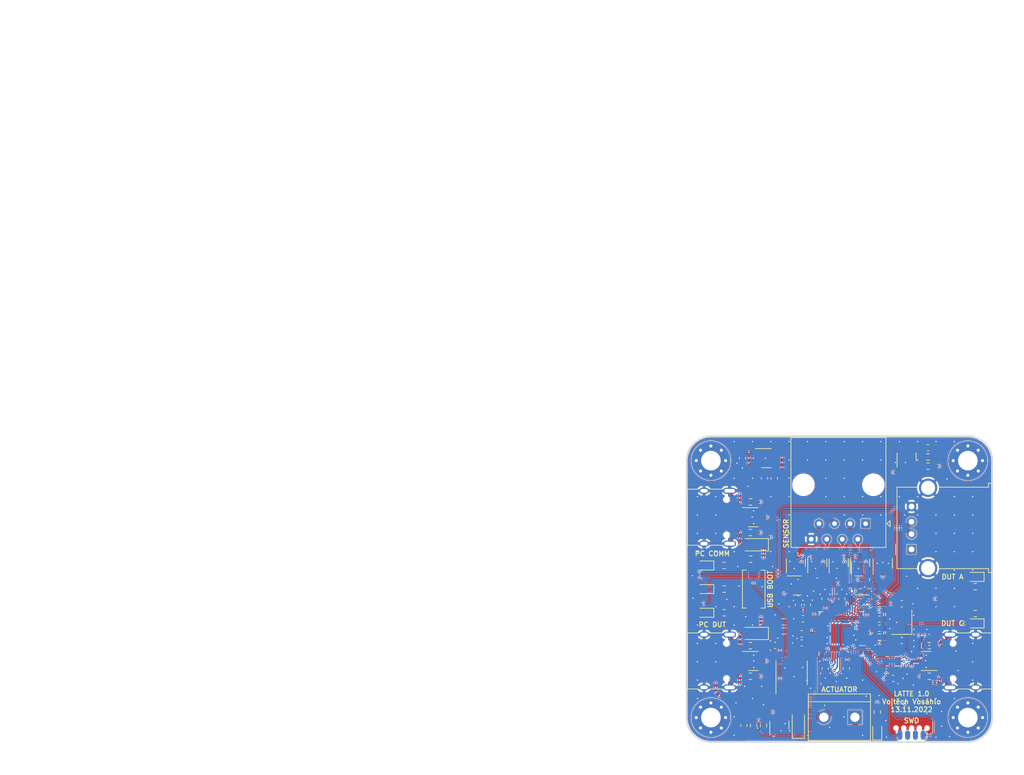
<source format=kicad_pcb>
(kicad_pcb (version 20211014) (generator pcbnew)
  (layers (0 "F.Cu" signal) (1 "In1.Cu" signal) (2 "In2.Cu" signal) (31 "B.Cu" signal) (34 "B.Paste" user) (35 "F.Paste" user) (36 "B.SilkS" user "B.Silkscreen") (37 "F.SilkS" user "F.Silkscreen") (38 "B.Mask" user) (39 "F.Mask" user) (44 "Edge.Cuts" user))
  (net 0 "")
  (net 1 "Net-(C5-Pad1)")
  (net 2 "GND")
  (net 3 "Net-(C6-Pad1)")
  (net 4 "+5V")
  (net 5 "+3V3")
  (net 6 "Net-(D1-Pad2)")
  (net 7 "/SMART_SENSE")
  (net 8 "Net-(D8-Pad2)")
  (net 9 "/SMART_MISC3")
  (net 10 "/SMART_MISC2")
  (net 11 "+1V1")
  (net 12 "/SWCLK")
  (net 13 "/SWD")
  (net 14 "/~{RST}")
  (net 18 "/SMART_MISC1")
  (net 19 "/SMART_SCL")
  (net 20 "/SMART_SDA")
  (net 21 "Net-(U1-Pad52)")
  (net 22 "Net-(U1-Pad53)")
  (net 23 "Net-(R5-Pad2)")
  (net 24 "Net-(U1-Pad55)")
  (net 25 "Net-(R7-Pad2)")
  (net 27 "Net-(J2-PadA7)")
  (net 28 "Net-(J2-PadA6)")
  (net 29 "/DUT_USB_D-")
  (net 30 "/DUT_USB_D+")
  (net 31 "Net-(J3-PadA7)")
  (net 32 "Net-(J3-PadA6)")
  (net 33 "/USB_D+")
  (net 34 "/USB_D-")
  (net 35 "/DUT_USB_S")
  (net 36 "/~{DUT_USB_OE}")
  (net 37 "Net-(D5-Pad2)")
  (net 38 "Net-(D6-Pad1)")
  (net 39 "Net-(D7-Pad1)")
  (net 40 "Net-(D8-Pad1)")
  (net 41 "Net-(D9-Pad1)")
  (net 42 "Net-(U1-Pad51)")
  (net 43 "Net-(D10-Pad1)")
  (net 44 "Net-(D10-Pad2)")
  (net 47 "Net-(D14-Pad1)")
  (net 51 "Net-(J2-PadA5)")
  (net 53 "Net-(J2-PadB5)")
  (net 55 "Net-(J3-PadA5)")
  (net 57 "Net-(J3-PadB5)")
  (net 59 "Net-(J4-PadA5)")
  (net 61 "Net-(J4-PadB5)")
  (net 63 "Net-(Q1-Pad1)")
  (net 64 "/OUT1")
  (net 66 "Net-(U1-Pad54)")
  (net 67 "/VBUS_SENSE")
  (net 68 "VBUS")
  (net 79 "/D+")
  (net 80 "/D-")
  (net 81 "/DUT_USBA_D+")
  (net 82 "/DUT_USBC_D+")
  (net 83 "/DUT_USBC_D-")
  (net 84 "/DUT_USBA_D-")
  (net 85 "Net-(J4-PadA7)")
  (net 86 "Net-(J4-PadA6)")
  (net 87 "/USBA_D-")
  (net 88 "/USBA_D+")
  (net 90 "Net-(U1-Pad31)")
  (net 91 "Net-(U1-Pad29)")
  (footprint "MountingHole:MountingHole_3.2mm_M3_Pad_Via" (layer "F.Cu") (at 158.21 75)
    (fp_text reference "H1" hide)
    (fp_text value "MountingHole_Pad")
  )
  (footprint "Capacitor_SMD:C_0603_1608Metric" (layer "F.Cu") (at 134.85 97.6 90)
    (fp_text reference "C15" hide)
    (fp_text value "100n")
  )
  (footprint "Resistor_SMD:R_0603_1608Metric" (layer "F.Cu") (at 151.9 110.25 180)
    (fp_text reference "R10" hide)
    (fp_text value "22k")
  )
  (footprint "Resistor_SMD:R_0603_1608Metric" (layer "F.Cu") (at 159.4 100 180)
    (fp_text reference "R16" hide)
    (fp_text value "1k")
  )
  (footprint "Resistor_SMD:R_0603_1608Metric" (layer "F.Cu") (at 122.7 91.1)
    (fp_text reference "R5" hide)
    (fp_text value "10k")
  )
  (footprint "Package_TO_SOT_SMD:SOT-23" (layer "F.Cu") (at 133.6 91.7 90)
    (fp_text reference "D11" hide)
    (fp_text value "BAV99")
  )
  (footprint "Capacitor_SMD:C_0603_1608Metric" (layer "F.Cu") (at 143.75 100.9)
    (fp_text reference "C9" hide)
    (fp_text value "100n")
  )
  (footprint "Resistor_SMD:R_0603_1608Metric" (layer "F.Cu") (at 151.9 105.25)
    (fp_text reference "R11" hide)
    (fp_text value "22k")
  )
  (footprint "Resistor_SMD:R_0603_1608Metric" (layer "F.Cu") (at 118.3825 92.1375)
    (fp_text reference "R19" hide)
    (fp_text value "1k")
  )
  (footprint "Capacitor_SMD:C_0603_1608Metric" (layer "F.Cu") (at 121.3625 74.6 90)
    (fp_text reference "C1" hide)
    (fp_text value "1u")
  )
  (footprint "TerminalBlock:TerminalBlock_bornier-2_P5.08mm" (layer "F.Cu") (at 139.75 116.95 180)
    (fp_text reference "J6" hide)
    (fp_text value "OUT1")
  )
  (footprint "Connector_USB:USB_C_Receptacle_XKB_U262-16XN-4BVC11" (layer "F.Cu") (at 158.4 107.75 90)
    (fp_text reference "J4" hide)
    (fp_text value "USB_C_2.0")
  )
  (footprint "Capacitor_SMD:C_0603_1608Metric" (layer "F.Cu") (at 131.25 100.85 180)
    (fp_text reference "C7" hide)
    (fp_text value "1u")
  )
  (footprint "Resistor_SMD:R_0603_1608Metric" (layer "F.Cu") (at 128.055504 101.349504)
    (fp_text reference "R9" hide)
    (fp_text value "27R4")
  )
  (footprint "Diode_SMD:D_SOD-123F" (layer "F.Cu") (at 123.41 88.75 180)
    (fp_text reference "D1" hide)
    (fp_text value "PMEG3020EH")
  )
  (footprint "Package_DFN_QFN:UQFN-10_1.3x1.8mm_P0.4mm" (layer "F.Cu") (at 145.8 107.8 -90)
    (fp_text reference "U6" hide)
    (fp_text value "FSUSB30UMX")
  )
  (footprint "Resistor_SMD:R_0603_1608Metric" (layer "F.Cu") (at 122.66 86.75 180)
    (fp_text reference "R4" hide)
    (fp_text value "5k1")
  )
  (footprint "Capacitor_SMD:C_0603_1608Metric" (layer "F.Cu") (at 126.7 105.2 180)
    (fp_text reference "C4" hide)
    (fp_text value "100n")
  )
  (footprint "Resistor_SMD:R_0603_1608Metric" (layer "F.Cu") (at 122.66 105.25)
    (fp_text reference "R1" hide)
    (fp_text value "5k1")
  )
  (footprint "Capacitor_SMD:C_0603_1608Metric" (layer "F.Cu") (at 126.5625 77.9 -90)
    (fp_text reference "C2" hide)
    (fp_text value "100n")
  )
  (footprint "Resistor_SMD:R_0603_1608Metric" (layer "F.Cu") (at 151.7 74.4)
    (fp_text reference "R31" hide)
    (fp_text value "33k")
  )
  (footprint "Resistor_SMD:R_0603_1608Metric" (layer "F.Cu") (at 159.4 95.6)
    (fp_text reference "R15" hide)
    (fp_text value "1k")
  )
  (footprint "Package_TO_SOT_SMD:SOT-23" (layer "F.Cu") (at 127.4 118.2 90)
    (fp_text reference "Q1" hide)
    (fp_text value "IRLML0030")
  )
  (footprint "Button_Switch_SMD:SW_SPST_EVQPE1" (layer "F.Cu") (at 123.2 96 90)
    (fp_text reference "SW1" hide)
    (fp_text value "USB BOOT")
  )
  (footprint "Connector_USB:USB_C_Receptacle_XKB_U262-16XN-4BVC11" (layer "F.Cu") (at 116.16 84.25 -90)
    (fp_text reference "J3" hide)
    (fp_text value "USB_C_Receptacle_USB2.0")
  )
  (footprint "LED_SMD:LED_0603_1608Metric" (layer "F.Cu") (at 115.2 92.1375 180)
    (fp_text reference "D9" hide)
    (fp_text value "LED")
  )
  (footprint "Resistor_SMD:R_0603_1608Metric" (layer "F.Cu") (at 118.3825 96)
    (fp_text reference "R18" hide)
    (fp_text value "1k")
  )
  (footprint "Resistor_SMD:R_0603_1608Metric" (layer "F.Cu") (at 143.75 99.4)
    (fp_text reference "R6" hide)
    (fp_text value "10k")
  )
  (footprint "soicbite:SOIC_clipProgSmall" (layer "F.Cu") (at 149 120.62)
    (fp_text reference "J1" hide)
    (fp_text value "SOIC bite")
  )
  (footprint "Diode_SMD:D_SOD-123F" (layer "F.Cu") (at 123.41 103.25 180)
    (fp_text reference "D2" hide)
    (fp_text value "PMEG3020EH")
  )
  (footprint "Resistor_SMD:R_0603_1608Metric" (layer "F.Cu") (at 122.66 81.75)
    (fp_text reference "R3" hide)
    (fp_text value "5k1")
  )
  (footprint "Capacitor_SMD:C_0603_1608Metric" (layer "F.Cu") (at 137.6 97.6 90)
    (fp_text reference "C14" hide)
    (fp_text value "100n")
  )
  (footprint "Package_TO_SOT_SMD:SOT-23-6" (layer "F.Cu") (at 144.3 91.8 90)
    (fp_text reference "U8" hide)
    (fp_text value "USBLC6-2SC6")
  )
  (footprint "MountingHole:MountingHole_3.2mm_M3_Pad_Via" (layer "F.Cu") (at 116.21 117)
    (fp_text reference "H4" hide)
    (fp_text value "MountingHole_Pad")
  )
  (footprint "MountingHole:MountingHole_3.2mm_M3_Pad_Via" (layer "F.Cu") (at 116.21 75)
    (fp_text reference "H3" hide)
    (fp_text value "MountingHole_Pad")
  )
  (footprint "Connector_RJ:RJ45_Amphenol_54602-x08_Horizontal" (layer "F.Cu") (at 141.4925 85.3 180)
    (fp_text reference "J7" hide)
    (fp_text value "SMART PROBE")
  )
  (footprint "Package_TO_SOT_SMD:SOT-23-6" (layer "F.Cu") (at 151.4 107.75 180)
    (fp_text reference "U7" hide)
    (fp_text value "USBLC6-2SC6")
  )
  (footprint "Capacitor_SMD:C_0603_1608Metric" (layer "F.Cu") (at 132 98.6 90)
    (fp_text reference "C17" hide)
    (fp_text value "1u")
  )
  (footprint "Capacitor_SMD:C_0603_1608Metric" (layer "F.Cu") (at 147.4 98.4)
    (fp_text reference "C5" hide)
    (fp_text value "10p")
  )
  (footprint "Package_TO_SOT_SMD:SOT-23-6" (layer "F.Cu") (at 123.16 84.25)
    (fp_text reference "U4" hide)
    (fp_text value "USBLC6-2SC6")
  )
  (footprint "Connector_USB:USB_A_Molex_67643_Horizontal" (layer "F.Cu") (at 149 89.5 90)
    (fp_text reference "J5" hide)
    (fp_text value "USB_A")
  )
  (footprint "Capacitor_SMD:C_0603_1608Metric" (layer "F.Cu") (at 143.75 102.4)
    (fp_text reference "C13" hide)
    (fp_text value "100n")
  )
  (footprint "Resistor_SMD:R_0603_1608Metric" (layer "F.Cu") (at 123.2 118.3 -90)
    (fp_text reference "R20" hide)
    (fp_text value "10k")
  )
  (footprint "Capacitor_SMD:C_0603_1608Metric" (layer "F.Cu") (at 134.9 109 -90)
    (fp_text reference "C11" hide)
    (fp_text value "100n")
  )
  (footprint "LED_SMD:LED_0603_1608Metric" (layer "F.Cu") (at 159.38 94 180)
    (fp_text reference "D5" hide)
    (fp_text value "LED")
  )
  (footprint "Diode_SMD:D_SOD-123F" (layer "F.Cu") (at 130.5 118.2 90)
    (fp_text reference "D14" hide)
    (fp_text value "PMEG3020EH")
  )
  (footprint "Fuse:Fuse_0603_1608Metric" (layer "F.Cu") (at 121.6 118.3 -90)
    (fp_text reference "F1" hide)
    (fp_text value "1A")
  )
  (footprint "Resistor_SMD:R_0603_1608Metric" (layer "F.Cu") (at 122.66 110.25 180)
    (fp_text reference "R2" hide)
    (fp_text value "5k1")
  )
  (footprint "Resistor_SMD:R_0603_1608Metric" (layer "F.Cu") (at 143.4 116.1 -90)
    (fp_text reference "R24" hide)
    (fp_text value "4k7")
  )
  (footprint "Package_TO_SOT_SMD:SOT-23" (layer "F.Cu") (at 130.3 95.4)
    (fp_text reference "D4" hide)
    (fp_text value "BAV99")
  )
  (footprint "Package_DFN_QFN:QFN-56-1EP_7x7mm_P0.4mm_EP3.2x3.2mm" (layer "F.Cu") (at 137.5 103.3 90)
    (fp_text reference "U1" hide)
    (fp_text value "RP2040")
  )
  (footprint "Package_TO_SOT_SMD:SOT-23" (layer "F.Cu") (at 140.6 91.7 90)
    (fp_text reference "D17" hide)
    (fp_text value "BAV99")
  )
  (footprint "LED_SMD:LED_0603_1608Metric" (layer "F.Cu") (at 115.2 96 180)
    (fp_text reference "D8" hide)
    (fp_text value "LED")
  )
  (footprint "Capacitor_SMD:C_0603_1608Metric" (layer "F.Cu") (at 124.9625 77.9 -90)
    (fp_text reference "C3" hide)
    (fp_text value "1u")
  )
  (footprint "Capacitor_SMD:C_0603_1608Metric" (layer "F.Cu") (at 130.5 98.6 90)
    (fp_text reference "C16" hide)
    (fp_text value "100n")
  )
  (footprint "MountingHole:MountingHole_3.2mm_M3_Pad_Via" (layer "F.Cu") (at 158.21 117)
    (fp_text reference "H2" hide)
    (fp_text value "MountingHole_Pad")
  )
  (footprint "Capacitor_SMD:C_0603_1608Metric" (layer "F.Cu") (at 131.05 104.8 180)
    (fp_text reference "C8" hide)
    (fp_text value "100n")
  )
  (footprint "LED_SMD:LED_0603_1608Metric" (layer "F.Cu") (at 143.4 119.2 90)
    (fp_text reference "D10" hide)
    (fp_text value "LED")
  )
  (footprint "Resistor_SMD:R_0603_1608Metric" (layer "F.Cu") (at 118.3825 99.8625)
    (fp_text reference "R17" hide)
    (fp_text value "1k")
  )
  (footprint "Capacitor_SMD:C_0603_1608Metric" (layer "F.Cu") (at 146 110.6)
    (fp_text reference "C18" hide)
    (fp_text value "100n")
  )
  (footprint "Package_TO_SOT_SMD:SOT-23" (layer "F.Cu") (at 148.2 74.4 90)
    (fp_text reference "D3" hide)
    (fp_text value "BAV99")
  )
  (footprint "Package_TO_SOT_SMD:SOT-23-6" (layer "F.Cu") (at 123.16 107.75)
    (fp_text reference "U5" hide)
    (fp_text value "USBLC6-2SC6")
  )
  (footprint "Crystal:Crystal_SMD_3225-4Pin_3.2x2.5mm" (layer "F.Cu") (at 147.4 101.4 90)
    (fp_text reference "Y1" hide)
    (fp_text value "12MHz")
  )
  (footprint "Package_TO_SOT_SMD:SOT-23" (layer "F.Cu") (at 130.1 91.7 90)
    (fp_text reference "D12" hide)
    (fp_text value "BAV99")
  )
  (footprint "Resistor_SMD:R_0603_1608Metric" (layer "F.Cu") (at 124.8 118.3 -90)
    (fp_text reference "R22" hide)
    (fp_text value "100R")
  )
  (footprint "Capacitor_SMD:C_0603_1608Metric" (layer "F.Cu") (at 151.7 72.9)
    (fp_text reference "C19" hide)
    (fp_text value "100n")
  )
  (footprint "Package_SO:SOIC-8_3.9x4.9mm_P1.27mm" (layer "F.Cu") (at 129.4 109.7 90)
    (fp_text reference "U2" hide)
    (fp_text value "W25Q16JVSNIQ")
  )
  (footprint "Capacitor_SMD:C_0603_1608Metric" (layer "F.Cu") (at 131.05 103.3 180)
    (fp_text reference "C10" hide)
    (fp_text value "100n")
  )
  (footprint "Package_TO_SOT_SMD:SOT-23" (layer "F.Cu") (at 137.1 91.7 90)
    (fp_text reference "D15" hide)
    (fp_text value "BAV99")
  )
  (footprint "Capacitor_SMD:C_0603_1608Metric" (layer "F.Cu") (at 147.4 104.4)
    (fp_text reference "C6" hide)
    (fp_text value "10p")
  )
  (footprint "Capacitor_SMD:C_0603_1608Metric" (layer "F.Cu") (at 138.35 109 -90)
    (fp_text reference "C12" hide)
    (fp_text value "100n")
  )
  (footprint "LED_SMD:LED_0603_1608Metric" (layer "F.Cu") (at 159.38 101.6 180)
    (fp_text reference "D6" hide)
    (fp_text value "LED")
  )
  (footprint "Connector_USB:USB_C_Receptacle_XKB_U262-16XN-4BVC11" (layer "F.Cu") (at 116.16 107.75 -90)
    (fp_text reference "J2" hide)
    (fp_text value "USB_C_Receptacle_USB2.0")
  )
  (footprint "Package_TO_SOT_SMD:SOT-23" (layer "F.Cu") (at 140.4 95.4 180)
    (fp_text reference "D16" hide)
    (fp_text value "BAV99")
  )
  (footprint "Resistor_SMD:R_0603_1608Metric" (layer "F.Cu") (at 151.7 75.9 180)
    (fp_text reference "R30" hide)
    (fp_text value "22k")
  )
  (footprint "Package_TO_SOT_SMD:SOT-23-5" (layer "F.Cu") (at 125.2625 74.6)
    (fp_text reference "U3" hide)
    (fp_text value "TLV70033_SOT23-5")
  )
  (footprint "Resistor_SMD:R_0603_1608Metric" (layer "F.Cu") (at 128.055504 102.849504)
    (fp_text reference "R8" hide)
    (fp_text value "27R4")
  )
  (footprint "Resistor_SMD:R_0603_1608Metric" (layer "F.Cu") (at 143.75 103.85 180)
    (fp_text reference "R7" hide)
    (fp_text value "1k")
  )
  (footprint "LED_SMD:LED_0603_1608Metric" (layer "F.Cu") (at 115.2 99.8625 180)
    (fp_text reference "D7" hide)
    (fp_text value "LED")
  )
  (gr_arc (start 162.21 117) (mid 161.038427 119.828427) (end 158.21 121) (layer "Edge.Cuts") (width 0.2))
  (gr_arc (start 112.21 75) (mid 113.381573 72.171573) (end 116.21 71) (layer "Edge.Cuts") (width 0.2))
  (gr_line locked (start 158.21 121) (end 116.21 121) (layer "Edge.Cuts") (width 0.2))
  (gr_line (start 162.21 75) (end 162.21 117) (layer "Edge.Cuts") (width 0.2))
  (gr_arc (start 116.21 121) (mid 113.381573 119.828427) (end 112.21 117) (layer "Edge.Cuts") (width 0.2))
  (gr_line (start 112.21 75) (end 112.21 117) (layer "Edge.Cuts") (width 0.2))
  (gr_arc (start 158.21 71) (mid 161.038427 72.171573) (end 162.21 75) (layer "Edge.Cuts") (width 0.2))
  (gr_line (start 158.21 71) (end 116.21 71) (layer "Edge.Cuts") (width 0.2))
  (gr_text "USB BOOT" (at 125.9 96 90) (layer "F.SilkS") (effects (font (size 0.8 0.8))))
  (gr_text "ACTUATOR" (at 137.21 112.4) (layer "F.SilkS") (effects (font (size 0.8 0.8))))
  (gr_text "DUT C\n" (at 155.7 101.6) (layer "F.SilkS") (effects (font (size 0.8 0.8))))
  (gr_text "LATTE 1.0\nVojtěch Vosáhlo\n13.11.2022" (at 149 114.4) (layer "F.SilkS") (effects (font (size 0.8 0.8))))
  (gr_text "DUT A" (at 155.7 94) (layer "F.SilkS") (effects (font (size 0.8 0.8))))
  (gr_text "PC COMM" (at 116.445 90.2) (layer "F.SilkS") (effects (font (size 0.8 0.8))))
  (gr_text "PC DUT" (at 116.445 101.8) (layer "F.SilkS") (effects (font (size 0.8 0.8))))
  (gr_text "SENSOR" (at 128.5 86.9 90) (layer "F.SilkS") (effects (font (size 0.8 0.8))))
  (gr_text "SWD" (at 149 117.5) (layer "F.SilkS") (effects (font (size 0.8 0.8))))
  (segment (start 143.595831 104.625) (end 143.761234 104.790403) (width 0.2) (layer "F.Cu") (net 1))
  (segment (start 146.625 100.225) (end 146.55 100.3) (width 0.2) (layer "F.Cu") (net 1))
  (segment (start 142.425 104.625) (end 143.595831 104.625) (width 0.2) (layer "F.Cu") (net 1))
  (segment (start 141.7 103.9) (end 142.425 104.625) (width 0.2) (layer "F.Cu") (net 1))
  (segment (start 146.625 98.4) (end 146.625 100.225) (width 0.2) (layer "F.Cu") (net 1))
  (segment (start 145.6 98.4) (end 146.625 98.4) (width 0.2) (layer "F.Cu") (net 1))
  (segment (start 140.9375 103.9) (end 141.7 103.9) (width 0.2) (layer "F.Cu") (net 1))
  (via (at 145.6 98.4) (size 0.5) (drill 0.2) (layers "F.Cu" "B.Cu") (net 1))
  (via (at 143.761234 104.790403) (size 0.5) (drill 0.2) (layers "F.Cu" "B.Cu") (net 1))
  (segment (start 145 98.4) (end 145.6 98.4) (width 0.2) (layer "B.Cu") (net 1))
  (segment (start 144.6 104.4) (end 144.6 98.8) (width 0.2) (layer "B.Cu") (net 1))
  (segment (start 144.209597 104.790403) (end 144.6 104.4) (width 0.2) (layer "B.Cu") (net 1))
  (segment (start 143.761234 104.790403) (end 144.209597 104.790403) (width 0.2) (layer "B.Cu") (net 1))
  (segment (start 144.6 98.8) (end 145 98.4) (width 0.2) (layer "B.Cu") (net 1))
  (segment (start 154.73 104.4) (end 154.73 103.995) (width 0.5) (layer "F.Cu") (net 2))
  (segment (start 154.73 103.995) (end 155.295 103.43) (width 0.5) (layer "F.Cu") (net 2))
  (segment (start 144.925 107.8) (end 144.3 107.8) (width 0.2) (layer "F.Cu") (net 2))
  (segment (start 119.265 111.665) (end 119.83 111.1) (width 0.5) (layer "F.Cu") (net 2))
  (segment (start 130.275 103.3) (end 129.95 103.3) (width 0.5) (layer "F.Cu") (net 2))
  (segment (start 119.265 103.43) (end 119.265 103.835) (width 0.5) (layer "F.Cu") (net 2))
  (segment (start 119.265 112.07) (end 119.265 111.665) (width 0.5) (layer "F.Cu") (net 2))
  (segment (start 119.265 88.57) (end 119.265 88.165) (width 0.5) (layer "F.Cu") (net 2))
  (segment (start 144.3 107.8) (end 144.1 107.8) (width 0.2) (layer "F.Cu") (net 2))
  (segment (start 119.265 88.165) (end 119.83 87.6) (width 0.5) (layer "F.Cu") (net 2))
  (segment (start 129.95 103.3) (end 129.6 103.65) (width 0.5) (layer "F.Cu") (net 2))
  (segment (start 154.73 111.1) (end 154.73 111.505) (width 0.5) (layer "F.Cu") (net 2))
  (segment (start 119.265 103.835) (end 119.83 104.4) (width 0.5) (layer "F.Cu") (net 2))
  (segment (start 154.73 111.505) (end 155.295 112.07) (width 0.5) (layer "F.Cu") (net 2))
  (segment (start 119.265 80.335) (end 119.83 80.9) (width 0.5) (layer "F.Cu") (net 2))
  (segment (start 119.265 79.93) (end 119.265 80.335) (width 0.5) (layer "F.Cu") (net 2))
  (via (at 131.9 110.9) (size 0.5) (drill 0.2) (layers "F.Cu" "B.Cu") (net 2))
  (via (at 147 71.880937) (size 0.5) (drill 0.2) (layers "F.Cu" "B.Cu") (net 2))
  (via (at 132.660723 91.477178) (size 0.5) (drill 0.2) (layers "F.Cu" "B.Cu") (net 2))
  (via (at 138 71.880937) (size 0.5) (drill 0.2) (layers "F.Cu" "B.Cu") (net 2))
  (via (at 127.664609 119.140971) (size 0.5) (drill 0.2) (layers "F.Cu" "B.Cu") (net 2))
  (via (at 139.647427 91.483114) (size 0.5) (drill 0.2) (layers "F.Cu" "B.Cu") (net 2))
  (via (at 114 113.880937) (size 0.5) (drill 0.2) (layers "F.Cu" "B.Cu") (net 2))
  (via (at 130.451236 94.424117) (size 0.5) (drill 0.2) (layers "F.Cu" "B.Cu") (net 2))
  (via (at 156.3 106.1) (size 0.5) (drill 0.2) (layers "F.Cu" "B.Cu") (net 2))
  (via (at 124.5 111.9) (size 0.5) (drill 0.2) (layers "F.Cu" "B.Cu") (net 2))
  (via (at 150 74.880937) (size 0.5) (drill 0.2) (layers "F.Cu" "B.Cu") (net 2))
  (via (at 151.9 105.2) (size 0.5) (drill 0.2) (layers "F.Cu" "B.Cu") (net 2))
  (via (at 140.302665 92.621939) (size 0.5) (drill 0.2) (layers "F.Cu" "B.Cu") (net 2))
  (via (at 159 104.880937) (size 0.5) (drill 0.2) (layers "F.Cu" "B.Cu") (net 2))
  (via (at 121.9 100.5) (size 0.5) (drill 0.2) (layers "F.Cu" "B.Cu") (net 2))
  (via (at 141.6 113.5) (size 0.5) (drill 0.2) (layers "F.Cu" "B.Cu") (net 2))
  (via (at 126 89.880937) (size 0.5) (drill 0.2) (layers "F.Cu" "B.Cu") (net 2))
  (via (at 129 83.880937) (size 0.5) (drill 0.2) (layers "F.Cu" "B.Cu") (net 2))
  (via (at 151.4 106.8) (size 0.5) (drill 0.2) (layers "F.Cu" "B.Cu") (net 2))
  (via (at 120 89.880937) (size 0.5) (drill 0.2) (layers "F.Cu" "B.Cu") (net 2))
  (via (at 153 71.880937) (size 0.5) (drill 0.2) (layers "F.Cu" "B.Cu") (net 2))
  (via (at 129.8 110.3) (size 0.5) (drill 0.2) (layers "F.Cu" "B.Cu") (net 2))
  (via (at 159 110.880937) (size 0.5) (drill 0.2) (layers "F.Cu" "B.Cu") (net 2))
  (via (at 120.4625 75.4) (size 0.5) (drill 0.2) (layers "F.Cu" "B.Cu") (net 2))
  (via (at 123.2 106.8) (size 0.5) (drill 0.2) (layers "F.Cu" "B.Cu") (net 2))
  (via (at 149.380548 104.407628) (size 0.5) (drill 0.2) (layers "F.Cu" "B.Cu") (net 2))
  (via (at 138 80.880937) (size 0.5) (drill 0.2) (layers "F.Cu" "B.Cu") (net 2))
  (via (at 153 83.880937) (size 0.5) (drill 0.2) (layers "F.Cu" "B.Cu") (net 2))
  (via (at 133.6 94.2) (size 0.5) (drill 0.2) (layers "F.Cu" "B.Cu") (net 2))
  (via (at 132 71.880937) (size 0.5) (drill 0.2) (layers "F.Cu" "B.Cu") (net 2))
  (via (at 133.321898 92.621939) (size 0.5) (drill 0.2) (layers "F.Cu" "B.Cu") (net 2))
  (via (at 141 74.880937) (size 0.5) (drill 0.2) (layers "F.Cu" "B.Cu") (net 2))
  (via (at 150 113.880937) (size 0.5) (drill 0.2) (layers "F.Cu" "B.Cu") (net 2))
  (via (at 136.8 96.8) (size 0.5) (drill 0.2) (layers "F.Cu" "B.Cu") (net 2))
  (via (at 144 83.880937) (size 0.5) (drill 0.2) (layers "F.Cu" "B.Cu") (net 2))
  (via (at 124.8 114.9) (size 0.5) (drill 0.2) (layers "F.Cu" "B.Cu") (net 2))
  (via (at 125.95 106) (size 0.5) (drill 0.2) (layers "F.Cu" "B.Cu") (net 2))
  (via (at 134.05 96.85) (size 0.5) (drill 0.2) (layers "F.Cu" "B.Cu") (net 2))
  (via (at 135.2 103.9) (size 0.5) (drill 0.2) (layers "F.Cu" "B.Cu") (net 2))
  (via (at 129 89.880937) (size 0.5) (drill 0.2) (layers "F.Cu" "B.Cu") (net 2))
  (via (at 132.5 112.2) (size 0.5) (drill 0.2) (layers "F.Cu" "B.Cu") (net 2))
  (via (at 134.918597 110.55326) (size 0.5) (drill 0.2) (layers "F.Cu" "B.Cu") (net 2))
  (via (at 137.6 96.05) (size 0.5) (drill 0.2) (layers "F.Cu" "B.Cu") (net 2))
  (via (at 148.2 93.9) (size 0.5) (drill 0.2) (layers "F.Cu" "B.Cu") (net 2))
  (via (at 144.8 117.5) (size 0.5) (drill 0.2) (layers "F.Cu" "B.Cu") (net 2))
  (via (at 156.6 109.3) (size 0.5) (drill 0.2) (layers "F.Cu" "B.Cu") (net 2))
  (via (at 151.5 116.3) (size 0.5) (drill 0.2) (layers "F.Cu" "B.Cu") (net 2))
  (via (at 123 77.880937) (size 0.5) (drill 0.2) (layers "F.Cu" "B.Cu") (net 2))
  (via (at 153 113.880937) (size 0.5) (drill 0.2) (layers "F.Cu" "B.Cu") (net 2))
  (via (at 146.4 75.3) (size 0.5) (drill 0.2) (layers "F.Cu" "B.Cu") (net 2))
  (via (at 153.9 116) (size 0.5) (drill 0.2) (layers "F.Cu" "B.Cu") (net 2))
  (via (at 144 71.880937) (size 0.5) (drill 0.2) (layers "F.Cu" "B.Cu") (net 2))
  (via (at 141 80.880937) (size 0.5) (drill 0.2) (layers "F.Cu" "B.Cu") (net 2))
  (via (at 117 89.880937) (size 0.5) (drill 0.2) (layers "F.Cu" "B.Cu") (net 2))
  (via (at 129 77.880937) (size 0.5) (drill 0.2) (layers "F.Cu" "B.Cu") (net 2))
  (via (at 123.2 108.8) (size 0.5) (drill 0.2) (layers "F.Cu" "B.Cu") (net 2))
  (via (at 159 83.880937) (size 0.5) (drill 0.2) (layers "F.Cu" "B.Cu") (net 2))
  (via (at 114 83.880937) (size 0.5) (drill 0.2) (layers "F.Cu" "B.Cu") (net 2))
  (via (at 123.197867 85.282302) (size 0.5) (drill 0.2) (layers "F.Cu" "B.Cu") (net 2))
  (via (at 134.85 96.05) (size 0.5) (drill 0.2) (layers "F.Cu" "B.Cu") (net 2))
  (via (at 148 75.3) (size 0.5) (drill 0.2) (layers "F.Cu" "B.Cu") (net 2))
  (via (at 114 107.880937) (size 0.5) (drill 0.2) (layers "F.Cu" "B.Cu") (net 2))
  (via (at 150 83.880937) (size 0.5) (drill 0.2) (layers "F.Cu" "B.Cu") (net 2))
  (via (at 138 77.880937) (size 0.5) (drill 0.2) (layers "F.Cu" "B.Cu") (net 2))
  (via (at 151.4 108.8) (size 0.5) (drill 0.2) (layers "F.Cu" "B.Cu") (net 2))
  (via (at 135 80.880937) (size 0.5) (drill 0.2) (layers "F.Cu" "B.Cu") (net 2))
  (via (at 139.6 103.5) (size 0.5) (drill 0.2) (layers "F.Cu" "B.Cu") (net 2))
  (via (at 135.3 102) (size 0.5) (drill 0.2) (layers "F.Cu" "B.Cu") (net 2))
  (via (at 122.3 79.2) (size 0.5) (drill 0.2) (layers "F.Cu" "B.Cu") (net 2))
  (via (at 129.75 100.85) (size 0.5) (drill 0.2) (layers "F.Cu" "B.Cu") (net 2))
  (via (at 151.9 103.4) (size 0.5) (drill 0.2) (layers "F.Cu" "B.Cu") (net 2))
  (via (at 114 86.880937) (size 0.5) (drill 0.2) (layers "F.Cu" "B.Cu") (net 2))
  (via (at 141 83.880937) (size 0.5) (drill 0.2) (layers "F.Cu" "B.Cu") (net 2))
  (via (at 149.2 98.4) (size 0.5) (drill 0.2) (layers "F.Cu" "B.Cu") (net 2))
  (via (at 144.9 109) (size 0.5) (drill 0.2) (layers "F.Cu" "B.Cu") (net 2))
  (via (at 150 80.880937) (size 0.5) (drill 0.2) (layers "F.Cu" "B.Cu") (net 2))
  (via (at 156 83.880937) (size 0.5) (drill 0.2) (layers "F.Cu" "B.Cu") (net 2))
  (via (at 129.064358 119.153506) (size 0.5) (drill 0.2) (layers "F.Cu" "B.Cu") (net 2))
  (via (at 121.7 111.9) (size 0.5) (drill 0.2) (layers "F.Cu" "B.Cu") (net 2))
  (via (at 129 74.880937) (size 0.5) (drill 0.2) (layers "F.Cu" "B.Cu") (net 2))
  (via (at 125.126731 74.618807) (size 0.5) (drill 0.2) (layers "F.Cu" "B.Cu") (net 2))
  (via (at 149.4 105.4) (size 0.5) (drill 0.2) (layers "F.Cu" "B.Cu") (net 2))
  (via (at 156 71.880937) (size 0.5) (drill 0.2) (layers "F.Cu" "B.Cu") (net 2))
  (via (at 135 77.880937) (size 0.5) (drill 0.2) (layers "F.Cu" "B.Cu") (net 2))
  (via (at 123 101.880937) (size 0.5) (drill 0.2) (layers "F.Cu" "B.Cu") (net 2))
  (via (at 153.9 118.4) (size 0.5) (drill 0.2) (layers "F.Cu" "B.Cu") (net 2))
  (via (at 123 113.880937) (size 0.5) (drill 0.2) (layers "F.Cu" "B.Cu") (net 2))
  (via (at 153 86.880937) (size 0.5) (drill 0.2) (layers "F.Cu" "B.Cu") (net 2))
  (via (at 129.55 104.8) (size 0.5) (drill 0.2) (layers "F.Cu" "B.Cu") (net 2))
  (via (at 153 120.2) (size 0.5) (drill 0.2) (layers "F.Cu" "B.Cu") (net 2))
  (via (at 136.7 94.2) (size 0.5) (drill 0.2) (layers "F.Cu" "B.Cu") (net 2))
  (via (at 145.445344 100.880455) (size 0.5) (drill 0.2) (layers "F.Cu" "B.Cu") (net 2))
  (via (at 120 98.880937) (size 0.5) (drill 0.2) (layers "F.Cu" "B.Cu") (net 2))
  (via (at 129 98.880937) (size 0.5) (drill 0.2) (layers "F.Cu" "B.Cu") (net 2))
  (via (at 159 92.880937) (size 0.5) (drill 0.2) (layers "F.Cu" "B.Cu") (net 2))
  (via (at 132.8 97.8) (size 0.5) (drill 0.2) (layers "F.Cu" "B.Cu") (net 2))
  (via (at 159 86.880937) (size 0.5) (drill 0.2) (layers "F.Cu" "B.Cu") (net 2))
  (via (at 129.831515 92.621939) (size 0.5) (drill 0.2) (layers "F.Cu" "B.Cu") (net 2))
  (via (at 145.2 91.8) (size 0.5) (drill 0.2) (layers "F.Cu" "B.Cu") (net 2))
  (via (at 138.4 110.55) (size 0.5) (drill 0.2) (layers "F.Cu" "B.Cu") (net 2))
  (via (at 135 71.880937) (size 0.5) (drill 0.2) (layers "F.Cu" "B.Cu") (net 2))
  (via (at 144.1 107.8) (size 0.5) (drill 0.2) (layers "F.Cu" "B.Cu") (net 2))
  (via (at 147.9 83.9) (size 0.5) (drill 0.2) (layers "F.Cu" "B.Cu") (net 2))
  (via (at 123.2 83.2) (size 0.5) (drill 0.2) (layers "F.Cu" "B.Cu") (net 2))
  (via (at 120.3 114.6) (size 0.5) (drill 0.2) (layers "F.Cu" "B.Cu") (net 2))
  (via (at 129.347135 95.150686) (size 0.5) (drill 0.2) (layers "F.Cu" "B.Cu") (net 2))
  (via (at 123 71.880937) (size 0.5) (drill 0.2) (layers "F.Cu" "B.Cu") (net 2))
  (via (at 134.2 111.5) (size 0.5) (drill 0.2) (layers "F.Cu" "B.Cu") (net 2))
  (via (at 138 74.880937) (size 0.5) (drill 0.2) (layers "F.Cu" "B.Cu") (net 2))
  (via (at 136.151107 91.524666) (size 0.5) (drill 0.2) (layers "F.Cu" "B.Cu") (net 2))
  (via (at 134 107.8) (size 0.5) (drill 0.2) (layers "F.Cu" "B.Cu") (net 2))
  (via (at 117 101.880937) (size 0.5) (drill 0.2) (layers "F.Cu" "B.Cu") (net 2))
  (via (at 143.3 109.5) (size 0.5) (drill 0.2) (layers "F.Cu" "B.Cu") (net 2))
  (via (at 123.1625 74.6) (size 0.5) (drill 0.2) (layers "F.Cu" "B.Cu") (net 2))
  (via (at 136.7 111.1) (size 0.5) (drill 0.2) (layers "F.Cu" "B.Cu") (net 2))
  (via (at 135.6 118.6) (size 0.5) (drill 0.2) (layers "F.Cu" "B.Cu") (net 2))
  (via (at 156 92.880937) (size 0.5) (drill 0.2) (layers "F.Cu" "B.Cu") (net 2))
  (via (at 113.3 97.5) (size 0.5) (drill 0.2) (layers "F.Cu" "B.Cu") (net 2))
  (via (at 153 95.880937) (size 0.5) (drill 0.2) (layers "F.Cu" "B.Cu") (net 2))
  (via (at 129.6 103.65) (size 0.5) (drill 0.2) (layers "F.Cu" "B.Cu") (net 2))
  (via (at 159 89.880937) (size 0.5) (drill 0.2) (layers "F.Cu" "B.Cu") (net 2))
  (via (at 120 71.880937) (size 0.5) (drill 0.2) (layers "F.Cu" "B.Cu") (net 2))
  (via (at 156 98.880937) (size 0.5) (drill 0.2) (layers "F.Cu" "B.Cu") (net 2))
  (via (at 151.3 107.7) (size 0.5) (drill 0.2) (layers "F.Cu" "B.Cu") (net 2))
  (via (at 138.4 96.8) (size 0.5) (drill 0.2) (layers "F.Cu" "B.Cu") (net 2))
  (via (at 127.3 98.4) (size 0.5) (drill 0.2) (layers "F.Cu" "B.Cu") (net 2))
  (via (at 131.25 97.85) (size 0.5) (drill 0.2) (layers "F.Cu" "B.Cu") (net 2))
  (via (at 137.55 109.8) (size 0.5) (drill 0.2) (layers "F.Cu" "B.Cu") (net 2))
  (via (at 153 98.880937) (size 0.5) (drill 0.2) (layers "F.Cu" "B.Cu") (net 2))
  (via (at 120.6 92.3) (size 0.5) (drill 0.2) (layers "F.Cu" "B.Cu") (net 2))
  (via (at 141 110.880937) (size 0.5) (drill 0.2) (layers "F.Cu" "B.Cu") (net 2))
  (via (at 148.3 109.9) (size 0.5) (drill 0.2) (layers "F.Cu" "B.Cu") (net 2))
  (via (at 139.9 104.3) (size 0.5) (drill 0.2) (layers "F.Cu" "B.Cu") (net 2))
  (via (at 128.3 108.9) (size 0.5) (drill 0.2) (layers "F.Cu" "B.Cu") (net 2))
  (via (at 127.1 104) (size 0.5) (drill 0.2) (layers "F.Cu" "B.Cu") (net 2))
  (via (at 138 116.880937) (size 0.5) (drill 0.2) (layers "F.Cu" "B.Cu") (net 2))
  (via (at 113.2 93.8) (size 0.5) (drill 0.2) (layers "F.Cu" "B.Cu") (net 2))
  (via (at 129.128788 91.45937) (size 0.5) (drill 0.2) (layers "F.Cu" "B.Cu") (net 2))
  (via (at 122.963922 84.243838) (size 0.5) (drill 0.2) (layers "F.Cu" "B.Cu") (net 2))
  (via (at 135.2 104.9) (size 0.5) (drill 0.2) (layers "F.Cu" "B.Cu") (net 2))
  (via (at 141.2 99.6) (size 0.5) (drill 0.2) (layers "F.Cu" "B.Cu") (net 2))
  (via (at 132 74.880937) (size 0.5) (drill 0.2) (layers "F.Cu" "B.Cu") (net 2))
  (via (at 150 95.880937) (size 0.5) (drill 0.2) (layers "F.Cu" "B.Cu") (net 2))
  (via (at 149.3 111.7) (size 0.5) (drill 0.2) (layers "F.Cu" "B.Cu") (net 2))
  (via (at 131.2 108.8) (size 0.5) (drill 0.2) (layers "F.Cu" "B.Cu") (net 2))
  (via (at 159 80.880937) (size 0.5) (drill 0.2) (layers "F.Cu" "B.Cu") (net 2))
  (via (at 145.45936 102.441618) (size 0.5) (drill 0.2) (layers "F.Cu" "B.Cu") (net 2))
  (via (at 118.8 97.7) (size 0.5) (drill 0.2) (layers "F.Cu" "B.Cu") (net 2))
  (via (at 114 101.880937) (size 0.5) (drill 0.2) (layers "F.Cu" "B.Cu") (net 2))
  (via (at 120 101.880937) (size 0.5) (drill 0.2) (layers "F.Cu" "B.Cu") (net 2))
  (via (at 143.044626 105.155374) (size 0.5) (drill 0.2) (layers "F.Cu" "B.Cu") (net 2))
  (via (at 134.1 99.9) (size 0.5) (drill 0.2) (layers "F.Cu" "B.Cu") (net 2))
  (via (at 141 119.880937) (size 0.5) (drill 0.2) (layers "F.Cu" "B.Cu") (net 2))
  (via (at 114 89.880937) (size 0.5) (drill 0.2) (layers "F.Cu" "B.Cu") (net 2))
  (via (at 149 106.2) (size 0.5) (drill 0.2) (layers "F.Cu" "B.Cu") (net 2))
  (via (at 130.280361 104.055095) (size 0.5) (drill 0.2) (layers "F.Cu" "B.Cu") (net 2))
  (via (at 129 71.880937) (size 0.5) (drill 0.2) (layers "F.Cu" "B.Cu") (net 2))
  (via (at 156 86.880937) (size 0.5) (drill 0.2) (layers "F.Cu" "B.Cu") (net 2))
  (via (at 114 104.880937) (size 0.5) (drill 0.2) (layers "F.Cu" "B.Cu") (net 2))
  (via (at 117 86.880937) (size 0.5) (drill 0.2) (layers "F.Cu" "B.Cu") (net 2))
  (via (at 147.596533 110.60656) (size 0.5) (drill 0.2) (layers "F.Cu" "B.Cu") (net 2))
  (via (at 156 95.880937) (size 0.5) (drill 0.2) (layers "F.Cu" "B.Cu") (net 2))
  (via (at 114 110.880937) (size 0.5) (drill 0.2) (layers "F.Cu" "B.Cu") (net 2))
  (via (at 146.783449 111.468107) (size 0.5) (drill 0.2) (layers "F.Cu" "B.Cu") (net 2))
  (via (at 149.4 103.4) (size 0.5) (drill 0.2) (layers "F.Cu" "B.Cu") (net 2))
  (via (at 117 80.880937) (size 0.5) (drill 0.2) (layers "F.Cu" "B.Cu") (net 2))
  (via (at 144.9 120.2) (size 0.5) (drill 0.2) (layers "F.Cu" "B.Cu") (net 2))
  (via (at 132 97.1) (size 0.5) (drill 0.2) (layers "F.Cu" "B.Cu") (net 2))
  (via (at 120 116.880937) (size 0.5) (drill 0.2) (layers "F.Cu" "B.Cu") (net 2))
  (via (at 123.202385 107.761831) (size 0.5) (drill 0.2) (layers "F.Cu" "B.Cu") (net 2))
  (via (at 124.6 95.6) (size 0.5) (drill 0.2) (layers "F.Cu" "B.Cu") (net 2))
  (via (at 143.4 91.8) (size 0.5) (drill 0.2) (layers "F.Cu" "B.Cu") (net 2))
  (via (at 155.2 120.1) (size 0.5) (drill 0.2) (layers "F.Cu" "B.Cu") (net 2))
  (via (at 117 98.880937) (size 0.5) (drill 0.2) (layers "F.Cu" "B.Cu") (net 2))
  (via (at 126.7 100.2) (size 0.5) (drill 0.2) (layers "F.Cu" "B.Cu") (net 2))
  (via (at 134.141967 109.766736) (size 0.5) (drill 0.2) (layers "F.Cu" "B.Cu") (net 2))
  (via (at 144.312343 91.623567) (size 0.5) (drill 0.2) (layers "F.Cu" "B.Cu") (net 2))
  (via (at 129 80.880937) (size 0.5) (drill 0.2) (layers "F.Cu" "B.Cu") (net 2))
  (via (at 126 71.880937) (size 0.5) (drill 0.2) (layers "F.Cu" "B.Cu") (net 2))
  (via (at 144 80.880937) (size 0.5) (drill 0.2) (layers "F.Cu" "B.Cu") (net 2))
  (via (at 117 107.880937) (size 0.5) (drill 0.2) (layers "F.Cu" "B.Cu") (net 2))
  (via (at 156 113.880937) (size 0.5) (drill 0.2) (layers "F.Cu" "B.Cu") (net 2))
  (via (at 141.342657 95.663559) (size 0.5) (drill 0.2) (layers "F.Cu" "B.Cu") (net 2))
  (via (at 125.95 104.45) (size 0.5) (drill 0.2) (layers "F.Cu" "B.Cu") (net 2))
  (via (at 117 104.880937) (size 0.5) (drill 0.2) (layers "F.Cu" "B.Cu") (net 2))
  (via (at 159 107.880937) (size 0.5) (drill 0.2) (layers "F.Cu" "B.Cu") (net 2))
  (via (at 126 80.880937) (size 0.5) (drill 0.2) (layers "F.Cu" "B.Cu") (net 2))
  (via (at 154.8 78) (size 0.5) (drill 0.2) (layers "F.Cu" "B.Cu") (net 2))
  (via (at 143.7 113.4) (size 0.5) (drill 0.2) (layers "F.Cu" "B.Cu") (net 2))
  (via (at 136.840775 92.607693) (size 0.5) (drill 0.2) (layers "F.Cu" "B.Cu") (net 2))
  (via (at 126.3 92.3) (size 0.5) (drill 0.2) (layers "F.Cu" "B.Cu") (net 2))
  (via (at 149.371144 100.296801) (size 0.5) (drill 0.2) (layers "F.Cu" "B.Cu") (net 2))
  (via (at 120.8 95.5) (size 0.5) (drill 0.2) (layers "F.Cu" "B.Cu") (net 2))
  (via (at 138 83.880937) (size 0.5) (drill 0.2) (layers "F.Cu" "B.Cu") (net 2))
  (via (at 117 83.880937) (size 0.5) (drill 0.2) (layers "F.Cu" "B.Cu") (net 2))
  (via (at 135 74.880937) (size 0.5) (drill 0.2) (layers "F.Cu" "B.Cu") (net 2))
  (via (at 149.4 102.6) (size 0.5) (drill 0.2) (layers "F.Cu" "B.Cu") (net 2))
  (via (at 129 86.880937) (size 0.5) (drill 0.2) (layers "F.Cu" "B.Cu") (net 2))
  (via (at 130.5 97.1) (size 0.5) (drill 0.2) (layers "F.Cu" "B.Cu") (net 2))
  (via (at 135.7 109.75) (size 0.5) (drill 0.2) (layers "F.Cu" "B.Cu") (net 2))
  (via (at 150 71.880937) (size 0.5) (drill 0.2) (layers "F.Cu" "B.Cu") (net 2))
  (via (at 156 89.880937) (size 0.5) (drill 0.2) (layers "F.Cu" "B.Cu") (net 2))
  (via (at 141 71.880937) (size 0.5) (drill 0.2) (layers "F.Cu" "B.Cu") (net 2))
  (via (at 134.8 115) (size 0.5) (drill 0.2) (layers "F.Cu" "B.Cu") (net 2))
  (via (at 121.3625 76.2) (size 0.5) (drill 0.2) (layers "F.Cu" "B.Cu") (net 2))
  (via (at 120 77.880937) (size 0.5) (drill 0.2) (layers "F.Cu" "B.Cu") (net 2))
  (via (at 142.482374 96.368759) (size 0.5) (drill 0.2) (layers "F.Cu" "B.Cu") (net 2))
  (via (at 156 80.880937) (size 0.5) (drill 0.2) (layers "F.Cu" "B.Cu") (net 2))
  (via (at 146.56591 101.447786) (size 0.5) (drill 0.2) (layers "F.Cu" "B.Cu") (net 2))
  (via (at 120 119.880937) (size 0.5) (drill 0.2) (layers "F.Cu" "B.Cu") (net 2))
  (via (at 128.354038 117.97521) (size 0.5) (drill 0.2) (layers "F.Cu" "B.Cu") (net 2))
  (via (at 129.7 97.85) (size 0.5) (drill 0.2) (layers "F.Cu" "B.Cu") (net 2))
  (via (at 114 80.880937) (size 0.5) (drill 0.2) (layers "F.Cu" "B.Cu") (net 2))
  (via (at 153 89.880937) (size 0.5) (drill 0.2) (layers "F.Cu" "B.Cu") (net 2))
  (via (at 144 74.880937) (size 0.5) (drill 0.2) (layers "F.Cu" "B.Cu") (net 2))
  (via (at 133 96.3) (size 0.5) (drill 0.2) (layers "F.Cu" "B.Cu") (net 2))
  (via (at 147 80.880937) (size 0.5) (drill 0.2) (layers "F.Cu" "B.Cu") (net 2))
  (via (at 151.5 102.6) (size 0.5) (drill 0.2) (layers "F.Cu" "B.Cu") (net 2))
  (via (at 135.65 96.85) (size 0.5) (drill 0.2) (layers "F.Cu" "B.Cu") (net 2))
  (segment (start 144.575 103.85) (end 146.075 103.85) (width 0.2) (layer "F.Cu") (net 3))
  (segment (start 148.25 102.5) (end 148.25 102.775) (width 0.2) (layer "F.Cu") (net 3))
  (segment (start 146.075 103.85) (end 146.625 104.4) (width 0.2) (layer "F.Cu") (net 3))
  (segment (start 148.25 102.775) (end 146.625 104.4) (width 0.2) (layer "F.Cu") (net 3))
  (segment (start 122.4125 75.45) (end 122.4125 75.35) (width 0.5) (layer "F.Cu") (net 4))
  (segment (start 121.6 116.1) (end 121.6 114.2) (width 0.5) (layer "F.Cu") (net 4))
  (segment (start 117 112.1) (end 117 111.5) (width 0.5) (layer "F.Cu") (net 4))
  (segment (start 122.4125 75.35) (end 122.4125 74.55) (width 0.5) (layer "F.Cu") (net 4))
  (segment (start 143.4 115.275) (end 143.4 114.5) (width 0.2) (layer "F.Cu") (net 4))
  (segment (start 117 111.5) (end 117 111.4) (width 0.5) (layer "F.Cu") (net 4))
  (segment (start 121.5375 73.65) (end 121.3625 73.825) (width 0.5) (layer "F.Cu") (net 4))
  (segment (start 124.81 89.59) (end 124.81 90.19) (width 0.5) (layer "F.Cu") (net 4))
  (segment (start 120.8 113.4) (end 117.6 113.4) (width 0.5) (layer "F.Cu") (net 4))
  (segment (start 124.81 90.19) (end 124.81 90.79) (width 0.5) (layer "F.Cu") (net 4))
  (segment (start 117.4 113.2) (end 117.05 112.85) (width 0.5) (layer "F.Cu") (net 4))
  (segment (start 117.05 112.85) (end 117 112.8) (width 0.5) (layer "F.Cu") (net 4))
  (segment (start 124.81 103.25) (end 124.81 102.21) (width 0.5) (layer "F.Cu") (net 4))
  (segment (start 124.81 102.21) (end 124.4 101.8) (width 0.5) (layer "F.Cu") (net 4))
  (segment (start 122.5125 75.55) (end 122.4125 75.45) (width 0.5) (layer "F.Cu") (net 4))
  (segment (start 124.4 101.2) (end 124.4 100.6) (width 0.5) (layer "F.Cu") (net 4))
  (segment (start 126.3 116.1) (end 121.6 116.1) (width 0.2) (layer "F.Cu") (net 4))
  (segment (start 117 112.8) (end 117 112.1) (width 0.5) (layer "F.Cu") (net 4))
  (segment (start 124.81 88.75) (end 124.81 89.59) (width 0.5) (layer "F.Cu") (net 4))
  (segment (start 117.6 113.4) (end 117.4 113.2) (width 0.5) (layer "F.Cu") (net 4))
  (segment (start 124.4 101.8) (end 124.4 101.2) (width 0.5) (layer "F.Cu") (net 4))
  (segment (start 122.4125 73.65) (end 121.5375 73.65) (width 0.5) (layer "F.Cu") (net 4))
  (segment (start 120.8 113.4) (end 121.6 114.2) (width 0.5) (layer "F.Cu") (net 4))
  (segment (start 121.6 117.5125) (end 121.6 116.1) (width 0.5) (layer "F.Cu") (net 4))
  (segment (start 124.125 73.65) (end 122.4125 73.65) (width 0.5) (layer "F.Cu") (net 4))
  (segment (start 122.4125 74.55) (end 122.4125 73.65) (width 0.5) (layer "F.Cu") (net 4))
  (segment (start 124.125 75.55) (end 122.5125 75.55) (width 0.5) (layer "F.Cu") (net 4))
  (via (at 124.81 90.79) (size 0.5) (drill 0.2) (layers "F.Cu" "B.Cu") (net 4))
  (via (at 124.81 89.59) (size 0.5) (drill 0.2) (layers "F.Cu" "B.Cu") (net 4))
  (via (at 124.4 101.2) (size 0.5) (drill 0.2) (layers "F.Cu" "B.Cu") (net 4))
  (via (at 117 112.1) (size 0.5) (drill 0.2) (layers "F.Cu" "B.Cu") (net 4))
  (via (at 122.4125 75.35) (size 0.5) (drill 0.2) (layers "F.Cu" "B.Cu") (net 4))
  (via (at 124.4 100.6) (size 0.5) (drill 0.2) (layers "F.Cu" "B.Cu") (net 4))
  (via (at 126.3 116.1) (size 0.5) (drill 0.2) (layers "F.Cu" "B.Cu") (net 4))
  (via (at 117 111.4) (size 0.5) (drill 0.2) (layers "F.Cu" "B.Cu") (net 4))
  (via (at 124.81 90.19) (size 0.5) (drill 0.2) (layers "F.Cu" "B.Cu") (net 4))
  (via (at 124.4 101.8) (size 0.5) (drill 0.2) (layers "F.Cu" "B.Cu") (net 4))
  (via (at 122.4125 74.55) (size 0.5) (drill 0.2) (layers "F.Cu" "B.Cu") (net 4))
  (via (at 143.4 114.5) (size 0.5) (drill 0.2) (layers "F.Cu" "B.Cu") (net 4))
  (via (at 117.6 113.4) (size 0.5) (drill 0.2) (layers "F.Cu" "B.Cu") (net 4))
  (via (at 117.05 112.85) (size 0.5) (drill 0.2) (layers "F.Cu" "B.Cu") (net 4))
  (via (at 122.4125 73.65) (size 0.5) (drill 0.2) (layers "F.Cu" "B.Cu") (net 4))
  (segment (start 134.9 99.1) (end 134.9 98.425) (width 0.2) (layer "F.Cu") (net 5))
  (segment (start 126 87.5) (end 124.1 87.5) (width 0.2) (layer "F.Cu") (net 5))
  (segment (start 133.1 99.65) (end 132.825 99.375) (width 0.2) (layer "F.Cu") (net 5))
  (segment (start 134.9 106.7375) (end 134.9 107.55) (width 0.2) (layer "F.Cu") (net 5))
  (segment (start 148.9 76.9) (end 146 76.9) (width 0.2) (layer "F.Cu") (net 5))
  (segment (start 127.475 106.025) (end 127.475 107.205) (width 0.2) (layer "F.Cu") (net 5))
  (segment (start 127.6125 73.65) (end 126.4 73.65) (width 0.5) (layer "F.Cu") (net 5))
  (segment (start 127.5375 77.125) (end 127.8625 76.8) (width 0.5) (layer "F.Cu") (net 5))
  (segment (start 159.8 97.6) (end 160.225 97.175) (width 0.2) (layer "F.Cu") (net 5))
  (segment (start 138.375 98.375) (end 137.6 98.375) (width 0.2) (layer "F.Cu") (net 5))
  (segment (start 127.8625 76.8) (end 127.8625 76.1) (width 0.5) (layer "F.Cu") (net 5))
  (segment (start 142.3 103.1) (end 142.975 102.425) (width 0.2) (layer "F.Cu") (net 5))
  (segment (start 159.8 97.6) (end 152.9 97.6) (width 0.2) (layer "F.Cu") (net 5))
  (segment (start 134.0625 101.1) (end 133.2 101.1) (width 0.2) (layer "F.Cu") (net 5))
  (segment (start 149.15 75.3375) (end 149.15 76.65) (width 0.2) (layer "F.Cu") (net 5))
  (segment (start 130.5 99.375) (end 131.275 99.375) (width 0.5) (layer "F.Cu") (net 5))
  (segment (start 132.9 103.1) (end 134.0625 103.1) (width 0.2) (layer "F.Cu") (net 5))
  (segment (start 134.55 92.6375) (end 134.55 91.55) (width 0.2) (layer "F.Cu") (net 5))
  (segment (start 152 114.7) (end 147.9 114.7) (width 0.2) (layer "F.Cu") (net 5))
  (segment (start 160.225 95.6) (end 160.225 97.175) (width 0.2) (layer "F.Cu") (net 5))
  (segment (start 138.5 98.5) (end 138.5 99.8625) (width 0.2) (layer "F.Cu") (net 5))
  (segment (start 132.925 102.7) (end 132.775 102.85) (width 0.2) (layer "F.Cu") (net 5))
  (segment (start 127.8625 75.3) (end 127.8625 74.5) (width 0.5) (layer "F.Cu") (net 5))
  (segment (start 132.025 103.1) (end 132.9 103.1) (width 0.2) (layer "F.Cu") (net 5))
  (segment (start 126.5625 77.125) (end 127.5375 77.125) (width 0.5) (layer "F.Cu") (net 5))
  (segment (start 150.905 119.87) (end 152.23 119.87) (width 0.2) (layer "F.Cu") (net 5))
  (segment (start 152.6 119.5) (end 152.6 115.3) (width 0.2) (layer "F.Cu") (net 5))
  (segment (start 123.4 89.6) (end 121.9 91.1) (width 0.2) (layer "F.Cu") (net 5))
  (segment (start 138.5 107.55) (end 138.5 108.225) (width 0.2) (layer "F.Cu") (net 5))
  (segment (start 129.3625 96.35) (end 128.55 96.35) (width 0.2) (layer "F.Cu") (net 5))
  (segment (start 144.575 99.4) (end 143.8 99.4) (width 0.2) (layer "F.Cu") (net 5))
  (segment (start 134.9 99.8625) (end 134.9 99.1) (width 0.2) (layer "F.Cu") (net 5))
  (segment (start 152.23 119.87) (end 152.6 119.5) (width 0.2) (layer "F.Cu") (net 5))
  (segment (start 127.8625 73.9) (end 127.6125 73.65) (width 0.5) (layer "F.Cu") (net 5))
  (segment (start 149.15 76.65) (end 148.9 76.9) (width 0.2) (layer "F.Cu") (net 5))
  (segment (start 141.3375 94.45) (end 140.25 94.45) (width 0.2) (layer "F.Cu") (net 5))
  (segment (start 142.975 102.425) (end 142.975 102.4) (width 0.2) (layer "F.Cu") (net 5))
  (segment (start 124.9625 77.125) (end 126.5625 77.125) (width 0.5) (layer "F.Cu") (net 5))
  (segment (start 132.775 102.85) (end 132.775 103.1) (width 0.2) (layer "F.Cu") (net 5))
  (segment (start 145.225 110.125) (end 145.225 110.6) (width 0.2) (layer "F.Cu") (net 5))
  (segment (start 121.9 91.1) (end 121.875 91.1) (width 0.2) (layer "F.Cu") (net 5))
  (segment (start 131.05 92.6375) (end 131.05 91.55) (width 0.2) (layer "F.Cu") (net 5))
  (segment (start 123.4 88.2) (end 123.4 89.6) (width 0.2) (layer "F.Cu") (net 5))
  (segment (start 127.475 107.205) (end 127.495 107.225) (width 0.2) (layer "F.Cu") (net 5))
  (segment (start 152.6 115.3) (end 152 114.7) (width 0.2) (layer "F.Cu") (net 5))
  (segment (start 138.5 106.7375) (end 138.5 107.55) (width 0.2) (layer "F.Cu") (net 5))
  (segment (start 133.2 101.1) (end 133.1 101) (width 0.2) (layer "F.Cu") (net 5))
  (segment (start 131.275 99.375) (end 132 99.375) (width 0.5) (layer "F.Cu") (net 5))
  (segment (start 127.8625 74.5) (end 127.8625 73.9) (width 0.5) (layer "F.Cu") (net 5))
  (segment (start 127.475 105.2) (end 127.475 106.025) (width 0.2) (layer "F.Cu") (net 5))
  (segment (start 124.1 87.5) (end 123.4 88.2) (width 0.2) (layer "F.Cu") (net 5))
  (segment (start 145.225 110.6) (end 144.5 110.6) (width 0.2) (layer "F.Cu") (net 5))
  (segment (start 133.1 100.7) (end 133.1 100.1) (width 0.2) (layer "F.Cu") (net 5))
  (segment (start 132.825 99.375) (end 132 99.375) (width 0.2) (layer "F.Cu") (net 5))
  (segment (start 134.9 98.425) (end 134.85 98.375) (width 0.2) (layer "F.Cu") (net 5))
  (segment (start 128.55 96.35) (end 128.2 96.7) (width 0.2) (layer "F.Cu") (net 5))
  (segment (start 131.825 103.3) (end 132.025 103.1) (width 0.2) (layer "F.Cu") (net 5))
  (segment (start 144.9 109.8) (end 145.225 110.125) (width 0.2) (layer "F.Cu") (net 5))
  (segment (start 146.675 107.8) (end 147.725 107.8) (width 0.2) (layer "F.Cu") (net 5))
  (segment (start 127.8625 76.1) (end 127.8625 75.3) (width 0.5) (layer "F.Cu") (net 5))
  (segment (start 138.05 92.6375) (end 138.05 91.55) (width 0.2) (layer "F.Cu") (net 5))
  (segment (start 133.1 100.1) (end 133.1 99.65) (width 0.2) (layer "F.Cu") (net 5))
  (segment (start 140.9375 103.1) (end 142.3 103.1) (width 0.2) (layer "F.Cu") (net 5))
  (segment (start 141.55 92.6375) (end 141.55 91.55) (width 0.2) (layer "F.Cu") (net 5))
  (segment (start 133.1 101) (end 133.1 100.7) (width 0.2) (layer "F.Cu") (net 5))
  (segment (start 134.0625 102.7) (end 132.925 102.7) (width 0.2) (layer "F.Cu") (net 5))
  (segment (start 134.0625 100.7) (end 133.1 100.7) (width 0.2) (layer "F.Cu") (net 5))
  (segment (start 134.9 107.55) (end 134.9 108.225) (width 0.2) (layer "F.Cu") (net 5))
  (via (at 138.05 91.55) (size 0.5) (drill 0.2) (layers "F.Cu" "B.Cu") (net 5))
  (via (at 144.9 109.8) (size 0.5) (drill 0.2) (layers "F.Cu" "B.Cu") (net 5))
  (via (at 131.275 99.375) (size 0.5) (drill 0.2) (layers "F.Cu" "B.Cu") (net 5))
  (via (at 138.375 98.375) (size 0.5) (drill 0.2) (layers "F.Cu" "B.Cu") (net 5))
  (via (at 127.475 106.025) (size 0.5) (drill 0.2) (layers "F.Cu" "B.Cu") (net 5))
  (via (at 140.25 94.45) (size 0.5) (drill 0.2) (layers "F.Cu" "B.Cu") (net 5))
  (via (at 152.9 97.6) (size 0.5) (drill 0.2) (layers "F.Cu" "B.Cu") (net 5))
  (via (at 127.8625 76.1) (size 0.5) (drill 0.2) (layers "F.Cu" "B.Cu") (net 5))
  (via (at 134.9 99.1) (size 0.5) (drill 0.2) (layers "F.Cu" "B.Cu") (net 5))
  (via (at 138.5 107.55) (size 0.5) (drill 0.2) (layers "F.Cu" "B.Cu") (net 5))
  (via (at 146 76.9) (size 0.5) (drill 0.2) (layers "F.Cu" "B.Cu") (net 5))
  (via (at 133.1 100.1) (size 0.5) (drill 0.2) (layers "F.Cu" "B.Cu") (net 5))
  (via (at 131.05 91.55) (size 0.5) (drill 0.2) (layers "F.Cu" "B.Cu") (net 5))
  (via (at 127.8625 74.5) (size 0.5) (drill 0.2) (layers "F.Cu" "B.Cu") (net 5))
  (via (at 147.9 114.7) (size 0.5) (drill 0.2) (layers "F.Cu" "B.Cu") (net 5))
  (via (at 141.55 91.55) (size 0.5) (drill 0.2) (layers "F.Cu" "B.Cu") (net 5))
  (via (at 144.5 110.6) (size 0.5) (drill 0.2) (layers "F.Cu" "B.Cu") (net 5))
  (via (at 147.725 107.8) (size 0.5) (drill 0.2) (layers "F.Cu" "B.Cu") (net 5))
  (via (at 142.3 103.1) (size 0.5) (drill 0.2) (layers "F.Cu" "B.Cu") (net 5))
  (via (at 128.2 96.7) (size 0.5) (drill 0.2) (layers "F.Cu" "B.Cu") (net 5))
  (via (at 134.9 107.55) (size 0.5) (drill 0.2) (layers "F.Cu" "B.Cu") (net 5))
  (via (at 132.775 102.85) (size 0.5) (drill 0.2) (layers "F.Cu" "B.Cu") (net 5))
  (via (at 143.8 99.4) (size 0.5) (drill 0.2) (layers "F.Cu" "B.Cu") (net 5))
  (via (at 127.8625 75.3) (size 0.5) (drill 0.2) (layers "F.Cu" "B.Cu") (net 5))
  (via (at 134.55 91.55) (size 0.5) (drill 0.2) (layers "F.Cu" "B.Cu") (net 5))
  (via (at 126 87.5) (size 0.5) (drill 0.2) (layers "F.Cu" "B.Cu") (net 5))
  (segment (start 120.91087 81.74413) (end 120.755 81.9) (width 0.5) (layer "F.Cu") (net 6))
  (segment (start 121.188903 88.75) (end 121.019452 88.580548) (width 0.5) (layer "F.Cu") (net 6))
  (segment (start 124.2975 84.25) (end 125.35 84.25) (width 0.5) (layer "F.Cu") (net 6))
  (segment (start 123.485 81.75) (end 124.35 81.75) (width 0.2) (layer "F.Cu") (net 6))
  (segment (start 120.917555 88.478651) (end 121.019452 88.580548) (width 0.5) (layer "F.Cu") (net 6))
  (segment (start 123.485 86.75) (end 124.35 86.75) (width 0.2) (layer "F.Cu") (net 6))
  (segment (start 120.917555 87.716038) (end 120.917555 86.762555) (width 0.5) (layer "F.Cu") (net 6))
  (segment (start 120.91087 80.48913) (end 120.91087 81.08913) (width 0.5) (layer "F.Cu") (net 6))
  (segment (start 120.755 81.9) (end 119.83 81.9) (width 0.5) (layer "F.Cu") (net 6))
  (segment (start 120.917555 86.762555) (end 120.755 86.6) (width 0.5) (layer "F.Cu") (net 6))
  (segment (start 122.01 88.75) (end 121.188903 88.75) (width 0.5) (layer "F.Cu") (net 6))
  (segment (start 120.755 86.6) (end 119.83 86.6) (width 0.5) (layer "F.Cu") (net 6))
  (segment (start 120.917555 87.716038) (end 120.917555 88.478651) (width 0.5) (layer "F.Cu") (net 6))
  (segment (start 120.91087 81.08913) (end 120.91087 81.74413) (width 0.5) (layer "F.Cu") (net 6))
  (via (at 120.91087 81.74413) (size 0.5) (drill 0.2) (layers "F.Cu" "B.Cu") (net 6))
  (via (at 120.917555 87.716038) (size 0.5) (drill 0.2) (layers "F.Cu" "B.Cu") (net 6))
  (via (at 120.917555 86.762555) (size 0.5) (drill 0.2) (layers "F.Cu" "B.Cu") (net 6))
  (via (at 120.91087 80.48913) (size 0.5) (drill 0.2) (layers "F.Cu" "B.Cu") (net 6))
  (via (at 124.35 81.75) (size 0.5) (drill 0.2) (layers "F.Cu" "B.Cu") (net 6))
  (via (at 124.35 86.75) (size 0.5) (drill 0.2) (layers "F.Cu" "B.Cu") (net 6))
  (via (at 121.019452 88.580548) (size 0.5) (drill 0.2) (layers "F.Cu" "B.Cu") (net 6))
  (via (at 125.35 84.25) (size 0.5) (drill 0.2) (layers "F.Cu" "B.Cu") (net 6))
  (via (at 120.91087 81.08913) (size 0.5) (drill 0.2) (layers "F.Cu" "B.Cu") (net 6))
  (segment (start 136.1 98.9) (end 136.5 98.5) (width 0.2) (layer "F.Cu") (net 7))
  (segment (start 135.8 95.4) (end 131.2375 95.4) (width 0.2) (layer "F.Cu") (net 7))
  (segment (start 136.5 98.5) (end 136.5 97.3) (width 0.2) (layer "F.Cu") (net 7))
  (segment (start 132.1 89.4) (end 131.8 89.7) (width 0.2) (layer "F.Cu") (net 7))
  (segment (start 131.8 89.7) (end 131.8 94.8375) (width 0.2) (layer "F.Cu") (net 7))
  (segment (start 136.5 97.3) (end 136.2 97) (width 0.2) (layer "F.Cu") (net 7))
  (segment (start 133.8725 85.3) (end 133.8725 88.8275) (width 0.2) (layer "F.Cu") (net 7))
  (segment (start 136.2 97) (end 136.2 95.8) (width 0.2) (layer "F.Cu") (net 7))
  (segment (start 136.1 99.8625) (end 136.1 98.9) (width 0.2) (layer "F.Cu") (net 7))
  (segment (start 133.3 89.4) (end 132.1 89.4) (width 0.2) (layer "F.Cu") (net 7))
  (segment (start 136.2 95.8) (end 135.8 95.4) (width 0.2) (layer "F.Cu") (net 7))
  (segment (start 133.8725 88.8275) (end 133.3 89.4) (width 0.2) (layer "F.Cu") (net 7))
  (segment (start 131.8 94.8375) (end 131.2375 95.4) (width 0.2) (layer "F.Cu") (net 7))
  (segment (start 139.7 99.8625) (end 139.7 99) (width 0.2) (layer "F.Cu") (net 8))
  (segment (start 139.7 99) (end 140.5 98.2) (width 0.2) (layer "F.Cu") (net 8))
  (segment (start 114.4125 94.1875) (end 114.45 94.15) (width 0.2) (layer "F.Cu") (net 8))
  (segment (start 114.4125 96) (end 114.4125 94.1875) (width 0.2) (layer "F.Cu") (net 8))
  (segment (start 140.5 98.2) (end 143.55 98.2) (width 0.2) (layer "F.Cu") (net 8))
  (via (at 143.55 98.2) (size 0.5) (drill 0.2) (layers "F.Cu" "B.Cu") (net 8))
  (via (at 114.45 94.15) (size 0.5) (drill 0.2) (layers "F.Cu" "B.Cu") (net 8))
  (segment (start 146.8 84) (end 145.6 82.8) (width 0.2) (layer "B.Cu") (net 8))
  (segment (start 143.55 98.2) (end 143.6 98.2) (width 0.2) (layer "B.Cu") (net 8))
  (segment (start 128.2 82.8) (end 127.6 83.4) (width 0.2) (layer "B.Cu") (net 8))
  (segment (start 114.9 93.7) (end 114.45 94.15) (width 0.2) (layer "B.Cu") (net 8))
  (segment (start 127.6 83.4) (end 127.6 92.8) (width 0.2) (layer "B.Cu") (net 8))
  (segment (start 145.6 82.8) (end 128.2 82.8) (width 0.2) (layer "B.Cu") (net 8))
  (segment (start 126.7 93.7) (end 114.9 93.7) (width 0.2) (layer "B.Cu") (net 8))
  (segment (start 127.6 92.8) (end 126.7 93.7) (width 0.2) (layer "B.Cu") (net 8))
  (segment (start 146.8 95) (end 146.8 84) (width 0.2) (layer "B.Cu") (net 8))
  (segment (start 143.6 98.2) (end 146.8 95) (width 0.2) (layer "B.Cu") (net 8))
  (segment (start 133.6 90.7625) (end 132.5375 90.7625) (width 0.2) (layer "F.Cu") (net 9))
  (segment (start 133.6375 90.7625) (end 135.1425 89.2575) (width 0.2) (layer "F.Cu") (net 9))
  (segment (start 137.7 105.8) (end 137.65 105.75) (width 0.2) (layer "F.Cu") (net 9))
  (segment (start 133.6 90.7625) (end 133.6375 90.7625) (width 0.2) (layer "F.Cu") (net 9))
  (segment (start 137.7 106.7375) (end 137.7 105.8) (width 0.2) (layer "F.Cu") (net 9))
  (segment (start 135.1425 89.2575) (end 135.1425 87.84) (width 0.2) (layer "F.Cu") (net 9))
  (segment (start 132.5375 90.7625) (end 132.5 90.8) (width 0.2) (layer "F.Cu") (net 9))
  (via (at 137.65 105.75) (size 0.5) (drill 0.2) (layers "F.Cu" "B.Cu") (net 9))
  (via (at 132.5 90.8) (size 0.5) (drill 0.2) (layers "F.Cu" "B.Cu") (net 9))
  (segment (start 143.2 95.2) (end 143.2 96.7) (width 0.2) (layer "B.Cu") (net 9))
  (segment (start 142.7 94.7) (end 143.2 95.2) (width 0.2) (layer "B.Cu") (net 9))
  (segment (start 131 88.9) (end 141.9 88.9) (width 0.2) (layer "B.Cu") (net 9))
  (segment (start 138.9 101.9) (end 140.6 100.2) (width 0.2) (layer "B.Cu") (net 9))
  (segment (start 132.5 90.8) (end 132.275 91.025) (width 0.2) (layer "B.Cu") (net 9))
  (segment (start 141.9 88.9) (end 142.7 89.7) (width 0.2) (layer "B.Cu") (net 9))
  (segment (start 137.9 101.9) (end 138.9 101.9) (width 0.2) (layer "B.Cu") (net 9))
  (segment (start 143.2 96.7) (end 140.6 99.3) (width 0.2) (layer "B.Cu") (net 9))
  (segment (start 142.7 89.7) (end 142.7 94.7) (width 0.2) (layer "B.Cu") (net 9))
  (segment (start 137.65 102.15) (end 137.9 101.9) (width 0.2) (layer "B.Cu") (net 9))
  (segment (start 130.525 91.025) (end 130.2 90.7) (width 0.2) (layer "B.Cu") (net 9))
  (segment (start 130.2 89.7) (end 131 88.9) (width 0.2) (layer "B.Cu") (net 9))
  (segment (start 130.2 90.7) (end 130.2 89.7) (width 0.2) (layer "B.Cu") (net 9))
  (segment (start 132.275 91.025) (end 130.525 91.025) (width 0.2) (layer "B.Cu") (net 9))
  (segment (start 137.65 105.75) (end 137.65 102.15) (width 0.2) (layer "B.Cu") (net 9))
  (segment (start 140.6 99.3) (end 140.6 100.2) (width 0.2) (layer "B.Cu") (net 9))
  (segment (start 130.8 83.9) (end 130.1 84.6) (width 0.2) (layer "F.Cu") (net 10))
  (segment (start 130.1 90.7625) (end 130.8375 90.7625) (width 0.2) (layer "F.Cu") (net 10))
  (segment (start 130.1 84.6) (end 130.1 90.7625) (width 0.2) (layer "F.Cu") (net 10))
  (segment (start 130.8375 90.7625) (end 131.1 90.5) (width 0.2) (layer "F.Cu") (net 10))
  (segment (start 135.0125 83.9) (end 130.8 83.9) (width 0.2) (layer "F.Cu") (net 10))
  (segment (start 136.4125 85.3) (end 135.0125 83.9) (width 0.2) (layer "F.Cu") (net 10))
  (segment (start 137.3 109.3) (end 136.7 109.9) (width 0.2) (layer "F.Cu") (net 10))
  (segment (start 137.3 106.7375) (end 137.3 109.3) (width 0.2) (layer "F.Cu") (net 10))
  (via (at 131.1 90.5) (size 0.5) (drill 0.2) (layers "F.Cu" "B.Cu") (net 10))
  (via (at 136.7 109.9) (size 0.5) (drill 0.2) (layers "F.Cu" "B.Cu") (net 10))
  (segment (start 142.3 95.8) (end 142.3 89.9) (width 0.2) (layer "B.Cu") (net 10))
  (segment (start 140.2 100) (end 140.2 97.9) (width 0.2) (layer "B.Cu") (net 10))
  (segment (start 137.1 107.1) (end 137.05 107.05) (width 0.2) (layer "B.Cu") (net 10))
  (segment (start 136.7 109.9) (end 137.25 109.35) (width 0.2) (layer "B.Cu") (net 10))
  (segment (start 137.25 107.25) (end 137.1 107.1) (width 0.2) (layer "B.Cu") (net 10))
  (segment (start 141.7 89.3) (end 142.3 89.9) (width 0.2) (layer "B.Cu") (net 10))
  (segment (start 131.6 89.3) (end 131.1 89.8) (width 0.2) (layer "B.Cu") (net 10))
  (segment (start 137.05 107.05) (end 137.05 102.05) (width 0.2) (layer "B.Cu") (net 10))
  (segment (start 138.7 101.5) (end 140.2 100) (width 0.2) (layer "B.Cu") (net 10))
  (segment (start 137.6 101.5) (end 138.7 101.5) (width 0.2) (layer "B.Cu") (net 10))
  (segment (start 140.2 97.9) (end 142.3 95.8) (width 0.2) (layer "B.Cu") (net 10))
  (segment (start 131.6 89.3) (end 141.7 89.3) (width 0.2) (layer "B.Cu") (net 10))
  (segment (start 137.25 109.35) (end 137.25 107.25) (width 0.2) (layer "B.Cu") (net 10))
  (segment (start 137.05 102.05) (end 137.6 101.5) (width 0.2) (layer "B.Cu") (net 10))
  (segment (start 131.1 89.8) (end 131.1 90.5) (width 0.2) (layer "B.Cu") (net 10))
  (segment (start 134.8 101.6) (end 134.7 101.5) (width 0.2) (layer "F.Cu") (net 11))
  (segment (start 140.9375 102.7) (end 140.347363 102.7) (width 0.2) (layer "F.Cu") (net 11))
  (segment (start 141.7 102.7) (end 142 102.4) (width 0.2) (layer "F.Cu") (net 11))
  (segment (start 140.9375 102.7) (end 141.7 102.7) (width 0.2) (layer "F.Cu") (net 11))
  (segment (start 134.0625 101.5) (end 132.675 101.5) (width 0.2) (layer "F.Cu") (net 11))
  (segment (start 142 102.4) (end 142 101.2) (width 0.2) (layer "F.Cu") (net 11))
  (segment (start 132.842462 103.5) (end 131.825 104.517462) (width 0.2) (layer "F.Cu") (net 11))
  (segment (start 131.825 104.517462) (end 131.825 104.8) (width 0.2) (layer "F.Cu") (net 11))
  (segment (start 134.8 101.6) (end 134.8 101.4) (width 0.2) (layer "F.Cu") (net 11))
  (segment (start 134.775 103.425) (end 134.775 103.4) (width 0.2) (layer "F.Cu") (net 11))
  (segment (start 140.143156 102.904207) (end 139.66932 102.904207) (width 0.2) (layer "F.Cu") (net 11))
  (segment (start 132.675 101.5) (end 132.025 100.85) (width 0.2) (layer "F.Cu") (net 11))
  (segment (start 134.7 103.5) (end 134.775 103.425) (width 0.2) (layer "F.Cu") (net 11))
  (segment (start 139.4 101.5) (end 139.2 101.3) (width 0.2) (layer "F.Cu") (net 11))
  (segment (start 134.8 101.4) (end 134.9 101.3) (width 0.2) (layer "F.Cu") (net 11))
  (segment (start 139.4 102.634887) (end 139.4 101.5) (width 0.2) (layer "F.Cu") (net 11))
  (segment (start 134.9 101.3) (end 139.2 101.3) (width 0.2) (layer "F.Cu") (net 11))
  (segment (start 134.7 103.5) (end 134.8 103.4) (width 0.2) (layer "F.Cu") (net 11))
  (segment (start 134.0625 101.5) (end 134.7 101.5) (width 0.2) (layer "F.Cu") (net 11))
  (segment (start 134.8 103.4) (end 134.8 101.6) (width 0.2) (layer "F.Cu") (net 11))
  (segment (start 142.3 100.9) (end 142 101.2) (width 0.2) (layer "F.Cu") (net 11))
  (segment (start 142.975 100.9) (end 142.3 100.9) (width 0.2) (layer "F.Cu") (net 11))
  (segment (start 134.0625 103.5) (end 134.7 103.5) (width 0.2) (layer "F.Cu") (net 11))
  (segment (start 134.0625 103.5) (end 132.842462 103.5) (width 0.2) (layer "F.Cu") (net 11))
  (segment (start 139.66932 102.904207) (end 139.4 102.634887) (width 0.2) (layer "F.Cu") (net 11))
  (segment (start 140.347363 102.7) (end 140.143156 102.904207) (width 0.2) (layer "F.Cu") (net 11))
  (segment (start 134.9 101.3) (end 134.7 101.5) (width 0.2) (layer "F.Cu") (net 11))
  (segment (start 139.9853 102.3196) (end 140.0049 102.3) (width 0.2) (layer "F.Cu") (net 12))
  (segment (start 140.0049 102.3) (end 140.9375 102.3) (width 0.2) (layer "F.Cu") (net 12))
  (via (at 141.6 107.5) (size 0.5) (drill 0.2) (layers "F.Cu" "B.Cu") (net 12))
  (via (at 139.9853 102.3196) (size 0.5) (drill 0.2) (layers "F.Cu" "B.Cu") (net 12))
  (segment (start 149.635 118.335) (end 149.635 117.735) (width 0.2) (layer "B.Cu") (net 12))
  (segment (start 145.8 116.5) (end 145.8 113.8) (width 0.2) (layer "B.Cu") (net 12))
  (segment (start 141.4 109.4) (end 141.4 107.7) (width 0.2) (layer "B.Cu") (net 12))
  (segment (start 149.635 119.87) (end 149.635 118.335) (width 0.1) (layer "B.Cu") (net 12))
  (segment (start 145.8 113.8) (end 141.4 109.4) (width 0.2) (layer "B.Cu") (net 12))
  (segment (start 149.635 117.735) (end 149.2 117.3) (width 0.2) (layer "B.Cu") (net 12))
  (segment (start 141.4 107.7) (end 141.6 107.5) (width 0.2) (layer "B.Cu") (net 12))
  (segment (start 149.2 117.3) (end 146.6 117.3) (width 0.2) (layer "B.Cu") (net 12))
  (segment (start 146.6 117.3) (end 145.8 116.5) (width 0.2) (layer "B.Cu") (net 12))
  (segment (start 140.3 101.9) (end 140.9375 101.9) (width 0.2) (layer "F.Cu") (net 13))
  (segment (start 140.070878 101.670878) (end 140.3 101.9) (width 0.2) (layer "F.Cu") (net 13))
  (segment (start 140.070878 101.470878) (end 140.070878 101.670878) (width 0.2) (layer "F.Cu") (net 13))
  (via (at 140.070878 101.470878) (size 0.5) (drill 0.2) (layers "F.Cu" "B.Cu") (net 13))
  (via (at 141 106.9) (size 0.5) (drill 0.2) (layers "F.Cu" "B.Cu") (net 13))
  (segment (start 145.4 119.5) (end 145.4 114) (width 0.2) (layer "B.Cu") (net 13))
  (segment (start 147.095 119.87) (end 145.77 119.87) (width 0.2) (layer "B.Cu") (net 13))
  (segment (start 141 109.6) (end 141 106.9) (width 0.2) (layer "B.Cu") (net 13))
  (segment (start 145.77 119.87) (end 145.4 119.5) (width 0.2) (layer "B.Cu") (net 13))
  (segment (start 145.4 114) (end 141 109.6) (width 0.2) (layer "B.Cu") (net 13))
  (segment (start 141.7 100.2) (end 141.7 99.9) (width 0.2) (layer "F.Cu") (net 14))
  (segment (start 141.7 99.9) (end 142.2 99.4) (width 0.2) (layer "F.Cu") (net 14))
  (segment (start 142.2 99.4) (end 142.925 99.4) (width 0.2) (layer "F.Cu") (net 14))
  (segment (start 141.7 101.3) (end 141.7 100.2) (width 0.2) (layer "F.Cu") (net 14))
  (segment (start 141.5 101.5) (end 141.7 101.3) (width 0.2) (layer "F.Cu") (net 14))
  (segment (start 140.9375 101.5) (end 141.5 101.5) (width 0.2) (layer "F.Cu") (net 14))
  (via (at 141.7 100.2) (size 0.5) (drill 0.2) (layers "F.Cu" "B.Cu") (net 14))
  (via (at 142.1 108.2) (size 0.5) (drill 0.2) (layers "F.Cu" "B.Cu") (net 14))
  (segment (start 141.8 109.2) (end 146.2 113.6) (width 0.2) (layer "B.Cu") (net 14))
  (segment (start 152.6 119.7) (end 152.6 117.6) (width 0.2) (layer "B.Cu") (net 14))
  (segment (start 146.8 116.9) (end 151.9 116.9) (width 0.2) (layer "B.Cu") (net 14))
  (segment (start 152.43 119.87) (end 152.6 119.7) (width 0.2) (layer "B.Cu") (net 14))
  (segment (start 141.8 109.2) (end 141.8 108.5) (width 0.2) (layer "B.Cu") (net 14))
  (segment (start 146.8 116.9) (end 146.2 116.3) (width 0.2) (layer "B.Cu") (net 14))
  (segment (start 146.2 116.3) (end 146.2 113.6) (width 0.2) (layer "B.Cu") (net 14))
  (segment (start 141.8 108.5) (end 142.1 108.2) (width 0.2) (layer "B.Cu") (net 14))
  (segment (start 151.9 116.9) (end 152.6 117.6) (width 0.2) (layer "B.Cu") (net 14))
  (segment (start 150.905 119.87) (end 152.43 119.87) (width 0.2) (layer "B.Cu") (net 14))
  (segment (start 136.329809 109.31091) (end 136.9 108.740719) (width 0.2) (layer "F.Cu") (net 18))
  (segment (start 137.8375 90.7625) (end 137.9 90.7) (width 0.2) (layer "F.Cu") (net 18))
  (segment (start 137.6825 87.84) (end 137.6825 89.2175) (width 0.2) (layer "F.Cu") (net 18))
  (segment (start 136.9 108.740719) (end 136.9 106.7375) (width 0.2) (layer "F.Cu") (net 18))
  (segment (start 137.6825 89.2175) (end 137.1 89.8) (width 0.2) (layer "F.Cu") (net 18))
  (segment (start 137.1 90.7625) (end 137.8375 90.7625) (width 0.2) (layer "F.Cu") (net 18))
  (segment (start 137.1 89.8) (end 137.1 90.7625) (width 0.2) (layer "F.Cu") (net 18))
  (via (at 136.329809 109.31091) (size 0.5) (drill 0.2) (layers "F.Cu" "B.Cu") (net 18))
  (via (at 137.9 90.7) (size 0.5) (drill 0.2) (layers "F.Cu" "B.Cu") (net 18))
  (segment (start 139.8 99.8) (end 139.8 97.7) (width 0.2) (layer "B.Cu") (net 18))
  (segment (start 136.33909 109.31091) (end 136.85 108.8) (width 0.2) (layer "B.Cu") (net 18))
  (segment (start 137.4 101.1) (end 138.5 101.1) (width 0.2) (layer "B.Cu") (net 18))
  (segment (start 136.7 107.25) (end 136.65 107.2) (width 0.2) (layer "B.Cu") (net 18))
  (segment (start 136.65 107.2) (end 136.65 101.85) (width 0.2) (layer "B.Cu") (net 18))
  (segment (start 140.6 96.9) (end 140.6 95.3) (width 0.2) (layer "B.Cu") (net 18))
  (segment (start 138.5 101.1) (end 139.8 99.8) (width 0.2) (layer "B.Cu") (net 18))
  (segment (start 136.85 108.8) (end 136.85 107.4) (width 0.2) (layer "B.Cu") (net 18))
  (segment (start 136.85 107.4) (end 136.7 107.25) (width 0.2) (layer "B.Cu") (net 18))
  (segment (start 140.3 89.7) (end 139.3 89.7) (width 0.2) (layer "B.Cu") (net 18))
  (segment (start 136.329809 109.31091) (end 136.33909 109.31091) (width 0.2) (layer "B.Cu") (net 18))
  (segment (start 140.6 91.8) (end 140.6 90) (width 0.2) (layer "B.Cu") (net 18))
  (segment (start 139.8 97.7) (end 140.6 96.9) (width 0.2) (layer "B.Cu") (net 18))
  (segment (start 138.3 90.7) (end 137.9 90.7) (width 0.2) (layer "B.Cu") (net 18))
  (segment (start 140.6 90) (end 140.3 89.7) (width 0.2) (layer "B.Cu") (net 18))
  (segment (start 139.3 89.7) (end 138.3 90.7) (width 0.2) (layer "B.Cu") (net 18))
  (segment (start 136.65 101.85) (end 137.4 101.1) (width 0.2) (layer "B.Cu") (net 18))
  (segment (start 140.6 95.3) (end 141.1 94.8) (width 0.2) (layer "B.Cu") (net 18))
  (segment (start 141.1 92.3) (end 140.6 91.8) (width 0.2) (layer "B.Cu") (net 18))
  (segment (start 141.1 94.8) (end 141.1 92.3) (width 0.2) (layer "B.Cu") (net 18))
  (segment (start 139.4625 95.4) (end 139.4625 96.0625) (width 0.2) (layer "F.Cu") (net 19))
  (segment (start 138.9525 85.3) (end 138.9525 94.89) (width 0.2) (layer "F.Cu") (net 19))
  (segment (start 136.5 108.15) (end 136.5 106.7375) (width 0.2) (layer "F.Cu") (net 19))
  (segment (start 138.9525 94.89) (end 139.4625 95.4) (width 0.2) (layer "F.Cu") (net 19))
  (segment (start 139.4625 96.0625) (end 139.7 96.3) (width 0.2) (layer "F.Cu") (net 19))
  (segment (start 136 108.65) (end 136.5 108.15) (width 0.2) (layer "F.Cu") (net 19))
  (via (at 136 108.65) (size 0.5) (drill 0.2) (layers "F.Cu" "B.Cu") (net 19))
  (via (at 139.7 96.3) (size 0.5) (drill 0.2) (layers "F.Cu" "B.Cu") (net 19))
  (segment (start 136.25 101.65) (end 137.2 100.7) (width 0.2) (layer "B.Cu") (net 19))
  (segment (start 136.425 107.6) (end 136.25 107.425) (width 0.2) (layer "B.Cu") (net 19))
  (segment (start 136 108.65) (end 136 108.642463) (width 0.2) (layer "B.Cu") (net 19))
  (segment (start 137.2 100.7) (end 138.3 100.7) (width 0.2) (layer "B.Cu") (net 19))
  (segment (start 138.3 100.7) (end 139.4 99.6) (width 0.2) (layer "B.Cu") (net 19))
  (segment (start 136.425 108.217463) (end 136.425 107.6) (width 0.2) (layer "B.Cu") (net 19))
  (segment (start 136.25 107.425) (end 136.25 101.65) (width 0.2) (layer "B.Cu") (net 19))
  (segment (start 139.4 99.6) (end 139.4 96.6) (width 0.2) (layer "B.Cu") (net 19))
  (segment (start 136 108.642463) (end 136.425 108.217463) (width 0.2) (layer "B.Cu") (net 19))
  (segment (start 139.4 96.6) (end 139.7 96.3) (width 0.2) (layer "B.Cu") (net 19))
  (segment (start 136.1 107.8) (end 135.9 108) (width 0.2) (layer "F.Cu") (net 20))
  (segment (start 140.53367 90.69617) (end 140.6 90.7625) (width 0.2) (layer "F.Cu") (net 20))
  (segment (start 136.1 106.7375) (end 136.1 107.8) (width 0.2) (layer "F.Cu") (net 20))
  (segment (start 139.807938 90.69617) (end 140.53367 90.69617) (width 0.2) (layer "F.Cu") (net 20))
  (segment (start 140.2225 89.0225) (end 140.6 89.4) (width 0.2) (layer "F.Cu") (net 20))
  (segment (start 140.6 89.4) (end 140.6 90.7625) (width 0.2) (layer "F.Cu") (net 20))
  (segment (start 140.2225 87.84) (end 140.2225 89.0225) (width 0.2) (layer "F.Cu") (net 20))
  (via (at 139.807938 90.69617) (size 0.5) (drill 0.2) (layers "F.Cu" "B.Cu") (net 20))
  (via (at 135.9 108) (size 0.5) (drill 0.2) (layers "F.Cu" "B.Cu") (net 20))
  (segment (start 139.50383 90.69617) (end 139.807938 90.69617) (width 0.2) (layer "B.Cu") (net 20))
  (segment (start 139 99.4) (end 139 91.2) (width 0.2) (layer "B.Cu") (net 20))
  (segment (start 135.844839 101.455161) (end 137 100.3) (width 0.2) (layer "B.Cu") (net 20))
  (segment (start 135.9 108) (end 135.844839 107.944839) (width 0.2) (layer "B.Cu") (net 20))
  (segment (start 137 100.3) (end 138.1 100.3) (width 0.2) (layer "B.Cu") (net 20))
  (segment (start 135.9 108) (end 135.825 107.925) (width 0.2) (layer "B.Cu") (net 20))
  (segment (start 135.844839 107.944839) (end 135.844839 101.455161) (width 0.2) (layer "B.Cu") (net 20))
  (segment (start 139 91.2) (end 139.50383 90.69617) (width 0.2) (layer "B.Cu") (net 20))
  (segment (start 138.1 100.3) (end 139 99.4) (width 0.2) (layer "B.Cu") (net 20))
  (segment (start 130.275 105.725) (end 130.035 105.965) (width 0.1) (layer "F.Cu") (net 21))
  (segment (start 130.275 105.725) (end 132.329593 105.725) (width 0.1) (layer "F.Cu") (net 21))
  (segment (start 132.982842 104.3) (end 132.725 104.557842) (width 0.1) (layer "F.Cu") (net 21))
  (segment (start 134.0625 104.3) (end 132.982842 104.3) (width 0.1) (layer "F.Cu") (net 21))
  (segment (start 130.035 105.965) (end 130.035 107.225) (width 0.1) (layer "F.Cu") (net 21))
  (segment (start 132.725 104.557842) (end 132.725 105.329593) (width 0.1) (layer "F.Cu") (net 21))
  (segment (start 132.725 105.329593) (end 132.329593 105.725) (width 0.1) (layer "F.Cu") (net 21))
  (segment (start 132.925 105.412436) (end 132.925 104.85) (width 0.1) (layer "F.Cu") (net 22))
  (segment (start 131.475 105.925) (end 131.3 106.1) (width 0.1) (layer "F.Cu") (net 22))
  (segment (start 132.412435 105.925) (end 132.925 105.412436) (width 0.1) (layer "F.Cu") (net 22))
  (segment (start 131.475 105.925) (end 132.412435 105.925) (width 0.1) (layer "F.Cu") (net 22))
  (segment (start 133.075 104.7) (end 134.0625 104.7) (width 0.1) (layer "F.Cu") (net 22))
  (segment (start 131.3 107.22) (end 131.305 107.225) (width 0.1) (layer "F.Cu") (net 22))
  (segment (start 131.3 106.1) (end 131.3 107.22) (width 0.1) (layer "F.Cu") (net 22))
  (segment (start 132.925 104.85) (end 133.075 104.7) (width 0.1) (layer "F.Cu") (net 22))
  (segment (start 133.525 113.340685) (end 133.525 105.975) (width 0.1) (layer "F.Cu") (net 23))
  (segment (start 123.525 91.1) (end 123.525 93.083485) (width 0.2) (layer "F.Cu") (net 23))
  (segment (start 127.495 112.175) (end 127.495 110.605) (width 0.2) (layer "F.Cu") (net 23))
  (segment (start 128 114) (end 132.865685 114) (width 0.1) (layer "F.Cu") (net 23))
  (segment (start 128 114) (end 127.495 113.495) (width 0.1) (layer "F.Cu") (net 23))
  (segment (start 123.2 93.3) (end 123.2 95) (width 0.2) (layer "F.Cu") (net 23))
  (segment (start 133.525 105.975) (end 133.6 105.9) (width 0.1) (layer "F.Cu") (net 23))
  (segment (start 127.495 113.495) (end 127.495 112.175) (width 0.1) (layer "F.Cu") (net 23))
  (segment (start 132.865685 114) (end 133.525 113.340685) (width 0.1) (layer "F.Cu") (net 23))
  (segment (start 133.6 105.9) (end 134.0625 105.9) (width 0.1) (layer "F.Cu") (net 23))
  (via (at 123.2 95) (size 0.5) (drill 0.2) (layers "F.Cu" "B.Cu") (net 23))
  (via (at 127.495 110.605) (size 0.5) (drill 0.2) (layers "F.Cu" "B.Cu") (net 23))
  (segment (start 123.2 95.7) (end 128.4 100.9) (width 0.2) (layer "B.Cu") (net 23))
  (segment (start 127.495 107.805) (end 128.4 106.9) (width 0.2) (layer "B.Cu") (net 23))
  (segment (start 128.4 106.9) (end 128.4 100.9) (width 0.2) (layer "B.Cu") (net 23))
  (segment (start 123.2 95.7) (end 123.2 95) (width 0.2) (layer "B.Cu") (net 23))
  (segment (start 127.495 110.605) (end 127.495 107.805) (width 0.2) (layer "B.Cu") (net 23))
  (segment (start 133.325 113.257842) (end 132.782842 113.8) (width 0.1) (layer "F.Cu") (net 24))
  (segment (start 129.2 113.8) (end 132.782842 113.8) (width 0.1) (layer "F.Cu") (net 24))
  (segment (start 133.55 105.5) (end 133.325 105.725) (width 0.1) (layer "F.Cu") (net 24))
  (segment (start 128.765 113.365) (end 128.765 112.175) (width 0.1) (layer "F.Cu") (net 24))
  (segment (start 129.2 113.8) (end 128.765 113.365) (width 0.1) (layer "F.Cu") (net 24))
  (segment (start 133.325 105.725) (end 133.325 113.257842) (width 0.1) (layer "F.Cu") (net 24))
  (segment (start 134.0625 105.5) (end 133.55 105.5) (width 0.1) (layer "F.Cu") (net 24))
  (segment (start 142.25 103.85) (end 142.925 103.85) (width 0.2) (layer "F.Cu") (net 25))
  (segment (start 141.9 103.5) (end 142.25 103.85) (width 0.2) (layer "F.Cu") (net 25))
  (segment (start 140.9375 103.5) (end 141.9 103.5) (width 0.2) (layer "F.Cu") (net 25))
  (segment (start 119.83 107) (end 119.005 107) (width 0.175) (layer "F.Cu") (net 27))
  (segment (start 118.955 107.05) (end 118.955 107.95) (width 0.175) (layer "F.Cu") (net 27))
  (segment (start 119.83 107) (end 121.8225 107) (width 0.175) (layer "F.Cu") (net 27))
  (segment (start 119.005 108) (end 119.83 108) (width 0.175) (layer "F.Cu") (net 27))
  (segment (start 119.005 107) (end 118.955 107.05) (width 0.175) (layer "F.Cu") (net 27))
  (segment (start 121.8225 107) (end 122.0225 106.8) (width 0.175) (layer "F.Cu") (net 27))
  (segment (start 118.955 107.95) (end 119.005 108) (width 0.175) (layer "F.Cu") (net 27))
  (segment (start 119.83 108.5) (end 120.9 108.5) (width 0.175) (layer "F.Cu") (net 28))
  (segment (start 120.9 108.5) (end 121.8225 108.5) (width 0.175) (layer "F.Cu") (net 28))
  (segment (start 120.7 107.5) (end 120.9 107.7) (width 0.175) (layer "F.Cu") (net 28))
  (segment (start 120.9 107.7) (end 120.9 108.5) (width 0.175) (layer "F.Cu") (net 28))
  (segment (start 121.8225 108.5) (end 122.0225 108.7) (width 0.175) (layer "F.Cu") (net 28))
  (segment (start 119.83 107.5) (end 120.7 107.5) (width 0.175) (layer "F.Cu") (net 28))
  (segment (start 143.322334 107.987504) (end 143.562715 107.987504) (width 0.175006) (layer "F.Cu") (net 29))
  (segment (start 144.912503 108.187503) (end 144.925 108.2) (width 0.175006) (layer "F.Cu") (net 29))
  (segment (start 143.562715 107.987504) (end 143.887714 108.312503) (width 0.175006) (layer "F.Cu") (net 29))
  (segment (start 139.077667 114.187503) (end 140.087504 113.177666) (width 0.175006) (layer "F.Cu") (net 29))
  (segment (start 140.949996 105.887504) (end 142.522334 105.887504) (width 0.175006) (layer "F.Cu") (net 29))
  (segment (start 142.522334 105.887504) (end 142.812497 106.177667) (width 0.175006) (layer "F.Cu") (net 29))
  (segment (start 127.422333 115.187503) (end 133.477667 115.187503) (width 0.175006) (layer "F.Cu") (net 29))
  (segment (start 143.887714 108.312503) (end 144.312286 108.312503) (width 0.175006) (layer "F.Cu") (net 29))
  (segment (start 140.9375 105.9) (end 140.949996 105.887504) (width 0.175006) (layer "F.Cu") (net 29))
  (segment (start 140.925004 105.887504) (end 140.337177 105.887504) (width 0.175006) (layer "F.Cu") (net 29))
  (segment (start 133.477667 115.187503) (end 134.477667 114.187503) (width 0.175006) (layer "F.Cu") (net 29))
  (segment (start 140.087504 106.749996) (end 140.1 106.7375) (width 0.175006) (layer "F.Cu") (net 29))
  (segment (start 142.812497 107.477667) (end 143.322334 107.987504) (width 0.175006) (layer "F.Cu") (net 29))
  (segment (start 125.947765 107.937504) (end 126.212497 108.202236) (width 0.175006) (layer "F.Cu") (net 29))
  (segment (start 144.312286 108.312503) (end 144.437286 108.187503) (width 0.175006) (layer "F.Cu") (net 29))
  (segment (start 144.437286 108.187503) (end 144.912503 108.187503) (width 0.175006) (layer "F.Cu") (net 29))
  (segment (start 125.82264 107.937504) (end 125.947765 107.937504) (width 0.175006) (layer "F.Cu") (net 29))
  (segment (start 125.060144 108.7) (end 125.82264 107.937504) (width 0.175006) (layer "F.Cu") (net 29))
  (segment (start 140.087504 106.725004) (end 140.1 106.7375) (width 0.175006) (layer "F.Cu") (net 29))
  (segment (start 140.337177 105.887504) (end 140.087503 106.137178) (width 0.175006) (layer "F.Cu") (net 29))
  (segment (start 124.2975 108.7) (end 125.060144 108.7) (width 0.175006) (layer "F.Cu") (net 29))
  (segment (start 140.087503 106.137178) (end 140.087504 106.725004) (width 0.175006) (layer "F.Cu") (net 29))
  (segment (start 142.812497 106.177667) (end 142.812497 107.477667) (width 0.175006) (layer "F.Cu") (net 29))
  (segment (start 140.9375 105.9) (end 140.925004 105.887504) (width 0.175006) (layer "F.Cu") (net 29))
  (segment (start 126.212497 113.977667) (end 127.422333 115.187503) (width 0.175006) (layer "F.Cu") (net 29))
  (segment (start 140.087504 113.177666) (end 140.087504 106.749996) (width 0.175006) (layer "F.Cu") (net 29))
  (segment (start 126.212497 108.202236) (end 126.212497 113.977667) (width 0.175006) (layer "F.Cu") (net 29))
  (segment (start 134.477667 114.187503) (end 139.077667 114.187503) (width 0.175006) (layer "F.Cu") (net 29))
  (segment (start 144.312286 107.287497) (end 144.437286 107.412497) (width 0.175006) (layer "F.Cu") (net 30))
  (segment (start 125.82264 107.562496) (end 126.103097 107.562496) (width 0.175006) (layer "F.Cu") (net 30))
  (segment (start 139.712496 113.022334) (end 139.712496 106.749996) (width 0.175006) (layer "F.Cu") (net 30))
  (segment (start 142.677666 105.512496) (end 143.187503 106.022333) (width 0.175006) (layer "F.Cu") (net 30))
  (segment (start 144.437286 107.412497) (end 144.912503 107.412497) (width 0.175006) (layer "F.Cu") (net 30))
  (segment (start 140.181845 105.512496) (end 139.712497 105.981844) (width 0.175006) (layer "F.Cu") (net 30))
  (segment (start 143.562715 107.612496) (end 143.887714 107.287497) (width 0.175006) (layer "F.Cu") (net 30))
  (segment (start 134.322333 113.812497) (end 138.922333 113.812497) (width 0.175006) (layer "F.Cu") (net 30))
  (segment (start 125.060144 106.8) (end 125.82264 107.562496) (width 0.175006) (layer "F.Cu") (net 30))
  (segment (start 127.577667 114.812497) (end 133.322333 114.812497) (width 0.175006) (layer "F.Cu") (net 30))
  (segment (start 139.712496 106.725004) (end 139.7 106.7375) (width 0.175006) (layer "F.Cu") (net 30))
  (segment (start 126.587503 113.822333) (end 127.577667 114.812497) (width 0.175006) (layer "F.Cu") (net 30))
  (segment (start 143.887714 107.287497) (end 144.312286 107.287497) (width 0.175006) (layer "F.Cu") (net 30))
  (segment (start 139.712496 106.749996) (end 139.7 106.7375) (width 0.175006) (layer "F.Cu") (net 30))
  (segment (start 133.322333 114.812497) (end 134.322333 113.812497) (width 0.175006) (layer "F.Cu") (net 30))
  (segment (start 124.2975 106.8) (end 125.060144 106.8) (width 0.175006) (layer "F.Cu") (net 30))
  (segment (start 140.9375 105.5) (end 140.925004 105.512496) (width 0.175006) (layer "F.Cu") (net 30))
  (segment (start 140.949996 105.512496) (end 142.677666 105.512496) (width 0.175006) (layer "F.Cu") (net 30))
  (segment (start 139.712497 105.981844) (end 139.712496 106.725004) (width 0.175006) (layer "F.Cu") (net 30))
  (segment (start 126.103097 107.562496) (end 126.587503 108.046902) (width 0.175006) (layer "F.Cu") (net 30))
  (segment (start 144.912503 107.412497) (end 144.925 107.4) (width 0.175006) (layer "F.Cu") (net 30))
  (segment (start 143.477666 107.612496) (end 143.562715 107.612496) (width 0.175006) (layer "F.Cu") (net 30))
  (segment (start 138.922333 113.812497) (end 139.712496 113.022334) (width 0.175006) (layer "F.Cu") (net 30))
  (segment (start 140.9375 105.5) (end 140.949996 105.512496) (width 0.175006) (layer "F.Cu") (net 30))
  (segment (start 143.187503 107.322333) (end 143.477666 107.612496) (width 0.175006) (layer "F.Cu") (net 30))
  (segment (start 140.925004 105.512496) (end 140.181845 105.512496) (width 0.175006) (layer "F.Cu") (net 30))
  (segment (start 143.187503 106.022333) (end 143.187503 107.322333) (width 0.175006) (layer "F.Cu") (net 30))
  (segment (start 126.587503 108.046902) (end 126.587503 113.822333) (width 0.175006) (layer "F.Cu") (net 30))
  (segment (start 118.955 83.55) (end 118.955 84.45) (width 0.175) (layer "F.Cu") (net 31))
  (segment (start 119.005 84.5) (end 119.83 84.5) (width 0.175) (layer "F.Cu") (net 31))
  (segment (start 121.8225 83.5) (end 122.0225 83.3) (width 0.175) (layer "F.Cu") (net 31))
  (segment (start 119.83 83.5) (end 119.005 83.5) (width 0.175) (layer "F.Cu") (net 31))
  (segment (start 118.955 84.45) (end 119.005 84.5) (width 0.175) (layer "F.Cu") (net 31))
  (segment (start 119.005 83.5) (end 118.955 83.55) (width 0.175) (layer "F.Cu") (net 31))
  (segment (start 119.83 83.5) (end 121.8225 83.5) (width 0.175) (layer "F.Cu") (net 31))
  (segment (start 119.83 84) (end 120.8 84) (width 0.175) (layer "F.Cu") (net 32))
  (segment (start 121.8225 85) (end 122.0225 85.2) (width 0.175) (layer "F.Cu") (net 32))
  (segment (start 120.9 84.1) (end 120.9 85) (width 0.175) (layer "F.Cu") (net 32))
  (segment (start 119.83 85) (end 121.8225 85) (width 0.175) (layer "F.Cu") (net 32))
  (segment (start 120.8 84) (end 120.9 84.1) (width 0.175) (layer "F.Cu") (net 32))
  (segment (start 126.472332 84.437502) (end 125.922642 84.437502) (width 0.175006) (layer "F.Cu") (net 33))
  (segment (start 125.160144 85.2) (end 124.2975 85.2) (width 0.175006) (layer "F.Cu") (net 33))
  (segment (start 127.230504 102.849504) (end 126.668008 102.287008) (width 0.175006) (layer "F.Cu") (net 33))
  (segment (start 125.64734 96.98749) (end 127.012497 95.622333) (width 0.175006) (layer "F.Cu") (net 33))
  (segment (start 126.668008 102.287008) (end 126.321838 102.287008) (width 0.175006) (layer "F.Cu") (net 33))
  (segment (start 126.321838 102.287008) (end 125.64734 101.61251) (width 0.175006) (layer "F.Cu") (net 33))
  (segment (start 127.012497 84.977667) (end 126.472332 84.437502) (width 0.175006) (layer "F.Cu") (net 33))
  (segment (start 127.012497 95.622333) (end 127.012497 84.977667) (width 0.175006) (layer "F.Cu") (net 33))
  (segment (start 125.922642 84.437502) (end 125.160144 85.2) (width 0.175006) (layer "F.Cu") (net 33))
  (segment (start 125.64734 101.61251) (end 125.64734 96.98749) (width 0.175006) (layer "F.Cu") (net 33))
  (segment (start 126.627666 84.062496) (end 125.922641 84.062497) (width 0.175006) (layer "F.Cu") (net 34))
  (segment (start 127.230504 101.349504) (end 126.668008 101.912) (width 0.175006) (layer "F.Cu") (net 34))
  (segment (start 126.022346 97.142824) (end 127.387503 95.777667) (width 0.175006) (layer "F.Cu") (net 34))
  (segment (start 125.922641 84.062497) (end 125.160144 83.3) (width 0.175006) (layer "F.Cu") (net 34))
  (segment (start 127.387503 84.822333) (end 126.627666 84.062496) (width 0.175006) (layer "F.Cu") (net 34))
  (segment (start 126.022346 101.457176) (end 126.022346 97.142824) (width 0.175006) (layer "F.Cu") (net 34))
  (segment (start 125.160144 83.3) (end 124.2975 83.3) (width 0.175006) (layer "F.Cu") (net 34))
  (segment (start 127.387503 95.777667) (end 127.387503 84.822333) (width 0.175006) (layer "F.Cu") (net 34))
  (segment (start 126.47717 101.912) (end 126.022346 101.457176) (width 0.175006) (layer "F.Cu") (net 34))
  (segment (start 126.668008 101.912) (end 126.47717 101.912) (width 0.175006) (layer "F.Cu") (net 34))
  (segment (start 157.5 98.5) (end 157.1 98.9) (width 0.2) (layer "F.Cu") (net 35))
  (segment (start 161.3 94.2) (end 161.3 97.7) (width 0.2) (layer "F.Cu") (net 35))
  (segment (start 157.1 98.9) (end 157.1 101.2) (width 0.2) (layer "F.Cu") (net 35))
  (segment (start 157.1 101.2) (end 157.5 101.6) (width 0.2) (layer "F.Cu") (net 35))
  (segment (start 160.5 98.5) (end 157.5 98.5) (width 0.2) (layer "F.Cu") (net 35))
  (segment (start 157.5 101.6) (end 158.5925 101.6) (width 0.2) (layer "F.Cu") (net 35))
  (segment (start 161.1 94) (end 161.3 94.2) (width 0.2) (layer "F.Cu") (net 35))
  (segment (start 161.3 97.7) (end 160.5 98.5) (width 0.2) (layer "F.Cu") (net 35))
  (segment (start 147.325 107.2) (end 147.125 107.4) (width 0.2) (layer "F.Cu") (net 35))
  (segment (start 139.3 105.6) (end 139.5 105.4) (width 0.2) (layer "F.Cu") (net 35))
  (segment (start 139.3 106.7375) (end 139.3 105.6) (width 0.2) (layer "F.Cu") (net 35))
  (segment (start 160.1675 94) (end 161.1 94) (width 0.2) (layer "F.Cu") (net 35))
  (segment (start 147.125 107.4) (end 146.675 107.4) (width 0.2) (layer "F.Cu") (net 35))
  (via (at 147.325 107.2) (size 0.5) (drill 0.2) (layers "F.Cu" "B.Cu") (net 35))
  (via (at 157.5 101.6) (size 0.5) (drill 0.2) (layers "F.Cu" "B.Cu") (net 35))
  (via (at 139.5 105.4) (size 0.5) (drill 0.2) (layers "F.Cu" "B.Cu") (net 35))
  (segment (start 141.6 105.4) (end 143.4 107.2) (width 0.2) (layer "B.Cu") (net 35))
  (segment (start 148.2 106.7) (end 148.2 102.2) (width 0.2) (layer "B.Cu") (net 35))
  (segment (start 143.4 107.2) (end 147.325 107.2) (width 0.2) (layer "B.Cu") (net 35))
  (segment (start 147.7 107.2) (end 148.2 106.7) (width 0.2) (layer "B.Cu") (net 35))
  (segment (start 139.5 105.4) (end 141.6 105.4) (width 0.2) (layer "B.Cu") (net 35))
  (segment (start 147.325 107.2) (end 147.7 107.2) (width 0.2) (layer "B.Cu") (net 35))
  (segment (start 148.8 101.6) (end 157.5 101.6) (width 0.2) (layer "B.Cu") (net 35))
  (segment (start 148.2 102.2) (end 148.8 101.6) (width 0.2) (layer "B.Cu") (net 35))
  (segment (start 138.9 106.7375) (end 138.9 105.8) (width 0.2) (layer "F.Cu") (net 36))
  (segment (start 138.9 105.8) (end 138.8 105.7) (width 0.2) (layer "F.Cu") (net 36))
  (segment (start 147.125 108.2) (end 146.675 108.2) (width 0.2) (layer "F.Cu") (net 36))
  (segment (start 147.330636 108.405636) (end 147.125 108.2) (width 0.2) (layer "F.Cu") (net 36))
  (segment (start 138.8 105.7) (end 138.5 105.7) (width 0.2) (layer "F.Cu") (net 36))
  (via (at 147.330636 108.405636) (size 0.5) (drill 0.2) (layers "F.Cu" "B.Cu") (net 36))
  (via (at 138.5 105.7) (size 0.5) (drill 0.2) (layers "F.Cu" "B.Cu") (net 36))
  (segment (start 138.9 106.3) (end 138.5 105.9) (width 0.2) (layer "B.Cu") (net 36))
  (segment (start 141.8 106.3) (end 138.9 106.3) (width 0.2) (layer "B.Cu") (net 36))
  (segment (start 138.5 105.9) (end 138.5 105.7) (width 0.2) (layer "B.Cu") (net 36))
  (segment (start 147.330636 108.405636) (end 143.905636 108.405636) (width 0.2) (layer "B.Cu") (net 36))
  (segment (start 143.905636 108.405636) (end 141.8 106.3) (width 0.2) (layer "B.Cu") (net 36))
  (segment (start 158.5925 95.5825) (end 158.575 95.6) (width 0.2) (layer "F.Cu") (net 37))
  (segment (start 158.5925 94) (end 158.5925 95.5825) (width 0.2) (layer "F.Cu") (net 37))
  (segment (start 160.225 100) (end 160.225 101.5425) (width 0.2) (layer "F.Cu") (net 38))
  (segment (start 160.225 101.5425) (end 160.1675 101.6) (width 0.2) (layer "F.Cu") (net 38))
  (segment (start 115.9875 99.8625) (end 117.5575 99.8625) (width 0.2) (layer "F.Cu") (net 39))
  (segment (start 115.9875 96) (end 117.5575 96) (width 0.2) (layer "F.Cu") (net 40))
  (segment (start 115.9875 92.1375) (end 117.5575 92.1375) (width 0.2) (layer "F.Cu") (net 41))
  (segment (start 132.525 104.475) (end 132.525 105.246751) (width 0.1) (layer "F.Cu") (net 42))
  (segment (start 133.1 103.9) (end 132.525 104.475) (width 0.1) (layer "F.Cu") (net 42))
  (segment (start 129.025 105.525) (end 128.75 105.8) (width 0.1) (layer "F.Cu") (net 42))
  (segment (start 129.025 105.525) (end 132.246751 105.525) (width 0.1) (layer "F.Cu") (net 42))
  (segment (start 134.0625 103.9) (end 133.1 103.9) (width 0.1) (layer "F.Cu") (net 42))
  (segment (start 132.525 105.246751) (end 132.246751 105.525) (width 0.1) (layer "F.Cu") (net 42))
  (segment (start 128.75 105.8) (end 128.75 107.21) (width 0.1) (layer "F.Cu") (net 42))
  (segment (start 128.75 107.21) (end 128.765 107.225) (width 0.1) (layer "F.Cu") (net 42))
  (segment (start 141.8 115.5) (end 141.8 119.7) (width 0.2) (layer "F.Cu") (net 43))
  (segment (start 134.52 116.8) (end 134.67 116.95) (width 0.5) (layer "F.Cu") (net 43))
  (segment (start 134.67 116.95) (end 136.52 115.1) (width 0.2) (layer "F.Cu") (net 43))
  (segment (start 142.0875 119.9875) (end 143.4 119.9875) (width 0.2) (layer "F.Cu") (net 43))
  (segment (start 141.8 119.7) (end 142.0875 119.9875) (width 0.2) (layer "F.Cu") (net 43))
  (segment (start 136.52 115.1) (end 141.4 115.1) (width 0.2) (layer "F.Cu") (net 43))
  (segment (start 130.5 116.8) (end 127.8625 116.8) (width 0.5) (layer "F.Cu") (net 43))
  (segment (start 141.4 115.1) (end 141.8 115.5) (width 0.2) (layer "F.Cu") (net 43))
  (segment (start 127.8625 116.8) (end 127.4 117.2625) (width 0.5) (layer "F.Cu") (net 43))
  (segment (start 130.5 116.8) (end 134.52 116.8) (width 0.5) (layer "F.Cu") (net 43))
  (segment (start 143.4 118.4125) (end 143.4 116.925) (width 0.2) (layer "F.Cu") (net 44))
  (segment (start 121.6 119.0875) (end 121.6 119.8) (width 0.5) (layer "F.Cu") (net 47))
  (segment (start 129.618051 120.481949) (end 130.5 119.6) (width 0.5) (layer "F.Cu") (net 47))
  (segment (start 139.75 116.95) (end 139.75 119.15) (width 0.5) (layer "F.Cu") (net 47))
  (segment (start 121.6 119.8) (end 122.281949 120.481949) (width 0.5) (layer "F.Cu") (net 47))
  (segment (start 122.281949 120.481949) (end 129.618051 120.481949) (width 0.5) (layer "F.Cu") (net 47))
  (segment (start 139.75 119.15) (end 139.3 119.6) (width 0.5) (layer "F.Cu") (net 47))
  (segment (start 139.3 119.6) (end 130.5 119.6) (width 0.5) (layer "F.Cu") (net 47))
  (segment (start 120.585 106.5) (end 121.835 105.25) (width 0.2) (layer "F.Cu") (net 51))
  (segment (start 119.83 106.5) (end 120.585 106.5) (width 0.2) (layer "F.Cu") (net 51))
  (segment (start 121.085 109.5) (end 121.835 110.25) (width 0.2) (layer "F.Cu") (net 53))
  (segment (start 119.83 109.5) (end 121.085 109.5) (width 0.2) (layer "F.Cu") (net 53))
  (segment (start 121.023604 83) (end 121.835 82.188604) (width 0.2) (layer "F.Cu") (net 55))
  (segment (start 119.83 83) (end 121.023604 83) (width 0.2) (layer "F.Cu") (net 55))
  (segment (start 121.835 82.188604) (end 121.835 81.75) (width 0.2) (layer "F.Cu") (net 55))
  (segment (start 121.085 86) (end 121.835 86.75) (width 0.2) (layer "F.Cu") (net 57))
  (segment (start 119.83 86) (end 121.085 86) (width 0.2) (layer "F.Cu") (net 57))
  (segment (start 153.975 109) (end 152.725 110.25) (width 0.2) (layer "F.Cu") (net 59))
  (segment (start 154.73 109) (end 153.975 109) (width 0.2) (layer "F.Cu") (net 59))
  (segment (start 153.475 106) (end 152.725 105.25) (width 0.2) (layer "F.Cu") (net 61))
  (segment (start 154.73 106) (end 153.475 106) (width 0.2) (layer "F.Cu") (net 61))
  (segment (start 124.8125 119.1375) (end 124.8 119.125) (width 0.5) (layer "F.Cu") (net 63))
  (segment (start 126.45 119.1375) (end 124.8125 119.1375) (width 0.5) (layer "F.Cu") (net 63))
  (segment (start 135.3 106.7375) (end 135.3 105.8) (width 0.2) (layer "F.Cu") (net 64))
  (segment (start 123.2 117.475) (end 124.8 117.475) (width 0.2) (layer "F.Cu") (net 64))
  (via (at 135.3 105.8) (size 0.5) (drill 0.2) (layers "F.Cu" "B.Cu") (net 64))
  (via (at 124 117.5) (size 0.5) (drill 0.2) (layers "F.Cu" "B.Cu") (net 64))
  (segment (start 133.5 107.6) (end 133.5 112.6) (width 0.2) (layer "B.Cu") (net 64))
  (segment (start 124.7 119.9) (end 124 119.2) (width 0.2) (layer "B.Cu") (net 64))
  (segment (start 132.4 119.3) (end 131.8 119.9) (width 0.2) (layer "B.Cu") (net 64))
  (segment (start 133.5 112.6) (end 132.4 113.7) (width 0.2) (layer "B.Cu") (net 64))
  (segment (start 131.8 119.9) (end 124.7 119.9) (width 0.2) (layer "B.Cu") (net 64))
  (segment (start 135.3 105.8) (end 133.5 107.6) (width 0.2) (layer "B.Cu") (net 64))
  (segment (start 132.4 113.7) (end 132.4 119.3) (width 0.2) (layer "B.Cu") (net 64))
  (segment (start 124 119.2) (end 124 117.5) (width 0.2) (layer "B.Cu") (net 64))
  (segment (start 133.125 105.325) (end 133.125 113.175) (width 0.1) (layer "F.Cu") (net 66))
  (segment (start 130.035 113.235) (end 130.035 112.175) (width 0.1) (layer "F.Cu") (net 66))
  (segment (start 133.35 105.1) (end 133.125 105.325) (width 0.1) (layer "F.Cu") (net 66))
  (segment (start 130.4 113.6) (end 130.035 113.235) (width 0.1) (layer "F.Cu") (net 66))
  (segment (start 133.125 113.175) (end 132.7 113.6) (width 0.1) (layer "F.Cu") (net 66))
  (segment (start 130.4 113.6) (end 132.7 113.6) (width 0.1) (layer "F.Cu") (net 66))
  (segment (start 134.0625 105.1) (end 133.35 105.1) (width 0.1) (layer "F.Cu") (net 66))
  (segment (start 150.925 72.9) (end 148.7625 72.9) (width 0.2) (layer "F.Cu") (net 67))
  (segment (start 146.3 82.8) (end 146.3 78.8) (width 0.2) (layer "F.Cu") (net 67))
  (segment (start 142.7 97.4) (end 143.007374 97.092626) (width 0.2) (layer "F.Cu") (net 67))
  (segment (start 139.9 97.4) (end 142.7 97.4) (width 0.2) (layer "F.Cu") (net 67))
  (segment (start 150 77.7) (end 150.875 76.825) (width 0.2) (layer "F.Cu") (net 67))
  (segment (start 150.875 76.825) (end 150.875 75.9) (width 0.2) (layer "F.Cu") (net 67))
  (segment (start 143.007374 96.151296) (end 142.5 95.643922) (width 0.2) (layer "F.Cu") (net 67))
  (segment (start 147.4 77.7) (end 150 77.7) (width 0.2) (layer "F.Cu") (net 67))
  (segment (start 137.6 95.1) (end 139.9 97.4) (width 0.2) (layer "F.Cu") (net 67))
  (segment (start 135.7 98.1) (end 135.7 99.8625) (width 0.2) (layer "F.Cu") (net 67))
  (segment (start 137 95.1) (end 137.6 95.1) (width 0.2) (layer "F.Cu") (net 67))
  (segment (start 150.925 75.85) (end 150.875 75.9) (width 0.2) (layer "F.Cu") (net 67))
  (segment (start 142.5 95.643922) (end 142.5 86.6) (width 0.2) (layer "F.Cu") (net 67))
  (segment (start 143.007374 97.092626) (end 143.007374 96.151296) (width 0.2) (layer "F.Cu") (net 67))
  (segment (start 135.9 97.9) (end 135.7 98.1) (width 0.2) (layer "F.Cu") (net 67))
  (segment (start 146.3 78.8) (end 147.4 77.7) (width 0.2) (layer "F.Cu") (net 67))
  (segment (start 142.5 86.6) (end 146.3 82.8) (width 0.2) (layer "F.Cu") (net 67))
  (segment (start 150.925 72.9) (end 150.925 75.85) (width 0.2) (layer "F.Cu") (net 67))
  (segment (start 148.7625 72.9) (end 148.2 73.4625) (width 0.2) (layer "F.Cu") (net 67))
  (via (at 135.9 97.9) (size 0.5) (drill 0.2) (layers "F.Cu" "B.Cu") (net 67))
  (via (at 137 95.1) (size 0.5) (drill 0.2) (layers "F.Cu" "B.Cu") (net 67))
  (segment (start 136.2 95.5) (end 136.6 95.1) (width 0.2) (layer "B.Cu") (net 67))
  (segment (start 136.2 97.6) (end 136.2 95.5) (width 0.2) (layer "B.Cu") (net 67))
  (segment (start 135.9 97.9) (end 136.2 97.6) (width 0.2) (layer "B.Cu") (net 67))
  (segment (start 136.6 95.1) (end 137 95.1) (width 0.2) (layer "B.Cu") (net 67))
  (segment (start 151.3 111.3) (end 152.5 111.3) (width 0.5) (layer "F.Cu") (net 68))
  (segment (start 120.89733 111.49733) (end 120.89733 110.90267) (width 0.5) (layer "F.Cu") (net 68))
  (segment (start 151.075 110.25) (end 151.075 111.075) (width 0.5) (layer "F.Cu") (net 68))
  (segment (start 149 108) (end 149.25 107.75) (width 0.5) (layer "F.Cu") (net 68))
  (segment (start 120.985 103.415) (end 120.985 104.215) (width 0.5) (layer "F.Cu") (net 68))
  (segment (start 121 103.4) (end 120.985 103.415) (width 0.5) (layer "F.Cu") (net 68))
  (segment (start 122.01 103.25) (end 121.15 103.25) (width 0.5) (layer "F.Cu") (net 68))
  (segment (start 153.1 111.3) (end 153.4 111.3) (width 0.5) (layer "F.Cu") (net 68))
  (segment (start 120.785 105.4) (end 119.83 105.4) (width 0.5) (layer "F.Cu") (net 68))
  (segment (start 153.8 110.2) (end 154.73 110.2) (width 0.5) (layer "F.Cu") (net 68))
  (segment (start 152.525 75.9) (end 153.5 75.9) (width 0.2) (layer "F.Cu") (net 68))
  (segment (start 152.5 111.3) (end 153.1 111.3) (width 0.5) (layer "F.Cu") (net 68))
  (segment (start 120.755 110.1) (end 119.83 110.1) (width 0.5) (layer "F.Cu") (net 68))
  (segment (start 153.6 111.1) (end 153.6 111) (width 0.5) (layer "F.Cu") (net 68))
  (segment (start 121.15 103.25) (end 121 103.4) (width 0.5) (layer "F.Cu") (net 68))
  (segment (start 149 108.525006) (end 149 108) (width 0.5) (layer "F.Cu") (net 68))
  (segment (start 120.985 105.015) (end 120.985 105.2) (width 0.5) (layer "F.Cu") (net 68))
  (segment (start 153.6 110.4) (end 153.8 110.2) (width 0.5) (layer "F.Cu") (net 68))
  (segment (start 153.4 111.3) (end 153.6 111.1) (width 0.5) (layer "F.Cu") (net 68))
  (segment (start 124.2975 107.75) (end 125.25 107.75) (width 0.5) (layer "F.Cu") (net 68))
  (segment (start 120.855 110.2) (end 119.83 110.2) (width 0.5) (layer "F.Cu") (net 68))
  (segment (start 120.985 104.215) (end 120.985 105.015) (width 0.5) (layer "F.Cu") (net 68))
  (segment (start 123.485 110.25) (end 124.35 110.25) (width 0.2) (layer "F.Cu") (net 68))
  (segment (start 120.855 110.2) (end 120.755 110.1) (width 0.5) (layer "F.Cu") (net 68))
  (segment (start 151.075 105.25) (end 151.075 104.625) (width 0.5) (layer "F.Cu") (net 68))
  (segment (start 151.075 110.25) (end 150.35 110.25) (width 0.5) (layer "F.Cu") (net 68))
  (segment (start 151.075 104.625) (end 151.4 104.3) (width 0.5) (layer "F.Cu") (net 68))
  (segment (start 153.705 104.605) (end 153.705 105.105) (width 0.5) (layer "F.Cu") (net 68))
  (segment (start 151.075 111.075) (end 151.3 111.3) (width 0.5) (layer "F.Cu") (net 68))
  (segment (start 120.89733 110.90267) (end 120.89733 110.24233) (width 0.5) (layer "F.Cu") (net 68))
  (segment (start 123.485 105.25) (end 123.485 103.885) (width 0.2) (layer "F.Cu") (net 68))
  (segment (start 122.85 103.25) (end 122.01 103.25) (width 0.2) (layer "F.Cu") (net 68))
  (segment (start 144.3 92.9375) (end 144.3 93.9) (width 0.5) (layer "F.Cu") (net 68))
  (segment (start 153.55 104.45) (end 153.705 104.605) (width 0.5) (layer "F.Cu") (net 68))
  (segment (start 120.985 105.2) (end 120.785 105.4) (width 0.5) (layer "F.Cu") (net 68))
  (segment (start 123.485 103.885) (end 122.85 103.25) (width 0.2) (layer "F.Cu") (net 68))
  (segment (start 153.6 111) (end 153.6 110.4) (width 0.5) (layer "F.Cu") (net 68))
  (segment (start 120.89733 110.24233) (end 120.855 110.2) (width 0.5) (layer "F.Cu") (net 68))
  (segment (start 153.705 105.105) (end 154 105.4) (width 0.5) (layer "F.Cu") (net 68))
  (segment (start 151.4 104.3) (end 153.4 104.3) (width 0.5) (layer "F.Cu") (net 68))
  (segment (start 154 105.4) (end 154.73 105.4) (width 0.5) (layer "F.Cu") (net 68))
  (segment (start 149.25 107.75) (end 150.2625 107.75) (width 0.5) (layer "F.Cu") (net 68))
  (segment (start 153.4 104.3) (end 153.55 104.45) (width 0.5) (layer "F.Cu") (net 68))
  (via (at 124.35 110.25) (size 0.5) (drill 0.2) (layers "F.Cu" "B.Cu") (net 68))
  (via (at 153.55 104.45) (size 0.5) (drill 0.2) (layers "F.Cu" "B.Cu") (net 68))
  (via (at 153.6 110.4) (size 0.5) (drill 0.2) (layers "F.Cu" "B.Cu") (net 68))
  (via (at 153.705 105.105) (size 0.5) (drill 0.2) (layers "F.Cu" "B.Cu") (net 68))
  (via (at 120.89733 111.49733) (size 0.5) (drill 0.2) (layers "F.Cu" "B.Cu") (net 68))
  (via (at 120.89733 110.90267) (size 0.5) (drill 0.2) (layers "F.Cu" "B.Cu") (net 68))
  (via (at 121 103.4) (size 0.5) (drill 0.2) (layers "F.Cu" "B.Cu") (net 68))
  (via (at 120.89733 110.24233) (size 0.5) (drill 0.2) (layers "F.Cu" "B.Cu") (net 68))
  (via (at 153.1 111.3) (size 0.5) (drill 0.2) (layers "F.Cu" "B.Cu") (net 68))
  (via (at 125.25 107.75) (size 0.5) (drill 0.2) (layers "F.Cu" "B.Cu") (net 68))
  (via (at 153.6 111) (size 0.5) (drill 0.2) (layers "F.Cu" "B.Cu") (net 68))
  (via (at 144.3 93.9) (size 0.5) (drill 0.2) (layers "F.Cu" "B.Cu") (net 68))
  (via (at 152.5 111.3) (size 0.5) (drill 0.2) (layers "F.Cu" "B.Cu") (net 68))
  (via (at 120.985 105.015) (size 0.5) (drill 0.2) (layers "F.Cu" "B.Cu") (net 68))
  (via (at 149 108.525006) (size 0.5) (drill 0.2) (layers "F.Cu" "B.Cu") (net 68))
  (via (at 120.985 104.215) (size 0.5) (drill 0.2) (layers "F.Cu" "B.Cu") (net 68))
  (via (at 153.5 75.9) (size 0.5) (drill 0.2) (layers "F.Cu" "B.Cu") (net 68))
  (via (at 150.35 110.25) (size 0.5) (drill 0.2) (layers "F.Cu" "B.Cu") (net 68))
  (segment (start 134.0625 102.3) (end 134.050004 102.287504) (width 0.175006) (layer "F.Cu") (net 79))
  (segment (start 129.443 102.287008) (end 133.88 102.287007) (width 0.175006) (layer "F.Cu") (net 79))
  (segment (start 128.880504 102.849504) (end 129.443 102.287008) (width 0.175006) (layer "F.Cu") (net 79))
  (segment (start 128.880504 101.349504) (end 129.443 101.912) (width 0.175006) (layer "F.Cu") (net 80))
  (segment (start 134.0625 101.9) (end 134.050004 101.912496) (width 0.175006) (layer "F.Cu") (net 80))
  (segment (start 129.443 101.912) (end 133.88 101.912001) (width 0.175006) (layer "F.Cu") (net 80))
  (segment (start 145.130513 97.145683) (end 144.112496 96.127666) (width 0.175006) (layer "F.Cu") (net 81))
  (segment (start 150.462496 103.337504) (end 150.462496 97.977666) (width 0.175006) (layer "F.Cu") (net 81))
  (segment (start 144.112496 94.40193) (end 143.35 93.639434) (width 0.175006) (layer "F.Cu") (net 81))
  (segment (start 146.125 106.6) (end 147.425 106.6) (width 0.175006) (layer "F.Cu") (net 81))
  (segment (start 150.462496 97.977666) (end 149.630513 97.145683) (width 0.175006) (layer "F.Cu") (net 81))
  (segment (start 150.25 103.55) (end 150.462496 103.337504) (width 0.175006) (layer "F.Cu") (net 81))
  (segment (start 144.112496 96.127666) (end 144.112496 94.40193) (width 0.175006) (layer "F.Cu") (net 81))
  (segment (start 149.630513 97.145683) (end 145.130513 97.145683) (width 0.175006) (layer "F.Cu") (net 81))
  (segment (start 146 106.725) (end 146.125 106.6) (width 0.175006) (layer "F.Cu") (net 81))
  (segment (start 147.425 106.6) (end 148.325 107.5) (width 0.175006) (layer "F.Cu") (net 81))
  (segment (start 146 107.2) (end 146 106.725) (width 0.175006) (layer "F.Cu") (net 81))
  (segment (start 143.35 93.639434) (end 143.35 92.9375) (width 0.175006) (layer "F.Cu") (net 81))
  (via (at 148.325 107.5) (size 0.5) (drill 0.2) (layers "F.Cu" "B.Cu") (net 81))
  (via (at 150.25 103.55) (size 0.5) (drill 0.2) (layers "F.Cu" "B.Cu") (net 81))
  (segment (start 150.462497 107.072333) (end 149.922334 107.612496) (width 0.175006) (layer "B.Cu") (net 81))
  (segment (start 150.462497 103.762497) (end 150.462497 107.072333) (width 0.175006) (layer "B.Cu") (net 81))
  (segment (start 149.922334 107.612496) (end 148.437496 107.612496) (width 0.175006) (layer "B.Cu") (net 81))
  (segment (start 150.25 103.55) (end 150.462497 103.762497) (width 0.175006) (layer "B.Cu") (net 81))
  (segment (start 148.437496 107.612496) (end 148.325 107.5) (width 0.175006) (layer "B.Cu") (net 81))
  (segment (start 145.6 107.2) (end 145.6 106.425) (width 0.175006) (layer "F.Cu") (net 82))
  (segment (start 147.625 106.2) (end 148.225 106.8) (width 0.175006) (layer "F.Cu") (net 82))
  (segment (start 145.6 106.425) (end 145.825 106.2) (width 0.175006) (layer "F.Cu") (net 82))
  (segment (start 148.225 106.8) (end 149.5875 106.8) (width 0.175006) (layer "F.Cu") (net 82))
  (segment (start 145.825 106.2) (end 147.625 106.2) (width 0.175006) (layer "F.Cu") (net 82))
  (segment (start 145.6 109.175) (end 145.800006 109.375006) (width 0.175006) (layer "F.Cu") (net 83))
  (segment (start 149.587494 109.375006) (end 150.2625 108.7) (width 0.175006) (layer "F.Cu") (net 83))
  (segment (start 145.800006 109.375006) (end 149.587494 109.375006) (width 0.175006) (layer "F.Cu") (net 83))
  (segment (start 145.6 108.4) (end 145.6 109.175) (width 0.175006) (layer "F.Cu") (net 83))
  (segment (start 145.285847 96.770677) (end 144.487504 95.972334) (width 0.175006) (layer "F.Cu") (net 84))
  (segment (start 150.837504 103.337504) (end 150.837504 97.822334) (width 0.175006) (layer "F.Cu") (net 84))
  (segment (start 148.0125 108.4125) (end 147.425 109) (width 0.175006) (layer "F.Cu") (net 84))
  (segment (start 144.487504 94.40193) (end 145.25 93.639434) (width 0.175006) (layer "F.Cu") (net 84))
  (segment (start 146.125 109) (end 146 108.875) (width 0.175006) (layer "F.Cu") (net 84))
  (segment (start 144.487504 95.972334) (end 144.487504 94.40193) (width 0.175006) (layer "F.Cu") (net 84))
  (segment (start 151.05 103.55) (end 150.837504 103.337504) (width 0.175006) (layer "F.Cu") (net 84))
  (segment (start 149.785847 96.770677) (end 145.285847 96.770677) (width 0.175006) (layer "F.Cu") (net 84))
  (segment (start 145.25 93.639434) (end 145.25 92.9375) (width 0.175006) (layer "F.Cu") (net 84))
  (segment (start 146 108.875) (end 146 108.4) (width 0.175006) (layer "F.Cu") (net 84))
  (segment (start 147.425 109) (end 146.125 109) (width 0.175006) (layer "F.Cu") (net 84))
  (segment (start 150.837504 97.822334) (end 149.785847 96.770677) (width 0.175006) (layer "F.Cu") (net 84))
  (via (at 151.05 103.55) (size 0.5) (drill 0.2) (layers "F.Cu" "B.Cu") (net 84))
  (via (at 148.0125 108.4125) (size 0.5) (drill 0.2) (layers "F.Cu" "B.Cu") (net 84))
  (segment (start 151.05 103.55) (end 150.837503 103.762497) (width 0.175006) (layer "B.Cu") (net 84))
  (segment (start 150.077666 107.987504) (end 148.437496 107.987504) (width 0.175006) (layer "B.Cu") (net 84))
  (segment (start 150.837503 107.227667) (end 150.077666 107.987504) (width 0.175006) (layer "B.Cu") (net 84))
  (segment (start 148.437496 107.987504) (end 148.0125 108.4125) (width 0.175006) (layer "B.Cu") (net 84))
  (segment (start 150.837503 103.762497) (end 150.837503 107.227667) (width 0.175006) (layer "B.Cu") (net 84))
  (segment (start 155.605 108.45) (end 155.555 108.5) (width 0.175) (layer "F.Cu") (net 85))
  (segment (start 152.7375 108.5) (end 152.5375 108.7) (width 0.175) (layer "F.Cu") (net 85))
  (segment (start 155.605 107.55) (end 155.605 108.45) (width 0.175) (layer "F.Cu") (net 85))
  (segment (start 155.555 107.5) (end 155.605 107.55) (width 0.175) (layer "F.Cu") (net 85))
  (segment (start 154.73 108.5) (end 152.7375 108.5) (width 0.175) (layer "F.Cu") (net 85))
  (segment (start 154.73 107.5) (end 155.555 107.5) (width 0.175) (layer "F.Cu") (net 85))
  (segment (start 155.555 108.5) (end 154.73 108.5) (width 0.175) (layer "F.Cu") (net 85))
  (segment (start 153.7 107.9) (end 153.7 107) (width 0.175) (layer "F.Cu") (net 86))
  (segment (start 154.73 107) (end 153.7 107) (width 0.175) (layer "F.Cu") (net 86))
  (segment (start 153.7 107) (end 152.7375 107) (width 0.175) (layer "F.Cu") (net 86))
  (segment (start 154.73 108) (end 153.8 108) (width 0.175) (layer "F.Cu") (net 86))
  (segment (start 152.7375 107) (end 152.5375 106.8) (width 0.175) (layer "F.Cu") (net 86))
  (segment (start 153.8 108) (end 153.7 107.9) (width 0.175) (layer "F.Cu") (net 86))
  (segment (start 149 87) (end 148.225001 86.225001) (width 0.175) (layer "F.Cu") (net 87))
  (segment (start 145.593199 86.225001) (end 144.525001 87.293199) (width 0.175) (layer "F.Cu") (net 87))
  (segment (start 145.25 90.15) (end 144.525001 89.425001) (width 0.175) (layer "F.Cu") (net 87))
  (segment (start 145.25 90.6625) (end 145.25 90.15) (width 0.175) (layer "F.Cu") (net 87))
  (segment (start 144.525001 87.293199) (end 144.525001 89.425001) (width 0.175) (layer "F.Cu") (net 87))
  (segment (start 148.225001 86.225001) (end 145.593199 86.225001) (width 0.175) (layer "F.Cu") (net 87))
  (segment (start 148.225001 85.774999) (end 145.406801 85.774999) (width 0.175) (layer "F.Cu") (net 88))
  (segment (start 145.406801 85.774999) (end 144.074999 87.106801) (width 0.175) (layer "F.Cu") (net 88))
  (segment (start 144.074999 87.106801) (end 144.074999 89.374999) (width 0.175) (layer "F.Cu") (net 88))
  (segment (start 143.35 90.6625) (end 143.35 90.099998) (width 0.175) (layer "F.Cu") (net 88))
  (segment (start 149 85) (end 148.225001 85.774999) (width 0.175) (layer "F.Cu") (net 88))
  (segment (start 143.35 90.099998) (end 144.074999 89.374999) (width 0.175) (layer "F.Cu") (net 88))
  (segment (start 140.3 97.8) (end 140.4 97.8) (width 0.2) (layer "F.Cu") (net 90))
  (segment (start 114.4125 98.7875) (end 114.8 98.4) (width 0.2) (layer "F.Cu") (net 90))
  (segment (start 114.4125 99.8625) (end 114.4125 98.7875) (width 0.2) (layer "F.Cu") (net 90))
  (segment (start 139.3 99.8625) (end 139.3 98.8) (width 0.2) (layer "F.Cu") (net 90))
  (segment (start 114.8 98.4) (end 115 98.4) (width 0.2) (layer "F.Cu") (net 90))
  (segment (start 143.2 97.8) (end 143.7 97.3) (width 0.2) (layer "F.Cu") (net 90))
  (segment (start 140.4 97.8) (end 143.2 97.8) (width 0.2) (layer "F.Cu") (net 90))
  (segment (start 139.3 98.8) (end 140.3 97.8) (width 0.2) (layer "F.Cu") (net 90))
  (via (at 115 98.4) (size 0.5) (drill 0.2) (layers "F.Cu" "B.Cu") (net 90))
  (via (at 143.7 97.3) (size 0.5) (drill 0.2) (layers "F.Cu" "B.Cu") (net 90))
  (segment (start 145.4 83.2) (end 128.4 83.2) (width 0.2) (layer "B.Cu") (net 90))
  (segment (start 146.4 94.6) (end 146.4 84.2) (width 0.2) (layer "B.Cu") (net 90))
  (segment (start 116.5 94.1) (end 116 94.6) (width 0.2) (layer "B.Cu") (net 90))
  (segment (start 116.5 94.1) (end 126.9 94.1) (width 0.2) (layer "B.Cu") (net 90))
  (segment (start 128.4 83.2) (end 128 83.6) (width 0.2) (layer "B.Cu") (net 90))
  (segment (start 116 98) (end 115.6 98.4) (width 0.2) (layer "B.Cu") (net 90))
  (segment (start 128 93) (end 126.9 94.1) (width 0.2) (layer "B.Cu") (net 90))
  (segment (start 116 94.6) (end 116 98) (width 0.2) (layer "B.Cu") (net 90))
  (segment (start 115.6 98.4) (end 115 98.4) (width 0.2) (layer "B.Cu") (net 90))
  (segment (start 143.7 97.3) (end 146.4 94.6) (width 0.2) (layer "B.Cu") (net 90))
  (segment (start 128 83.6) (end 128 93) (width 0.2) (layer "B.Cu") (net 90))
  (segment (start 146.4 84.2) (end 145.4 83.2) (width 0.2) (layer "B.Cu") (net 90))
  (segment (start 142 98.9) (end 142.1 98.8) (width 0.2) (layer "F.Cu") (net 91))
  (segment (start 140.1 99.8625) (end 140.1 99.2) (width 0.2) (layer "F.Cu") (net 91))
  (segment (start 114.4125 92.1375) (end 114.4125 93.0875) (width 0.2) (layer "F.Cu") (net 91))
  (segment (start 114.4125 93.0875) (end 114.4 93.1) (width 0.2) (layer "F.Cu") (net 91))
  (segment (start 140.4 98.9) (end 142 98.9) (width 0.2) (layer "F.Cu") (net 91))
  (segment (start 140.1 99.2) (end 140.4 98.9) (width 0.2) (layer "F.Cu") (net 91))
  (via (at 142.1 98.8) (size 0.5) (drill 0.2) (layers "F.Cu" "B.Cu") (net 91))
  (via (at 114.4 93.1) (size 0.5) (drill 0.2) (layers "F.Cu" "B.Cu") (net 91))
  (segment (start 126.5 93.3) (end 127.2 92.6) (width 0.2) (layer "B.Cu") (net 91))
  (segment (start 128 82.4) (end 145.8 82.4) (width 0.2) (layer "B.Cu") (net 91))
  (segment (start 114.6 93.3) (end 114.4 93.1) (width 0.2) (layer "B.Cu") (net 91))
  (segment (start 143.8 98.8) (end 147.2 95.4) (width 0.2) (layer "B.Cu") (net 91))
  (segment (start 127.2 83.2) (end 127.2 92.6) (width 0.2) (layer "B.Cu") (net 91))
  (segment (start 142.1 98.8) (end 143.8 98.8) (width 0.2) (layer "B.Cu") (net 91))
  (segment (start 147.2 95.4) (end 147.2 83.8) (width 0.2) (layer "B.Cu") (net 91))
  (segment (start 114.6 93.3) (end 126.5 93.3) (width 0.2) (layer "B.Cu") (net 91))
  (segment (start 145.8 82.4) (end 147.2 83.8) (width 0.2) (layer "B.Cu") (net 91))
  (segment (start 127.2 83.2) (end 128 82.4) (width 0.2) (layer "B.Cu") (net 91))
  (zone (net 35) (net_name "/DUT_USB_S") (layer "F.Cu") (priority 16962) (connect_pads yes (clearance 0)) (min_thickness 0.0254) (fill yes (thermal_gap 0.508) (thermal_bridge_width 0.508))
    (polygon (pts (xy 146.907843 107.5) (xy 146.965844 107.4986) (xy 147.015089 107.4948) (xy 147.057504 107.489199) (xy 147.095015 107.4824) (xy 147.12955 107.475) (xy 147.163035 107.4676) (xy 147.197396 107.4608) (xy 147.234559 107.4552) (xy 147.276452 107.4514) (xy 147.325 107.45) (xy 147.413388 107.111612) (xy 147.088846 107.117957) (xy 147.078713 107.147606) (xy 147.068864 107.175688) (xy 147.058528 107.201836) (xy 147.046935 107.225685) (xy 147.033314 107.246868) (xy 147.016896 107.26502) (xy 146.99691 107.279775) (xy 146.972586 107.290767) (xy 146.943153 107.29763) (xy 146.907843 107.3)))
  )
  (zone (net 30) (net_name "/DUT_USB_D+") (layer "F.Cu") (priority 16962) (connect_pads yes (clearance 0)) (min_thickness 0.0254) (fill yes (thermal_gap 0.508) (thermal_bridge_width 0.508))
    (polygon (pts (xy 140.735004 105.599999) (xy 140.760012 105.599699) (xy 140.783831 105.59891) (xy 140.806239 105.597795) (xy 140.827017 105.596517) (xy 140.845944 105.595241) (xy 140.862801 105.59413) (xy 140.877367 105.593348) (xy 140.889423 105.593059) (xy 140.898748 105.593426) (xy 140.905124 105.594613) (xy 140.987132 105.493949) (xy 140.88334 105.415937) (xy 140.87816 105.418144) (xy 140.870253 105.419966) (xy 140.859839 105.421439) (xy 140.847134 105.422598) (xy 140.832356 105.42348) (xy 140.815724 105.424121) (xy 140.797454 105.424556) (xy 140.777766 105.424823) (xy 140.756876 105.424956) (xy 140.735004 105.424993)))
  )
  (zone (net 31) (net_name "Net-(J3-PadA7)") (layer "F.Cu") (priority 16962) (connect_pads yes (clearance 0)) (min_thickness 0.0254) (fill yes (thermal_gap 0.508) (thermal_bridge_width 0.508))
    (polygon (pts (xy 121.4925 83.5875) (xy 121.565606 83.58785) (xy 121.627553 83.5888) (xy 121.680851 83.590199) (xy 121.728008 83.5919) (xy 121.771533 83.59375) (xy 121.813935 83.5956) (xy 121.857724 83.5973) (xy 121.905408 83.5987) (xy 121.959497 83.59965) (xy 122.0225 83.6) (xy 122.13569 83.201574) (xy 121.746655 83.182064) (xy 121.730097 83.221431) (xy 121.714451 83.258044) (xy 121.698637 83.291574) (xy 121.681575 83.321694) (xy 121.662185 83.348077) (xy 121.639386 83.370397) (xy 121.612098 83.388326) (xy 121.579241 83.401538) (xy 121.539735 83.409705) (xy 121.4925 83.4125)))
  )
  (zone (net 47) (net_name "Net-(D14-Pad1)") (layer "F.Cu") (priority 16962) (connect_pads yes (clearance 0)) (min_thickness 0.0254) (fill yes (thermal_gap 0.508) (thermal_bridge_width 0.508))
    (polygon (pts (xy 131.59 119.35) (xy 131.467462 119.347392) (xy 131.362898 119.339639) (xy 131.272692 119.326846) (xy 131.193232 119.309118) (xy 131.120903 119.28656) (xy 131.052091 119.259277) (xy 130.983182 119.227374) (xy 130.910563 119.190957) (xy 130.83062 119.15013) (xy 130.739739 119.105) (xy 130.225 119.6) (xy 130.739739 120.095) (xy 130.83062 120.049869) (xy 130.910563 120.009042) (xy 130.983182 119.972625) (xy 131.052091 119.940722) (xy 131.120903 119.913439) (xy 131.193232 119.890881) (xy 131.272692 119.873153) (xy 131.362898 119.86036) (xy 131.467462 119.852607) (xy 131.59 119.85)))
  )
  (zone (net 67) (net_name "/VBUS_SENSE") (layer "F.Cu") (priority 16962) (connect_pads yes (clearance 0)) (min_thickness 0.0254) (fill yes (thermal_gap 0.508) (thermal_bridge_width 0.508))
    (polygon (pts (xy 148.546481 72.974598) (xy 148.49726 73.020551) (xy 148.452598 73.055793) (xy 148.41118 73.082215) (xy 148.37169 73.10171) (xy 148.332812 73.116168) (xy 148.293229 73.127481) (xy 148.251628 73.137541) (xy 148.206691 73.148239) (xy 148.157103 73.161466) (xy 148.101548 73.179115) (xy 148.093934 73.568566) (xy 148.483385 73.560952) (xy 148.501033 73.505396) (xy 148.51426 73.455808) (xy 148.524958 73.410871) (xy 148.535018 73.36927) (xy 148.546331 73.329687) (xy 148.560789 73.290809) (xy 148.580284 73.251319) (xy 148.606706 73.209901) (xy 148.641948 73.165239) (xy 148.687902 73.116019)))
  )
  (zone (net 3) (net_name "Net-(C6-Pad1)") (layer "F.Cu") (priority 16962) (connect_pads yes (clearance 0)) (min_thickness 0.0254) (fill yes (thermal_gap 0.508) (thermal_bridge_width 0.508))
    (polygon (pts (xy 145.952818 103.95) (xy 146.035819 103.959547) (xy 146.093814 103.986604) (xy 146.131321 104.028788) (xy 146.152862 104.08372) (xy 146.162956 104.149018) (xy 146.166122 104.222301) (xy 146.166882 104.30119) (xy 146.169756 104.383302) (xy 146.179262 104.466259) (xy 146.199923 104.547678) (xy 146.784099 104.559099) (xy 146.625 103.95) (xy 146.541393 103.9444) (xy 146.471417 103.9292) (xy 146.411326 103.906799) (xy 146.357374 103.8796) (xy 146.305815 103.85) (xy 146.252904 103.8204) (xy 146.194894 103.7932) (xy 146.12804 103.7708) (xy 146.048597 103.7556) (xy 145.952818 103.75)))
  )
  (zone (net 83) (net_name "/DUT_USBC_D-") (layer "F.Cu") (priority 16962) (connect_pads yes (clearance 0)) (min_thickness 0.0254) (fill yes (thermal_gap 0.508) (thermal_bridge_width 0.508))
    (polygon (pts (xy 145.687503 108.59) (xy 145.6874 108.568464) (xy 145.68715 108.547921) (xy 145.686837 108.528574) (xy 145.686545 108.510625) (xy 145.68636 108.494275) (xy 145.686366 108.479726) (xy 145.686648 108.467181) (xy 145.687291 108.456841) (xy 145.68838 108.44891) (xy 145.69 108.443588) (xy 145.6 108.35) (xy 145.51 108.443588) (xy 145.511619 108.44891) (xy 145.512708 108.456841) (xy 145.513351 108.467181) (xy 145.513633 108.479726) (xy 145.513639 108.494275) (xy 145.513454 108.510625) (xy 145.513162 108.528574) (xy 145.512849 108.547921) (xy 145.512599 108.568464) (xy 145.512497 108.59)))
  )
  (zone (net 43) (net_name "Net-(D10-Pad1)") (layer "F.Cu") (priority 16962) (connect_pads yes (clearance 0)) (min_thickness 0.0254) (fill yes (thermal_gap 0.508) (thermal_bridge_width 0.508))
    (polygon (pts (xy 129.41 117.05) (xy 129.532537 117.052607) (xy 129.637101 117.06036) (xy 129.727307 117.073153) (xy 129.806767 117.090881) (xy 129.879096 117.113439) (xy 129.947908 117.140722) (xy 130.016817 117.172625) (xy 130.089436 117.209042) (xy 130.169379 117.249869) (xy 130.260261 117.295) (xy 130.775 116.8) (xy 130.260261 116.305) (xy 130.169379 116.35013) (xy 130.089436 116.390957) (xy 130.016817 116.427374) (xy 129.947908 116.459277) (xy 129.879096 116.48656) (xy 129.806767 116.509118) (xy 129.727307 116.526846) (xy 129.637101 116.539639) (xy 129.532537 116.547392) (xy 129.41 116.55)))
  )
  (zone (net 53) (net_name "Net-(J2-PadB5)") (layer "F.Cu") (priority 16962) (connect_pads yes (clearance 0)) (min_thickness 0.0254) (fill yes (thermal_gap 0.508) (thermal_bridge_width 0.508))
    (polygon (pts (xy 121.205676 109.762097) (xy 121.267566 109.829463) (xy 121.313436 109.89096) (xy 121.346231 109.948334) (xy 121.368897 110.003333) (xy 121.38438 110.057704) (xy 121.395625 110.113193) (xy 121.405579 110.171547) (xy 121.417188 110.234513) (xy 121.433398 110.303838) (xy 121.457154 110.38127) (xy 121.976421 110.391421) (xy 121.96627 109.872154) (xy 121.888838 109.848398) (xy 121.819513 109.832188) (xy 121.756547 109.820579) (xy 121.698193 109.810625) (xy 121.642704 109.79938) (xy 121.588333 109.783897) (xy 121.533334 109.761231) (xy 121.47596 109.728436) (xy 121.414463 109.682566) (xy 121.347097 109.620676)))
  )
  (zone (net 85) (net_name "Net-(J4-PadA7)") (layer "F.Cu") (priority 16962) (connect_pads yes (clearance 0)) (min_thickness 0.0254) (fill yes (thermal_gap 0.508) (thermal_bridge_width 0.508))
    (polygon (pts (xy 154.44 108.5875) (xy 154.472063 108.587803) (xy 154.499902 108.588789) (xy 154.5243 108.590572) (xy 154.546042 108.593268) (xy 154.565911 108.596989) (xy 154.584692 108.601852) (xy 154.603169 108.607969) (xy 154.622126 108.615457) (xy 154.642347 108.624429) (xy 154.664617 108.635) (xy 154.805 108.5) (xy 154.664617 108.365) (xy 154.642347 108.37557) (xy 154.622126 108.384542) (xy 154.603169 108.39203) (xy 154.584692 108.398147) (xy 154.565911 108.40301) (xy 154.546042 108.406731) (xy 154.5243 108.409427) (xy 154.499902 108.41121) (xy 154.472063 108.412196) (xy 154.44 108.4125)))
  )
  (zone (net 68) (net_name "VBUS") (layer "F.Cu") (priority 16962) (connect_pads yes (clearance 0)) (min_thickness 0.0254) (fill yes (thermal_gap 0.508) (thermal_bridge_width 0.508))
    (polygon (pts (xy 144.55 93.5275) (xy 144.549478 93.461025) (xy 144.548233 93.399426) (xy 144.546746 93.342586) (xy 144.545499 93.29039) (xy 144.544972 93.242722) (xy 144.545648 93.199467) (xy 144.548007 93.16051) (xy 144.552532 93.125734) (xy 144.559702 93.095024) (xy 144.57 93.068266) (xy 144.3 92.7875) (xy 144.03 93.068266) (xy 144.040297 93.095024) (xy 144.047467 93.125734) (xy 144.051992 93.16051) (xy 144.054351 93.199467) (xy 144.055027 93.242722) (xy 144.0545 93.29039) (xy 144.053253 93.342586) (xy 144.051766 93.399426) (xy 144.050521 93.461025) (xy 144.05 93.5275)))
  )
  (zone (net 81) (net_name "/DUT_USBA_D+") (layer "F.Cu") (priority 16962) (connect_pads yes (clearance 0)) (min_thickness 0.0254) (fill yes (thermal_gap 0.508) (thermal_bridge_width 0.508))
    (polygon (pts (xy 143.437503 93.5275) (xy 143.440115 93.459756) (xy 143.447603 93.403193) (xy 143.45944 93.355436) (xy 143.475103 93.314111) (xy 143.494065 93.276844) (xy 143.515803 93.241259) (xy 143.53979 93.204984) (xy 143.565502 93.165642) (xy 143.592413 93.120861) (xy 143.62 93.068266) (xy 143.35 92.7875) (xy 143.08 93.068266) (xy 143.107586 93.120861) (xy 143.134497 93.165642) (xy 143.160209 93.204984) (xy 143.184196 93.241259) (xy 143.205934 93.276844) (xy 143.224896 93.314111) (xy 143.240559 93.355436) (xy 143.252396 93.403193) (xy 143.259884 93.459756) (xy 143.262497 93.5275)))
  )
  (zone (net 4) (net_name "+5V") (layer "F.Cu") (priority 16962) (connect_pads yes (clearance 0)) (min_thickness 0.0254) (fill yes (thermal_gap 0.508) (thermal_bridge_width 0.508))
    (polygon (pts (xy 122.2275 73.4) (xy 122.110431 73.399774) (xy 122.00959 73.39909) (xy 121.921633 73.397934) (xy 121.843218 73.396294) (xy 121.771 73.394159) (xy 121.701638 73.391515) (xy 121.631787 73.38835) (xy 121.558105 73.384652) (xy 121.477248 73.380409) (xy 121.385874 73.375608) (xy 121.15518 73.912424) (xy 121.700602 74.121962) (xy 121.743164 74.075297) (xy 121.784098 74.034957) (xy 121.824858 74.000609) (xy 121.866899 73.971921) (xy 121.911676 73.948558) (xy 121.960642 73.93019) (xy 122.015253 73.916483) (xy 122.076963 73.907104) (xy 122.147227 73.90172) (xy 122.2275 73.9)))
  )
  (zone (net 10) (net_name "/SMART_MISC2") (layer "F.Cu") (priority 16962) (connect_pads yes (clearance 0)) (min_thickness 0.0254) (fill yes (thermal_gap 0.508) (thermal_bridge_width 0.508))
    (polygon (pts (xy 135.288201 84.317122) (xy 135.406228 84.448366) (xy 135.489516 84.569046) (xy 135.544722 84.682427) (xy 135.578502 84.791777) (xy 135.597515 84.900362) (xy 135.608415 85.011448) (xy 135.617861 85.128301) (xy 135.632508 85.254188) (xy 135.659015 85.392376) (xy 135.704038 85.546131) (xy 136.677665 85.565165) (xy 136.658631 84.591538) (xy 136.504876 84.546515) (xy 136.366688 84.520008) (xy 136.240801 84.505361) (xy 136.123948 84.495915) (xy 136.012862 84.485015) (xy 135.904277 84.466002) (xy 135.794927 84.432222) (xy 135.681546 84.377016) (xy 135.560866 84.293728) (xy 135.429622 84.175701)))
  )
  (zone (net 5) (net_name "+3V3") (layer "F.Cu") (priority 16962) (connect_pads yes (clearance 0)) (min_thickness 0.0254) (fill yes (thermal_gap 0.508) (thermal_bridge_width 0.508))
    (polygon (pts (xy 143.825 99.3) (xy 143.74383 99.309122) (xy 143.715801 99.334478) (xy 143.732546 99.373054) (xy 143.7857 99.421835) (xy 143.866894 99.477806) (xy 143.967762 99.537953) (xy 144.079939 99.59926) (xy 144.195055 99.658714) (xy 144.304746 99.713298) (xy 144.400645 99.76) (xy 144.775 99.4) (xy 144.575 99.8) (xy 144.628153 99.7916) (xy 144.59264 99.7688) (xy 144.491031 99.735199) (xy 144.345895 99.6944) (xy 144.179805 99.65) (xy 144.01533 99.6056) (xy 143.875042 99.5648) (xy 143.78151 99.5312) (xy 143.757306 99.5084) (xy 143.825 99.5)))
  )
  (zone (net 34) (net_name "/USB_D-") (layer "F.Cu") (priority 16962) (connect_pads yes (clearance 0)) (min_thickness 0.0254) (fill yes (thermal_gap 0.508) (thermal_bridge_width 0.508))
    (polygon (pts (xy 124.8875 83.212497) (xy 124.819756 83.209884) (xy 124.763193 83.202396) (xy 124.715436 83.190559) (xy 124.674111 83.174896) (xy 124.636844 83.155934) (xy 124.601259 83.134196) (xy 124.564984 83.110209) (xy 124.525642 83.084497) (xy 124.480861 83.057586) (xy 124.428266 83.03) (xy 124.1475 83.3) (xy 124.428266 83.57) (xy 124.480861 83.542413) (xy 124.525642 83.515502) (xy 124.564984 83.48979) (xy 124.601259 83.465803) (xy 124.636844 83.444065) (xy 124.674111 83.425103) (xy 124.715436 83.40944) (xy 124.763193 83.397603) (xy 124.819756 83.390115) (xy 124.8875 83.387503)))
  )
  (zone (net 64) (net_name "/OUT1") (layer "F.Cu") (priority 16962) (connect_pads yes (clearance 0)) (min_thickness 0.0254) (fill yes (thermal_gap 0.508) (thermal_bridge_width 0.508))
    (polygon (pts (xy 135.4 106.29) (xy 135.401533 106.234668) (xy 135.406008 106.187815) (xy 135.413234 106.147697) (xy 135.423024 106.112569) (xy 135.435188 106.080688) (xy 135.449536 106.050311) (xy 135.465881 106.019695) (xy 135.484032 105.987095) (xy 135.503802 105.950769) (xy 135.525 105.908972) (xy 135.3 105.675) (xy 135.075 105.908972) (xy 135.096197 105.950769) (xy 135.115967 105.987095) (xy 135.134118 106.019695) (xy 135.150463 106.050311) (xy 135.164811 106.080688) (xy 135.176975 106.112569) (xy 135.186765 106.147697) (xy 135.193991 106.187815) (xy 135.198466 106.234668) (xy 135.2 106.29)))
  )
  (zone (net 90) (net_name "Net-(U1-Pad31)") (layer "F.Cu") (priority 16962) (connect_pads yes (clearance 0)) (min_thickness 0.0254) (fill yes (thermal_gap 0.508) (thermal_bridge_width 0.508))
    (polygon (pts (xy 114.644437 98.696984) (xy 114.674954 98.669028) (xy 114.703737 98.647847) (xy 114.731331 98.63277) (xy 114.75828 98.623127) (xy 114.785128 98.618249) (xy 114.812419 98.617467) (xy 114.840697 98.620111) (xy 114.870506 98.625512) (xy 114.90239 98.632999) (xy 114.936895 98.641904) (xy 115.12261 98.375676) (xy 114.823224 98.223224) (xy 114.785622 98.261164) (xy 114.753373 98.294335) (xy 114.724934 98.324133) (xy 114.698763 98.351954) (xy 114.673318 98.379195) (xy 114.647057 98.407251) (xy 114.618438 98.43752) (xy 114.585919 98.471397) (xy 114.547959 98.510279) (xy 114.503016 98.555563)))
  )
  (zone (net 38) (net_name "Net-(D6-Pad1)") (layer "F.Cu") (priority 16962) (connect_pads yes (clearance 0)) (min_thickness 0.0254) (fill yes (thermal_gap 0.508) (thermal_bridge_width 0.508))
    (polygon (pts (xy 160.325 100.79) (xy 160.328871 100.698601) (xy 160.339921 100.622681) (xy 160.357302 100.558921) (xy 160.380165 100.504004) (xy 160.407663 100.45461) (xy 160.438948 100.407421) (xy 160.473172 100.35912) (xy 160.509487 100.306387) (xy 160.547045 100.245905) (xy 160.585 100.174355) (xy 160.225 99.8) (xy 159.865 100.174355) (xy 159.902954 100.245905) (xy 159.940512 100.306387) (xy 159.976827 100.35912) (xy 160.011051 100.407421) (xy 160.042336 100.45461) (xy 160.069834 100.504004) (xy 160.092697 100.558921) (xy 160.110078 100.622681) (xy 160.121128 100.698601) (xy 160.125 100.79)))
  )
  (zone (net 5) (net_name "+3V3") (layer "F.Cu") (priority 16962) (connect_pads yes (clearance 0)) (min_thickness 0.0254) (fill yes (thermal_gap 0.508) (thermal_bridge_width 0.508))
    (polygon (pts (xy 135 99.59) (xy 135.001533 99.534668) (xy 135.006008 99.487815) (xy 135.013234 99.447697) (xy 135.023024 99.412569) (xy 135.035188 99.380688) (xy 135.049536 99.350311) (xy 135.065881 99.319695) (xy 135.084032 99.287095) (xy 135.103802 99.250769) (xy 135.125 99.208972) (xy 134.9 98.975) (xy 134.675 99.208972) (xy 134.696197 99.250769) (xy 134.715967 99.287095) (xy 134.734118 99.319695) (xy 134.750463 99.350311) (xy 134.764811 99.380688) (xy 134.776975 99.412569) (xy 134.786765 99.447697) (xy 134.793991 99.487815) (xy 134.798466 99.534668) (xy 134.8 99.59)))
  )
  (zone (net 85) (net_name "Net-(J4-PadA7)") (layer "F.Cu") (priority 16962) (connect_pads yes (clearance 0)) (min_thickness 0.0254) (fill yes (thermal_gap 0.508) (thermal_bridge_width 0.508))
    (polygon (pts (xy 155.02 108.4125) (xy 154.987936 108.412196) (xy 154.960097 108.41121) (xy 154.935699 108.409427) (xy 154.913957 108.406731) (xy 154.894088 108.40301) (xy 154.875307 108.398147) (xy 154.85683 108.39203) (xy 154.837873 108.384542) (xy 154.817652 108.37557) (xy 154.795383 108.365) (xy 154.655 108.5) (xy 154.795383 108.635) (xy 154.817652 108.624429) (xy 154.837873 108.615457) (xy 154.85683 108.607969) (xy 154.875307 108.601852) (xy 154.894088 108.596989) (xy 154.913957 108.593268) (xy 154.935699 108.590572) (xy 154.960097 108.588789) (xy 154.987936 108.587803) (xy 155.02 108.5875)))
  )
  (zone (net 88) (net_name "/USBA_D+") (layer "F.Cu") (priority 16962) (connect_pads yes (clearance 0)) (min_thickness 0.0254) (fill yes (thermal_gap 0.508) (thermal_bridge_width 0.508))
    (polygon (pts (xy 143.314644 90.011612) (xy 143.272932 90.060658) (xy 143.245827 90.107674) (xy 143.229853 90.15299) (xy 143.221536 90.196936) (xy 143.217402 90.239843) (xy 143.213976 90.282042) (xy 143.207784 90.323864) (xy 143.195351 90.365638) (xy 143.173204 90.407696) (xy 143.137868 90.450368) (xy 143.35 90.8125) (xy 143.62 90.531734) (xy 143.590921 90.483851) (xy 143.554975 90.440603) (xy 143.515647 90.40094) (xy 143.476421 90.36381) (xy 143.440782 90.328161) (xy 143.412217 90.292944) (xy 143.394209 90.257105) (xy 143.390245 90.219595) (xy 143.403808 90.179361) (xy 143.438386 90.135354)))
  )
  (zone (net 91) (net_name "Net-(U1-Pad29)") (layer "F.Cu") (priority 16962) (connect_pads yes (clearance 0)) (min_thickness 0.0254) (fill yes (thermal_gap 0.508) (thermal_bridge_width 0.508))
    (polygon (pts (xy 114.3125 92.5975) (xy 114.310992 92.653378) (xy 114.306555 92.70077) (xy 114.299313 92.74139) (xy 114.289392 92.776951) (xy 114.276919 92.809166) (xy 114.262018 92.83975) (xy 114.244817 92.870415) (xy 114.22544 92.902875) (xy 114.204013 92.938844) (xy 114.180664 92.980036) (xy 114.39382 93.224847) (xy 114.630112 93.002286) (xy 114.610137 92.957358) (xy 114.591519 92.918342) (xy 114.574433 92.883392) (xy 114.559056 92.850662) (xy 114.545562 92.818305) (xy 114.534128 92.784475) (xy 114.524929 92.747325) (xy 114.518141 92.705011) (xy 114.513939 92.655684) (xy 114.5125 92.5975)))
  )
  (zone (net 38) (net_name "Net-(D6-Pad1)") (layer "F.Cu") (priority 16962) (connect_pads yes (clearance 0)) (min_thickness 0.0254) (fill yes (thermal_gap 0.508) (thermal_bridge_width 0.508))
    (polygon (pts (xy 160.125 100.725) (xy 160.120552 100.822298) (xy 160.107749 100.902867) (xy 160.087404 100.970159) (xy 160.060327 101.027628) (xy 160.027331 101.07873) (xy 159.989226 101.126917) (xy 159.946825 101.175646) (xy 159.900939 101.228368) (xy 159.852379 101.28854) (xy 159.801958 101.359616) (xy 160.138996 101.816884) (xy 160.582742 101.462233) (xy 160.549518 101.373746) (xy 160.514839 101.299176) (xy 160.479871 101.234534) (xy 160.445781 101.175833) (xy 160.413736 101.119083) (xy 160.384901 101.060295) (xy 160.360444 100.995482) (xy 160.34153 100.920654) (xy 160.329327 100.831822) (xy 160.325 100.725)))
  )
  (zone (net 5) (net_name "+3V3") (layer "F.Cu") (priority 16962) (connect_pads yes (clearance 0)) (min_thickness 0.0254) (fill yes (thermal_gap 0.508) (thermal_bridge_width 0.508))
    (polygon (pts (xy 145.325 110.16538) (xy 145.3201 110.110484) (xy 145.3068 110.065801) (xy 145.287199 110.029031) (xy 145.2634 109.997874) (xy 145.2375 109.970029) (xy 145.2116 109.943198) (xy 145.1878 109.915079) (xy 145.1682 109.883373) (xy 145.1549 109.84578) (xy 145.15 109.8) (xy 144.811612 109.711612) (xy 144.817957 110.036154) (xy 144.858415 110.046344) (xy 144.900238 110.051095) (xy 144.9421 110.052674) (xy 144.982678 110.053349) (xy 145.020647 110.055387) (xy 145.054682 110.061055) (xy 145.083459 110.072621) (xy 145.105654 110.092352) (xy 145.119942 110.122516) (xy 145.125 110.16538)))
  )
  (zone (net 37) (net_name "Net-(D5-Pad2)") (layer "F.Cu") (priority 16962) (connect_pads yes (clearance 0)) (min_thickness 0.0254) (fill yes (thermal_gap 0.508) (thermal_bridge_width 0.508))
    (polygon (pts (xy 158.6925 94.8675) (xy 158.696946 94.766709) (xy 158.709614 94.683196) (xy 158.729498 94.613242) (xy 158.755593 94.553125) (xy 158.786892 94.499127) (xy 158.822389 94.447526) (xy 158.86108 94.394603) (xy 158.901957 94.336638) (xy 158.944016 94.269911) (xy 158.98625 94.190701) (xy 158.5925 93.78125) (xy 158.19875 94.190701) (xy 158.240983 94.269911) (xy 158.283042 94.336638) (xy 158.323919 94.394603) (xy 158.36261 94.447526) (xy 158.398107 94.499127) (xy 158.429406 94.553125) (xy 158.455501 94.613242) (xy 158.475385 94.683196) (xy 158.488053 94.766709) (xy 158.4925 94.8675)))
  )
  (zone (net 53) (net_name "Net-(J2-PadB5)") (layer "F.Cu") (priority 16962) (connect_pads yes (clearance 0)) (min_thickness 0.0254) (fill yes (thermal_gap 0.508) (thermal_bridge_width 0.508))
    (polygon (pts (xy 120.12 109.4) (xy 120.088023 109.399956) (xy 120.059867 109.399689) (xy 120.03489 109.398994) (xy 120.012455 109.397668) (xy 119.99192 109.395505) (xy 119.972647 109.392302) (xy 119.953997 109.387854) (xy 119.935328 109.381957) (xy 119.916004 109.374407) (xy 119.895383 109.365) (xy 119.755 109.5) (xy 119.895383 109.635) (xy 119.916004 109.625592) (xy 119.935328 109.618042) (xy 119.953997 109.612145) (xy 119.972647 109.607697) (xy 119.99192 109.604494) (xy 120.012455 109.602331) (xy 120.03489 109.601005) (xy 120.059867 109.60031) (xy 120.088023 109.600043) (xy 120.12 109.6)))
  )
  (zone (net 80) (net_name "/D-") (layer "F.Cu") (priority 16962) (connect_pads yes (clearance 0)) (min_thickness 0.0254) (fill yes (thermal_gap 0.508) (thermal_bridge_width 0.508))
    (polygon (pts (xy 129.44751 101.824498) (xy 129.367503 101.814584) (xy 129.314623 101.786556) (xy 129.283789 101.74298) (xy 129.269917 101.686422) (xy 129.267927 101.619451) (xy 129.272737 101.544633) (xy 129.279266 101.464535) (xy 129.282432 101.381725) (xy 129.277154 101.298769) (xy 129.25835 101.218234) (xy 128.739083 101.208083) (xy 128.880504 101.749503) (xy 128.953667 101.756502) (xy 129.013476 101.775502) (xy 129.063566 101.803502) (xy 129.107573 101.837502) (xy 129.149134 101.874502) (xy 129.191885 101.911502) (xy 129.239462 101.945502) (xy 129.2955 101.973502) (xy 129.363638 101.992502) (xy 129.44751 101.999503)))
  )
  (zone (net 5) (net_name "+3V3") (layer "F.Cu") (priority 16962) (connect_pads yes (clearance 0)) (min_thickness 0.0254) (fill yes (thermal_gap 0.508) (thermal_bridge_width 0.508))
    (polygon (pts (xy 127.375 105.535) (xy 127.373466 105.590331) (xy 127.368991 105.637184) (xy 127.361765 105.677302) (xy 127.351975 105.71243) (xy 127.339811 105.744311) (xy 127.325463 105.774688) (xy 127.309118 105.805304) (xy 127.290967 105.837904) (xy 127.271197 105.87423) (xy 127.25 105.916028) (xy 127.475 106.15) (xy 127.7 105.916028) (xy 127.678802 105.87423) (xy 127.659032 105.837904) (xy 127.640881 105.805304) (xy 127.624536 105.774688) (xy 127.610188 105.744311) (xy 127.598024 105.71243) (xy 127.588234 105.677302) (xy 127.581008 105.637184) (xy 127.576533 105.590331) (xy 127.575 105.535)))
  )
  (zone (net 5) (net_name "+3V3") (layer "F.Cu") (priority 16962) (connect_pads yes (clearance 0)) (min_thickness 0.0254) (fill yes (thermal_gap 0.508) (thermal_bridge_width 0.508))
    (polygon (pts (xy 142.416387 103.125034) (xy 142.495438 103.052414) (xy 142.567504 102.998638) (xy 142.634636 102.960142) (xy 142.69889 102.933361) (xy 142.762319 102.914729) (xy 142.826976 102.900684) (xy 142.894917 102.887658) (xy 142.968194 102.872089) (xy 143.048862 102.850412) (xy 143.138975 102.819061) (xy 143.127839 102.234879) (xy 142.54454 102.268838) (xy 142.520709 102.358929) (xy 142.505178 102.43951) (xy 142.494574 102.512596) (xy 142.485523 102.580201) (xy 142.474654 102.644342) (xy 142.458592 102.707033) (xy 142.433966 102.77029) (xy 142.397401 102.836129) (xy 142.345525 102.906565) (xy 142.274966 102.983613)))
  )
  (zone (net 5) (net_name "+3V3") (layer "F.Cu") (priority 16962) (connect_pads yes (clearance 0)) (min_thickness 0.0254) (fill yes (thermal_gap 0.508) (thermal_bridge_width 0.508))
    (polygon (pts (xy 132.948743 99.357323) (xy 132.876887 99.294708) (xy 132.808994 99.251897) (xy 132.744311 99.224176) (xy 132.682084 99.206833) (xy 132.621563 99.195155) (xy 132.561994 99.18443) (xy 132.502626 99.169945) (xy 132.442705 99.146987) (xy 132.38148 99.110843) (xy 132.318198 99.056802) (xy 131.775 99.375) (xy 132.19615 99.78) (xy 132.27095 99.734652) (xy 132.338186 99.678847) (xy 132.399554 99.617942) (xy 132.456751 99.557292) (xy 132.511472 99.502255) (xy 132.565414 99.458187) (xy 132.620274 99.430446) (xy 132.677748 99.424386) (xy 132.739532 99.445367) (xy 132.807323 99.498743)))
  )
  (zone (net 8) (net_name "Net-(D8-Pad2)") (layer "F.Cu") (priority 16962) (connect_pads yes (clearance 0)) (min_thickness 0.0254) (fill yes (thermal_gap 0.508) (thermal_bridge_width 0.508))
    (polygon (pts (xy 114.3125 95.1325) (xy 114.308053 95.23329) (xy 114.295385 95.316803) (xy 114.275501 95.386757) (xy 114.249406 95.446874) (xy 114.218107 95.500872) (xy 114.18261 95.552473) (xy 114.143919 95.605396) (xy 114.103042 95.663361) (xy 114.060983 95.730088) (xy 114.01875 95.809299) (xy 114.4125 96.21875) (xy 114.80625 95.809299) (xy 114.764016 95.730088) (xy 114.721957 95.663361) (xy 114.68108 95.605396) (xy 114.642389 95.552473) (xy 114.606892 95.500872) (xy 114.575593 95.446874) (xy 114.549498 95.386757) (xy 114.529614 95.316803) (xy 114.516946 95.23329) (xy 114.5125 95.1325)))
  )
  (zone (net 5) (net_name "+3V3") (layer "F.Cu") (priority 16962) (connect_pads yes (clearance 0)) (min_thickness 0.0254) (fill yes (thermal_gap 0.508) (thermal_bridge_width 0.508))
    (polygon (pts (xy 151.695 119.77) (xy 151.603601 119.766128) (xy 151.527681 119.755078) (xy 151.463921 119.737697) (xy 151.409004 119.714834) (xy 151.35961 119.687336) (xy 151.312421 119.656051) (xy 151.26412 119.621827) (xy 151.211387 119.585512) (xy 151.150905 119.547954) (xy 151.079355 119.51) (xy 150.705 119.87) (xy 151.079355 120.23) (xy 151.150905 120.192045) (xy 151.211387 120.154487) (xy 151.26412 120.118172) (xy 151.312421 120.083948) (xy 151.35961 120.052663) (xy 151.409004 120.025165) (xy 151.463921 120.002302) (xy 151.527681 119.984921) (xy 151.603601 119.973871) (xy 151.695 119.97)))
  )
  (zone (net 20) (net_name "/SMART_SDA") (layer "F.Cu") (priority 16962) (connect_pads yes (clearance 0)) (min_thickness 0.0254) (fill yes (thermal_gap 0.508) (thermal_bridge_width 0.508))
    (polygon (pts (xy 140.297938 90.59617) (xy 140.242606 90.594636) (xy 140.195753 90.590161) (xy 140.155635 90.582935) (xy 140.120507 90.573145) (xy 140.088626 90.560981) (xy 140.058249 90.546633) (xy 140.027633 90.530288) (xy 139.995033 90.512137) (xy 139.958707 90.492367) (xy 139.91691 90.47117) (xy 139.682938 90.69617) (xy 139.91691 90.92117) (xy 139.958707 90.899972) (xy 139.995033 90.880202) (xy 140.027633 90.862051) (xy 140.058249 90.845706) (xy 140.088626 90.831358) (xy 140.120507 90.819194) (xy 140.155635 90.809404) (xy 140.195753 90.802178) (xy 140.242606 90.797703) (xy 140.297938 90.79617)))
  )
  (zone (net 43) (net_name "Net-(D10-Pad1)") (layer "F.Cu") (priority 16962) (connect_pads yes (clearance 0)) (min_thickness 0.0254) (fill yes (thermal_gap 0.508) (thermal_bridge_width 0.508))
    (polygon (pts (xy 132.37 117.05) (xy 132.626454 117.061987) (xy 132.838467 117.09645) (xy 133.015243 117.15114) (xy 133.165984 117.223809) (xy 133.299894 117.312208) (xy 133.426175 117.41409) (xy 133.55403 117.527205) (xy 133.692663 117.649306) (xy 133.851275 117.778144) (xy 134.039072 117.911472) (xy 135.24017 117.02437) (xy 134.306804 115.85886) (xy 134.073559 115.947039) (xy 133.877328 116.039502) (xy 133.707527 116.133054) (xy 133.553573 116.2245) (xy 133.404883 116.310644) (xy 133.250875 116.388291) (xy 133.080966 116.454245) (xy 132.884572 116.505312) (xy 132.651111 116.538295) (xy 132.37 116.55)))
  )
  (zone (net 18) (net_name "/SMART_MISC1") (layer "F.Cu") (priority 16962) (connect_pads yes (clearance 0)) (min_thickness 0.0254) (fill yes (thermal_gap 0.508) (thermal_bridge_width 0.508))
    (polygon (pts (xy 136.60558 108.893718) (xy 136.56537 108.931758) (xy 136.529076 108.961724) (xy 136.495598 108.984982) (xy 136.463837 109.002899) (xy 136.432693 109.016841) (xy 136.401068 109.028174) (xy 136.367861 109.038266) (xy 136.331975 109.048482) (xy 136.292309 109.06019) (xy 136.247766 109.074756) (xy 136.241421 109.399298) (xy 136.565963 109.392953) (xy 136.580528 109.348409) (xy 136.592236 109.308743) (xy 136.602452 109.272857) (xy 136.612544 109.23965) (xy 136.623877 109.208025) (xy 136.637819 109.176881) (xy 136.655736 109.14512) (xy 136.678994 109.111642) (xy 136.70896 109.075348) (xy 136.747001 109.035139)))
  )
  (zone (net 23) (net_name "Net-(R5-Pad2)") (layer "F.Cu") (priority 16962) (connect_pads yes (clearance 0)) (min_thickness 0.0254) (fill yes (thermal_gap 0.508) (thermal_bridge_width 0.508))
    (polygon (pts (xy 123.1 94.51) (xy 123.098466 94.565331) (xy 123.093991 94.612184) (xy 123.086765 94.652302) (xy 123.076975 94.68743) (xy 123.064811 94.719311) (xy 123.050463 94.749688) (xy 123.034118 94.780304) (xy 123.015967 94.812904) (xy 122.996197 94.84923) (xy 122.975 94.891028) (xy 123.2 95.125) (xy 123.425 94.891028) (xy 123.403802 94.84923) (xy 123.384032 94.812904) (xy 123.365881 94.780304) (xy 123.349536 94.749688) (xy 123.335188 94.719311) (xy 123.323024 94.68743) (xy 123.313234 94.652302) (xy 123.306008 94.612184) (xy 123.301533 94.565331) (xy 123.3 94.51)))
  )
  (zone (net 9) (net_name "/SMART_MISC3") (layer "F.Cu") (priority 16962) (connect_pads yes (clearance 0)) (min_thickness 0.0254) (fill yes (thermal_gap 0.508) (thermal_bridge_width 0.508))
    (polygon (pts (xy 132.9975 90.6625) (xy 132.937419 90.661114) (xy 132.886496 90.657124) (xy 132.842774 90.650776) (xy 132.804297 90.64232) (xy 132.769109 90.632004) (xy 132.735254 90.620077) (xy 132.700775 90.606785) (xy 132.663716 90.592379) (xy 132.622122 90.577106) (xy 132.574036 90.561215) (xy 132.376411 90.818725) (xy 132.641448 91.006136) (xy 132.678287 90.98012) (xy 132.710699 90.956441) (xy 132.740243 90.935195) (xy 132.768474 90.916475) (xy 132.79695 90.900376) (xy 132.827228 90.886992) (xy 132.860865 90.876418) (xy 132.899418 90.868749) (xy 132.944444 90.864078) (xy 132.9975 90.8625)))
  )
  (zone (net 55) (net_name "Net-(J3-PadA5)") (layer "F.Cu") (priority 16962) (connect_pads yes (clearance 0)) (min_thickness 0.0254) (fill yes (thermal_gap 0.508) (thermal_bridge_width 0.508))
    (polygon (pts (xy 121.650166 82.51486) (xy 121.715405 82.449219) (xy 121.770229 82.393304) (xy 121.817005 82.344922) (xy 121.858099 82.301878) (xy 121.895876 82.261978) (xy 121.932704 82.223027) (xy 121.970948 82.182833) (xy 122.012975 82.139199) (xy 122.061151 82.089934) (xy 122.117842 82.032842) (xy 121.835 81.55) (xy 121.475 81.924355) (xy 121.500914 81.975309) (xy 121.526459 82.023218) (xy 121.549894 82.068719) (xy 121.569481 82.11245) (xy 121.583479 82.155051) (xy 121.590148 82.197159) (xy 121.587749 82.239414) (xy 121.574542 82.282453) (xy 121.548786 82.326914) (xy 121.508744 82.373438)))
  )
  (zone (net 5) (net_name "+3V3") (layer "F.Cu") (priority 16962) (connect_pads yes (clearance 0)) (min_thickness 0.0254) (fill yes (thermal_gap 0.508) (thermal_bridge_width 0.508))
    (polygon (pts (xy 144.99 110.5) (xy 144.934668 110.498466) (xy 144.887815 110.493991) (xy 144.847697 110.486765) (xy 144.812569 110.476975) (xy 144.780688 110.464811) (xy 144.750311 110.450463) (xy 144.719695 110.434118) (xy 144.687095 110.415967) (xy 144.650769 110.396197) (xy 144.608972 110.375) (xy 144.375 110.6) (xy 144.608972 110.825) (xy 144.650769 110.803802) (xy 144.687095 110.784032) (xy 144.719695 110.765881) (xy 144.750311 110.749536) (xy 144.780688 110.735188) (xy 144.812569 110.723024) (xy 144.847697 110.713234) (xy 144.887815 110.706008) (xy 144.934668 110.701533) (xy 144.99 110.7)))
  )
  (zone (net 68) (net_name "VBUS") (layer "F.Cu") (priority 16962) (connect_pads yes (clearance 0)) (min_thickness 0.0254) (fill yes (thermal_gap 0.508) (thermal_bridge_width 0.508))
    (polygon (pts (xy 150.425 110) (xy 150.337442 110.013742) (xy 150.301445 110.051571) (xy 150.308932 110.108394) (xy 150.35183 110.179114) (xy 150.422063 110.258639) (xy 150.511557 110.341872) (xy 150.612236 110.423719) (xy 150.716027 110.499086) (xy 150.814855 110.562878) (xy 150.900645 110.61) (xy 151.275 110.25) (xy 151.075 110.65) (xy 151.107231 110.6458) (xy 151.069305 110.6344) (xy 150.979427 110.617599) (xy 150.855805 110.5972) (xy 150.716645 110.575) (xy 150.580154 110.5528) (xy 150.464537 110.5324) (xy 150.388001 110.5156) (xy 150.368753 110.5042) (xy 150.425 110.5)))
  )
  (zone (net 5) (net_name "+3V3") (layer "F.Cu") (priority 16962) (connect_pads yes (clearance 0)) (min_thickness 0.0254) (fill yes (thermal_gap 0.508) (thermal_bridge_width 0.508))
    (polygon (pts (xy 131.265 99.125) (xy 131.192195 99.124155) (xy 131.12634 99.1215) (xy 131.066749 99.11685) (xy 131.012735 99.110022) (xy 130.963613 99.100834) (xy 130.918698 99.089101) (xy 130.877303 99.07464) (xy 130.838743 99.057267) (xy 130.802333 99.0368) (xy 130.767387 99.013056) (xy 130.275 99.375) (xy 130.767387 99.736944) (xy 130.802333 99.713199) (xy 130.838743 99.692732) (xy 130.877303 99.675359) (xy 130.918698 99.660898) (xy 130.963613 99.649165) (xy 131.012735 99.639977) (xy 131.066749 99.633149) (xy 131.12634 99.628499) (xy 131.192195 99.625844) (xy 131.265 99.625)))
  )
  (zone (net 4) (net_name "+5V") (layer "F.Cu") (priority 16962) (connect_pads yes (clearance 0)) (min_thickness 0.0254) (fill yes (thermal_gap 0.508) (thermal_bridge_width 0.508))
    (polygon (pts (xy 121.35 116.645) (xy 121.349096 116.74157) (xy 121.346148 116.825315) (xy 121.3408 116.898636) (xy 121.332695 116.963936) (xy 121.321478 117.023615) (xy 121.306793 117.080078) (xy 121.288283 117.135726) (xy 121.265593 117.19296) (xy 121.238368 117.254184) (xy 121.20625 117.321799) (xy 121.6 117.73125) (xy 121.99375 117.321799) (xy 121.961631 117.254184) (xy 121.934406 117.19296) (xy 121.911716 117.135726) (xy 121.893206 117.080078) (xy 121.878521 117.023615) (xy 121.867304 116.963936) (xy 121.859199 116.898636) (xy 121.853851 116.825315) (xy 121.850903 116.74157) (xy 121.85 116.645)))
  )
  (zone (net 1) (net_name "Net-(C5-Pad1)") (layer "F.Cu") (priority 16962) (connect_pads yes (clearance 0)) (min_thickness 0.0254) (fill yes (thermal_gap 0.508) (thermal_bridge_width 0.508))
    (polygon (pts (xy 146.525 99.095) (xy 146.518056 99.231242) (xy 146.498183 99.3431) (xy 146.466818 99.435691) (xy 146.4254 99.51413) (xy 146.375366 99.583531) (xy 146.318154 99.649011) (xy 146.255201 99.715684) (xy 146.187945 99.788666) (xy 146.117825 99.873073) (xy 146.046278 99.97402) (xy 146.513093 100.597721) (xy 147.118073 100.106887) (xy 147.06971 99.983318) (xy 147.01816 99.880102) (xy 146.965373 99.791472) (xy 146.913299 99.71166) (xy 146.863887 99.634899) (xy 146.819086 99.555422) (xy 146.780848 99.46746) (xy 146.751121 99.365248) (xy 146.731855 99.243017) (xy 146.725 99.095)))
  )
  (zone (net 22) (net_name "Net-(U1-Pad53)") (layer "F.Cu") (priority 16962) (connect_pads yes (clearance 0)) (min_thickness 0.0254) (fill yes (thermal_gap 0.508) (thermal_bridge_width 0.508))
    (polygon (pts (xy 131.25 106.63) (xy 131.2465 106.700335) (xy 131.236592 106.758161) (xy 131.22116 106.806213) (xy 131.20109 106.847229) (xy 131.177266 106.883946) (xy 131.150574 106.9191) (xy 131.121899 106.955428) (xy 131.092125 106.995667) (xy 131.062138 107.042555) (xy 131.032823 107.098828) (xy 131.307542 107.374978) (xy 131.572745 107.089677) (xy 131.541872 107.034958) (xy 131.510649 106.989363) (xy 131.479923 106.950198) (xy 131.450542 106.914772) (xy 131.423354 106.880393) (xy 131.399208 106.84437) (xy 131.378951 106.80401) (xy 131.363432 106.756623) (xy 131.353499 106.699517) (xy 131.35 106.63)))
  )
  (zone (net 5) (net_name "+3V3") (layer "F.Cu") (priority 16962) (connect_pads yes (clearance 0)) (min_thickness 0.0254) (fill yes (thermal_gap 0.508) (thermal_bridge_width 0.508))
    (polygon (pts (xy 126.99 73.4) (xy 126.923525 73.400521) (xy 126.861926 73.401766) (xy 126.805086 73.403253) (xy 126.75289 73.4045) (xy 126.705222 73.405027) (xy 126.661967 73.404351) (xy 126.62301 73.401992) (xy 126.588234 73.397467) (xy 126.557524 73.390297) (xy 126.530766 73.38) (xy 126.25 73.65) (xy 126.530766 73.92) (xy 126.557524 73.909702) (xy 126.588234 73.902532) (xy 126.62301 73.898007) (xy 126.661967 73.895648) (xy 126.705222 73.894972) (xy 126.75289 73.895499) (xy 126.805086 73.896746) (xy 126.861926 73.898233) (xy 126.923525 73.899478) (xy 126.99 73.9)))
  )
  (zone (net 86) (net_name "Net-(J4-PadA6)") (layer "F.Cu") (priority 16962) (connect_pads yes (clearance 0)) (min_thickness 0.0254) (fill yes (thermal_gap 0.508) (thermal_bridge_width 0.508))
    (polygon (pts (xy 153.0675 106.9125) (xy 153.020264 106.909705) (xy 152.980758 106.901538) (xy 152.947901 106.888326) (xy 152.920613 106.870397) (xy 152.897814 106.848077) (xy 152.878424 106.821694) (xy 152.861362 106.791574) (xy 152.845548 106.758044) (xy 152.829902 106.721431) (xy 152.813345 106.682064) (xy 152.42431 106.701574) (xy 152.5375 107.1) (xy 152.600502 107.09965) (xy 152.654591 107.0987) (xy 152.702275 107.097299) (xy 152.746064 107.0956) (xy 152.788466 107.09375) (xy 152.831991 107.0919) (xy 152.879148 107.0902) (xy 152.932446 107.0888) (xy 152.994393 107.08785) (xy 153.0675 107.0875)))
  )
  (zone (net 84) (net_name "/DUT_USBA_D-") (layer "F.Cu") (priority 16962) (connect_pads yes (clearance 0)) (min_thickness 0.0254) (fill yes (thermal_gap 0.508) (thermal_bridge_width 0.508))
    (polygon (pts (xy 145.337503 93.5275) (xy 145.340115 93.459756) (xy 145.347603 93.403193) (xy 145.35944 93.355436) (xy 145.375103 93.314111) (xy 145.394065 93.276844) (xy 145.415803 93.241259) (xy 145.43979 93.204984) (xy 145.465502 93.165642) (xy 145.492413 93.120861) (xy 145.52 93.068266) (xy 145.25 92.7875) (xy 144.98 93.068266) (xy 145.007586 93.120861) (xy 145.034497 93.165642) (xy 145.060209 93.204984) (xy 145.084196 93.241259) (xy 145.105934 93.276844) (xy 145.124896 93.314111) (xy 145.140559 93.355436) (xy 145.152396 93.403193) (xy 145.159884 93.459756) (xy 145.162497 93.5275)))
  )
  (zone (net 1) (net_name "Net-(C5-Pad1)") (layer "F.Cu") (priority 16962) (connect_pads yes (clearance 0)) (min_thickness 0.0254) (fill yes (thermal_gap 0.508) (thermal_bridge_width 0.508))
    (polygon (pts (xy 146.09 98.3) (xy 146.034668 98.298466) (xy 145.987815 98.293991) (xy 145.947697 98.286765) (xy 145.912569 98.276975) (xy 145.880688 98.264811) (xy 145.850311 98.250463) (xy 145.819695 98.234118) (xy 145.787095 98.215967) (xy 145.750769 98.196197) (xy 145.708972 98.175) (xy 145.475 98.4) (xy 145.708972 98.625) (xy 145.750769 98.603802) (xy 145.787095 98.584032) (xy 145.819695 98.565881) (xy 145.850311 98.549536) (xy 145.880688 98.535188) (xy 145.912569 98.523024) (xy 145.947697 98.513234) (xy 145.987815 98.506008) (xy 146.034668 98.501533) (xy 146.09 98.5)))
  )
  (zone (net 11) (net_name "+1V1") (layer "F.Cu") (priority 16962) (connect_pads yes (clearance 0)) (min_thickness 0.0254) (fill yes (thermal_gap 0.508) (thermal_bridge_width 0.508))
    (polygon (pts (xy 132.725034 101.408613) (xy 132.655145 101.332143) (xy 132.603943 101.262206) (xy 132.567953 101.196839) (xy 132.543699 101.134078) (xy 132.527708 101.07196) (xy 132.516505 101.008523) (xy 132.506615 100.941804) (xy 132.494563 100.869839) (xy 132.476875 100.790666) (xy 132.450077 100.702322) (xy 131.865901 100.690901) (xy 131.877322 101.275077) (xy 131.965666 101.301875) (xy 132.044839 101.319563) (xy 132.116804 101.331615) (xy 132.183523 101.341505) (xy 132.24696 101.352708) (xy 132.309078 101.368699) (xy 132.371839 101.392953) (xy 132.437206 101.428943) (xy 132.507143 101.480145) (xy 132.583613 101.550034)))
  )
  (zone (net 18) (net_name "/SMART_MISC1") (layer "F.Cu") (priority 16962) (connect_pads yes (clearance 0)) (min_thickness 0.0254) (fill yes (thermal_gap 0.508) (thermal_bridge_width 0.508))
    (polygon (pts (xy 137.4075 90.8625) (xy 137.469703 90.86381) (xy 137.522456 90.867527) (xy 137.56781 90.873326) (xy 137.60782 90.880885) (xy 137.644538 90.889879) (xy 137.680019 90.899986) (xy 137.716315 90.910883) (xy 137.75548 90.922245) (xy 137.799568 90.933751) (xy 137.850631 90.945076) (xy 138.021044 90.668803) (xy 137.738322 90.509318) (xy 137.705826 90.537478) (xy 137.676925 90.562971) (xy 137.650221 90.585727) (xy 137.624318 90.605676) (xy 137.597819 90.622747) (xy 137.569327 90.636872) (xy 137.537446 90.647979) (xy 137.500779 90.655999) (xy 137.457929 90.660863) (xy 137.4075 90.6625)))
  )
  (zone (net 82) (net_name "/DUT_USBC_D+") (layer "F.Cu") (priority 16962) (connect_pads yes (clearance 0)) (min_thickness 0.0254) (fill yes (thermal_gap 0.508) (thermal_bridge_width 0.508))
    (polygon (pts (xy 145.512497 107.01) (xy 145.512599 107.031535) (xy 145.512849 107.052078) (xy 145.513162 107.071425) (xy 145.513454 107.089374) (xy 145.513639 107.105724) (xy 145.513633 107.120273) (xy 145.513351 107.132818) (xy 145.512708 107.143158) (xy 145.511619 107.151089) (xy 145.51 107.156412) (xy 145.6 107.25) (xy 145.69 107.156412) (xy 145.68838 107.151089) (xy 145.687291 107.143158) (xy 145.686648 107.132818) (xy 145.686366 107.120273) (xy 145.68636 107.105724) (xy 145.686545 107.089374) (xy 145.686837 107.071425) (xy 145.68715 107.052078) (xy 145.6874 107.031535) (xy 145.687503 107.01)))
  )
  (zone (net 7) (net_name "/SMART_SENSE") (layer "F.Cu") (priority 16962) (connect_pads yes (clearance 0)) (min_thickness 0.0254) (fill yes (thermal_gap 0.508) (thermal_bridge_width 0.508))
    (polygon (pts (xy 131.583981 94.912098) (xy 131.53476 94.958051) (xy 131.490098 94.993293) (xy 131.44868 95.019715) (xy 131.40919 95.03921) (xy 131.370312 95.053668) (xy 131.330729 95.064981) (xy 131.289128 95.075041) (xy 131.244191 95.085739) (xy 131.194603 95.098966) (xy 131.139048 95.116615) (xy 131.131434 95.506066) (xy 131.520885 95.498452) (xy 131.538533 95.442896) (xy 131.55176 95.393308) (xy 131.562458 95.348371) (xy 131.572518 95.30677) (xy 131.583831 95.267187) (xy 131.598289 95.228309) (xy 131.617784 95.188819) (xy 131.644206 95.147401) (xy 131.679448 95.102739) (xy 131.725402 95.053519)))
  )
  (zone (net 86) (net_name "Net-(J4-PadA6)") (layer "F.Cu") (priority 16962) (connect_pads yes (clearance 0)) (min_thickness 0.0254) (fill yes (thermal_gap 0.508) (thermal_bridge_width 0.508))
    (polygon (pts (xy 154.44 107.0875) (xy 154.472063 107.087803) (xy 154.499902 107.088789) (xy 154.5243 107.090572) (xy 154.546042 107.093268) (xy 154.565911 107.096989) (xy 154.584692 107.101852) (xy 154.603169 107.107969) (xy 154.622126 107.115457) (xy 154.642347 107.124429) (xy 154.664617 107.135) (xy 154.805 107) (xy 154.664617 106.865) (xy 154.642347 106.87557) (xy 154.622126 106.884542) (xy 154.603169 106.89203) (xy 154.584692 106.898147) (xy 154.565911 106.90301) (xy 154.546042 106.906731) (xy 154.5243 106.909427) (xy 154.499902 106.91121) (xy 154.472063 106.912196) (xy 154.44 106.9125)))
  )
  (zone (net 5) (net_name "+3V3") (layer "F.Cu") (priority 16962) (connect_pads yes (clearance 0)) (min_thickness 0.0254) (fill yes (thermal_gap 0.508) (thermal_bridge_width 0.508))
    (polygon (pts (xy 131.285 99.625) (xy 131.347777 99.625859) (xy 131.405424 99.628477) (xy 131.45818 99.632912) (xy 131.506287 99.639221) (xy 131.549983 99.647464) (xy 131.589511 99.657699) (xy 131.625111 99.669984) (xy 131.657024 99.684377) (xy 131.685489 99.700937) (xy 131.710749 99.719722) (xy 132.225 99.375) (xy 131.710749 99.030278) (xy 131.685489 99.049062) (xy 131.657024 99.065622) (xy 131.625111 99.080015) (xy 131.589511 99.0923) (xy 131.549983 99.102535) (xy 131.506287 99.110778) (xy 131.45818 99.117087) (xy 131.405424 99.121522) (xy 131.347777 99.12414) (xy 131.285 99.125)))
  )
  (zone (net 27) (net_name "Net-(J2-PadA7)") (layer "F.Cu") (priority 16962) (connect_pads yes (clearance 0)) (min_thickness 0.0254) (fill yes (thermal_gap 0.508) (thermal_bridge_width 0.508))
    (polygon (pts (xy 120.12 106.9125) (xy 120.087936 106.912196) (xy 120.060097 106.91121) (xy 120.035699 106.909427) (xy 120.013957 106.906731) (xy 119.994088 106.90301) (xy 119.975307 106.898147) (xy 119.95683 106.89203) (xy 119.937873 106.884542) (xy 119.917652 106.87557) (xy 119.895383 106.865) (xy 119.755 107) (xy 119.895383 107.135) (xy 119.917652 107.124429) (xy 119.937873 107.115457) (xy 119.95683 107.107969) (xy 119.975307 107.101852) (xy 119.994088 107.096989) (xy 120.013957 107.093268) (xy 120.035699 107.090572) (xy 120.060097 107.088789) (xy 120.087936 107.087803) (xy 120.12 107.0875)))
  )
  (zone (net 24) (net_name "Net-(U1-Pad55)") (layer "F.Cu") (priority 16962) (connect_pads yes (clearance 0)) (min_thickness 0.0254) (fill yes (thermal_gap 0.508) (thermal_bridge_width 0.508))
    (polygon (pts (xy 128.815 112.765) (xy 128.818523 112.695716) (xy 128.828504 112.638829) (xy 128.844061 112.591635) (xy 128.864313 112.551434) (xy 128.888376 112.515523) (xy 128.91537 112.481201) (xy 128.944411 112.445766) (xy 128.974617 112.406516) (xy 129.005108 112.36075) (xy 129.035 112.305766) (xy 128.765 112.025) (xy 128.495 112.305766) (xy 128.524891 112.36075) (xy 128.555382 112.406516) (xy 128.585588 112.445766) (xy 128.614629 112.481201) (xy 128.641623 112.515523) (xy 128.665686 112.551434) (xy 128.685938 112.591635) (xy 128.701495 112.638829) (xy 128.711476 112.695716) (xy 128.715 112.765)))
  )
  (zone (net 10) (net_name "/SMART_MISC2") (layer "F.Cu") (priority 16962) (connect_pads yes (clearance 0)) (min_thickness 0.0254) (fill yes (thermal_gap 0.508) (thermal_bridge_width 0.508))
    (polygon (pts (xy 130.69 90.6625) (xy 130.622701 90.660189) (xy 130.5662 90.653528) (xy 130.518229 90.642925) (xy 130.47652 90.628786) (xy 130.438806 90.611518) (xy 130.402817 90.591529) (xy 130.366286 90.569225) (xy 130.326946 90.545014) (xy 130.282529 90.519303) (xy 130.230766 90.4925) (xy 129.95 90.7625) (xy 130.230766 91.0325) (xy 130.282529 91.005696) (xy 130.326946 90.979985) (xy 130.366286 90.955774) (xy 130.402817 90.93347) (xy 130.438806 90.913481) (xy 130.47652 90.896213) (xy 130.518229 90.882074) (xy 130.5662 90.871471) (xy 130.622701 90.86481) (xy 130.69 90.8625)))
  )
  (zone (net 23) (net_name "Net-(R5-Pad2)") (layer "F.Cu") (priority 16962) (connect_pads yes (clearance 0)) (min_thickness 0.0254) (fill yes (thermal_gap 0.508) (thermal_bridge_width 0.508))
    (polygon (pts (xy 133.8725 105.95) (xy 133.893565 105.950405) (xy 133.911622 105.951619) (xy 133.927265 105.953638) (xy 133.941084 105.956458) (xy 133.953674 105.960076) (xy 133.965626 105.964488) (xy 133.977533 105.969689) (xy 133.989988 105.975678) (xy 134.003583 105.982449) (xy 134.018912 105.99) (xy 134.1125 105.9) (xy 134.018912 105.81) (xy 134.003583 105.81755) (xy 133.989988 105.824321) (xy 133.977533 105.83031) (xy 133.965626 105.835511) (xy 133.953674 105.839923) (xy 133.941084 105.843541) (xy 133.927265 105.846361) (xy 133.911622 105.84838) (xy 133.893565 105.849594) (xy 133.8725 105.85)))
  )
  (zone (net 29) (net_name "/DUT_USB_D-") (layer "F.Cu") (priority 16962) (connect_pads yes (clearance 0)) (min_thickness 0.0254) (fill yes (thermal_gap 0.508) (thermal_bridge_width 0.508))
    (polygon (pts (xy 140.735004 105.975007) (xy 140.756876 105.975043) (xy 140.777766 105.975176) (xy 140.797454 105.975443) (xy 140.815724 105.975878) (xy 140.832356 105.976519) (xy 140.847134 105.977401) (xy 140.859839 105.97856) (xy 140.870253 105.980033) (xy 140.87816 105.981855) (xy 140.88334 105.984063) (xy 140.987132 105.906051) (xy 140.905124 105.805387) (xy 140.898748 105.806573) (xy 140.889423 105.80694) (xy 140.877367 105.806651) (xy 140.862801 105.805869) (xy 140.845944 105.804758) (xy 140.827017 105.803482) (xy 140.806239 105.802204) (xy 140.783831 105.801089) (xy 140.760012 105.8003) (xy 140.735004 105.800001)))
  )
  (zone (net 22) (net_name "Net-(U1-Pad53)") (layer "F.Cu") (priority 16962) (connect_pads yes (clearance 0)) (min_thickness 0.0254) (fill yes (thermal_gap 0.508) (thermal_bridge_width 0.508))
    (polygon (pts (xy 133.8725 104.75) (xy 133.893565 104.750405) (xy 133.911622 104.751619) (xy 133.927265 104.753638) (xy 133.941084 104.756458) (xy 133.953674 104.760076) (xy 133.965626 104.764488) (xy 133.977533 104.769689) (xy 133.989988 104.775678) (xy 134.003583 104.782449) (xy 134.018912 104.79) (xy 134.1125 104.7) (xy 134.018912 104.61) (xy 134.003583 104.61755) (xy 133.989988 104.624321) (xy 133.977533 104.63031) (xy 133.965626 104.635511) (xy 133.953674 104.639923) (xy 133.941084 104.643541) (xy 133.927265 104.646361) (xy 133.911622 104.64838) (xy 133.893565 104.649594) (xy 133.8725 104.65)))
  )
  (zone (net 43) (net_name "Net-(D10-Pad1)") (layer "F.Cu") (priority 16962) (connect_pads yes (clearance 0)) (min_thickness 0.0254) (fill yes (thermal_gap 0.508) (thermal_bridge_width 0.508))
    (polygon (pts (xy 142.5325 120.0875) (xy 142.63329 120.091946) (xy 142.716803 120.104614) (xy 142.786757 120.124498) (xy 142.846874 120.150593) (xy 142.900872 120.181892) (xy 142.952473 120.217389) (xy 143.005396 120.25608) (xy 143.063361 120.296957) (xy 143.130088 120.339016) (xy 143.209299 120.38125) (xy 143.61875 119.9875) (xy 143.209299 119.59375) (xy 143.130088 119.635983) (xy 143.063361 119.678042) (xy 143.005396 119.718919) (xy 142.952473 119.75761) (xy 142.900872 119.793107) (xy 142.846874 119.824406) (xy 142.786757 119.850501) (xy 142.716803 119.870385) (xy 142.63329 119.883053) (xy 142.5325 119.8875)))
  )
  (zone (net 4) (net_name "+5V") (layer "F.Cu") (priority 16962) (connect_pads yes (clearance 0)) (min_thickness 0.0254) (fill yes (thermal_gap 0.508) (thermal_bridge_width 0.508))
    (polygon (pts (xy 123.535 73.9) (xy 123.601474 73.899478) (xy 123.663073 73.898233) (xy 123.719913 73.896746) (xy 123.772109 73.895499) (xy 123.819777 73.894972) (xy 123.863032 73.895648) (xy 123.901989 73.898007) (xy 123.936765 73.902532) (xy 123.967475 73.909702) (xy 123.994234 73.92) (xy 124.275 73.65) (xy 123.994234 73.38) (xy 123.967475 73.390297) (xy 123.936765 73.397467) (xy 123.901989 73.401992) (xy 123.863032 73.404351) (xy 123.819777 73.405027) (xy 123.772109 73.4045) (xy 123.719913 73.403253) (xy 123.663073 73.401766) (xy 123.601474 73.400521) (xy 123.535 73.4)))
  )
  (zone (net 5) (net_name "+3V3") (layer "F.Cu") (priority 16962) (connect_pads yes (clearance 0)) (min_thickness 0.0254) (fill yes (thermal_gap 0.508) (thermal_bridge_width 0.508))
    (polygon (pts (xy 134.8 107.56) (xy 134.797336 107.607182) (xy 134.78985 107.649887) (xy 134.778303 107.688301) (xy 134.763452 107.722606) (xy 134.746057 107.752989) (xy 134.726878 107.779633) (xy 134.706673 107.802723) (xy 134.686203 107.822444) (xy 134.666225 107.83898) (xy 134.6475 107.852517) (xy 134.9 108.45) (xy 135.1525 107.852517) (xy 135.133774 107.83898) (xy 135.113796 107.822444) (xy 135.093326 107.802723) (xy 135.073121 107.779633) (xy 135.053942 107.752989) (xy 135.036547 107.722606) (xy 135.021696 107.688301) (xy 135.010149 107.649887) (xy 135.002663 107.607182) (xy 135 107.56)))
  )
  (zone (net 33) (net_name "/USB_D+") (layer "F.Cu") (priority 16962) (connect_pads yes (clearance 0)) (min_thickness 0.0254) (fill yes (thermal_gap 0.508) (thermal_bridge_width 0.508))
    (polygon (pts (xy 124.8875 85.112497) (xy 124.819756 85.109884) (xy 124.763193 85.102396) (xy 124.715436 85.090559) (xy 124.674111 85.074896) (xy 124.636844 85.055934) (xy 124.601259 85.034196) (xy 124.564984 85.010209) (xy 124.525642 84.984497) (xy 124.480861 84.957586) (xy 124.428266 84.93) (xy 124.1475 85.2) (xy 124.428266 85.47) (xy 124.480861 85.442413) (xy 124.525642 85.415502) (xy 124.564984 85.38979) (xy 124.601259 85.365803) (xy 124.636844 85.344065) (xy 124.674111 85.325103) (xy 124.715436 85.30944) (xy 124.763193 85.297603) (xy 124.819756 85.290115) (xy 124.8875 85.287503)))
  )
  (zone (net 5) (net_name "+3V3") (layer "F.Cu") (priority 16962) (connect_pads yes (clearance 0)) (min_thickness 0.0254) (fill yes (thermal_gap 0.508) (thermal_bridge_width 0.508))
    (polygon (pts (xy 138.15 92.04) (xy 138.151533 91.984668) (xy 138.156008 91.937815) (xy 138.163234 91.897697) (xy 138.173024 91.862569) (xy 138.185188 91.830688) (xy 138.199536 91.800311) (xy 138.215881 91.769695) (xy 138.234032 91.737095) (xy 138.253802 91.700769) (xy 138.275 91.658972) (xy 138.05 91.425) (xy 137.825 91.658972) (xy 137.846197 91.700769) (xy 137.865967 91.737095) (xy 137.884118 91.769695) (xy 137.900463 91.800311) (xy 137.914811 91.830688) (xy 137.926975 91.862569) (xy 137.936765 91.897697) (xy 137.943991 91.937815) (xy 137.948466 91.984668) (xy 137.95 92.04)))
  )
  (zone (net 68) (net_name "VBUS") (layer "F.Cu") (priority 16962) (connect_pads yes (clearance 0)) (min_thickness 0.0254) (fill yes (thermal_gap 0.508) (thermal_bridge_width 0.508))
    (polygon (pts (xy 123.86 110.35) (xy 123.915331 110.351533) (xy 123.962184 110.356008) (xy 124.002302 110.363234) (xy 124.03743 110.373024) (xy 124.069311 110.385188) (xy 124.099688 110.399536) (xy 124.130304 110.415881) (xy 124.162904 110.434032) (xy 124.19923 110.453802) (xy 124.241028 110.475) (xy 124.475 110.25) (xy 124.241028 110.025) (xy 124.19923 110.046197) (xy 124.162904 110.065967) (xy 124.130304 110.084118) (xy 124.099688 110.100463) (xy 124.069311 110.114811) (xy 124.03743 110.126975) (xy 124.002302 110.136765) (xy 123.962184 110.143991) (xy 123.915331 110.148466) (xy 123.86 110.15)))
  )
  (zone (net 67) (net_name "/VBUS_SENSE") (layer "F.Cu") (priority 16962) (connect_pads yes (clearance 0)) (min_thickness 0.0254) (fill yes (thermal_gap 0.508) (thermal_bridge_width 0.508))
    (polygon (pts (xy 150.975 76.69) (xy 150.978871 76.598601) (xy 150.989921 76.522681) (xy 151.007302 76.458921) (xy 151.030165 76.404004) (xy 151.057663 76.35461) (xy 151.088948 76.307421) (xy 151.123172 76.25912) (xy 151.159487 76.206387) (xy 151.197045 76.145905) (xy 151.235 76.074355) (xy 150.875 75.7) (xy 150.515 76.074355) (xy 150.552954 76.145905) (xy 150.590512 76.206387) (xy 150.626827 76.25912) (xy 150.661051 76.307421) (xy 150.692336 76.35461) (xy 150.719834 76.404004) (xy 150.742697 76.458921) (xy 150.760078 76.522681) (xy 150.771128 76.598601) (xy 150.775 76.69)))
  )
  (zone (net 30) (net_name "/DUT_USB_D+") (layer "F.Cu") (priority 16962) (connect_pads yes (clearance 0)) (min_thickness 0.0254) (fill yes (thermal_gap 0.508) (thermal_bridge_width 0.508))
    (polygon (pts (xy 139.624994 106.535005) (xy 139.624957 106.556877) (xy 139.624823 106.577767) (xy 139.624557 106.597455) (xy 139.624121 106.615724) (xy 139.62348 106.632356) (xy 139.622598 106.647134) (xy 139.621439 106.659839) (xy 139.619966 106.670253) (xy 139.618144 106.67816) (xy 139.615937 106.68334) (xy 139.693949 106.787132) (xy 139.794613 106.705124) (xy 139.793426 106.698749) (xy 139.793059 106.689423) (xy 139.793348 106.677367) (xy 139.79413 106.662801) (xy 139.795241 106.645945) (xy 139.796517 106.627018) (xy 139.797795 106.60624) (xy 139.79891 106.583832) (xy 139.799699 106.560014) (xy 139.799999 106.535006)))
  )
  (zone (net 4) (net_name "+5V") (layer "F.Cu") (priority 16962) (connect_pads yes (clearance 0)) (min_thickness 0.0254) (fill yes (thermal_gap 0.508) (thermal_bridge_width 0.508))
    (polygon (pts (xy 125.81 116.2) (xy 125.865331 116.201533) (xy 125.912184 116.206008) (xy 125.952302 116.213234) (xy 125.98743 116.223024) (xy 126.019311 116.235188) (xy 126.049688 116.249536) (xy 126.080304 116.265881) (xy 126.112904 116.284032) (xy 126.14923 116.303802) (xy 126.191028 116.325) (xy 126.425 116.1) (xy 126.191028 115.875) (xy 126.14923 115.896197) (xy 126.112904 115.915967) (xy 126.080304 115.934118) (xy 126.049688 115.950463) (xy 126.019311 115.964811) (xy 125.98743 115.976975) (xy 125.952302 115.986765) (xy 125.912184 115.993991) (xy 125.865331 115.998466) (xy 125.81 116)))
  )
  (zone (net 27) (net_name "Net-(J2-PadA7)") (layer "F.Cu") (priority 16962) (connect_pads yes (clearance 0)) (min_thickness 0.0254) (fill yes (thermal_gap 0.508) (thermal_bridge_width 0.508))
    (polygon (pts (xy 119.54 107.0875) (xy 119.572063 107.087803) (xy 119.599902 107.088789) (xy 119.6243 107.090572) (xy 119.646042 107.093268) (xy 119.665911 107.096989) (xy 119.684692 107.101852) (xy 119.703169 107.107969) (xy 119.722126 107.115457) (xy 119.742347 107.124429) (xy 119.764617 107.135) (xy 119.905 107) (xy 119.764617 106.865) (xy 119.742347 106.87557) (xy 119.722126 106.884542) (xy 119.703169 106.89203) (xy 119.684692 106.898147) (xy 119.665911 106.90301) (xy 119.646042 106.906731) (xy 119.6243 106.909427) (xy 119.599902 106.91121) (xy 119.572063 106.912196) (xy 119.54 106.9125)))
  )
  (zone (net 11) (net_name "+1V1") (layer "F.Cu") (priority 16962) (connect_pads yes (clearance 0)) (min_thickness 0.0254) (fill yes (thermal_gap 0.508) (thermal_bridge_width 0.508))
    (polygon (pts (xy 132.220979 103.980062) (xy 132.133256 104.061836) (xy 132.054023 104.124923) (xy 131.981455 104.173699) (xy 131.913726 104.212536) (xy 131.849012 104.24581) (xy 131.785488 104.277893) (xy 131.72133 104.313159) (xy 131.654713 104.355984) (xy 131.583812 104.41074) (xy 131.506802 104.481802) (xy 131.751714 105.01273) (xy 132.271803 104.746463) (xy 132.260356 104.668603) (xy 132.24722 104.597988) (xy 132.234736 104.533182) (xy 132.225248 104.472748) (xy 132.221098 104.415248) (xy 132.224627 104.359247) (xy 132.23818 104.303306) (xy 132.264098 104.24599) (xy 132.304723 104.185861) (xy 132.3624 104.121483)))
  )
  (zone (net 68) (net_name "VBUS") (layer "F.Cu") (priority 16962) (connect_pads yes (clearance 0)) (min_thickness 0.0254) (fill yes (thermal_gap 0.508) (thermal_bridge_width 0.508))
    (polygon (pts (xy 153.01 76) (xy 153.065331 76.001533) (xy 153.112184 76.006008) (xy 153.152302 76.013234) (xy 153.18743 76.023024) (xy 153.219311 76.035188) (xy 153.249688 76.049536) (xy 153.280304 76.065881) (xy 153.312904 76.084032) (xy 153.34923 76.103802) (xy 153.391028 76.125) (xy 153.625 75.9) (xy 153.391028 75.675) (xy 153.34923 75.696197) (xy 153.312904 75.715967) (xy 153.280304 75.734118) (xy 153.249688 75.750463) (xy 153.219311 75.764811) (xy 153.18743 75.776975) (xy 153.152302 75.786765) (xy 153.112184 75.793991) (xy 153.065331 75.798466) (xy 153.01 75.8)))
  )
  (zone (net 5) (net_name "+3V3") (layer "F.Cu") (priority 16962) (connect_pads yes (clearance 0)) (min_thickness 0.0254) (fill yes (thermal_gap 0.508) (thermal_bridge_width 0.508))
    (polygon (pts (xy 125.6725 77.375) (xy 125.771613 77.376097) (xy 125.85736 77.379591) (xy 125.932275 77.385783) (xy 125.998892 77.394975) (xy 126.059749 77.407468) (xy 126.117379 77.423563) (xy 126.174319 77.443562) (xy 126.233104 77.467767) (xy 126.296269 77.496479) (xy 126.36635 77.53) (xy 126.7875 77.125) (xy 126.36635 76.72) (xy 126.296269 76.75352) (xy 126.233104 76.782232) (xy 126.174319 76.806437) (xy 126.117379 76.826436) (xy 126.059749 76.842531) (xy 125.998892 76.855024) (xy 125.932275 76.864216) (xy 125.85736 76.870408) (xy 125.771613 76.873902) (xy 125.6725 76.875)))
  )
  (zone (net 5) (net_name "+3V3") (layer "F.Cu") (priority 16962) (connect_pads yes (clearance 0)) (min_thickness 0.0254) (fill yes (thermal_gap 0.508) (thermal_bridge_width 0.508))
    (polygon (pts (xy 138.6 98.85) (xy 138.6007 98.784258) (xy 138.6026 98.7283) (xy 138.605399 98.679975) (xy 138.6088 98.637136) (xy 138.6125 98.597635) (xy 138.6162 98.559323) (xy 138.6196 98.520052) (xy 138.6224 98.477673) (xy 138.6243 98.430038) (xy 138.625 98.375) (xy 138.314295 98.265731) (xy 138.231237 98.579528) (xy 138.26237 98.601359) (xy 138.290519 98.621687) (xy 138.315615 98.641509) (xy 138.337588 98.661825) (xy 138.356371 98.683633) (xy 138.371893 98.707931) (xy 138.384086 98.735718) (xy 138.392881 98.767993) (xy 138.398208 98.805754) (xy 138.4 98.85)))
  )
  (zone (net 5) (net_name "+3V3") (layer "F.Cu") (priority 16962) (connect_pads yes (clearance 0)) (min_thickness 0.0254) (fill yes (thermal_gap 0.508) (thermal_bridge_width 0.508))
    (polygon (pts (xy 134.45 92.0475) (xy 134.447689 92.114798) (xy 134.441028 92.171299) (xy 134.430425 92.21927) (xy 134.416286 92.260979) (xy 134.399018 92.298693) (xy 134.379029 92.334682) (xy 134.356725 92.371213) (xy 134.332514 92.410553) (xy 134.306803 92.45497) (xy 134.28 92.506734) (xy 134.55 92.7875) (xy 134.82 92.506734) (xy 134.793196 92.45497) (xy 134.767485 92.410553) (xy 134.743274 92.371213) (xy 134.72097 92.334682) (xy 134.700981 92.298693) (xy 134.683713 92.260979) (xy 134.669574 92.21927) (xy 134.658971 92.171299) (xy 134.65231 92.114798) (xy 134.65 92.0475)))
  )
  (zone (net 6) (net_name "Net-(D1-Pad2)") (layer "F.Cu") (priority 16962) (connect_pads yes (clearance 0)) (min_thickness 0.0254) (fill yes (thermal_gap 0.508) (thermal_bridge_width 0.508))
    (polygon (pts (xy 124.8875 84) (xy 124.821025 84.000521) (xy 124.759426 84.001766) (xy 124.702586 84.003253) (xy 124.65039 84.0045) (xy 124.602722 84.005027) (xy 124.559467 84.004351) (xy 124.52051 84.001992) (xy 124.485734 83.997467) (xy 124.455024 83.990297) (xy 124.428266 83.98) (xy 124.1475 84.25) (xy 124.428266 84.52) (xy 124.455024 84.509702) (xy 124.485734 84.502532) (xy 124.52051 84.498007) (xy 124.559467 84.495648) (xy 124.602722 84.494972) (xy 124.65039 84.495499) (xy 124.702586 84.496746) (xy 124.759426 84.498233) (xy 124.821025 84.499478) (xy 124.8875 84.5)))
  )
  (zone (net 81) (net_name "/DUT_USBA_D+") (layer "F.Cu") (priority 16962) (connect_pads yes (clearance 0)) (min_thickness 0.0254) (fill yes (thermal_gap 0.508) (thermal_bridge_width 0.508))
    (polygon (pts (xy 147.916645 107.215393) (xy 147.954749 107.256089) (xy 147.984149 107.292978) (xy 148.006368 107.327151) (xy 148.022931 107.359699) (xy 148.03536 107.391716) (xy 148.045181 107.424293) (xy 148.053915 107.458522) (xy 148.063089 107.495496) (xy 148.074224 107.536305) (xy 148.088846 107.582043) (xy 148.413388 107.588388) (xy 148.407043 107.263846) (xy 148.361305 107.249224) (xy 148.320496 107.238089) (xy 148.283522 107.228915) (xy 148.249293 107.220181) (xy 148.216716 107.21036) (xy 148.184699 107.197931) (xy 148.152151 107.181368) (xy 148.117978 107.159149) (xy 148.081089 107.129749) (xy 148.040393 107.091645)))
  )
  (zone (net 4) (net_name "+5V") (layer "F.Cu") (priority 16962) (connect_pads yes (clearance 0)) (min_thickness 0.0254) (fill yes (thermal_gap 0.508) (thermal_bridge_width 0.508))
    (polygon (pts (xy 124.590797 102.34435) (xy 124.648461 102.417767) (xy 124.672283 102.48603) (xy 124.66785 102.550503) (xy 124.640749 102.61255) (xy 124.596567 102.673535) (xy 124.540891 102.734822) (xy 124.479309 102.797774) (xy 124.417408 102.863755) (xy 124.360776 102.934129) (xy 124.315 103.010261) (xy 124.81 103.525) (xy 125.198908 102.861092) (xy 125.136815 102.781759) (xy 125.102674 102.700821) (xy 125.089055 102.618239) (xy 125.088529 102.533974) (xy 125.093669 102.447985) (xy 125.097046 102.360232) (xy 125.091231 102.270677) (xy 125.068795 102.179279) (xy 125.022311 102.085999) (xy 124.94435 101.990797)))
  )
  (zone (net 90) (net_name "Net-(U1-Pad31)") (layer "F.Cu") (priority 16962) (connect_pads yes (clearance 0)) (min_thickness 0.0254) (fill yes (thermal_gap 0.508) (thermal_bridge_width 0.508))
    (polygon (pts (xy 114.3125 98.995) (xy 114.308053 99.09579) (xy 114.295385 99.179303) (xy 114.275501 99.249257) (xy 114.249406 99.309374) (xy 114.218107 99.363372) (xy 114.18261 99.414973) (xy 114.143919 99.467896) (xy 114.103042 99.525861) (xy 114.060983 99.592588) (xy 114.01875 99.671799) (xy 114.4125 100.08125) (xy 114.80625 99.671799) (xy 114.764016 99.592588) (xy 114.721957 99.525861) (xy 114.68108 99.467896) (xy 114.642389 99.414973) (xy 114.606892 99.363372) (xy 114.575593 99.309374) (xy 114.549498 99.249257) (xy 114.529614 99.179303) (xy 114.516946 99.09579) (xy 114.5125 98.995)))
  )
  (zone (net 19) (net_name "/SMART_SCL") (layer "F.Cu") (priority 16962) (connect_pads yes (clearance 0)) (min_thickness 0.0254) (fill yes (thermal_gap 0.508) (thermal_bridge_width 0.508))
    (polygon (pts (xy 139.0525 86.79) (xy 139.061846 86.613738) (xy 139.088286 86.46951) (xy 139.129422 86.350301) (xy 139.182858 86.249092) (xy 139.246195 86.158868) (xy 139.317037 86.072611) (xy 139.392985 85.983304) (xy 139.471644 85.88393) (xy 139.550614 85.767473) (xy 139.6275 85.626917) (xy 138.9525 84.925) (xy 138.2775 85.626917) (xy 138.354385 85.767473) (xy 138.433355 85.88393) (xy 138.512014 85.983304) (xy 138.587962 86.072611) (xy 138.658804 86.158868) (xy 138.722141 86.249092) (xy 138.775577 86.350301) (xy 138.816713 86.46951) (xy 138.843153 86.613738) (xy 138.8525 86.79)))
  )
  (zone (net 5) (net_name "+3V3") (layer "F.Cu") (priority 16962) (connect_pads yes (clearance 0)) (min_thickness 0.0254) (fill yes (thermal_gap 0.508) (thermal_bridge_width 0.508))
    (polygon (pts (xy 132.685 103) (xy 132.565122 102.9958) (xy 132.464462 102.9844) (xy 132.378637 102.967599) (xy 132.303262 102.9472) (xy 132.233954 102.925) (xy 132.16633 102.9028) (xy 132.096006 102.8824) (xy 132.018599 102.8656) (xy 131.929724 102.8542) (xy 131.825 102.85) (xy 131.622778 103.398645) (xy 132.178855 103.578004) (xy 132.225819 103.514824) (xy 132.266468 103.455578) (xy 132.303474 103.400904) (xy 132.339509 103.351444) (xy 132.377247 103.307836) (xy 132.419358 103.270722) (xy 132.468517 103.240741) (xy 132.527395 103.218534) (xy 132.598665 103.20474) (xy 132.685 103.2)))
  )
  (zone (net 5) (net_name "+3V3") (layer "F.Cu") (priority 16962) (connect_pads yes (clearance 0)) (min_thickness 0.0254) (fill yes (thermal_gap 0.508) (thermal_bridge_width 0.508))
    (polygon (pts (xy 141.65 92.04) (xy 141.651533 91.984668) (xy 141.656008 91.937815) (xy 141.663234 91.897697) (xy 141.673024 91.862569) (xy 141.685188 91.830688) (xy 141.699536 91.800311) (xy 141.715881 91.769695) (xy 141.734032 91.737095) (xy 141.753802 91.700769) (xy 141.775 91.658972) (xy 141.55 91.425) (xy 141.325 91.658972) (xy 141.346197 91.700769) (xy 141.365967 91.737095) (xy 141.384118 91.769695) (xy 141.400463 91.800311) (xy 141.414811 91.830688) (xy 141.426975 91.862569) (xy 141.436765 91.897697) (xy 141.443991 91.937815) (xy 141.448466 91.984668) (xy 141.45 92.04)))
  )
  (zone (net 59) (net_name "Net-(J4-PadA5)") (layer "F.Cu") (priority 16962) (connect_pads yes (clearance 0)) (min_thickness 0.0254) (fill yes (thermal_gap 0.508) (thermal_bridge_width 0.508))
    (polygon (pts (xy 153.212903 109.620676) (xy 153.145536 109.682566) (xy 153.084039 109.728436) (xy 153.026665 109.761231) (xy 152.971666 109.783897) (xy 152.917295 109.79938) (xy 152.861806 109.810625) (xy 152.803452 109.820579) (xy 152.740486 109.832188) (xy 152.671161 109.848398) (xy 152.59373 109.872154) (xy 152.583579 110.391421) (xy 153.102846 110.38127) (xy 153.126601 110.303838) (xy 153.142811 110.234513) (xy 153.15442 110.171547) (xy 153.164374 110.113193) (xy 153.175619 110.057704) (xy 153.191102 110.003333) (xy 153.213768 109.948334) (xy 153.246563 109.89096) (xy 153.292433 109.829463) (xy 153.354324 109.762097)))
  )
  (zone (net 57) (net_name "Net-(J3-PadB5)") (layer "F.Cu") (priority 16962) (connect_pads yes (clearance 0)) (min_thickness 0.0254) (fill yes (thermal_gap 0.508) (thermal_bridge_width 0.508))
    (polygon (pts (xy 121.205676 86.262097) (xy 121.267566 86.329463) (xy 121.313436 86.39096) (xy 121.346231 86.448334) (xy 121.368897 86.503333) (xy 121.38438 86.557704) (xy 121.395625 86.613193) (xy 121.405579 86.671547) (xy 121.417188 86.734513) (xy 121.433398 86.803838) (xy 121.457154 86.88127) (xy 121.976421 86.891421) (xy 121.96627 86.372154) (xy 121.888838 86.348398) (xy 121.819513 86.332188) (xy 121.756547 86.320579) (xy 121.698193 86.310625) (xy 121.642704 86.29938) (xy 121.588333 86.283897) (xy 121.533334 86.261231) (xy 121.47596 86.228436) (xy 121.414463 86.182566) (xy 121.347097 86.120676)))
  )
  (zone (net 9) (net_name "/SMART_MISC3") (layer "F.Cu") (priority 16962) (connect_pads yes (clearance 0)) (min_thickness 0.0254) (fill yes (thermal_gap 0.508) (thermal_bridge_width 0.508))
    (polygon (pts (xy 133.97691 90.281669) (xy 133.927721 90.327623) (xy 133.883002 90.36292) (xy 133.841419 90.389311) (xy 133.801642 90.408545) (xy 133.762339 90.422374) (xy 133.722179 90.432546) (xy 133.679831 90.440813) (xy 133.633962 90.448925) (xy 133.583242 90.458632) (xy 133.526339 90.471685) (xy 133.485188 90.859029) (xy 133.873845 90.88501) (xy 133.897743 90.827796) (xy 133.916363 90.776851) (xy 133.931732 90.730744) (xy 133.945872 90.68804) (xy 133.96081 90.647309) (xy 133.978571 90.607117) (xy 134.001178 90.566031) (xy 134.030657 90.52262) (xy 134.069033 90.47545) (xy 134.118331 90.42309)))
  )
  (zone (net 68) (net_name "VBUS") (layer "F.Cu") (priority 16962) (connect_pads yes (clearance 0)) (min_thickness 0.0254) (fill yes (thermal_gap 0.508) (thermal_bridge_width 0.508))
    (polygon (pts (xy 123.385 104.46) (xy 123.381128 104.551398) (xy 123.370078 104.627318) (xy 123.352697 104.691078) (xy 123.329834 104.745995) (xy 123.302336 104.795389) (xy 123.271051 104.842578) (xy 123.236827 104.890879) (xy 123.200512 104.943612) (xy 123.162954 105.004094) (xy 123.125 105.075645) (xy 123.485 105.45) (xy 123.845 105.075645) (xy 123.807045 105.004094) (xy 123.769487 104.943612) (xy 123.733172 104.890879) (xy 123.698948 104.842578) (xy 123.667663 104.795389) (xy 123.640165 104.745995) (xy 123.617302 104.691078) (xy 123.599921 104.627318) (xy 123.588871 104.551398) (xy 123.585 104.46)))
  )
  (zone (net 10) (net_name "/SMART_MISC2") (layer "F.Cu") (priority 16962) (connect_pads yes (clearance 0)) (min_thickness 0.0254) (fill yes (thermal_gap 0.508) (thermal_bridge_width 0.508))
    (polygon (pts (xy 136.975771 109.482808) (xy 136.935561 109.520848) (xy 136.899267 109.550814) (xy 136.865789 109.574072) (xy 136.834028 109.591989) (xy 136.802884 109.605931) (xy 136.771259 109.617264) (xy 136.738052 109.627356) (xy 136.702166 109.637572) (xy 136.6625 109.64928) (xy 136.617957 109.663846) (xy 136.611612 109.988388) (xy 136.936154 109.982043) (xy 136.950719 109.937499) (xy 136.962427 109.897833) (xy 136.972643 109.861947) (xy 136.982735 109.82874) (xy 136.994068 109.797115) (xy 137.00801 109.765971) (xy 137.025927 109.73421) (xy 137.049185 109.700732) (xy 137.079151 109.664438) (xy 137.117192 109.624229)))
  )
  (zone (net 6) (net_name "Net-(D1-Pad2)") (layer "F.Cu") (priority 16962) (connect_pads yes (clearance 0)) (min_thickness 0.0254) (fill yes (thermal_gap 0.508) (thermal_bridge_width 0.508))
    (polygon (pts (xy 120.842675 88.757324) (xy 120.932049 88.835072) (xy 121.023562 88.895098) (xy 121.115202 88.940479) (xy 121.204959 88.974295) (xy 121.290823 88.999625) (xy 121.370785 89.019548) (xy 121.442832 89.037143) (xy 121.504957 89.055488) (xy 121.555148 89.077663) (xy 121.591395 89.106748) (xy 122.285 88.75) (xy 121.591395 88.393252) (xy 121.573018 88.410327) (xy 121.546197 88.428318) (xy 121.512336 88.445545) (xy 121.47284 88.460331) (xy 121.429115 88.470996) (xy 121.382566 88.475862) (xy 121.334597 88.473251) (xy 121.286615 88.461485) (xy 121.240023 88.438884) (xy 121.196229 88.403772)))
  )
  (zone (net 20) (net_name "/SMART_SDA") (layer "F.Cu") (priority 16962) (connect_pads yes (clearance 0)) (min_thickness 0.0254) (fill yes (thermal_gap 0.508) (thermal_bridge_width 0.508))
    (polygon (pts (xy 140.00367 90.79617) (xy 140.066505 90.798546) (xy 140.119346 90.805515) (xy 140.164119 90.816833) (xy 140.20275 90.832256) (xy 140.237164 90.851543) (xy 140.269289 90.874449) (xy 140.301051 90.900733) (xy 140.334374 90.93015) (xy 140.371186 90.962459) (xy 140.413414 90.997416) (xy 140.746377 90.795264) (xy 140.531368 90.470457) (xy 140.469378 90.486793) (xy 140.416343 90.503784) (xy 140.369673 90.52087) (xy 140.326778 90.537493) (xy 140.285068 90.553092) (xy 140.241955 90.567109) (xy 140.194848 90.578984) (xy 140.141158 90.588159) (xy 140.078295 90.594074) (xy 140.00367 90.59617)))
  )
  (zone (net 6) (net_name "Net-(D1-Pad2)") (layer "F.Cu") (priority 16962) (connect_pads yes (clearance 0)) (min_thickness 0.0254) (fill yes (thermal_gap 0.508) (thermal_bridge_width 0.508))
    (polygon (pts (xy 123.86 86.85) (xy 123.915331 86.851533) (xy 123.962184 86.856008) (xy 124.002302 86.863234) (xy 124.03743 86.873024) (xy 124.069311 86.885188) (xy 124.099688 86.899536) (xy 124.130304 86.915881) (xy 124.162904 86.934032) (xy 124.19923 86.953802) (xy 124.241028 86.975) (xy 124.475 86.75) (xy 124.241028 86.525) (xy 124.19923 86.546197) (xy 124.162904 86.565967) (xy 124.130304 86.584118) (xy 124.099688 86.600463) (xy 124.069311 86.614811) (xy 124.03743 86.626975) (xy 124.002302 86.636765) (xy 123.962184 86.643991) (xy 123.915331 86.648466) (xy 123.86 86.65)))
  )
  (zone (net 68) (net_name "VBUS") (layer "F.Cu") (priority 16962) (connect_pads yes (clearance 0)) (min_thickness 0.0254) (fill yes (thermal_gap 0.508) (thermal_bridge_width 0.508))
    (polygon (pts (xy 124.275 110.15) (xy 124.183601 110.146128) (xy 124.107681 110.135078) (xy 124.043921 110.117697) (xy 123.989004 110.094834) (xy 123.93961 110.067336) (xy 123.892421 110.036051) (xy 123.84412 110.001827) (xy 123.791387 109.965512) (xy 123.730905 109.927954) (xy 123.659355 109.89) (xy 123.285 110.25) (xy 123.659355 110.61) (xy 123.730905 110.572045) (xy 123.791387 110.534487) (xy 123.84412 110.498172) (xy 123.892421 110.463948) (xy 123.93961 110.432663) (xy 123.989004 110.405165) (xy 124.043921 110.382302) (xy 124.107681 110.364921) (xy 124.183601 110.353871) (xy 124.275 110.35)))
  )
  (zone (net 39) (net_name "Net-(D7-Pad1)") (layer "F.Cu") (priority 16962) (connect_pads yes (clearance 0)) (min_thickness 0.0254) (fill yes (thermal_gap 0.508) (thermal_bridge_width 0.508))
    (polygon (pts (xy 116.7675 99.9625) (xy 116.858898 99.966371) (xy 116.934818 99.977421) (xy 116.998578 99.994802) (xy 117.053495 100.017665) (xy 117.102889 100.045163) (xy 117.150078 100.076448) (xy 117.198379 100.110672) (xy 117.251112 100.146987) (xy 117.311594 100.184545) (xy 117.383145 100.2225) (xy 117.7575 99.8625) (xy 117.383145 99.5025) (xy 117.311594 99.540454) (xy 117.251112 99.578012) (xy 117.198379 99.614327) (xy 117.150078 99.648551) (xy 117.102889 99.679836) (xy 117.053495 99.707334) (xy 116.998578 99.730197) (xy 116.934818 99.747578) (xy 116.858898 99.758628) (xy 116.7675 99.7625)))
  )
  (zone (net 2) (net_name "GND") (layers "F.Cu" "In1.Cu" "B.Cu") (name "stitch_zone_0") (connect_pads (clearance 0.2)) (min_thickness 0.2) (fill yes (thermal_gap 0.3) (thermal_bridge_width 0.5))
    (polygon (pts (xy 167.4 126.4) (xy 107.4 126.4) (xy 107.4 66.4) (xy 167.4 66.4)))
  )
  (zone (net 5) (net_name "+3V3") (layer "F.Cu") (priority 16962) (connect_pads yes (clearance 0)) (min_thickness 0.0254) (fill yes (thermal_gap 0.508) (thermal_bridge_width 0.508))
    (polygon (pts (xy 130.95 92.0475) (xy 130.947689 92.114798) (xy 130.941028 92.171299) (xy 130.930425 92.21927) (xy 130.916286 92.260979) (xy 130.899018 92.298693) (xy 130.879029 92.334682) (xy 130.856725 92.371213) (xy 130.832514 92.410553) (xy 130.806803 92.45497) (xy 130.78 92.506734) (xy 131.05 92.7875) (xy 131.32 92.506734) (xy 131.293196 92.45497) (xy 131.267485 92.410553) (xy 131.243274 92.371213) (xy 131.22097 92.334682) (xy 131.200981 92.298693) (xy 131.183713 92.260979) (xy 131.169574 92.21927) (xy 131.158971 92.171299) (xy 131.15231 92.114798) (xy 131.15 92.0475)))
  )
  (zone (net 6) (net_name "Net-(D1-Pad2)") (layer "F.Cu") (priority 16962) (connect_pads yes (clearance 0)) (min_thickness 0.0254) (fill yes (thermal_gap 0.508) (thermal_bridge_width 0.508))
    (polygon (pts (xy 124.275 81.65) (xy 124.183601 81.646128) (xy 124.107681 81.635078) (xy 124.043921 81.617697) (xy 123.989004 81.594834) (xy 123.93961 81.567336) (xy 123.892421 81.536051) (xy 123.84412 81.501827) (xy 123.791387 81.465512) (xy 123.730905 81.427954) (xy 123.659355 81.39) (xy 123.285 81.75) (xy 123.659355 82.11) (xy 123.730905 82.072045) (xy 123.791387 82.034487) (xy 123.84412 81.998172) (xy 123.892421 81.963948) (xy 123.93961 81.932663) (xy 123.989004 81.905165) (xy 124.043921 81.882302) (xy 124.107681 81.864921) (xy 124.183601 81.853871) (xy 124.275 81.85)))
  )
  (zone (net 86) (net_name "Net-(J4-PadA6)") (layer "F.Cu") (priority 16962) (connect_pads yes (clearance 0)) (min_thickness 0.0254) (fill yes (thermal_gap 0.508) (thermal_bridge_width 0.508))
    (polygon (pts (xy 154.44 108.0875) (xy 154.472063 108.087803) (xy 154.499902 108.088789) (xy 154.5243 108.090572) (xy 154.546042 108.093268) (xy 154.565911 108.096989) (xy 154.584692 108.101852) (xy 154.603169 108.107969) (xy 154.622126 108.115457) (xy 154.642347 108.124429) (xy 154.664617 108.135) (xy 154.805 108) (xy 154.664617 107.865) (xy 154.642347 107.87557) (xy 154.622126 107.884542) (xy 154.603169 107.89203) (xy 154.584692 107.898147) (xy 154.565911 107.90301) (xy 154.546042 107.906731) (xy 154.5243 107.909427) (xy 154.499902 107.91121) (xy 154.472063 107.912196) (xy 154.44 107.9125)))
  )
  (zone (net 7) (net_name "/SMART_SENSE") (layer "F.Cu") (priority 16962) (connect_pads yes (clearance 0)) (min_thickness 0.0254) (fill yes (thermal_gap 0.508) (thermal_bridge_width 0.508))
    (polygon (pts (xy 131.8275 95.3) (xy 131.760201 95.297689) (xy 131.7037 95.291028) (xy 131.655729 95.280425) (xy 131.61402 95.266286) (xy 131.576306 95.249018) (xy 131.540317 95.229029) (xy 131.503786 95.206725) (xy 131.464446 95.182514) (xy 131.420029 95.156803) (xy 131.368266 95.13) (xy 131.0875 95.4) (xy 131.368266 95.67) (xy 131.420029 95.643196) (xy 131.464446 95.617485) (xy 131.503786 95.593274) (xy 131.540317 95.57097) (xy 131.576306 95.550981) (xy 131.61402 95.533713) (xy 131.655729 95.519574) (xy 131.7037 95.508971) (xy 131.760201 95.50231) (xy 131.8275 95.5)))
  )
  (zone (net 5) (net_name "+3V3") (layer "F.Cu") (priority 16962) (connect_pads yes (clearance 0)) (min_thickness 0.0254) (fill yes (thermal_gap 0.508) (thermal_bridge_width 0.508))
    (polygon (pts (xy 131.15 92.04) (xy 131.151533 91.984668) (xy 131.156008 91.937815) (xy 131.163234 91.897697) (xy 131.173024 91.862569) (xy 131.185188 91.830688) (xy 131.199536 91.800311) (xy 131.215881 91.769695) (xy 131.234032 91.737095) (xy 131.253802 91.700769) (xy 131.275 91.658972) (xy 131.05 91.425) (xy 130.825 91.658972) (xy 130.846197 91.700769) (xy 130.865967 91.737095) (xy 130.884118 91.769695) (xy 130.900463 91.800311) (xy 130.914811 91.830688) (xy 130.926975 91.862569) (xy 130.936765 91.897697) (xy 130.943991 91.937815) (xy 130.948466 91.984668) (xy 130.95 92.04)))
  )
  (zone (net 36) (net_name "/~{DUT_USB_OE}") (layer "F.Cu") (priority 16962) (connect_pads yes (clearance 0)) (min_thickness 0.0254) (fill yes (thermal_gap 0.508) (thermal_bridge_width 0.508))
    (polygon (pts (xy 146.915814 108.3) (xy 146.951343 108.302501) (xy 146.980745 108.309727) (xy 147.004846 108.321262) (xy 147.024471 108.33669) (xy 147.040446 108.355593) (xy 147.053598 108.377556) (xy 147.064751 108.402163) (xy 147.074732 108.428996) (xy 147.084367 108.45764) (xy 147.094482 108.487679) (xy 147.419024 108.494024) (xy 147.330636 108.155636) (xy 147.282294 108.154078) (xy 147.240618 108.149849) (xy 147.20368 108.143618) (xy 147.169551 108.136052) (xy 147.136304 108.127818) (xy 147.10201 108.119583) (xy 147.064743 108.112017) (xy 147.022573 108.105786) (xy 146.973572 108.101557) (xy 146.915814 108.1)))
  )
  (zone (net 68) (net_name "VBUS") (layer "F.Cu") (priority 16962) (connect_pads yes (clearance 0)) (min_thickness 0.0254) (fill yes (thermal_gap 0.508) (thermal_bridge_width 0.508))
    (polygon (pts (xy 151.021967 104.32448) (xy 150.961671 104.396335) (xy 150.922391 104.466993) (xy 150.899355 104.53627) (xy 150.887792 104.603984) (xy 150.882931 104.66995) (xy 150.88 104.733985) (xy 150.874228 104.795907) (xy 150.860845 104.855532) (xy 150.835078 104.912676) (xy 150.792158 104.967158) (xy 151.075 105.45) (xy 151.435 105.075645) (xy 151.413882 105.03611) (xy 151.390494 104.996992) (xy 151.36695 104.958117) (xy 151.345367 104.919307) (xy 151.327861 104.880389) (xy 151.316546 104.841187) (xy 151.313539 104.801526) (xy 151.320955 104.76123) (xy 151.34091 104.720124) (xy 151.37552 104.678033)))
  )
  (zone (net 68) (net_name "VBUS") (layer "F.Cu") (priority 16962) (connect_pads yes (clearance 0)) (min_thickness 0.0254) (fill yes (thermal_gap 0.508) (thermal_bridge_width 0.508))
    (polygon (pts (xy 151.325 111.04) (xy 151.325381 110.952348) (xy 151.326844 110.875709) (xy 151.329868 110.808126) (xy 151.334933 110.747645) (xy 151.342517 110.692308) (xy 151.353099 110.640161) (xy 151.36716 110.589248) (xy 151.385177 110.537613) (xy 151.407631 110.4833) (xy 151.435 110.424355) (xy 151.075 110.05) (xy 150.715 110.424355) (xy 150.742368 110.4833) (xy 150.764822 110.537613) (xy 150.782839 110.589248) (xy 150.7969 110.640161) (xy 150.807482 110.692308) (xy 150.815066 110.747645) (xy 150.820131 110.808126) (xy 150.823155 110.875709) (xy 150.824618 110.952348) (xy 150.825 111.04)))
  )
  (zone (net 85) (net_name "Net-(J4-PadA7)") (layer "F.Cu") (priority 16962) (connect_pads yes (clearance 0)) (min_thickness 0.0254) (fill yes (thermal_gap 0.508) (thermal_bridge_width 0.508))
    (polygon (pts (xy 153.0675 108.4125) (xy 152.994393 108.41215) (xy 152.932446 108.4112) (xy 152.879148 108.409799) (xy 152.831991 108.4081) (xy 152.788466 108.40625) (xy 152.746064 108.4044) (xy 152.702275 108.4027) (xy 152.654591 108.4013) (xy 152.600502 108.40035) (xy 152.5375 108.4) (xy 152.42431 108.798426) (xy 152.813345 108.817936) (xy 152.829902 108.778568) (xy 152.845548 108.741955) (xy 152.861362 108.708425) (xy 152.878424 108.678305) (xy 152.897814 108.651922) (xy 152.920613 108.629602) (xy 152.947901 108.611673) (xy 152.980758 108.598461) (xy 153.020264 108.590294) (xy 153.0675 108.5875)))
  )
  (zone (net 23) (net_name "Net-(R5-Pad2)") (layer "F.Cu") (priority 16962) (connect_pads yes (clearance 0)) (min_thickness 0.0254) (fill yes (thermal_gap 0.508) (thermal_bridge_width 0.508))
    (polygon (pts (xy 123.625 91.89) (xy 123.628871 91.798601) (xy 123.639921 91.722681) (xy 123.657302 91.658921) (xy 123.680165 91.604004) (xy 123.707663 91.55461) (xy 123.738948 91.507421) (xy 123.773172 91.45912) (xy 123.809487 91.406387) (xy 123.847045 91.345905) (xy 123.885 91.274355) (xy 123.525 90.9) (xy 123.165 91.274355) (xy 123.202954 91.345905) (xy 123.240512 91.406387) (xy 123.276827 91.45912) (xy 123.311051 91.507421) (xy 123.342336 91.55461) (xy 123.369834 91.604004) (xy 123.392697 91.658921) (xy 123.410078 91.722681) (xy 123.421128 91.798601) (xy 123.425 91.89)))
  )
  (zone (net 4) (net_name "+5V") (layer "F.Cu") (priority 16962) (connect_pads yes (clearance 0)) (min_thickness 0.0254) (fill yes (thermal_gap 0.508) (thermal_bridge_width 0.508))
    (polygon (pts (xy 123.535 75.8) (xy 123.601474 75.799478) (xy 123.663073 75.798233) (xy 123.719913 75.796746) (xy 123.772109 75.795499) (xy 123.819777 75.794972) (xy 123.863032 75.795648) (xy 123.901989 75.798007) (xy 123.936765 75.802532) (xy 123.967475 75.809702) (xy 123.994234 75.82) (xy 124.275 75.55) (xy 123.994234 75.28) (xy 123.967475 75.290297) (xy 123.936765 75.297467) (xy 123.901989 75.301992) (xy 123.863032 75.304351) (xy 123.819777 75.305027) (xy 123.772109 75.3045) (xy 123.719913 75.303253) (xy 123.663073 75.301766) (xy 123.601474 75.300521) (xy 123.535 75.3)))
  )
  (zone (net 14) (net_name "/~{RST}") (layer "F.Cu") (priority 16962) (connect_pads yes (clearance 0)) (min_thickness 0.0254) (fill yes (thermal_gap 0.508) (thermal_bridge_width 0.508))
    (polygon (pts (xy 141.77071 99.687868) (xy 141.731288 99.72975) (xy 141.700174 99.767541) (xy 141.675477 99.80208) (xy 141.655302 99.834206) (xy 141.637756 99.864756) (xy 141.620948 99.894569) (xy 141.602984 99.924484) (xy 141.58197 99.955339) (xy 141.556014 99.987972) (xy 141.523224 100.023224) (xy 141.7 100.325) (xy 141.925 100.091028) (xy 141.910572 100.062321) (xy 141.896491 100.034965) (xy 141.88372 100.008666) (xy 141.873226 99.983126) (xy 141.865974 99.958051) (xy 141.862929 99.933144) (xy 141.865057 99.908111) (xy 141.873323 99.882654) (xy 141.888693 99.856479) (xy 141.912132 99.82929)))
  )
  (zone (net 32) (net_name "Net-(J3-PadA6)") (layer "F.Cu") (priority 16962) (connect_pads yes (clearance 0)) (min_thickness 0.0254) (fill yes (thermal_gap 0.508) (thermal_bridge_width 0.508))
    (polygon (pts (xy 121.4925 85.0875) (xy 121.539735 85.090294) (xy 121.579241 85.098461) (xy 121.612098 85.111673) (xy 121.639386 85.129602) (xy 121.662185 85.151922) (xy 121.681575 85.178305) (xy 121.698637 85.208425) (xy 121.714451 85.241955) (xy 121.730097 85.278568) (xy 121.746655 85.317936) (xy 122.13569 85.298426) (xy 122.0225 84.9) (xy 121.959497 84.90035) (xy 121.905408 84.9013) (xy 121.857724 84.902699) (xy 121.813935 84.9044) (xy 121.771533 84.90625) (xy 121.728008 84.9081) (xy 121.680851 84.9098) (xy 121.627553 84.9112) (xy 121.565606 84.91215) (xy 121.4925 84.9125)))
  )
  (zone (net 66) (net_name "Net-(U1-Pad54)") (layer "F.Cu") (priority 16962) (connect_pads yes (clearance 0)) (min_thickness 0.0254) (fill yes (thermal_gap 0.508) (thermal_bridge_width 0.508))
    (polygon (pts (xy 130.085 112.765) (xy 130.088523 112.695716) (xy 130.098504 112.638829) (xy 130.114061 112.591635) (xy 130.134313 112.551434) (xy 130.158376 112.515523) (xy 130.18537 112.481201) (xy 130.214411 112.445766) (xy 130.244617 112.406516) (xy 130.275108 112.36075) (xy 130.305 112.305766) (xy 130.035 112.025) (xy 129.765 112.305766) (xy 129.794891 112.36075) (xy 129.825382 112.406516) (xy 129.855588 112.445766) (xy 129.884629 112.481201) (xy 129.911623 112.515523) (xy 129.935686 112.551434) (xy 129.955938 112.591635) (xy 129.971495 112.638829) (xy 129.981476 112.695716) (xy 129.985 112.765)))
  )
  (zone (net 84) (net_name "/DUT_USBA_D-") (layer "F.Cu") (priority 16962) (connect_pads yes (clearance 0)) (min_thickness 0.0254) (fill yes (thermal_gap 0.508) (thermal_bridge_width 0.508))
    (polygon (pts (xy 146.087503 108.59) (xy 146.0874 108.568464) (xy 146.08715 108.547921) (xy 146.086837 108.528574) (xy 146.086545 108.510625) (xy 146.08636 108.494275) (xy 146.086366 108.479726) (xy 146.086648 108.467181) (xy 146.087291 108.456841) (xy 146.08838 108.44891) (xy 146.09 108.443588) (xy 146 108.35) (xy 145.91 108.443588) (xy 145.911619 108.44891) (xy 145.912708 108.456841) (xy 145.913351 108.467181) (xy 145.913633 108.479726) (xy 145.913639 108.494275) (xy 145.913454 108.510625) (xy 145.913162 108.528574) (xy 145.912849 108.547921) (xy 145.912599 108.568464) (xy 145.912497 108.59)))
  )
  (zone (net 5) (net_name "+3V3") (layer "F.Cu") (priority 16962) (connect_pads yes (clearance 0)) (min_thickness 0.0254) (fill yes (thermal_gap 0.508) (thermal_bridge_width 0.508))
    (polygon (pts (xy 148.39 114.6) (xy 148.334668 114.598466) (xy 148.287815 114.593991) (xy 148.247697 114.586765) (xy 148.212569 114.576975) (xy 148.180688 114.564811) (xy 148.150311 114.550463) (xy 148.119695 114.534118) (xy 148.087095 114.515967) (xy 148.050769 114.496197) (xy 148.008972 114.475) (xy 147.775 114.7) (xy 148.008972 114.925) (xy 148.050769 114.903802) (xy 148.087095 114.884032) (xy 148.119695 114.865881) (xy 148.150311 114.849536) (xy 148.180688 114.835188) (xy 148.212569 114.823024) (xy 148.247697 114.813234) (xy 148.287815 114.806008) (xy 148.334668 114.801533) (xy 148.39 114.8)))
  )
  (zone (net 30) (net_name "/DUT_USB_D+") (layer "F.Cu") (priority 16962) (connect_pads yes (clearance 0)) (min_thickness 0.0254) (fill yes (thermal_gap 0.508) (thermal_bridge_width 0.508))
    (polygon (pts (xy 124.8875 106.712497) (xy 124.819756 106.709884) (xy 124.763193 106.702396) (xy 124.715436 106.690559) (xy 124.674111 106.674896) (xy 124.636844 106.655934) (xy 124.601259 106.634196) (xy 124.564984 106.610209) (xy 124.525642 106.584497) (xy 124.480861 106.557586) (xy 124.428266 106.53) (xy 124.1475 106.8) (xy 124.428266 107.07) (xy 124.480861 107.042413) (xy 124.525642 107.015502) (xy 124.564984 106.98979) (xy 124.601259 106.965803) (xy 124.636844 106.944065) (xy 124.674111 106.925103) (xy 124.715436 106.90944) (xy 124.763193 106.897603) (xy 124.819756 106.890115) (xy 124.8875 106.887503)))
  )
  (zone (net 5) (net_name "+3V3") (layer "F.Cu") (priority 16962) (connect_pads yes (clearance 0)) (min_thickness 0.0254) (fill yes (thermal_gap 0.508) (thermal_bridge_width 0.508))
    (polygon (pts (xy 127.375 106.625) (xy 127.372778 106.695464) (xy 127.366399 106.754711) (xy 127.356289 106.805138) (xy 127.342875 106.849141) (xy 127.326583 106.889117) (xy 127.30784 106.927463) (xy 127.287074 106.966576) (xy 127.26471 107.008852) (xy 127.241177 107.056689) (xy 127.2169 107.112483) (xy 127.504977 107.374667) (xy 127.755703 107.076563) (xy 127.725789 107.026834) (xy 127.697635 106.983967) (xy 127.671566 106.945769) (xy 127.647911 106.910049) (xy 127.626997 106.874614) (xy 127.609151 106.837273) (xy 127.594701 106.795833) (xy 127.583974 106.748102) (xy 127.577298 106.691888) (xy 127.575 106.625)))
  )
  (zone (net 66) (net_name "Net-(U1-Pad54)") (layer "F.Cu") (priority 16962) (connect_pads yes (clearance 0)) (min_thickness 0.0254) (fill yes (thermal_gap 0.508) (thermal_bridge_width 0.508))
    (polygon (pts (xy 133.8725 105.15) (xy 133.893565 105.150405) (xy 133.911622 105.151619) (xy 133.927265 105.153638) (xy 133.941084 105.156458) (xy 133.953674 105.160076) (xy 133.965626 105.164488) (xy 133.977533 105.169689) (xy 133.989988 105.175678) (xy 134.003583 105.182449) (xy 134.018912 105.19) (xy 134.1125 105.1) (xy 134.018912 105.01) (xy 134.003583 105.01755) (xy 133.989988 105.024321) (xy 133.977533 105.03031) (xy 133.965626 105.035511) (xy 133.953674 105.039923) (xy 133.941084 105.043541) (xy 133.927265 105.046361) (xy 133.911622 105.04838) (xy 133.893565 105.049594) (xy 133.8725 105.05)))
  )
  (zone (net 6) (net_name "Net-(D1-Pad2)") (layer "F.Cu") (priority 16962) (connect_pads yes (clearance 0)) (min_thickness 0.0254) (fill yes (thermal_gap 0.508) (thermal_bridge_width 0.508))
    (polygon (pts (xy 123.86 81.85) (xy 123.915331 81.851533) (xy 123.962184 81.856008) (xy 124.002302 81.863234) (xy 124.03743 81.873024) (xy 124.069311 81.885188) (xy 124.099688 81.899536) (xy 124.130304 81.915881) (xy 124.162904 81.934032) (xy 124.19923 81.953802) (xy 124.241028 81.975) (xy 124.475 81.75) (xy 124.241028 81.525) (xy 124.19923 81.546197) (xy 124.162904 81.565967) (xy 124.130304 81.584118) (xy 124.099688 81.600463) (xy 124.069311 81.614811) (xy 124.03743 81.626975) (xy 124.002302 81.636765) (xy 123.962184 81.643991) (xy 123.915331 81.648466) (xy 123.86 81.65)))
  )
  (zone (net 5) (net_name "+3V3") (layer "F.Cu") (priority 16962) (connect_pads yes (clearance 0)) (min_thickness 0.0254) (fill yes (thermal_gap 0.508) (thermal_bridge_width 0.508))
    (polygon (pts (xy 122.387903 90.470676) (xy 122.31996 90.533229) (xy 122.257957 90.579762) (xy 122.200097 90.613121) (xy 122.144586 90.636151) (xy 122.089625 90.6517) (xy 122.03342 90.662613) (xy 121.974173 90.671735) (xy 121.910088 90.681914) (xy 121.83937 90.695994) (xy 121.760222 90.716822) (xy 121.727585 91.235162) (xy 122.246805 91.247515) (xy 122.275081 91.168297) (xy 122.295258 91.097476) (xy 122.310369 91.033209) (xy 122.323452 90.973653) (xy 122.33754 90.916966) (xy 122.355671 90.861307) (xy 122.380879 90.804832) (xy 122.4162 90.745701) (xy 122.46467 90.682069) (xy 122.529324 90.612097)))
  )
  (zone (net 36) (net_name "/~{DUT_USB_OE}") (layer "F.Cu") (priority 16962) (connect_pads yes (clearance 0)) (min_thickness 0.0254) (fill yes (thermal_gap 0.508) (thermal_bridge_width 0.508))
    (polygon (pts (xy 139 105.858578) (xy 138.993 105.821498) (xy 138.974 105.797085) (xy 138.945999 105.782359) (xy 138.912 105.774337) (xy 138.875 105.770037) (xy 138.838 105.766477) (xy 138.804 105.760675) (xy 138.776 105.749649) (xy 138.757 105.730418) (xy 138.75 105.7) (xy 138.375 105.7) (xy 138.608972 105.925) (xy 138.63275 105.911483) (xy 138.657962 105.894279) (xy 138.68368 105.875341) (xy 138.708977 105.856627) (xy 138.732926 105.840093) (xy 138.7546 105.827694) (xy 138.773072 105.821387) (xy 138.787413 105.823128) (xy 138.796698 105.834873) (xy 138.8 105.858578)))
  )
  (zone (net 5) (net_name "+3V3") (layer "F.Cu") (priority 16962) (connect_pads yes (clearance 0)) (min_thickness 0.0254) (fill yes (thermal_gap 0.508) (thermal_bridge_width 0.508))
    (polygon (pts (xy 147.235 107.9) (xy 147.290331 107.901533) (xy 147.337184 107.906008) (xy 147.377302 107.913234) (xy 147.41243 107.923024) (xy 147.444311 107.935188) (xy 147.474688 107.949536) (xy 147.505304 107.965881) (xy 147.537904 107.984032) (xy 147.57423 108.003802) (xy 147.616028 108.025) (xy 147.85 107.8) (xy 147.616028 107.575) (xy 147.57423 107.596197) (xy 147.537904 107.615967) (xy 147.505304 107.634118) (xy 147.474688 107.650463) (xy 147.444311 107.664811) (xy 147.41243 107.676975) (xy 147.377302 107.686765) (xy 147.337184 107.693991) (xy 147.290331 107.698466) (xy 147.235 107.7)))
  )
  (zone (net 29) (net_name "/DUT_USB_D-") (layer "F.Cu") (priority 16962) (connect_pads yes (clearance 0)) (min_thickness 0.0254) (fill yes (thermal_gap 0.508) (thermal_bridge_width 0.508))
    (polygon (pts (xy 144.722503 108.275006) (xy 144.744375 108.275042) (xy 144.765265 108.275175) (xy 144.784953 108.275442) (xy 144.803223 108.275877) (xy 144.819855 108.276518) (xy 144.834633 108.2774) (xy 144.847338 108.278559) (xy 144.857752 108.280032) (xy 144.865659 108.281854) (xy 144.870839 108.284062) (xy 144.974632 108.206051) (xy 144.892625 108.105387) (xy 144.886249 108.106573) (xy 144.876924 108.10694) (xy 144.864868 108.106651) (xy 144.850301 108.105869) (xy 144.833444 108.104757) (xy 144.814517 108.103481) (xy 144.793739 108.102204) (xy 144.771331 108.101088) (xy 144.747512 108.100299) (xy 144.722503 108.1)))
  )
  (zone (net 5) (net_name "+3V3") (layer "F.Cu") (priority 16962) (connect_pads yes (clearance 0)) (min_thickness 0.0254) (fill yes (thermal_gap 0.508) (thermal_bridge_width 0.508))
    (polygon (pts (xy 160.325 96.39) (xy 160.328871 96.298601) (xy 160.339921 96.222681) (xy 160.357302 96.158921) (xy 160.380165 96.104004) (xy 160.407663 96.05461) (xy 160.438948 96.007421) (xy 160.473172 95.95912) (xy 160.509487 95.906387) (xy 160.547045 95.845905) (xy 160.585 95.774355) (xy 160.225 95.4) (xy 159.865 95.774355) (xy 159.902954 95.845905) (xy 159.940512 95.906387) (xy 159.976827 95.95912) (xy 160.011051 96.007421) (xy 160.042336 96.05461) (xy 160.069834 96.104004) (xy 160.092697 96.158921) (xy 160.110078 96.222681) (xy 160.121128 96.298601) (xy 160.125 96.39)))
  )
  (zone (net 5) (net_name "+3V3") (layer "F.Cu") (priority 16962) (connect_pads yes (clearance 0)) (min_thickness 0.0254) (fill yes (thermal_gap 0.508) (thermal_bridge_width 0.508))
    (polygon (pts (xy 138.4 107.55) (xy 138.396779 107.593309) (xy 138.387742 107.631932) (xy 138.373824 107.666056) (xy 138.355961 107.695869) (xy 138.335088 107.721558) (xy 138.312141 107.74331) (xy 138.288056 107.761312) (xy 138.263768 107.775753) (xy 138.240213 107.786818) (xy 138.218328 107.794696) (xy 138.275892 108.437445) (xy 138.720747 107.969958) (xy 138.703089 107.943345) (xy 138.685629 107.914462) (xy 138.668756 107.882878) (xy 138.652864 107.848162) (xy 138.638342 107.809885) (xy 138.625582 107.767615) (xy 138.614977 107.720922) (xy 138.606917 107.669375) (xy 138.601794 107.612545) (xy 138.6 107.55)))
  )
  (zone (net 5) (net_name "+3V3") (layer "F.Cu") (priority 16962) (connect_pads yes (clearance 0)) (min_thickness 0.0254) (fill yes (thermal_gap 0.508) (thermal_bridge_width 0.508))
    (polygon (pts (xy 144.29 99.3) (xy 144.234668 99.298466) (xy 144.187815 99.293991) (xy 144.147697 99.286765) (xy 144.112569 99.276975) (xy 144.080688 99.264811) (xy 144.050311 99.250463) (xy 144.019695 99.234118) (xy 143.987095 99.215967) (xy 143.950769 99.196197) (xy 143.908972 99.175) (xy 143.675 99.4) (xy 143.908972 99.625) (xy 143.950769 99.603802) (xy 143.987095 99.584032) (xy 144.019695 99.565881) (xy 144.050311 99.549536) (xy 144.080688 99.535188) (xy 144.112569 99.523024) (xy 144.147697 99.513234) (xy 144.187815 99.506008) (xy 144.234668 99.501533) (xy 144.29 99.5)))
  )
  (zone (net 84) (net_name "/DUT_USBA_D-") (layer "F.Cu") (priority 16962) (connect_pads yes (clearance 0)) (min_thickness 0.0254) (fill yes (thermal_gap 0.508) (thermal_bridge_width 0.508))
    (polygon (pts (xy 150.750001 103.138019) (xy 150.7514 103.195236) (xy 150.7552 103.24369) (xy 150.7608 103.285331) (xy 150.7676 103.32211) (xy 150.775 103.35598) (xy 150.7824 103.388893) (xy 150.7892 103.4228) (xy 150.7948 103.459652) (xy 150.7986 103.501401) (xy 150.8 103.55) (xy 151.138388 103.638388) (xy 151.132043 103.313846) (xy 151.099867 103.303425) (xy 151.068827 103.294116) (xy 151.039451 103.284904) (xy 151.012271 103.274776) (xy 150.987817 103.262719) (xy 150.96662 103.247719) (xy 150.94921 103.228762) (xy 150.936117 103.204836) (xy 150.927873 103.174926) (xy 150.925007 103.138019)))
  )
  (zone (net 5) (net_name "+3V3") (layer "F.Cu") (priority 16962) (connect_pads yes (clearance 0)) (min_thickness 0.0254) (fill yes (thermal_gap 0.508) (thermal_bridge_width 0.508))
    (polygon (pts (xy 138.4 107.06) (xy 138.398466 107.115331) (xy 138.393991 107.162184) (xy 138.386765 107.202302) (xy 138.376975 107.23743) (xy 138.364811 107.269311) (xy 138.350463 107.299688) (xy 138.334118 107.330304) (xy 138.315967 107.362904) (xy 138.296197 107.39923) (xy 138.275 107.441028) (xy 138.5 107.675) (xy 138.725 107.441028) (xy 138.703802 107.39923) (xy 138.684032 107.362904) (xy 138.665881 107.330304) (xy 138.649536 107.299688) (xy 138.635188 107.269311) (xy 138.623024 107.23743) (xy 138.613234 107.202302) (xy 138.606008 107.162184) (xy 138.601533 107.115331) (xy 138.6 107.06)))
  )
  (zone (net 5) (net_name "+3V3") (layer "F.Cu") (priority 16962) (connect_pads yes (clearance 0)) (min_thickness 0.0254) (fill yes (thermal_gap 0.508) (thermal_bridge_width 0.508))
    (polygon (pts (xy 138.6 108.04) (xy 138.601533 107.984668) (xy 138.606008 107.937815) (xy 138.613234 107.897697) (xy 138.623024 107.862569) (xy 138.635188 107.830688) (xy 138.649536 107.800311) (xy 138.665881 107.769695) (xy 138.684032 107.737095) (xy 138.703802 107.700769) (xy 138.725 107.658972) (xy 138.5 107.425) (xy 138.275 107.658972) (xy 138.296197 107.700769) (xy 138.315967 107.737095) (xy 138.334118 107.769695) (xy 138.350463 107.800311) (xy 138.364811 107.830688) (xy 138.376975 107.862569) (xy 138.386765 107.897697) (xy 138.393991 107.937815) (xy 138.398466 107.984668) (xy 138.4 108.04)))
  )
  (zone (net 51) (net_name "Net-(J2-PadA5)") (layer "F.Cu") (priority 16962) (connect_pads yes (clearance 0)) (min_thickness 0.0254) (fill yes (thermal_gap 0.508) (thermal_bridge_width 0.508))
    (polygon (pts (xy 120.12 106.4) (xy 120.088023 106.399956) (xy 120.059867 106.399689) (xy 120.03489 106.398994) (xy 120.012455 106.397668) (xy 119.99192 106.395505) (xy 119.972647 106.392302) (xy 119.953997 106.387854) (xy 119.935328 106.381957) (xy 119.916004 106.374407) (xy 119.895383 106.365) (xy 119.755 106.5) (xy 119.895383 106.635) (xy 119.916004 106.625592) (xy 119.935328 106.618042) (xy 119.953997 106.612145) (xy 119.972647 106.607697) (xy 119.99192 106.604494) (xy 120.012455 106.602331) (xy 120.03489 106.601005) (xy 120.059867 106.60031) (xy 120.088023 106.600043) (xy 120.12 106.6)))
  )
  (zone (net 79) (net_name "/D+") (layer "F.Cu") (priority 16962) (connect_pads yes (clearance 0)) (min_thickness 0.0254) (fill yes (thermal_gap 0.508) (thermal_bridge_width 0.508))
    (polygon (pts (xy 129.44751 102.199505) (xy 129.363638 102.206505) (xy 129.2955 102.225505) (xy 129.239462 102.253505) (xy 129.191885 102.287505) (xy 129.149134 102.324505) (xy 129.107573 102.361505) (xy 129.063566 102.395505) (xy 129.013476 102.423505) (xy 128.953667 102.442505) (xy 128.880504 102.449505) (xy 128.739083 102.990925) (xy 129.25835 102.980774) (xy 129.277154 102.900238) (xy 129.282432 102.817282) (xy 129.279266 102.734472) (xy 129.272737 102.654374) (xy 129.267927 102.579556) (xy 129.269917 102.512585) (xy 129.283789 102.456027) (xy 129.314623 102.412451) (xy 129.367503 102.384423) (xy 129.44751 102.37451)))
  )
  (zone (net 44) (net_name "Net-(D10-Pad2)") (layer "F.Cu") (priority 16962) (connect_pads yes (clearance 0)) (min_thickness 0.0254) (fill yes (thermal_gap 0.508) (thermal_bridge_width 0.508))
    (polygon (pts (xy 143.3 117.545) (xy 143.295553 117.64579) (xy 143.282885 117.729303) (xy 143.263001 117.799257) (xy 143.236906 117.859374) (xy 143.205607 117.913372) (xy 143.17011 117.964973) (xy 143.131419 118.017896) (xy 143.090542 118.075861) (xy 143.048483 118.142588) (xy 143.00625 118.221799) (xy 143.4 118.63125) (xy 143.79375 118.221799) (xy 143.751516 118.142588) (xy 143.709457 118.075861) (xy 143.66858 118.017896) (xy 143.629889 117.964973) (xy 143.594392 117.913372) (xy 143.563093 117.859374) (xy 143.536998 117.799257) (xy 143.517114 117.729303) (xy 143.504446 117.64579) (xy 143.5 117.545)))
  )
  (zone (net 23) (net_name "Net-(R5-Pad2)") (layer "F.Cu") (priority 16962) (connect_pads yes (clearance 0)) (min_thickness 0.0254) (fill yes (thermal_gap 0.508) (thermal_bridge_width 0.508))
    (polygon (pts (xy 127.595 111.095) (xy 127.596533 111.039668) (xy 127.601008 110.992815) (xy 127.608234 110.952697) (xy 127.618024 110.917569) (xy 127.630188 110.885688) (xy 127.644536 110.855311) (xy 127.660881 110.824695) (xy 127.679032 110.792095) (xy 127.698802 110.755769) (xy 127.72 110.713972) (xy 127.495 110.48) (xy 127.27 110.713972) (xy 127.291197 110.755769) (xy 127.310967 110.792095) (xy 127.329118 110.824695) (xy 127.345463 110.855311) (xy 127.359811 110.885688) (xy 127.371975 110.917569) (xy 127.381765 110.952697) (xy 127.388991 110.992815) (xy 127.393466 111.039668) (xy 127.395 111.095)))
  )
  (zone (net 91) (net_name "Net-(U1-Pad29)") (layer "F.Cu") (priority 16962) (connect_pads yes (clearance 0)) (min_thickness 0.0254) (fill yes (thermal_gap 0.508) (thermal_bridge_width 0.508))
    (polygon (pts (xy 141.62 99) (xy 141.685241 99.001176) (xy 141.740678 99.004405) (xy 141.788467 99.009233) (xy 141.83076 99.015208) (xy 141.869713 99.021876) (xy 141.90748 99.028787) (xy 141.946216 99.035486) (xy 141.988074 99.041521) (xy 142.03521 99.04644) (xy 142.089778 99.04979) (xy 142.214633 98.75016) (xy 141.910352 98.63711) (xy 141.884753 98.667241) (xy 141.861428 98.694458) (xy 141.839238 98.7187) (xy 141.817043 98.739906) (xy 141.793705 98.758016) (xy 141.768084 98.772969) (xy 141.739043 98.784704) (xy 141.70544 98.793161) (xy 141.666139 98.79828) (xy 141.62 98.8)))
  )
  (zone (net 67) (net_name "/VBUS_SENSE") (layer "F.Cu") (priority 16962) (connect_pads yes (clearance 0)) (min_thickness 0.0254) (fill yes (thermal_gap 0.508) (thermal_bridge_width 0.508))
    (polygon (pts (xy 137.49 95) (xy 137.434668 94.998466) (xy 137.387815 94.993991) (xy 137.347697 94.986765) (xy 137.312569 94.976975) (xy 137.280688 94.964811) (xy 137.250311 94.950463) (xy 137.219695 94.934118) (xy 137.187095 94.915967) (xy 137.150769 94.896197) (xy 137.108972 94.875) (xy 136.875 95.1) (xy 137.108972 95.325) (xy 137.150769 95.303802) (xy 137.187095 95.284032) (xy 137.219695 95.265881) (xy 137.250311 95.249536) (xy 137.280688 95.235188) (xy 137.312569 95.223024) (xy 137.347697 95.213234) (xy 137.387815 95.206008) (xy 137.434668 95.201533) (xy 137.49 95.2)))
  )
  (zone (net 35) (net_name "/DUT_USB_S") (layer "F.Cu") (priority 16962) (connect_pads yes (clearance 0)) (min_thickness 0.0254) (fill yes (thermal_gap 0.508) (thermal_bridge_width 0.508))
    (polygon (pts (xy 161.035 93.9) (xy 160.934209 93.895553) (xy 160.850696 93.882885) (xy 160.780742 93.863001) (xy 160.720625 93.836906) (xy 160.666627 93.805607) (xy 160.615026 93.77011) (xy 160.562103 93.731419) (xy 160.504138 93.690542) (xy 160.437411 93.648483) (xy 160.358201 93.60625) (xy 159.94875 94) (xy 160.358201 94.39375) (xy 160.437411 94.351516) (xy 160.504138 94.309457) (xy 160.562103 94.26858) (xy 160.615026 94.229889) (xy 160.666627 94.194392) (xy 160.720625 94.163093) (xy 160.780742 94.136998) (xy 160.850696 94.117114) (xy 160.934209 94.104446) (xy 161.035 94.1)))
  )
  (zone (net 67) (net_name "/VBUS_SENSE") (layer "F.Cu") (priority 16962) (connect_pads yes (clearance 0)) (min_thickness 0.0254) (fill yes (thermal_gap 0.508) (thermal_bridge_width 0.508))
    (polygon (pts (xy 135.8 98.317157) (xy 135.802369 98.281846) (xy 135.809232 98.252413) (xy 135.820224 98.228089) (xy 135.834979 98.208103) (xy 135.853131 98.191685) (xy 135.874314 98.178064) (xy 135.898163 98.166471) (xy 135.924311 98.156135) (xy 135.952393 98.146286) (xy 135.982043 98.136154) (xy 135.988388 97.811612) (xy 135.65 97.9) (xy 135.6486 97.948547) (xy 135.6448 97.99044) (xy 135.639199 98.027603) (xy 135.6324 98.061964) (xy 135.625 98.095449) (xy 135.6176 98.129984) (xy 135.6108 98.167495) (xy 135.6052 98.20991) (xy 135.6014 98.259155) (xy 135.6 98.317157)))
  )
  (zone (net 18) (net_name "/SMART_MISC1") (layer "F.Cu") (priority 16962) (connect_pads yes (clearance 0)) (min_thickness 0.0254) (fill yes (thermal_gap 0.508) (thermal_bridge_width 0.508))
    (polygon (pts (xy 137 90.1725) (xy 136.997689 90.239798) (xy 136.991028 90.296299) (xy 136.980425 90.34427) (xy 136.966286 90.385979) (xy 136.949018 90.423693) (xy 136.929029 90.459682) (xy 136.906725 90.496213) (xy 136.882514 90.535553) (xy 136.856803 90.57997) (xy 136.83 90.631734) (xy 137.1 90.9125) (xy 137.37 90.631734) (xy 137.343196 90.57997) (xy 137.317485 90.535553) (xy 137.293274 90.496213) (xy 137.27097 90.459682) (xy 137.250981 90.423693) (xy 137.233713 90.385979) (xy 137.219574 90.34427) (xy 137.208971 90.296299) (xy 137.20231 90.239798) (xy 137.2 90.1725)))
  )
  (zone (net 47) (net_name "Net-(D14-Pad1)") (layer "F.Cu") (priority 16962) (connect_pads yes (clearance 0)) (min_thickness 0.0254) (fill yes (thermal_gap 0.508) (thermal_bridge_width 0.508))
    (polygon (pts (xy 139.856066 119.397487) (xy 140.014026 119.213564) (xy 140.118647 119.038475) (xy 140.182659 118.870615) (xy 140.218795 118.708379) (xy 140.239786 118.550161) (xy 140.258364 118.394357) (xy 140.287259 118.239361) (xy 140.339205 118.083568) (xy 140.426932 117.925373) (xy 140.563172 117.763172) (xy 139.75 116.375) (xy 138.715 117.451273) (xy 138.836083 117.648366) (xy 138.9869 117.824393) (xy 139.152773 117.984101) (xy 139.319023 118.132238) (xy 139.470974 118.273552) (xy 139.593947 118.41279) (xy 139.673266 118.554699) (xy 139.694251 118.704028) (xy 139.642226 118.865523) (xy 139.502513 119.043934)))
  )
  (zone (net 3) (net_name "Net-(C6-Pad1)") (layer "F.Cu") (priority 16962) (connect_pads yes (clearance 0)) (min_thickness 0.0254) (fill yes (thermal_gap 0.508) (thermal_bridge_width 0.508))
    (polygon (pts (xy 147.627747 103.538674) (xy 147.74275 103.433203) (xy 147.847539 103.354668) (xy 147.944614 103.297049) (xy 148.036476 103.254326) (xy 148.125626 103.220481) (xy 148.214564 103.189492) (xy 148.305793 103.15534) (xy 148.401814 103.112006) (xy 148.505126 103.05347) (xy 148.618233 102.973712) (xy 148.382916 102.231052) (xy 147.65002 102.495215) (xy 147.653406 102.609738) (xy 147.662876 102.712803) (xy 147.674503 102.806679) (xy 147.684358 102.893637) (xy 147.688514 102.975948) (xy 147.683042 103.055881) (xy 147.664016 103.135708) (xy 147.627506 103.217699) (xy 147.569585 103.304123) (xy 147.486326 103.397253)))
  )
  (zone (net 5) (net_name "+3V3") (layer "F.Cu") (priority 16962) (connect_pads yes (clearance 0)) (min_thickness 0.0254) (fill yes (thermal_gap 0.508) (thermal_bridge_width 0.508))
    (polygon (pts (xy 137.95 92.0475) (xy 137.947689 92.114798) (xy 137.941028 92.171299) (xy 137.930425 92.21927) (xy 137.916286 92.260979) (xy 137.899018 92.298693) (xy 137.879029 92.334682) (xy 137.856725 92.371213) (xy 137.832514 92.410553) (xy 137.806803 92.45497) (xy 137.78 92.506734) (xy 138.05 92.7875) (xy 138.32 92.506734) (xy 138.293196 92.45497) (xy 138.267485 92.410553) (xy 138.243274 92.371213) (xy 138.22097 92.334682) (xy 138.200981 92.298693) (xy 138.183713 92.260979) (xy 138.169574 92.21927) (xy 138.158971 92.171299) (xy 138.15231 92.114798) (xy 138.15 92.0475)))
  )
  (zone (net 18) (net_name "/SMART_MISC1") (layer "F.Cu") (priority 16962) (connect_pads yes (clearance 0)) (min_thickness 0.0254) (fill yes (thermal_gap 0.508) (thermal_bridge_width 0.508))
    (polygon (pts (xy 137.69 90.6625) (xy 137.622701 90.660189) (xy 137.5662 90.653528) (xy 137.518229 90.642925) (xy 137.47652 90.628786) (xy 137.438806 90.611518) (xy 137.402817 90.591529) (xy 137.366286 90.569225) (xy 137.326946 90.545014) (xy 137.282529 90.519303) (xy 137.230766 90.4925) (xy 136.95 90.7625) (xy 137.230766 91.0325) (xy 137.282529 91.005696) (xy 137.326946 90.979985) (xy 137.366286 90.955774) (xy 137.402817 90.93347) (xy 137.438806 90.913481) (xy 137.47652 90.896213) (xy 137.518229 90.882074) (xy 137.5662 90.871471) (xy 137.622701 90.86481) (xy 137.69 90.8625)))
  )
  (zone (net 10) (net_name "/SMART_MISC2") (layer "F.Cu") (priority 16962) (connect_pads yes (clearance 0)) (min_thickness 0.0254) (fill yes (thermal_gap 0.508) (thermal_bridge_width 0.508))
    (polygon (pts (xy 130 90.1725) (xy 129.997689 90.239798) (xy 129.991028 90.296299) (xy 129.980425 90.34427) (xy 129.966286 90.385979) (xy 129.949018 90.423693) (xy 129.929029 90.459682) (xy 129.906725 90.496213) (xy 129.882514 90.535553) (xy 129.856803 90.57997) (xy 129.83 90.631734) (xy 130.1 90.9125) (xy 130.37 90.631734) (xy 130.343196 90.57997) (xy 130.317485 90.535553) (xy 130.293274 90.496213) (xy 130.27097 90.459682) (xy 130.250981 90.423693) (xy 130.233713 90.385979) (xy 130.219574 90.34427) (xy 130.208971 90.296299) (xy 130.20231 90.239798) (xy 130.2 90.1725)))
  )
  (zone (net 29) (net_name "/DUT_USB_D-") (layer "F.Cu") (priority 16962) (connect_pads yes (clearance 0)) (min_thickness 0.0254) (fill yes (thermal_gap 0.508) (thermal_bridge_width 0.508))
    (polygon (pts (xy 124.8875 108.612497) (xy 124.819756 108.609884) (xy 124.763193 108.602396) (xy 124.715436 108.590559) (xy 124.674111 108.574896) (xy 124.636844 108.555934) (xy 124.601259 108.534196) (xy 124.564984 108.510209) (xy 124.525642 108.484497) (xy 124.480861 108.457586) (xy 124.428266 108.43) (xy 124.1475 108.7) (xy 124.428266 108.97) (xy 124.480861 108.942413) (xy 124.525642 108.915502) (xy 124.564984 108.88979) (xy 124.601259 108.865803) (xy 124.636844 108.844065) (xy 124.674111 108.825103) (xy 124.715436 108.80944) (xy 124.763193 108.797603) (xy 124.819756 108.790115) (xy 124.8875 108.787503)))
  )
  (zone (net 5) (net_name "+3V3") (layer "F.Cu") (priority 16962) (connect_pads yes (clearance 0)) (min_thickness 0.0254) (fill yes (thermal_gap 0.508) (thermal_bridge_width 0.508))
    (polygon (pts (xy 137.885 98.475) (xy 137.940331 98.476533) (xy 137.987184 98.481008) (xy 138.027302 98.488234) (xy 138.06243 98.498024) (xy 138.094311 98.510188) (xy 138.124688 98.524536) (xy 138.155304 98.540881) (xy 138.187904 98.559032) (xy 138.22423 98.578802) (xy 138.266028 98.6) (xy 138.5 98.375) (xy 138.266028 98.15) (xy 138.22423 98.171197) (xy 138.187904 98.190967) (xy 138.155304 98.209118) (xy 138.124688 98.225463) (xy 138.094311 98.239811) (xy 138.06243 98.251975) (xy 138.027302 98.261765) (xy 137.987184 98.268991) (xy 137.940331 98.273466) (xy 137.885 98.275)))
  )
  (zone (net 21) (net_name "Net-(U1-Pad52)") (layer "F.Cu") (priority 16962) (connect_pads yes (clearance 0)) (min_thickness 0.0254) (fill yes (thermal_gap 0.508) (thermal_bridge_width 0.508))
    (polygon (pts (xy 133.8725 104.35) (xy 133.893565 104.350405) (xy 133.911622 104.351619) (xy 133.927265 104.353638) (xy 133.941084 104.356458) (xy 133.953674 104.360076) (xy 133.965626 104.364488) (xy 133.977533 104.369689) (xy 133.989988 104.375678) (xy 134.003583 104.382449) (xy 134.018912 104.39) (xy 134.1125 104.3) (xy 134.018912 104.21) (xy 134.003583 104.21755) (xy 133.989988 104.224321) (xy 133.977533 104.23031) (xy 133.965626 104.235511) (xy 133.953674 104.239923) (xy 133.941084 104.243541) (xy 133.927265 104.246361) (xy 133.911622 104.24838) (xy 133.893565 104.249594) (xy 133.8725 104.25)))
  )
  (zone (net 37) (net_name "Net-(D5-Pad2)") (layer "F.Cu") (priority 16962) (connect_pads yes (clearance 0)) (min_thickness 0.0254) (fill yes (thermal_gap 0.508) (thermal_bridge_width 0.508))
    (polygon (pts (xy 158.4925 94.7925) (xy 158.488688 94.884764) (xy 158.477748 94.961502) (xy 158.460424 95.025994) (xy 158.437458 95.081525) (xy 158.409594 95.131378) (xy 158.377575 95.178834) (xy 158.342144 95.227177) (xy 158.304044 95.279691) (xy 158.264019 95.339657) (xy 158.222813 95.410359) (xy 158.566419 95.799815) (xy 158.942149 95.441251) (xy 158.906108 95.365284) (xy 158.870279 95.300977) (xy 158.835504 95.244881) (xy 158.802628 95.193548) (xy 158.772494 95.14353) (xy 158.745946 95.09138) (xy 158.723829 95.03365) (xy 158.706987 94.966892) (xy 158.696262 94.887657) (xy 158.6925 94.7925)))
  )
  (zone (net 5) (net_name "+3V3") (layer "F.Cu") (priority 16962) (connect_pads yes (clearance 0)) (min_thickness 0.0254) (fill yes (thermal_gap 0.508) (thermal_bridge_width 0.508))
    (polygon (pts (xy 142.575771 102.682808) (xy 142.535561 102.720848) (xy 142.499267 102.750814) (xy 142.465789 102.774072) (xy 142.434028 102.791989) (xy 142.402884 102.805931) (xy 142.371259 102.817264) (xy 142.338052 102.827356) (xy 142.302166 102.837572) (xy 142.2625 102.84928) (xy 142.217957 102.863846) (xy 142.211612 103.188388) (xy 142.536154 103.182043) (xy 142.550719 103.137499) (xy 142.562427 103.097833) (xy 142.572643 103.061947) (xy 142.582735 103.02874) (xy 142.594068 102.997115) (xy 142.60801 102.965971) (xy 142.625927 102.93421) (xy 142.649185 102.900732) (xy 142.679151 102.864438) (xy 142.717192 102.824229)))
  )
  (zone (net 84) (net_name "/DUT_USBA_D-") (layer "F.Cu") (priority 16962) (connect_pads yes (clearance 0)) (min_thickness 0.0254) (fill yes (thermal_gap 0.508) (thermal_bridge_width 0.508))
    (polygon (pts (xy 147.727893 108.820855) (xy 147.768589 108.78275) (xy 147.805478 108.75335) (xy 147.839651 108.731131) (xy 147.872199 108.714568) (xy 147.904216 108.702139) (xy 147.936793 108.692318) (xy 147.971022 108.683584) (xy 148.007996 108.67441) (xy 148.048805 108.663275) (xy 148.094543 108.648654) (xy 148.100888 108.324112) (xy 147.776346 108.330457) (xy 147.761724 108.376194) (xy 147.750589 108.417003) (xy 147.741415 108.453977) (xy 147.732681 108.488206) (xy 147.72286 108.520783) (xy 147.710431 108.5528) (xy 147.693868 108.585348) (xy 147.671649 108.619521) (xy 147.642249 108.65641) (xy 147.604145 108.697107)))
  )
  (zone (net 83) (net_name "/DUT_USBC_D-") (layer "F.Cu") (priority 16962) (connect_pads yes (clearance 0)) (min_thickness 0.0254) (fill yes (thermal_gap 0.508) (thermal_bridge_width 0.508))
    (polygon (pts (xy 149.907182 109.179065) (xy 149.95693 109.13301) (xy 150.002221 109.098309) (xy 150.04436 109.072911) (xy 150.084656 109.054765) (xy 150.124416 109.041821) (xy 150.164949 109.03203) (xy 150.207561 109.023341) (xy 150.25356 109.013704) (xy 150.304255 109.001068) (xy 150.360952 108.983385) (xy 150.368566 108.593934) (xy 149.979115 108.601548) (xy 149.961431 108.658244) (xy 149.948795 108.708939) (xy 149.939158 108.754938) (xy 149.930469 108.79755) (xy 149.920678 108.838083) (xy 149.907734 108.877843) (xy 149.889588 108.918139) (xy 149.86419 108.960278) (xy 149.829489 109.005569) (xy 149.783435 109.055318)))
  )
  (zone (net 28) (net_name "Net-(J2-PadA6)") (layer "F.Cu") (priority 16962) (connect_pads yes (clearance 0)) (min_thickness 0.0254) (fill yes (thermal_gap 0.508) (thermal_bridge_width 0.508))
    (polygon (pts (xy 120.12 108.4125) (xy 120.087936 108.412196) (xy 120.060097 108.41121) (xy 120.035699 108.409427) (xy 120.013957 108.406731) (xy 119.994088 108.40301) (xy 119.975307 108.398147) (xy 119.95683 108.39203) (xy 119.937873 108.384542) (xy 119.917652 108.37557) (xy 119.895383 108.365) (xy 119.755 108.5) (xy 119.895383 108.635) (xy 119.917652 108.624429) (xy 119.937873 108.615457) (xy 119.95683 108.607969) (xy 119.975307 108.601852) (xy 119.994088 108.596989) (xy 120.013957 108.593268) (xy 120.035699 108.590572) (xy 120.060097 108.588789) (xy 120.087936 108.587803) (xy 120.12 108.5875)))
  )
  (zone (net 19) (net_name "/SMART_SCL") (layer "F.Cu") (priority 16962) (connect_pads yes (clearance 0)) (min_thickness 0.0254) (fill yes (thermal_gap 0.508) (thermal_bridge_width 0.508))
    (polygon (pts (xy 138.974598 95.053519) (xy 139.020551 95.102739) (xy 139.055793 95.147401) (xy 139.082215 95.188819) (xy 139.10171 95.228309) (xy 139.116168 95.267187) (xy 139.127481 95.30677) (xy 139.137541 95.348371) (xy 139.148239 95.393308) (xy 139.161466 95.442896) (xy 139.179115 95.498452) (xy 139.568566 95.506066) (xy 139.560952 95.116615) (xy 139.505396 95.098966) (xy 139.455808 95.085739) (xy 139.410871 95.075041) (xy 139.36927 95.064981) (xy 139.329687 95.053668) (xy 139.290809 95.03921) (xy 139.251319 95.019715) (xy 139.209901 94.993293) (xy 139.165239 94.958051) (xy 139.116019 94.912098)))
  )
  (zone (net 34) (net_name "/USB_D-") (layer "F.Cu") (priority 16962) (connect_pads yes (clearance 0)) (min_thickness 0.0254) (fill yes (thermal_gap 0.508) (thermal_bridge_width 0.508))
    (polygon (pts (xy 126.663498 101.999503) (xy 126.747369 101.992503) (xy 126.815507 101.973503) (xy 126.871545 101.945502) (xy 126.919122 101.911503) (xy 126.961873 101.874503) (xy 127.003434 101.837503) (xy 127.047441 101.803503) (xy 127.097531 101.775503) (xy 127.15734 101.756503) (xy 127.230504 101.749503) (xy 127.371925 101.208083) (xy 126.852658 101.218234) (xy 126.833853 101.298768) (xy 126.828575 101.381725) (xy 126.831741 101.464535) (xy 126.83827 101.544633) (xy 126.84308 101.619451) (xy 126.84109 101.686422) (xy 126.827218 101.742979) (xy 126.796383 101.786555) (xy 126.743504 101.814583) (xy 126.663498 101.824497)))
  )
  (zone (net 91) (net_name "Net-(U1-Pad29)") (layer "F.Cu") (priority 16962) (connect_pads yes (clearance 0)) (min_thickness 0.0254) (fill yes (thermal_gap 0.508) (thermal_bridge_width 0.508))
    (polygon (pts (xy 114.5125 93.005) (xy 114.516946 92.904209) (xy 114.529614 92.820696) (xy 114.549498 92.750742) (xy 114.575593 92.690625) (xy 114.606892 92.636627) (xy 114.642389 92.585026) (xy 114.68108 92.532103) (xy 114.721957 92.474138) (xy 114.764016 92.407411) (xy 114.80625 92.328201) (xy 114.4125 91.91875) (xy 114.01875 92.328201) (xy 114.060983 92.407411) (xy 114.103042 92.474138) (xy 114.143919 92.532103) (xy 114.18261 92.585026) (xy 114.218107 92.636627) (xy 114.249406 92.690625) (xy 114.275501 92.750742) (xy 114.295385 92.820696) (xy 114.308053 92.904209) (xy 114.3125 93.005)))
  )
  (zone (net 29) (net_name "/DUT_USB_D-") (layer "F.Cu") (name "stitch_zone_1") (priority 16962) (connect_pads yes (clearance 0)) (min_thickness 0.0254) (fill yes (thermal_gap 0.508) (thermal_bridge_width 0.508))
    (polygon (pts (xy 140.175007 106.939996) (xy 140.175043 106.918123) (xy 140.175176 106.897233) (xy 140.175443 106.877545) (xy 140.175878 106.859275) (xy 140.176519 106.842643) (xy 140.177401 106.827865) (xy 140.17856 106.81516) (xy 140.180033 106.804746) (xy 140.181855 106.796839) (xy 140.184063 106.79166) (xy 140.106051 106.687868) (xy 140.005387 106.769876) (xy 140.006573 106.776251) (xy 140.00694 106.785576) (xy 140.006651 106.797632) (xy 140.005869 106.812198) (xy 140.004758 106.829055) (xy 140.003482 106.847982) (xy 140.002204 106.86876) (xy 140.001089 106.891168) (xy 140.0003 106.914987) (xy 140.000001 106.939996)))
  )
  (zone (net 87) (net_name "/USBA_D-") (layer "F.Cu") (priority 16962) (connect_pads yes (clearance 0)) (min_thickness 0.0254) (fill yes (thermal_gap 0.508) (thermal_bridge_width 0.508))
    (polygon (pts (xy 145.126257 90.15) (xy 145.159348 90.191543) (xy 145.173891 90.230033) (xy 145.172864 90.266332) (xy 145.159248 90.301307) (xy 145.13602 90.33582) (xy 145.106162 90.370738) (xy 145.072651 90.406923) (xy 145.038467 90.445241) (xy 145.00659 90.486557) (xy 144.98 90.531734) (xy 145.25 90.8125) (xy 145.462132 90.450368) (xy 145.42573 90.40803) (xy 145.400874 90.367064) (xy 145.3845 90.326948) (xy 145.373544 90.287163) (xy 145.364941 90.247188) (xy 145.355629 90.206503) (xy 145.342543 90.164587) (xy 145.322619 90.120921) (xy 145.292792 90.074985) (xy 145.25 90.026257)))
  )
  (zone (net 20) (net_name "/SMART_SDA") (layer "F.Cu") (priority 16962) (connect_pads yes (clearance 0)) (min_thickness 0.0254) (fill yes (thermal_gap 0.508) (thermal_bridge_width 0.508))
    (polygon (pts (xy 140.517717 89.176295) (xy 140.430082 89.066969) (xy 140.390836 88.966116) (xy 140.392301 88.871258) (xy 140.426799 88.779916) (xy 140.486651 88.689612) (xy 140.56418 88.597867) (xy 140.651707 88.502204) (xy 140.741555 88.400143) (xy 140.826045 88.289207) (xy 140.8975 88.166917) (xy 140.2225 87.465) (xy 139.69217 88.37033) (xy 139.788982 88.474513) (xy 139.864001 88.56954) (xy 139.923032 88.658057) (xy 139.971882 88.74271) (xy 140.016355 88.826146) (xy 140.062259 88.911013) (xy 140.115399 88.999956) (xy 140.181581 89.095623) (xy 140.266611 89.200661) (xy 140.376295 89.317717)))
  )
  (zone (net 9) (net_name "/SMART_MISC3") (layer "F.Cu") (priority 16962) (connect_pads yes (clearance 0)) (min_thickness 0.0254) (fill yes (thermal_gap 0.508) (thermal_bridge_width 0.508))
    (polygon (pts (xy 133.01 90.8625) (xy 133.077298 90.86481) (xy 133.133799 90.871471) (xy 133.18177 90.882074) (xy 133.223479 90.896213) (xy 133.261193 90.913481) (xy 133.297182 90.93347) (xy 133.333713 90.955774) (xy 133.373053 90.979985) (xy 133.41747 91.005696) (xy 133.469234 91.0325) (xy 133.75 90.7625) (xy 133.469234 90.4925) (xy 133.41747 90.519303) (xy 133.373053 90.545014) (xy 133.333713 90.569225) (xy 133.297182 90.591529) (xy 133.261193 90.611518) (xy 133.223479 90.628786) (xy 133.18177 90.642925) (xy 133.133799 90.653528) (xy 133.077298 90.660189) (xy 133.01 90.6625)))
  )
  (zone (net 5) (net_name "+3V3") (layer "F.Cu") (priority 16962) (connect_pads yes (clearance 0)) (min_thickness 0.0254) (fill yes (thermal_gap 0.508) (thermal_bridge_width 0.508))
    (polygon (pts (xy 127.575 106.515) (xy 127.576533 106.459668) (xy 127.581008 106.412815) (xy 127.588234 106.372697) (xy 127.598024 106.337569) (xy 127.610188 106.305688) (xy 127.624536 106.275311) (xy 127.640881 106.244695) (xy 127.659032 106.212095) (xy 127.678802 106.175769) (xy 127.7 106.133972) (xy 127.475 105.9) (xy 127.25 106.133972) (xy 127.271197 106.175769) (xy 127.290967 106.212095) (xy 127.309118 106.244695) (xy 127.325463 106.275311) (xy 127.339811 106.305688) (xy 127.351975 106.337569) (xy 127.361765 106.372697) (xy 127.368991 106.412815) (xy 127.373466 106.459668) (xy 127.375 106.515)))
  )
  (zone (net 25) (net_name "Net-(R7-Pad2)") (layer "F.Cu") (priority 16962) (connect_pads yes (clearance 0)) (min_thickness 0.0254) (fill yes (thermal_gap 0.508) (thermal_bridge_width 0.508))
    (polygon (pts (xy 142.090901 103.832323) (xy 142.155082 103.889484) (xy 142.215002 103.930348) (xy 142.271505 103.958767) (xy 142.325432 103.978594) (xy 142.377628 103.993681) (xy 142.428936 104.00788) (xy 142.4802 104.025043) (xy 142.532262 104.049023) (xy 142.585967 104.083672) (xy 142.642158 104.132842) (xy 143.125 103.85) (xy 142.750645 103.49) (xy 142.688756 103.526446) (xy 142.632356 103.570081) (xy 142.580224 103.616845) (xy 142.531141 103.66268) (xy 142.483886 103.703527) (xy 142.437238 103.735328) (xy 142.389979 103.754024) (xy 142.340886 103.755558) (xy 142.288741 103.735869) (xy 142.232323 103.690901)))
  )
  (zone (net 63) (net_name "Net-(Q1-Pad1)") (layer "F.Cu") (priority 16962) (connect_pads yes (clearance 0)) (min_thickness 0.0254) (fill yes (thermal_gap 0.508) (thermal_bridge_width 0.508))
    (polygon (pts (xy 125.6025 118.8875) (xy 125.514425 118.887108) (xy 125.437331 118.885589) (xy 125.369297 118.882424) (xy 125.308404 118.877093) (xy 125.25273 118.869078) (xy 125.200355 118.85786) (xy 125.149359 118.84292) (xy 125.097823 118.823741) (xy 125.043825 118.799802) (xy 124.985446 118.770586) (xy 124.600097 119.118792) (xy 124.963097 119.490238) (xy 125.024944 119.463833) (xy 125.081768 119.442374) (xy 125.135626 119.425348) (xy 125.188577 119.412247) (xy 125.242679 119.402561) (xy 125.299991 119.395779) (xy 125.36257 119.391392) (xy 125.432476 119.388889) (xy 125.511766 119.387762) (xy 125.6025 119.3875)))
  )
  (zone (net 3) (net_name "Net-(C6-Pad1)") (layer "F.Cu") (priority 16962) (connect_pads yes (clearance 0)) (min_thickness 0.0254) (fill yes (thermal_gap 0.508) (thermal_bridge_width 0.508))
    (polygon (pts (xy 145.365 103.75) (xy 145.273601 103.746128) (xy 145.197681 103.735078) (xy 145.133921 103.717697) (xy 145.079004 103.694834) (xy 145.02961 103.667336) (xy 144.982421 103.636051) (xy 144.93412 103.601827) (xy 144.881387 103.565512) (xy 144.820905 103.527954) (xy 144.749355 103.49) (xy 144.375 103.85) (xy 144.749355 104.21) (xy 144.820905 104.172045) (xy 144.881387 104.134487) (xy 144.93412 104.098172) (xy 144.982421 104.063948) (xy 145.02961 104.032663) (xy 145.079004 104.005165) (xy 145.133921 103.982302) (xy 145.197681 103.964921) (xy 145.273601 103.953871) (xy 145.365 103.95)))
  )
  (zone (net 31) (net_name "Net-(J3-PadA7)") (layer "F.Cu") (priority 16962) (connect_pads yes (clearance 0)) (min_thickness 0.0254) (fill yes (thermal_gap 0.508) (thermal_bridge_width 0.508))
    (polygon (pts (xy 119.54 84.5875) (xy 119.572063 84.587803) (xy 119.599902 84.588789) (xy 119.6243 84.590572) (xy 119.646042 84.593268) (xy 119.665911 84.596989) (xy 119.684692 84.601852) (xy 119.703169 84.607969) (xy 119.722126 84.615457) (xy 119.742347 84.624429) (xy 119.764617 84.635) (xy 119.905 84.5) (xy 119.764617 84.365) (xy 119.742347 84.37557) (xy 119.722126 84.384542) (xy 119.703169 84.39203) (xy 119.684692 84.398147) (xy 119.665911 84.40301) (xy 119.646042 84.406731) (xy 119.6243 84.409427) (xy 119.599902 84.41121) (xy 119.572063 84.412196) (xy 119.54 84.4125)))
  )
  (zone (net 23) (net_name "Net-(R5-Pad2)") (layer "F.Cu") (priority 16962) (connect_pads yes (clearance 0)) (min_thickness 0.0254) (fill yes (thermal_gap 0.508) (thermal_bridge_width 0.508))
    (polygon (pts (xy 127.395 111.585) (xy 127.392689 111.652298) (xy 127.386028 111.708799) (xy 127.375425 111.75677) (xy 127.361286 111.798479) (xy 127.344018 111.836193) (xy 127.324029 111.872182) (xy 127.301725 111.908713) (xy 127.277514 111.948053) (xy 127.251803 111.99247) (xy 127.225 112.044234) (xy 127.495 112.325) (xy 127.765 112.044234) (xy 127.738196 111.99247) (xy 127.712485 111.948053) (xy 127.688274 111.908713) (xy 127.66597 111.872182) (xy 127.645981 111.836193) (xy 127.628713 111.798479) (xy 127.614574 111.75677) (xy 127.603971 111.708799) (xy 127.59731 111.652298) (xy 127.595 111.585)))
  )
  (zone (net 61) (net_name "Net-(J4-PadB5)") (layer "F.Cu") (priority 16962) (connect_pads yes (clearance 0)) (min_thickness 0.0254) (fill yes (thermal_gap 0.508) (thermal_bridge_width 0.508))
    (polygon (pts (xy 154.44 106.1) (xy 154.471976 106.100043) (xy 154.500132 106.10031) (xy 154.525109 106.101005) (xy 154.547544 106.102331) (xy 154.568079 106.104494) (xy 154.587352 106.107697) (xy 154.606002 106.112145) (xy 154.624671 106.118042) (xy 154.643995 106.125592) (xy 154.664617 106.135) (xy 154.805 106) (xy 154.664617 105.865) (xy 154.643995 105.874407) (xy 154.624671 105.881957) (xy 154.606002 105.887854) (xy 154.587352 105.892302) (xy 154.568079 105.895505) (xy 154.547544 105.897668) (xy 154.525109 105.898994) (xy 154.500132 105.899689) (xy 154.471976 105.899956) (xy 154.44 105.9)))
  )
  (zone (net 51) (net_name "Net-(J2-PadA5)") (layer "F.Cu") (priority 16962) (connect_pads yes (clearance 0)) (min_thickness 0.0254) (fill yes (thermal_gap 0.508) (thermal_bridge_width 0.508))
    (polygon (pts (xy 121.347097 105.879324) (xy 121.414463 105.817433) (xy 121.47596 105.771563) (xy 121.533334 105.738768) (xy 121.588333 105.716102) (xy 121.642704 105.700619) (xy 121.698193 105.689374) (xy 121.756547 105.67942) (xy 121.819513 105.667811) (xy 121.888838 105.651601) (xy 121.96627 105.627846) (xy 121.976421 105.108579) (xy 121.457154 105.11873) (xy 121.433398 105.196161) (xy 121.417188 105.265486) (xy 121.405579 105.328452) (xy 121.395625 105.386806) (xy 121.38438 105.442295) (xy 121.368897 105.496666) (xy 121.346231 105.551665) (xy 121.313436 105.609039) (xy 121.267566 105.670536) (xy 121.205676 105.737903)))
  )
  (zone (net 5) (net_name "+3V3") (layer "F.Cu") (priority 16962) (connect_pads yes (clearance 0)) (min_thickness 0.0254) (fill yes (thermal_gap 0.508) (thermal_bridge_width 0.508))
    (polygon (pts (xy 128.7725 96.45) (xy 128.839798 96.45231) (xy 128.896299 96.458971) (xy 128.94427 96.469574) (xy 128.985979 96.483713) (xy 129.023693 96.500981) (xy 129.059682 96.52097) (xy 129.096213 96.543274) (xy 129.135553 96.567485) (xy 129.17997 96.593196) (xy 129.231734 96.62) (xy 129.5125 96.35) (xy 129.231734 96.08) (xy 129.17997 96.106803) (xy 129.135553 96.132514) (xy 129.096213 96.156725) (xy 129.059682 96.179029) (xy 129.023693 96.199018) (xy 128.985979 96.216286) (xy 128.94427 96.230425) (xy 128.896299 96.241028) (xy 128.839798 96.247689) (xy 128.7725 96.25)))
  )
  (zone (net 90) (net_name "Net-(U1-Pad31)") (layer "F.Cu") (priority 16962) (connect_pads yes (clearance 0)) (min_thickness 0.0254) (fill yes (thermal_gap 0.508) (thermal_bridge_width 0.508))
    (polygon (pts (xy 143.424229 97.717192) (xy 143.464438 97.679151) (xy 143.500732 97.649185) (xy 143.53421 97.625927) (xy 143.565971 97.60801) (xy 143.597115 97.594068) (xy 143.62874 97.582735) (xy 143.661947 97.572643) (xy 143.697833 97.562427) (xy 143.737499 97.550719) (xy 143.782043 97.536154) (xy 143.788388 97.211612) (xy 143.463846 97.217957) (xy 143.44928 97.2625) (xy 143.437572 97.302166) (xy 143.427356 97.338052) (xy 143.417264 97.371259) (xy 143.405931 97.402884) (xy 143.391989 97.434028) (xy 143.374072 97.465789) (xy 143.350814 97.499267) (xy 143.320848 97.535561) (xy 143.282808 97.575771)))
  )
  (zone (net 10) (net_name "/SMART_MISC2") (layer "F.Cu") (priority 16962) (connect_pads yes (clearance 0)) (min_thickness 0.0254) (fill yes (thermal_gap 0.508) (thermal_bridge_width 0.508))
    (polygon (pts (xy 130.708732 90.8625) (xy 130.764572 90.85935) (xy 130.811306 90.8508) (xy 130.850955 90.838199) (xy 130.885541 90.8229) (xy 130.917088 90.80625) (xy 130.947617 90.7896) (xy 130.97915 90.7743) (xy 131.01371 90.7617) (xy 131.053319 90.75315) (xy 131.1 90.75) (xy 131.188388 90.411612) (xy 130.863846 90.417957) (xy 130.853789 90.452501) (xy 130.846408 90.487157) (xy 130.840244 90.521043) (xy 130.83384 90.553275) (xy 130.825737 90.58297) (xy 130.814479 90.609246) (xy 130.798606 90.63122) (xy 130.776663 90.648009) (xy 130.747191 90.65873) (xy 130.708732 90.6625)))
  )
  (zone (net 42) (net_name "Net-(U1-Pad51)") (layer "F.Cu") (priority 16962) (connect_pads yes (clearance 0)) (min_thickness 0.0254) (fill yes (thermal_gap 0.508) (thermal_bridge_width 0.508))
    (polygon (pts (xy 128.7 106.62) (xy 128.696558 106.692407) (xy 128.686825 106.752084) (xy 128.671688 106.801834) (xy 128.652032 106.844461) (xy 128.628747 106.882769) (xy 128.602717 106.919561) (xy 128.574831 106.957642) (xy 128.545975 106.999815) (xy 128.517037 107.048884) (xy 128.488903 107.107654) (xy 128.772368 107.374818) (xy 129.02825 107.081129) (xy 128.995476 107.026889) (xy 128.96282 106.981583) (xy 128.931068 106.942539) (xy 128.901003 106.907082) (xy 128.87341 106.872541) (xy 128.849075 106.836241) (xy 128.828782 106.79551) (xy 128.813315 106.747675) (xy 128.803459 106.690062) (xy 128.8 106.62)))
  )
  (zone (net 32) (net_name "Net-(J3-PadA6)") (layer "F.Cu") (priority 16962) (connect_pads yes (clearance 0)) (min_thickness 0.0254) (fill yes (thermal_gap 0.508) (thermal_bridge_width 0.508))
    (polygon (pts (xy 120.12 84.9125) (xy 120.087936 84.912196) (xy 120.060097 84.91121) (xy 120.035699 84.909427) (xy 120.013957 84.906731) (xy 119.994088 84.90301) (xy 119.975307 84.898147) (xy 119.95683 84.89203) (xy 119.937873 84.884542) (xy 119.917652 84.87557) (xy 119.895383 84.865) (xy 119.755 85) (xy 119.895383 85.135) (xy 119.917652 85.124429) (xy 119.937873 85.115457) (xy 119.95683 85.107969) (xy 119.975307 85.101852) (xy 119.994088 85.096989) (xy 120.013957 85.093268) (xy 120.035699 85.090572) (xy 120.060097 85.088789) (xy 120.087936 85.087803) (xy 120.12 85.0875)))
  )
  (zone (net 19) (net_name "/SMART_SCL") (layer "F.Cu") (priority 16962) (connect_pads yes (clearance 0)) (min_thickness 0.0254) (fill yes (thermal_gap 0.508) (thermal_bridge_width 0.508))
    (polygon (pts (xy 139.3625 95.898376) (xy 139.36495 95.954939) (xy 139.3716 96.002623) (xy 139.381399 96.043392) (xy 139.3933 96.079207) (xy 139.40625 96.112033) (xy 139.4192 96.14383) (xy 139.4311 96.176563) (xy 139.4409 96.212194) (xy 139.44755 96.252685) (xy 139.45 96.3) (xy 139.788388 96.388388) (xy 139.782043 96.063846) (xy 139.749602 96.053789) (xy 139.717659 96.045397) (xy 139.686903 96.037506) (xy 139.658019 96.028949) (xy 139.631694 96.018561) (xy 139.608616 96.005177) (xy 139.58947 95.987631) (xy 139.574944 95.96476) (xy 139.565725 95.935396) (xy 139.5625 95.898376)))
  )
  (zone (net 81) (net_name "/DUT_USBA_D+") (layer "F.Cu") (priority 16962) (connect_pads yes (clearance 0)) (min_thickness 0.0254) (fill yes (thermal_gap 0.508) (thermal_bridge_width 0.508))
    (polygon (pts (xy 150.374993 103.138019) (xy 150.372126 103.174926) (xy 150.363882 103.204836) (xy 150.350789 103.228762) (xy 150.333379 103.247719) (xy 150.312182 103.262719) (xy 150.287728 103.274776) (xy 150.260548 103.284904) (xy 150.231172 103.294116) (xy 150.200132 103.303425) (xy 150.167957 103.313846) (xy 150.161612 103.638388) (xy 150.5 103.55) (xy 150.501399 103.501401) (xy 150.505199 103.459652) (xy 150.510799 103.4228) (xy 150.517599 103.388893) (xy 150.524999 103.35598) (xy 150.532399 103.32211) (xy 150.539199 103.285331) (xy 150.544799 103.24369) (xy 150.548599 103.195236) (xy 150.549999 103.138019)))
  )
  (zone (net 5) (net_name "+3V3") (layer "F.Cu") (priority 16962) (connect_pads yes (clearance 0)) (min_thickness 0.0254) (fill yes (thermal_gap 0.508) (thermal_bridge_width 0.508))
    (polygon (pts (xy 125.8525 76.875) (xy 125.753386 76.873902) (xy 125.667639 76.870408) (xy 125.592724 76.864216) (xy 125.526107 76.855024) (xy 125.46525 76.842531) (xy 125.40762 76.826436) (xy 125.35068 76.806437) (xy 125.291895 76.782232) (xy 125.22873 76.75352) (xy 125.15865 76.72) (xy 124.7375 77.125) (xy 125.15865 77.53) (xy 125.22873 77.496479) (xy 125.291895 77.467767) (xy 125.35068 77.443562) (xy 125.40762 77.423563) (xy 125.46525 77.407468) (xy 125.526107 77.394975) (xy 125.592724 77.385783) (xy 125.667639 77.379591) (xy 125.753386 77.376097) (xy 125.8525 77.375)))
  )
  (zone (net 5) (net_name "+3V3") (layer "F.Cu") (priority 16962) (connect_pads yes (clearance 0)) (min_thickness 0.0254) (fill yes (thermal_gap 0.508) (thermal_bridge_width 0.508))
    (polygon (pts (xy 133.225 102.6) (xy 133.162787 102.6) (xy 133.1098 102.6) (xy 133.064012 102.599999) (xy 133.0234 102.6) (xy 132.985937 102.6) (xy 132.9496 102.6) (xy 132.912362 102.6) (xy 132.8722 102.6) (xy 132.827087 102.6) (xy 132.775 102.6) (xy 132.675 102.925) (xy 132.997177 102.964616) (xy 133.012808 102.934715) (xy 133.027996 102.907529) (xy 133.043503 102.883159) (xy 133.060091 102.861708) (xy 133.078522 102.843278) (xy 133.099558 102.827969) (xy 133.123961 102.815885) (xy 133.152494 102.807128) (xy 133.18592 102.801799) (xy 133.225 102.8)))
  )
  (zone (net 35) (net_name "/DUT_USB_S") (layer "F.Cu") (priority 16962) (connect_pads yes (clearance 0)) (min_thickness 0.0254) (fill yes (thermal_gap 0.508) (thermal_bridge_width 0.508))
    (polygon (pts (xy 139.4 105.817157) (xy 139.402369 105.781846) (xy 139.409232 105.752413) (xy 139.420224 105.728089) (xy 139.434979 105.708103) (xy 139.453131 105.691685) (xy 139.474314 105.678064) (xy 139.498163 105.666471) (xy 139.524311 105.656135) (xy 139.552393 105.646286) (xy 139.582043 105.636154) (xy 139.588388 105.311612) (xy 139.25 105.4) (xy 139.2486 105.448547) (xy 139.2448 105.49044) (xy 139.239199 105.527603) (xy 139.2324 105.561964) (xy 139.225 105.595449) (xy 139.2176 105.629984) (xy 139.2108 105.667495) (xy 139.2052 105.70991) (xy 139.2014 105.759155) (xy 139.2 105.817157)))
  )
  (zone (net 85) (net_name "Net-(J4-PadA7)") (layer "F.Cu") (priority 16962) (connect_pads yes (clearance 0)) (min_thickness 0.0254) (fill yes (thermal_gap 0.508) (thermal_bridge_width 0.508))
    (polygon (pts (xy 155.02 107.4125) (xy 154.987936 107.412196) (xy 154.960097 107.41121) (xy 154.935699 107.409427) (xy 154.913957 107.406731) (xy 154.894088 107.40301) (xy 154.875307 107.398147) (xy 154.85683 107.39203) (xy 154.837873 107.384542) (xy 154.817652 107.37557) (xy 154.795383 107.365) (xy 154.655 107.5) (xy 154.795383 107.635) (xy 154.817652 107.624429) (xy 154.837873 107.615457) (xy 154.85683 107.607969) (xy 154.875307 107.601852) (xy 154.894088 107.596989) (xy 154.913957 107.593268) (xy 154.935699 107.590572) (xy 154.960097 107.588789) (xy 154.987936 107.587803) (xy 155.02 107.5875)))
  )
  (zone (net 5) (net_name "+3V3") (layer "F.Cu") (priority 16962) (connect_pads yes (clearance 0)) (min_thickness 0.0254) (fill yes (thermal_gap 0.508) (thermal_bridge_width 0.508))
    (polygon (pts (xy 125.51 87.6) (xy 125.565331 87.601533) (xy 125.612184 87.606008) (xy 125.652302 87.613234) (xy 125.68743 87.623024) (xy 125.719311 87.635188) (xy 125.749688 87.649536) (xy 125.780304 87.665881) (xy 125.812904 87.684032) (xy 125.84923 87.703802) (xy 125.891028 87.725) (xy 126.125 87.5) (xy 125.891028 87.275) (xy 125.84923 87.296197) (xy 125.812904 87.315967) (xy 125.780304 87.334118) (xy 125.749688 87.350463) (xy 125.719311 87.364811) (xy 125.68743 87.376975) (xy 125.652302 87.386765) (xy 125.612184 87.393991) (xy 125.565331 87.398466) (xy 125.51 87.4)))
  )
  (zone (net 27) (net_name "Net-(J2-PadA7)") (layer "F.Cu") (priority 16962) (connect_pads yes (clearance 0)) (min_thickness 0.0254) (fill yes (thermal_gap 0.508) (thermal_bridge_width 0.508))
    (polygon (pts (xy 121.4925 107.0875) (xy 121.565606 107.08785) (xy 121.627553 107.0888) (xy 121.680851 107.090199) (xy 121.728008 107.0919) (xy 121.771533 107.09375) (xy 121.813935 107.0956) (xy 121.857724 107.0973) (xy 121.905408 107.0987) (xy 121.959497 107.09965) (xy 122.0225 107.1) (xy 122.13569 106.701574) (xy 121.746655 106.682064) (xy 121.730097 106.721431) (xy 121.714451 106.758044) (xy 121.698637 106.791574) (xy 121.681575 106.821694) (xy 121.662185 106.848077) (xy 121.639386 106.870397) (xy 121.612098 106.888326) (xy 121.579241 106.901538) (xy 121.539735 106.909705) (xy 121.4925 106.9125)))
  )
  (zone (net 61) (net_name "Net-(J4-PadB5)") (layer "F.Cu") (priority 16962) (connect_pads yes (clearance 0)) (min_thickness 0.0254) (fill yes (thermal_gap 0.508) (thermal_bridge_width 0.508))
    (polygon (pts (xy 153.354324 105.737903) (xy 153.292433 105.670536) (xy 153.246563 105.609039) (xy 153.213768 105.551665) (xy 153.191102 105.496666) (xy 153.175619 105.442295) (xy 153.164374 105.386806) (xy 153.15442 105.328452) (xy 153.142811 105.265486) (xy 153.126601 105.196161) (xy 153.102846 105.11873) (xy 152.583579 105.108579) (xy 152.59373 105.627846) (xy 152.671161 105.651601) (xy 152.740486 105.667811) (xy 152.803452 105.67942) (xy 152.861806 105.689374) (xy 152.917295 105.700619) (xy 152.971666 105.716102) (xy 153.026665 105.738768) (xy 153.084039 105.771563) (xy 153.145536 105.817433) (xy 153.212903 105.879324)))
  )
  (zone (net 13) (net_name "/SWD") (layer "F.Cu") (priority 16962) (connect_pads yes (clearance 0)) (min_thickness 0.0254) (fill yes (thermal_gap 0.508) (thermal_bridge_width 0.508))
    (polygon (pts (xy 140.367862 101.826441) (xy 140.339906 101.795923) (xy 140.318725 101.76714) (xy 140.303648 101.739546) (xy 140.294005 101.712597) (xy 140.289127 101.685749) (xy 140.288345 101.658458) (xy 140.290989 101.63018) (xy 140.29639 101.600371) (xy 140.303877 101.568487) (xy 140.312782 101.533983) (xy 140.046554 101.348268) (xy 139.894102 101.647654) (xy 139.932042 101.685255) (xy 139.965213 101.717504) (xy 139.995011 101.745943) (xy 140.022832 101.772114) (xy 140.050073 101.797559) (xy 140.078129 101.82382) (xy 140.108398 101.852439) (xy 140.142275 101.884958) (xy 140.181157 101.922918) (xy 140.226441 101.967862)))
  )
  (zone (net 5) (net_name "+3V3") (layer "F.Cu") (priority 16962) (connect_pads yes (clearance 0)) (min_thickness 0.0254) (fill yes (thermal_gap 0.508) (thermal_bridge_width 0.508))
    (polygon (pts (xy 132.993934 99.685355) (xy 133.020391 99.718772) (xy 133.031813 99.749867) (xy 133.030643 99.779273) (xy 133.019322 99.807624) (xy 133.000292 99.835553) (xy 132.975996 99.863693) (xy 132.948877 99.892677) (xy 132.921376 99.923139) (xy 132.895936 99.955711) (xy 132.875 99.991028) (xy 133.1 100.225) (xy 133.276776 99.923224) (xy 133.247699 99.887486) (xy 133.23001 99.851719) (xy 133.220682 99.815751) (xy 133.216691 99.779409) (xy 133.21501 99.742524) (xy 133.212613 99.704922) (xy 133.206475 99.666434) (xy 133.19357 99.626887) (xy 133.170872 99.586111) (xy 133.135355 99.543934)))
  )
  (zone (net 43) (net_name "Net-(D10-Pad1)") (layer "F.Cu") (priority 16962) (connect_pads yes (clearance 0)) (min_thickness 0.0254) (fill yes (thermal_gap 0.508) (thermal_bridge_width 0.508))
    (polygon (pts (xy 127.640415 116.668532) (xy 127.593779 116.715905) (xy 127.551103 116.760342) (xy 127.511963 116.801585) (xy 127.475937 116.839375) (xy 127.442603 116.873453) (xy 127.41154 116.903561) (xy 127.382324 116.929439) (xy 127.354535 116.95083) (xy 127.32775 116.967475) (xy 127.301548 116.979115) (xy 127.293934 117.368566) (xy 127.683385 117.360952) (xy 127.695024 117.334749) (xy 127.711669 117.307964) (xy 127.73306 117.280175) (xy 127.758938 117.250959) (xy 127.789046 117.219896) (xy 127.823124 117.186562) (xy 127.860914 117.150536) (xy 127.902157 117.111396) (xy 127.946594 117.06872) (xy 127.993968 117.022085)))
  )
  (zone (net 30) (net_name "/DUT_USB_D+") (layer "F.Cu") (priority 16962) (connect_pads yes (clearance 0)) (min_thickness 0.0254) (fill yes (thermal_gap 0.508) (thermal_bridge_width 0.508))
    (polygon (pts (xy 139.799999 106.939996) (xy 139.799699 106.914987) (xy 139.79891 106.891168) (xy 139.797795 106.86876) (xy 139.796517 106.847982) (xy 139.795241 106.829055) (xy 139.79413 106.812198) (xy 139.793348 106.797632) (xy 139.793059 106.785576) (xy 139.793426 106.776251) (xy 139.794613 106.769876) (xy 139.693949 106.687868) (xy 139.615937 106.79166) (xy 139.618144 106.796839) (xy 139.619966 106.804746) (xy 139.621439 106.81516) (xy 139.622598 106.827865) (xy 139.62348 106.842643) (xy 139.624121 106.859275) (xy 139.624556 106.877545) (xy 139.624823 106.897233) (xy 139.624956 106.918123) (xy 139.624993 106.939996)))
  )
  (zone (net 30) (net_name "/DUT_USB_D+") (layer "F.Cu") (priority 16962) (connect_pads yes (clearance 0)) (min_thickness 0.0254) (fill yes (thermal_gap 0.508) (thermal_bridge_width 0.508))
    (polygon (pts (xy 144.722503 107.5) (xy 144.747512 107.4997) (xy 144.771331 107.498911) (xy 144.793739 107.497795) (xy 144.814517 107.496518) (xy 144.833444 107.495242) (xy 144.850301 107.49413) (xy 144.864868 107.493348) (xy 144.876924 107.493059) (xy 144.886249 107.493426) (xy 144.892625 107.494613) (xy 144.974632 107.393949) (xy 144.870839 107.315938) (xy 144.865659 107.318145) (xy 144.857752 107.319967) (xy 144.847338 107.32144) (xy 144.834633 107.322599) (xy 144.819855 107.323481) (xy 144.803223 107.324122) (xy 144.784953 107.324557) (xy 144.765265 107.324824) (xy 144.744375 107.324957) (xy 144.722503 107.324994)))
  )
  (zone (net 9) (net_name "/SMART_MISC3") (layer "F.Cu") (priority 16962) (connect_pads yes (clearance 0)) (min_thickness 0.0254) (fill yes (thermal_gap 0.508) (thermal_bridge_width 0.508))
    (polygon (pts (xy 135.154874 89.386546) (xy 135.257738 89.26973) (xy 135.329348 89.160252) (xy 135.377169 89.056626) (xy 135.408665 88.957367) (xy 135.4313 88.860989) (xy 135.45254 88.766006) (xy 135.479848 88.670935) (xy 135.52069 88.574288) (xy 135.582529 88.474582) (xy 135.67283 88.37033) (xy 135.1425 87.465) (xy 134.4675 88.166917) (xy 134.550943 88.302476) (xy 134.654773 88.422772) (xy 134.768938 88.531216) (xy 134.883393 88.631221) (xy 134.988087 88.726199) (xy 135.072972 88.819563) (xy 135.128 88.914726) (xy 135.143121 89.015098) (xy 135.108289 89.124094) (xy 135.013454 89.245126)))
  )
  (zone (net 5) (net_name "+3V3") (layer "F.Cu") (priority 16962) (connect_pads yes (clearance 0)) (min_thickness 0.0254) (fill yes (thermal_gap 0.508) (thermal_bridge_width 0.508))
    (polygon (pts (xy 127.575 106.015) (xy 127.578521 105.932311) (xy 127.58865 105.861281) (xy 127.604733 105.79995) (xy 127.626116 105.746358) (xy 127.652148 105.698545) (xy 127.682175 105.654554) (xy 127.715543 105.612423) (xy 127.7516 105.570195) (xy 127.789692 105.525909) (xy 127.829166 105.477607) (xy 127.475 104.975) (xy 127.120834 105.477607) (xy 127.160307 105.525909) (xy 127.198399 105.570195) (xy 127.234456 105.612423) (xy 127.267824 105.654554) (xy 127.297851 105.698545) (xy 127.323883 105.746358) (xy 127.345266 105.79995) (xy 127.361349 105.861281) (xy 127.371478 105.932311) (xy 127.375 106.015)))
  )
  (zone (net 68) (net_name "VBUS") (layer "F.Cu") (priority 16962) (connect_pads yes (clearance 0)) (min_thickness 0.0254) (fill yes (thermal_gap 0.508) (thermal_bridge_width 0.508))
    (polygon (pts (xy 123.104558 103.363137) (xy 123.017653 103.281933) (xy 122.939396 103.21915) (xy 122.867906 103.170463) (xy 122.8013 103.131548) (xy 122.737699 103.09808) (xy 122.67522 103.065735) (xy 122.611983 103.030188) (xy 122.546106 102.987115) (xy 122.475708 102.932191) (xy 122.398908 102.861092) (xy 121.735 103.25) (xy 122.249739 103.745) (xy 122.334787 103.696084) (xy 122.412569 103.639138) (xy 122.484666 103.579246) (xy 122.552662 103.521491) (xy 122.618138 103.470959) (xy 122.682679 103.432732) (xy 122.747866 103.411894) (xy 122.815283 103.41353) (xy 122.886512 103.442723) (xy 122.963137 103.504558)))
  )
  (zone (net 47) (net_name "Net-(D14-Pad1)") (layer "F.Cu") (priority 16962) (connect_pads yes (clearance 0)) (min_thickness 0.0254) (fill yes (thermal_gap 0.508) (thermal_bridge_width 0.508))
    (polygon (pts (xy 129.906031 120.547522) (xy 129.994521 120.462719) (xy 130.073941 120.394263) (xy 130.146772 120.339524) (xy 130.215495 120.295873) (xy 130.28259 120.260679) (xy 130.350539 120.231314) (xy 130.421823 120.205147) (xy 130.498923 120.179548) (xy 130.58432 120.151889) (xy 130.680496 120.119539) (xy 130.694454 119.405546) (xy 129.980461 119.419504) (xy 129.94811 119.515679) (xy 129.920451 119.601076) (xy 129.894852 119.678176) (xy 129.868685 119.74946) (xy 129.83932 119.817409) (xy 129.804126 119.884504) (xy 129.760475 119.953227) (xy 129.705736 120.026058) (xy 129.63728 120.105478) (xy 129.552478 120.193969)))
  )
  (zone (net 7) (net_name "/SMART_SENSE") (layer "F.Cu") (priority 16962) (connect_pads yes (clearance 0)) (min_thickness 0.0254) (fill yes (thermal_gap 0.508) (thermal_bridge_width 0.508))
    (polygon (pts (xy 133.9725 86.79) (xy 133.981846 86.613738) (xy 134.008286 86.46951) (xy 134.049422 86.350301) (xy 134.102858 86.249092) (xy 134.166195 86.158868) (xy 134.237037 86.072611) (xy 134.312985 85.983304) (xy 134.391644 85.88393) (xy 134.470614 85.767473) (xy 134.5475 85.626917) (xy 133.8725 84.925) (xy 133.1975 85.626917) (xy 133.274385 85.767473) (xy 133.353355 85.88393) (xy 133.432014 85.983304) (xy 133.507962 86.072611) (xy 133.578804 86.158868) (xy 133.642141 86.249092) (xy 133.695577 86.350301) (xy 133.736713 86.46951) (xy 133.763153 86.613738) (xy 133.7725 86.79)))
  )
  (zone (net 35) (net_name "/DUT_USB_S") (layer "F.Cu") (priority 16962) (connect_pads yes (clearance 0)) (min_thickness 0.0254) (fill yes (thermal_gap 0.508) (thermal_bridge_width 0.508))
    (polygon (pts (xy 157.99 101.5) (xy 157.934668 101.498466) (xy 157.887815 101.493991) (xy 157.847697 101.486765) (xy 157.812569 101.476975) (xy 157.780688 101.464811) (xy 157.750311 101.450463) (xy 157.719695 101.434118) (xy 157.687095 101.415967) (xy 157.650769 101.396197) (xy 157.608972 101.375) (xy 157.375 101.6) (xy 157.608972 101.825) (xy 157.650769 101.803802) (xy 157.687095 101.784032) (xy 157.719695 101.765881) (xy 157.750311 101.749536) (xy 157.780688 101.735188) (xy 157.812569 101.723024) (xy 157.847697 101.713234) (xy 157.887815 101.706008) (xy 157.934668 101.701533) (xy 157.99 101.7)))
  )
  (zone (net 24) (net_name "Net-(U1-Pad55)") (layer "F.Cu") (priority 16962) (connect_pads yes (clearance 0)) (min_thickness 0.0254) (fill yes (thermal_gap 0.508) (thermal_bridge_width 0.508))
    (polygon (pts (xy 133.8725 105.55) (xy 133.893565 105.550405) (xy 133.911622 105.551619) (xy 133.927265 105.553638) (xy 133.941084 105.556458) (xy 133.953674 105.560076) (xy 133.965626 105.564488) (xy 133.977533 105.569689) (xy 133.989988 105.575678) (xy 134.003583 105.582449) (xy 134.018912 105.59) (xy 134.1125 105.5) (xy 134.018912 105.41) (xy 134.003583 105.41755) (xy 133.989988 105.424321) (xy 133.977533 105.43031) (xy 133.965626 105.435511) (xy 133.953674 105.439923) (xy 133.941084 105.443541) (xy 133.927265 105.446361) (xy 133.911622 105.44838) (xy 133.893565 105.449594) (xy 133.8725 105.45)))
  )
  (zone (net 44) (net_name "Net-(D10-Pad2)") (layer "F.Cu") (priority 16962) (connect_pads yes (clearance 0)) (min_thickness 0.0254) (fill yes (thermal_gap 0.508) (thermal_bridge_width 0.508))
    (polygon (pts (xy 143.5 117.715) (xy 143.503871 117.623601) (xy 143.514921 117.547681) (xy 143.532302 117.483921) (xy 143.555165 117.429004) (xy 143.582663 117.37961) (xy 143.613948 117.332421) (xy 143.648172 117.28412) (xy 143.684487 117.231387) (xy 143.722045 117.170905) (xy 143.76 117.099355) (xy 143.4 116.725) (xy 143.04 117.099355) (xy 143.077954 117.170905) (xy 143.115512 117.231387) (xy 143.151827 117.28412) (xy 143.186051 117.332421) (xy 143.217336 117.37961) (xy 143.244834 117.429004) (xy 143.267697 117.483921) (xy 143.285078 117.547681) (xy 143.296128 117.623601) (xy 143.3 117.715)))
  )
  (zone (net 63) (net_name "Net-(Q1-Pad1)") (layer "F.Cu") (priority 16962) (connect_pads yes (clearance 0)) (min_thickness 0.0254) (fill yes (thermal_gap 0.508) (thermal_bridge_width 0.508))
    (polygon (pts (xy 125.86 119.3875) (xy 125.926474 119.386978) (xy 125.988073 119.385733) (xy 126.044913 119.384246) (xy 126.097109 119.382999) (xy 126.144777 119.382472) (xy 126.188032 119.383148) (xy 126.226989 119.385507) (xy 126.261765 119.390032) (xy 126.292475 119.397202) (xy 126.319234 119.4075) (xy 126.6 119.1375) (xy 126.319234 118.8675) (xy 126.292475 118.877797) (xy 126.261765 118.884967) (xy 126.226989 118.889492) (xy 126.188032 118.891851) (xy 126.144777 118.892527) (xy 126.097109 118.892) (xy 126.044913 118.890753) (xy 125.988073 118.889266) (xy 125.926474 118.888021) (xy 125.86 118.8875)))
  )
  (zone (net 43) (net_name "Net-(D10-Pad1)") (layer "F.Cu") (priority 16962) (connect_pads yes (clearance 0)) (min_thickness 0.0254) (fill yes (thermal_gap 0.508) (thermal_bridge_width 0.508))
    (polygon (pts (xy 136.218563 115.260016) (xy 136.014151 115.44236) (xy 135.825734 115.568507) (xy 135.648296 115.649367) (xy 135.476826 115.695848) (xy 135.306311 115.718859) (xy 135.131738 115.72931) (xy 134.948092 115.738109) (xy 134.750363 115.756167) (xy 134.533536 115.794391) (xy 134.292599 115.863691) (xy 134.263414 117.356586) (xy 135.756309 117.327401) (xy 135.825608 117.086463) (xy 135.863832 116.869636) (xy 135.88189 116.671907) (xy 135.890689 116.488261) (xy 135.90114 116.313688) (xy 135.924151 116.143173) (xy 135.970632 115.971703) (xy 136.051492 115.794265) (xy 136.177639 115.605848) (xy 136.359984 115.401437)))
  )
  (zone (net 5) (net_name "+3V3") (layer "F.Cu") (priority 16962) (connect_pads yes (clearance 0)) (min_thickness 0.0254) (fill yes (thermal_gap 0.508) (thermal_bridge_width 0.508))
    (polygon (pts (xy 144.853769 109.895191) (xy 144.899234 109.947832) (xy 144.928761 109.99811) (xy 144.944256 110.046762) (xy 144.947627 110.094527) (xy 144.940779 110.142143) (xy 144.925619 110.190349) (xy 144.904055 110.239885) (xy 144.877992 110.291487) (xy 144.849338 110.345896) (xy 144.82 110.40385) (xy 145.225 110.825) (xy 145.543198 110.281802) (xy 145.478143 110.217307) (xy 145.422 110.162682) (xy 145.372281 110.1152) (xy 145.326499 110.072134) (xy 145.282166 110.030757) (xy 145.236796 109.988343) (xy 145.1879 109.942164) (xy 145.132992 109.889493) (xy 145.069585 109.827604) (xy 144.995191 109.753769)))
  )
  (zone (net 5) (net_name "+3V3") (layer "F.Cu") (priority 16962) (connect_pads yes (clearance 0)) (min_thickness 0.0254) (fill yes (thermal_gap 0.508) (thermal_bridge_width 0.508))
    (polygon (pts (xy 144.675 110.5) (xy 144.603458 110.510977) (xy 144.570193 110.541277) (xy 144.569762 110.586945) (xy 144.596722 110.644031) (xy 144.645628 110.708582) (xy 144.711038 110.776647) (xy 144.787509 110.844273) (xy 144.869597 110.907508) (xy 144.951858 110.962401) (xy 145.02885 111.005) (xy 145.45 110.6) (xy 145.225 111.05) (xy 145.269823 111.0402) (xy 145.245583 111.0136) (xy 145.16986 110.974399) (xy 145.060233 110.9268) (xy 144.934284 110.875) (xy 144.809591 110.8232) (xy 144.703737 110.7756) (xy 144.6343 110.7364) (xy 144.618861 110.7098) (xy 144.675 110.7)))
  )
  (zone (net 31) (net_name "Net-(J3-PadA7)") (layer "F.Cu") (priority 16962) (connect_pads yes (clearance 0)) (min_thickness 0.0254) (fill yes (thermal_gap 0.508) (thermal_bridge_width 0.508))
    (polygon (pts (xy 119.54 83.5875) (xy 119.572063 83.587803) (xy 119.599902 83.588789) (xy 119.6243 83.590572) (xy 119.646042 83.593268) (xy 119.665911 83.596989) (xy 119.684692 83.601852) (xy 119.703169 83.607969) (xy 119.722126 83.615457) (xy 119.742347 83.624429) (xy 119.764617 83.635) (xy 119.905 83.5) (xy 119.764617 83.365) (xy 119.742347 83.37557) (xy 119.722126 83.384542) (xy 119.703169 83.39203) (xy 119.684692 83.398147) (xy 119.665911 83.40301) (xy 119.646042 83.406731) (xy 119.6243 83.409427) (xy 119.599902 83.41121) (xy 119.572063 83.412196) (xy 119.54 83.4125)))
  )
  (zone (net 57) (net_name "Net-(J3-PadB5)") (layer "F.Cu") (priority 16962) (connect_pads yes (clearance 0)) (min_thickness 0.0254) (fill yes (thermal_gap 0.508) (thermal_bridge_width 0.508))
    (polygon (pts (xy 120.12 85.9) (xy 120.088023 85.899956) (xy 120.059867 85.899689) (xy 120.03489 85.898994) (xy 120.012455 85.897668) (xy 119.99192 85.895505) (xy 119.972647 85.892302) (xy 119.953997 85.887854) (xy 119.935328 85.881957) (xy 119.916004 85.874407) (xy 119.895383 85.865) (xy 119.755 86) (xy 119.895383 86.135) (xy 119.916004 86.125592) (xy 119.935328 86.118042) (xy 119.953997 86.112145) (xy 119.972647 86.107697) (xy 119.99192 86.104494) (xy 120.012455 86.102331) (xy 120.03489 86.101005) (xy 120.059867 86.10031) (xy 120.088023 86.100043) (xy 120.12 86.1)))
  )
  (zone (net 5) (net_name "+3V3") (layer "F.Cu") (priority 16962) (connect_pads yes (clearance 0)) (min_thickness 0.0254) (fill yes (thermal_gap 0.508) (thermal_bridge_width 0.508))
    (polygon (pts (xy 140.7475 94.55) (xy 140.814798 94.55231) (xy 140.871299 94.558971) (xy 140.91927 94.569574) (xy 140.960979 94.583713) (xy 140.998693 94.600981) (xy 141.034682 94.62097) (xy 141.071213 94.643274) (xy 141.110553 94.667485) (xy 141.15497 94.693196) (xy 141.206734 94.72) (xy 141.4875 94.45) (xy 141.206734 94.18) (xy 141.15497 94.206803) (xy 141.110553 94.232514) (xy 141.071213 94.256725) (xy 141.034682 94.279029) (xy 140.998693 94.299018) (xy 140.960979 94.316286) (xy 140.91927 94.330425) (xy 140.871299 94.341028) (xy 140.814798 94.347689) (xy 140.7475 94.35)))
  )
  (zone (net 5) (net_name "+3V3") (layer "F.Cu") (priority 16962) (connect_pads yes (clearance 0)) (min_thickness 0.0254) (fill yes (thermal_gap 0.508) (thermal_bridge_width 0.508))
    (polygon (pts (xy 149.25 75.9275) (xy 149.25231 75.860201) (xy 149.258971 75.8037) (xy 149.269574 75.755729) (xy 149.283713 75.71402) (xy 149.300981 75.676306) (xy 149.32097 75.640317) (xy 149.343274 75.603786) (xy 149.367485 75.564446) (xy 149.393196 75.520029) (xy 149.42 75.468266) (xy 149.15 75.1875) (xy 148.88 75.468266) (xy 148.906803 75.520029) (xy 148.932514 75.564446) (xy 148.956725 75.603786) (xy 148.979029 75.640317) (xy 148.999018 75.676306) (xy 149.016286 75.71402) (xy 149.030425 75.755729) (xy 149.041028 75.8037) (xy 149.047689 75.860201) (xy 149.05 75.9275)))
  )
  (zone (net 5) (net_name "+3V3") (layer "F.Cu") (priority 16962) (connect_pads yes (clearance 0)) (min_thickness 0.0254) (fill yes (thermal_gap 0.508) (thermal_bridge_width 0.508))
    (polygon (pts (xy 134.8 98.61) (xy 134.798466 98.665331) (xy 134.793991 98.712184) (xy 134.786765 98.752302) (xy 134.776975 98.78743) (xy 134.764811 98.819311) (xy 134.750463 98.849688) (xy 134.734118 98.880304) (xy 134.715967 98.912904) (xy 134.696197 98.94923) (xy 134.675 98.991028) (xy 134.9 99.225) (xy 135.125 98.991028) (xy 135.103802 98.94923) (xy 135.084032 98.912904) (xy 135.065881 98.880304) (xy 135.049536 98.849688) (xy 135.035188 98.819311) (xy 135.023024 98.78743) (xy 135.013234 98.752302) (xy 135.006008 98.712184) (xy 135.001533 98.665331) (xy 135 98.61)))
  )
  (zone (net 32) (net_name "Net-(J3-PadA6)") (layer "F.Cu") (priority 16962) (connect_pads yes (clearance 0)) (min_thickness 0.0254) (fill yes (thermal_gap 0.508) (thermal_bridge_width 0.508))
    (polygon (pts (xy 120.12 83.9125) (xy 120.087936 83.912196) (xy 120.060097 83.91121) (xy 120.035699 83.909427) (xy 120.013957 83.906731) (xy 119.994088 83.90301) (xy 119.975307 83.898147) (xy 119.95683 83.89203) (xy 119.937873 83.884542) (xy 119.917652 83.87557) (xy 119.895383 83.865) (xy 119.755 84) (xy 119.895383 84.135) (xy 119.917652 84.124429) (xy 119.937873 84.115457) (xy 119.95683 84.107969) (xy 119.975307 84.101852) (xy 119.994088 84.096989) (xy 120.013957 84.093268) (xy 120.035699 84.090572) (xy 120.060097 84.088789) (xy 120.087936 84.087803) (xy 120.12 84.0875)))
  )
  (zone (net 28) (net_name "Net-(J2-PadA6)") (layer "F.Cu") (priority 16962) (connect_pads yes (clearance 0)) (min_thickness 0.0254) (fill yes (thermal_gap 0.508) (thermal_bridge_width 0.508))
    (polygon (pts (xy 121.4925 108.5875) (xy 121.539735 108.590294) (xy 121.579241 108.598461) (xy 121.612098 108.611673) (xy 121.639386 108.629602) (xy 121.662185 108.651922) (xy 121.681575 108.678305) (xy 121.698637 108.708425) (xy 121.714451 108.741955) (xy 121.730097 108.778568) (xy 121.746655 108.817936) (xy 122.13569 108.798426) (xy 122.0225 108.4) (xy 121.959497 108.40035) (xy 121.905408 108.4013) (xy 121.857724 108.402699) (xy 121.813935 108.4044) (xy 121.771533 108.40625) (xy 121.728008 108.4081) (xy 121.680851 108.4098) (xy 121.627553 108.4112) (xy 121.565606 108.41215) (xy 121.4925 108.4125)))
  )
  (zone (net 5) (net_name "+3V3") (layer "F.Cu") (priority 16962) (connect_pads yes (clearance 0)) (min_thickness 0.0254) (fill yes (thermal_gap 0.508) (thermal_bridge_width 0.508))
    (polygon (pts (xy 141.81 103.2) (xy 141.865331 103.201533) (xy 141.912184 103.206008) (xy 141.952302 103.213234) (xy 141.98743 103.223024) (xy 142.019311 103.235188) (xy 142.049688 103.249536) (xy 142.080304 103.265881) (xy 142.112904 103.284032) (xy 142.14923 103.303802) (xy 142.191028 103.325) (xy 142.425 103.1) (xy 142.191028 102.875) (xy 142.14923 102.896197) (xy 142.112904 102.915967) (xy 142.080304 102.934118) (xy 142.049688 102.950463) (xy 142.019311 102.964811) (xy 141.98743 102.976975) (xy 141.952302 102.986765) (xy 141.912184 102.993991) (xy 141.865331 102.998466) (xy 141.81 103)))
  )
  (zone (net 8) (net_name "Net-(D8-Pad2)") (layer "F.Cu") (priority 16962) (connect_pads yes (clearance 0)) (min_thickness 0.0254) (fill yes (thermal_gap 0.508) (thermal_bridge_width 0.508))
    (polygon (pts (xy 143.06 98.3) (xy 143.115331 98.301533) (xy 143.162184 98.306008) (xy 143.202302 98.313234) (xy 143.23743 98.323024) (xy 143.269311 98.335188) (xy 143.299688 98.349536) (xy 143.330304 98.365881) (xy 143.362904 98.384032) (xy 143.39923 98.403802) (xy 143.441028 98.425) (xy 143.675 98.2) (xy 143.441028 97.975) (xy 143.39923 97.996197) (xy 143.362904 98.015967) (xy 143.330304 98.034118) (xy 143.299688 98.050463) (xy 143.269311 98.064811) (xy 143.23743 98.076975) (xy 143.202302 98.086765) (xy 143.162184 98.093991) (xy 143.115331 98.098466) (xy 143.06 98.1)))
  )
  (zone (net 40) (net_name "Net-(D8-Pad1)") (layer "F.Cu") (priority 16962) (connect_pads yes (clearance 0)) (min_thickness 0.0254) (fill yes (thermal_gap 0.508) (thermal_bridge_width 0.508))
    (polygon (pts (xy 116.855 95.9) (xy 116.754209 95.895553) (xy 116.670696 95.882885) (xy 116.600742 95.863001) (xy 116.540625 95.836906) (xy 116.486627 95.805607) (xy 116.435026 95.77011) (xy 116.382103 95.731419) (xy 116.324138 95.690542) (xy 116.257411 95.648483) (xy 116.178201 95.60625) (xy 115.76875 96) (xy 116.178201 96.39375) (xy 116.257411 96.351516) (xy 116.324138 96.309457) (xy 116.382103 96.26858) (xy 116.435026 96.229889) (xy 116.486627 96.194392) (xy 116.540625 96.163093) (xy 116.600742 96.136998) (xy 116.670696 96.117114) (xy 116.754209 96.104446) (xy 116.855 96.1)))
  )
  (zone (net 43) (net_name "Net-(D10-Pad1)") (layer "F.Cu") (priority 16962) (connect_pads yes (clearance 0)) (min_thickness 0.0254) (fill yes (thermal_gap 0.508) (thermal_bridge_width 0.508))
    (polygon (pts (xy 131.59 116.55) (xy 131.467462 116.547392) (xy 131.362898 116.539639) (xy 131.272692 116.526846) (xy 131.193232 116.509118) (xy 131.120903 116.48656) (xy 131.052091 116.459277) (xy 130.983182 116.427374) (xy 130.910563 116.390957) (xy 130.83062 116.35013) (xy 130.739739 116.305) (xy 130.225 116.8) (xy 130.739739 117.295) (xy 130.83062 117.249869) (xy 130.910563 117.209042) (xy 130.983182 117.172625) (xy 131.052091 117.140722) (xy 131.120903 117.113439) (xy 131.193232 117.090881) (xy 131.272692 117.073153) (xy 131.362898 117.06036) (xy 131.467462 117.052607) (xy 131.59 117.05)))
  )
  (zone (net 8) (net_name "Net-(D8-Pad2)") (layer "F.Cu") (priority 16962) (connect_pads yes (clearance 0)) (min_thickness 0.0254) (fill yes (thermal_gap 0.508) (thermal_bridge_width 0.508))
    (polygon (pts (xy 114.5125 94.6475) (xy 114.514078 94.594444) (xy 114.518749 94.549418) (xy 114.526418 94.510865) (xy 114.536992 94.477228) (xy 114.550376 94.44695) (xy 114.566475 94.418474) (xy 114.585195 94.390243) (xy 114.606441 94.360699) (xy 114.63012 94.328287) (xy 114.656136 94.291448) (xy 114.468725 94.026411) (xy 114.211215 94.224036) (xy 114.227106 94.272122) (xy 114.242379 94.313716) (xy 114.256785 94.350775) (xy 114.270077 94.385254) (xy 114.282004 94.419109) (xy 114.29232 94.454297) (xy 114.300776 94.492774) (xy 114.307124 94.536496) (xy 114.311114 94.587419) (xy 114.3125 94.6475)))
  )
  (zone (net 42) (net_name "Net-(U1-Pad51)") (layer "F.Cu") (priority 16962) (connect_pads yes (clearance 0)) (min_thickness 0.0254) (fill yes (thermal_gap 0.508) (thermal_bridge_width 0.508))
    (polygon (pts (xy 133.8725 103.95) (xy 133.893565 103.950405) (xy 133.911622 103.951619) (xy 133.927265 103.953638) (xy 133.941084 103.956458) (xy 133.953674 103.960076) (xy 133.965626 103.964488) (xy 133.977533 103.969689) (xy 133.989988 103.975678) (xy 134.003583 103.982449) (xy 134.018912 103.99) (xy 134.1125 103.9) (xy 134.018912 103.81) (xy 134.003583 103.81755) (xy 133.989988 103.824321) (xy 133.977533 103.83031) (xy 133.965626 103.835511) (xy 133.953674 103.839923) (xy 133.941084 103.843541) (xy 133.927265 103.846361) (xy 133.911622 103.84838) (xy 133.893565 103.849594) (xy 133.8725 103.85)))
  )
  (zone (net 31) (net_name "Net-(J3-PadA7)") (layer "F.Cu") (priority 16962) (connect_pads yes (clearance 0)) (min_thickness 0.0254) (fill yes (thermal_gap 0.508) (thermal_bridge_width 0.508))
    (polygon (pts (xy 120.12 83.4125) (xy 120.087936 83.412196) (xy 120.060097 83.41121) (xy 120.035699 83.409427) (xy 120.013957 83.406731) (xy 119.994088 83.40301) (xy 119.975307 83.398147) (xy 119.95683 83.39203) (xy 119.937873 83.384542) (xy 119.917652 83.37557) (xy 119.895383 83.365) (xy 119.755 83.5) (xy 119.895383 83.635) (xy 119.917652 83.624429) (xy 119.937873 83.615457) (xy 119.95683 83.607969) (xy 119.975307 83.601852) (xy 119.994088 83.596989) (xy 120.013957 83.593268) (xy 120.035699 83.590572) (xy 120.060097 83.588789) (xy 120.087936 83.587803) (xy 120.12 83.5875)))
  )
  (zone (net 5) (net_name "+3V3") (layer "F.Cu") (priority 16962) (connect_pads yes (clearance 0)) (min_thickness 0.0254) (fill yes (thermal_gap 0.508) (thermal_bridge_width 0.508))
    (polygon (pts (xy 128.555025 96.25) (xy 128.500159 96.2556) (xy 128.456164 96.2708) (xy 128.420578 96.293199) (xy 128.390937 96.3204) (xy 128.364778 96.35) (xy 128.339638 96.3796) (xy 128.313053 96.4068) (xy 128.28256 96.4292) (xy 128.245697 96.4444) (xy 128.2 96.45) (xy 128.111612 96.788388) (xy 128.436154 96.782043) (xy 128.446439 96.739014) (xy 128.450106 96.694207) (xy 128.449769 96.649105) (xy 128.448043 96.605197) (xy 128.447546 96.563967) (xy 128.450892 96.526901) (xy 128.460697 96.495485) (xy 128.479577 96.471206) (xy 128.510148 96.455549) (xy 128.555025 96.45)))
  )
  (zone (net 41) (net_name "Net-(D9-Pad1)") (layer "F.Cu") (priority 16962) (connect_pads yes (clearance 0)) (min_thickness 0.0254) (fill yes (thermal_gap 0.508) (thermal_bridge_width 0.508))
    (polygon (pts (xy 116.855 92.0375) (xy 116.754209 92.033053) (xy 116.670696 92.020385) (xy 116.600742 92.000501) (xy 116.540625 91.974406) (xy 116.486627 91.943107) (xy 116.435026 91.90761) (xy 116.382103 91.868919) (xy 116.324138 91.828042) (xy 116.257411 91.785983) (xy 116.178201 91.74375) (xy 115.76875 92.1375) (xy 116.178201 92.53125) (xy 116.257411 92.489016) (xy 116.324138 92.446957) (xy 116.382103 92.40608) (xy 116.435026 92.367389) (xy 116.486627 92.331892) (xy 116.540625 92.300593) (xy 116.600742 92.274498) (xy 116.670696 92.254614) (xy 116.754209 92.241946) (xy 116.855 92.2375)))
  )
  (zone (net 5) (net_name "+3V3") (layer "F.Cu") (priority 16962) (connect_pads yes (clearance 0)) (min_thickness 0.0254) (fill yes (thermal_gap 0.508) (thermal_bridge_width 0.508))
    (polygon (pts (xy 138.25 98.475) (xy 138.312811 98.4848) (xy 138.293262 98.5114) (xy 138.211588 98.550599) (xy 138.088021 98.5982) (xy 137.942796 98.65) (xy 137.796148 98.7018) (xy 137.66831 98.7494) (xy 137.579517 98.7886) (xy 137.550002 98.8152) (xy 137.6 98.825) (xy 137.375 98.375) (xy 137.79615 98.78) (xy 137.882723 98.734524) (xy 137.978182 98.677962) (xy 138.075762 98.614051) (xy 138.168699 98.546532) (xy 138.250227 98.479142) (xy 138.313584 98.415621) (xy 138.352004 98.359707) (xy 138.358722 98.31514) (xy 138.326976 98.285658) (xy 138.25 98.275)))
  )
  (zone (net 41) (net_name "Net-(D9-Pad1)") (layer "F.Cu") (priority 16962) (connect_pads yes (clearance 0)) (min_thickness 0.0254) (fill yes (thermal_gap 0.508) (thermal_bridge_width 0.508))
    (polygon (pts (xy 116.7675 92.2375) (xy 116.858898 92.241371) (xy 116.934818 92.252421) (xy 116.998578 92.269802) (xy 117.053495 92.292665) (xy 117.102889 92.320163) (xy 117.150078 92.351448) (xy 117.198379 92.385672) (xy 117.251112 92.421987) (xy 117.311594 92.459545) (xy 117.383145 92.4975) (xy 117.7575 92.1375) (xy 117.383145 91.7775) (xy 117.311594 91.815454) (xy 117.251112 91.853012) (xy 117.198379 91.889327) (xy 117.150078 91.923551) (xy 117.102889 91.954836) (xy 117.053495 91.982334) (xy 116.998578 92.005197) (xy 116.934818 92.022578) (xy 116.858898 92.033628) (xy 116.7675 92.0375)))
  )
  (zone (net 4) (net_name "+5V") (layer "F.Cu") (priority 16962) (connect_pads yes (clearance 0)) (min_thickness 0.0254) (fill yes (thermal_gap 0.508) (thermal_bridge_width 0.508))
    (polygon (pts (xy 143.5 114.525) (xy 143.5084 114.457306) (xy 143.5312 114.48151) (xy 143.564799 114.575042) (xy 143.6056 114.71533) (xy 143.65 114.879805) (xy 143.6944 115.045895) (xy 143.7352 115.191031) (xy 143.7688 115.29264) (xy 143.7916 115.328153) (xy 143.8 115.275) (xy 143.4 115.475) (xy 143.76 115.100645) (xy 143.713298 115.004746) (xy 143.658714 114.895055) (xy 143.59926 114.779939) (xy 143.537953 114.667762) (xy 143.477806 114.566894) (xy 143.421835 114.4857) (xy 143.373054 114.432546) (xy 143.334478 114.415801) (xy 143.309122 114.44383) (xy 143.3 114.525)))
  )
  (zone (net 19) (net_name "/SMART_SCL") (layer "F.Cu") (priority 16962) (connect_pads yes (clearance 0)) (min_thickness 0.0254) (fill yes (thermal_gap 0.508) (thermal_bridge_width 0.508))
    (polygon (pts (xy 139.5625 95.99) (xy 139.56481 95.922701) (xy 139.571471 95.8662) (xy 139.582074 95.818229) (xy 139.596213 95.77652) (xy 139.613481 95.738806) (xy 139.63347 95.702817) (xy 139.655774 95.666286) (xy 139.679985 95.626946) (xy 139.705696 95.582529) (xy 139.7325 95.530766) (xy 139.4625 95.25) (xy 139.1925 95.530766) (xy 139.219303 95.582529) (xy 139.245014 95.626946) (xy 139.269225 95.666286) (xy 139.291529 95.702817) (xy 139.311518 95.738806) (xy 139.328786 95.77652) (xy 139.342925 95.818229) (xy 139.353528 95.8662) (xy 139.360189 95.922701) (xy 139.3625 95.99)))
  )
  (zone (net 1) (net_name "Net-(C5-Pad1)") (layer "F.Cu") (priority 16962) (connect_pads yes (clearance 0)) (min_thickness 0.0254) (fill yes (thermal_gap 0.508) (thermal_bridge_width 0.508))
    (polygon (pts (xy 143.315831 104.725) (xy 143.353891 104.726855) (xy 143.38647 104.732337) (xy 143.414258 104.741321) (xy 143.437947 104.753681) (xy 143.458227 104.769292) (xy 143.475789 104.788029) (xy 143.491326 104.809767) (xy 143.505528 104.83438) (xy 143.519085 104.861744) (xy 143.532691 104.891732) (xy 143.856642 104.871163) (xy 143.761234 104.540403) (xy 143.709655 104.539971) (xy 143.664997 104.538801) (xy 143.62525 104.537075) (xy 143.588408 104.534981) (xy 143.552459 104.532701) (xy 143.515397 104.530421) (xy 143.475211 104.528327) (xy 143.429894 104.526601) (xy 143.377437 104.525431) (xy 143.315831 104.525)))
  )
  (zone (net 11) (net_name "+1V1") (layer "F.Cu") (priority 16962) (connect_pads yes (clearance 0)) (min_thickness 0.0254) (fill yes (thermal_gap 0.508) (thermal_bridge_width 0.508))
    (polygon (pts (xy 142.211612 101.129809) (xy 142.272213 101.080665) (xy 142.328855 101.056604) (xy 142.382699 101.053775) (xy 142.434906 101.068328) (xy 142.486639 101.096411) (xy 142.53906 101.134173) (xy 142.593329 101.177764) (xy 142.650609 101.223333) (xy 142.712062 101.267028) (xy 142.77885 101.305) (xy 143.2 100.9) (xy 142.656802 100.581802) (xy 142.593754 100.639808) (xy 142.535577 100.684303) (xy 142.480811 100.718907) (xy 142.427993 100.747241) (xy 142.375663 100.772928) (xy 142.322359 100.799588) (xy 142.266621 100.830842) (xy 142.206988 100.870312) (xy 142.141998 100.921621) (xy 142.070191 100.988388)))
  )
  (zone (net 29) (net_name "/DUT_USB_D-") (layer "F.Cu") (priority 16962) (connect_pads yes (clearance 0)) (min_thickness 0.0254) (fill yes (thermal_gap 0.508) (thermal_bridge_width 0.508))
    (polygon (pts (xy 140.000001 106.535006) (xy 140.0003 106.560014) (xy 140.001089 106.583832) (xy 140.002204 106.60624) (xy 140.003482 106.627018) (xy 140.004758 106.645945) (xy 140.005869 106.662801) (xy 140.006651 106.677367) (xy 140.00694 106.689423) (xy 140.006573 106.698749) (xy 140.005387 106.705124) (xy 140.106051 106.787132) (xy 140.184063 106.68334) (xy 140.181855 106.67816) (xy 140.180033 106.670253) (xy 140.17856 106.659839) (xy 140.177401 106.647134) (xy 140.176519 106.632356) (xy 140.175878 106.615724) (xy 140.175442 106.597455) (xy 140.175176 106.577767) (xy 140.175042 106.556877) (xy 140.175006 106.535005)))
  )
  (zone (net 35) (net_name "/DUT_USB_S") (layer "F.Cu") (priority 16962) (connect_pads yes (clearance 0)) (min_thickness 0.0254) (fill yes (thermal_gap 0.508) (thermal_bridge_width 0.508))
    (polygon (pts (xy 157.725 101.7) (xy 157.82579 101.704446) (xy 157.909303 101.717114) (xy 157.979257 101.736998) (xy 158.039374 101.763093) (xy 158.093372 101.794392) (xy 158.144973 101.829889) (xy 158.197896 101.86858) (xy 158.255861 101.909457) (xy 158.322588 101.951516) (xy 158.401799 101.99375) (xy 158.81125 101.6) (xy 158.401799 101.20625) (xy 158.322588 101.248483) (xy 158.255861 101.290542) (xy 158.197896 101.331419) (xy 158.144973 101.37011) (xy 158.093372 101.405607) (xy 158.039374 101.436906) (xy 157.979257 101.463001) (xy 157.909303 101.482885) (xy 157.82579 101.495553) (xy 157.725 101.5)))
  )
  (zone (net 3) (net_name "Net-(C6-Pad1)") (layer "F.Cu") (priority 16962) (connect_pads yes (clearance 0)) (min_thickness 0.0254) (fill yes (thermal_gap 0.508) (thermal_bridge_width 0.508))
    (polygon (pts (xy 147.183613 103.699966) (xy 147.107143 103.769854) (xy 147.037206 103.821056) (xy 146.971839 103.857046) (xy 146.909078 103.8813) (xy 146.84696 103.897291) (xy 146.783523 103.908494) (xy 146.716804 103.918384) (xy 146.644839 103.930436) (xy 146.565666 103.948124) (xy 146.477322 103.974923) (xy 146.465901 104.559099) (xy 147.050077 104.547678) (xy 147.076875 104.459333) (xy 147.094563 104.38016) (xy 147.106615 104.308195) (xy 147.116505 104.241476) (xy 147.127708 104.178039) (xy 147.143699 104.115921) (xy 147.167953 104.05316) (xy 147.203943 103.987793) (xy 147.255145 103.917856) (xy 147.325034 103.841387)))
  )
  (zone (net 23) (net_name "Net-(R5-Pad2)") (layer "F.Cu") (priority 16962) (connect_pads yes (clearance 0)) (min_thickness 0.0254) (fill yes (thermal_gap 0.508) (thermal_bridge_width 0.508))
    (polygon (pts (xy 123.425 91.763485) (xy 123.415022 91.924561) (xy 123.386221 92.055242) (xy 123.340296 92.161225) (xy 123.278947 92.248209) (xy 123.203871 92.321895) (xy 123.116767 92.38798) (xy 123.019336 92.452163) (xy 122.913274 92.520145) (xy 122.800283 92.597623) (xy 122.68206 92.690297) (xy 123.038517 93.665954) (xy 123.999497 93.27164) (xy 123.983082 93.083267) (xy 123.951181 92.925286) (xy 123.907847 92.78943) (xy 123.857134 92.667432) (xy 123.803099 92.551023) (xy 123.749796 92.431938) (xy 123.70128 92.301909) (xy 123.661605 92.152668) (xy 123.634827 91.975949) (xy 123.625 91.763485)))
  )
  (zone (net 64) (net_name "/OUT1") (layer "F.Cu") (priority 16962) (connect_pads yes (clearance 0)) (min_thickness 0.0254) (fill yes (thermal_gap 0.508) (thermal_bridge_width 0.508))
    (polygon (pts (xy 123.99 117.375) (xy 123.898601 117.371128) (xy 123.822681 117.360078) (xy 123.758921 117.342697) (xy 123.704004 117.319834) (xy 123.65461 117.292336) (xy 123.607421 117.261051) (xy 123.55912 117.226827) (xy 123.506387 117.190512) (xy 123.445905 117.152954) (xy 123.374355 117.115) (xy 123 117.475) (xy 123.374355 117.835) (xy 123.445905 117.797045) (xy 123.506387 117.759487) (xy 123.55912 117.723172) (xy 123.607421 117.688948) (xy 123.65461 117.657663) (xy 123.704004 117.630165) (xy 123.758921 117.607302) (xy 123.822681 117.589921) (xy 123.898601 117.578871) (xy 123.99 117.575)))
  )
  (zone (net 33) (net_name "/USB_D+") (layer "F.Cu") (priority 16962) (connect_pads yes (clearance 0)) (min_thickness 0.0254) (fill yes (thermal_gap 0.508) (thermal_bridge_width 0.508))
    (polygon (pts (xy 126.663498 102.374511) (xy 126.743504 102.384424) (xy 126.796383 102.412452) (xy 126.827218 102.456028) (xy 126.84109 102.512585) (xy 126.84308 102.579556) (xy 126.83827 102.654374) (xy 126.831741 102.734472) (xy 126.828575 102.817282) (xy 126.833853 102.900239) (xy 126.852658 102.980774) (xy 127.371925 102.990925) (xy 127.230504 102.449505) (xy 127.15734 102.442505) (xy 127.097531 102.423505) (xy 127.047441 102.395504) (xy 127.003434 102.361505) (xy 126.961873 102.324505) (xy 126.919122 102.287505) (xy 126.871545 102.253504) (xy 126.815507 102.225505) (xy 126.747369 102.206505) (xy 126.663498 102.199505)))
  )
  (zone (net 5) (net_name "+3V3") (layer "F.Cu") (priority 16962) (connect_pads yes (clearance 0)) (min_thickness 0.0254) (fill yes (thermal_gap 0.508) (thermal_bridge_width 0.508))
    (polygon (pts (xy 127.4525 76.875) (xy 127.353386 76.873902) (xy 127.267639 76.870408) (xy 127.192724 76.864216) (xy 127.126107 76.855024) (xy 127.06525 76.842531) (xy 127.00762 76.826436) (xy 126.95068 76.806437) (xy 126.891895 76.782232) (xy 126.82873 76.75352) (xy 126.75865 76.72) (xy 126.3375 77.125) (xy 126.75865 77.53) (xy 126.82873 77.496479) (xy 126.891895 77.467767) (xy 126.95068 77.443562) (xy 127.00762 77.423563) (xy 127.06525 77.407468) (xy 127.126107 77.394975) (xy 127.192724 77.385783) (xy 127.267639 77.379591) (xy 127.353386 77.376097) (xy 127.4525 77.375)))
  )
  (zone (net 64) (net_name "/OUT1") (layer "F.Cu") (priority 16962) (connect_pads yes (clearance 0)) (min_thickness 0.0254) (fill yes (thermal_gap 0.508) (thermal_bridge_width 0.508))
    (polygon (pts (xy 124.01 117.575) (xy 124.101398 117.578871) (xy 124.177318 117.589921) (xy 124.241078 117.607302) (xy 124.295995 117.630165) (xy 124.345389 117.657663) (xy 124.392578 117.688948) (xy 124.440879 117.723172) (xy 124.493612 117.759487) (xy 124.554094 117.797045) (xy 124.625645 117.835) (xy 125 117.475) (xy 124.625645 117.115) (xy 124.554094 117.152954) (xy 124.493612 117.190512) (xy 124.440879 117.226827) (xy 124.392578 117.261051) (xy 124.345389 117.292336) (xy 124.295995 117.319834) (xy 124.241078 117.342697) (xy 124.177318 117.360078) (xy 124.101398 117.371128) (xy 124.01 117.375)))
  )
  (zone (net 5) (net_name "+3V3") (layer "F.Cu") (priority 16962) (connect_pads yes (clearance 0)) (min_thickness 0.0254) (fill yes (thermal_gap 0.508) (thermal_bridge_width 0.508))
    (polygon (pts (xy 134.65 92.04) (xy 134.651533 91.984668) (xy 134.656008 91.937815) (xy 134.663234 91.897697) (xy 134.673024 91.862569) (xy 134.685188 91.830688) (xy 134.699536 91.800311) (xy 134.715881 91.769695) (xy 134.734032 91.737095) (xy 134.753802 91.700769) (xy 134.775 91.658972) (xy 134.55 91.425) (xy 134.325 91.658972) (xy 134.346197 91.700769) (xy 134.365967 91.737095) (xy 134.384118 91.769695) (xy 134.400463 91.800311) (xy 134.414811 91.830688) (xy 134.426975 91.862569) (xy 134.436765 91.897697) (xy 134.443991 91.937815) (xy 134.448466 91.984668) (xy 134.45 92.04)))
  )
  (zone (net 67) (net_name "/VBUS_SENSE") (layer "F.Cu") (priority 16962) (connect_pads yes (clearance 0)) (min_thickness 0.0254) (fill yes (thermal_gap 0.508) (thermal_bridge_width 0.508))
    (polygon (pts (xy 150.825 75.1) (xy 150.821132 75.188743) (xy 150.80998 75.262457) (xy 150.792217 75.324234) (xy 150.768517 75.377168) (xy 150.739556 75.424354) (xy 150.706005 75.468885) (xy 150.668541 75.513855) (xy 150.627837 75.562358) (xy 150.584568 75.617488) (xy 150.539407 75.682338) (xy 150.850194 76.098455) (xy 151.253846 75.771643) (xy 151.223462 75.69165) (xy 151.192158 75.624024) (xy 151.160903 75.565195) (xy 151.130668 75.511596) (xy 151.102422 75.459658) (xy 151.077137 75.405813) (xy 151.055782 75.346493) (xy 151.039327 75.278129) (xy 151.028743 75.197154) (xy 151.025 75.1)))
  )
  (zone (net 29) (net_name "/DUT_USB_D-") (layer "F.Cu") (priority 16962) (connect_pads yes (clearance 0)) (min_thickness 0.0254) (fill yes (thermal_gap 0.508) (thermal_bridge_width 0.508))
    (polygon (pts (xy 141.139996 105.800001) (xy 141.114987 105.8003) (xy 141.091168 105.801089) (xy 141.06876 105.802204) (xy 141.047982 105.803482) (xy 141.029055 105.804758) (xy 141.012198 105.805869) (xy 140.997632 105.806651) (xy 140.985576 105.80694) (xy 140.976251 105.806573) (xy 140.969876 105.805387) (xy 140.887868 105.906051) (xy 140.99166 105.984063) (xy 140.996839 105.981855) (xy 141.004746 105.980033) (xy 141.01516 105.97856) (xy 141.027865 105.977401) (xy 141.042643 105.976519) (xy 141.059275 105.975878) (xy 141.077545 105.975443) (xy 141.097233 105.975176) (xy 141.118123 105.975043) (xy 141.139996 105.975007)))
  )
  (zone (net 68) (net_name "VBUS") (layer "F.Cu") (priority 16962) (connect_pads yes (clearance 0)) (min_thickness 0.0254) (fill yes (thermal_gap 0.508) (thermal_bridge_width 0.508))
    (polygon (pts (xy 121.176776 103.576776) (xy 121.221806 103.541146) (xy 121.269974 103.51888) (xy 121.31972 103.508083) (xy 121.369487 103.50686) (xy 121.417716 103.513317) (xy 121.462849 103.52556) (xy 121.503328 103.541693) (xy 121.537594 103.559823) (xy 121.564089 103.578055) (xy 121.581255 103.594495) (xy 122.285 103.25) (xy 121.581255 102.905505) (xy 121.548173 102.931075) (xy 121.499182 102.949399) (xy 121.436686 102.96371) (xy 121.363092 102.977243) (xy 121.280807 102.993232) (xy 121.192236 103.014912) (xy 121.099786 103.045516) (xy 121.005863 103.08828) (xy 120.912873 103.146438) (xy 120.823224 103.223224)))
  )
  (zone (net 5) (net_name "+3V3") (layer "F.Cu") (priority 16962) (connect_pads yes (clearance 0)) (min_thickness 0.0254) (fill yes (thermal_gap 0.508) (thermal_bridge_width 0.508))
    (polygon (pts (xy 135 99.1) (xy 135.002607 99.036526) (xy 135.01004 98.97965) (xy 135.021713 98.928756) (xy 135.037041 98.883229) (xy 135.055437 98.842455) (xy 135.076318 98.805818) (xy 135.099096 98.772704) (xy 135.123188 98.742499) (xy 135.148007 98.714587) (xy 135.172968 98.688354) (xy 134.825153 98.151377) (xy 134.603695 98.751607) (xy 134.630845 98.770125) (xy 134.65833 98.791024) (xy 134.685395 98.814771) (xy 134.711291 98.841834) (xy 134.735264 98.872679) (xy 134.756565 98.907773) (xy 134.77444 98.947586) (xy 134.788139 98.992582) (xy 134.796909 99.043231) (xy 134.8 99.1)))
  )
  (zone (net 5) (net_name "+3V3") (layer "F.Cu") (priority 16962) (connect_pads yes (clearance 0)) (min_thickness 0.0254) (fill yes (thermal_gap 0.508) (thermal_bridge_width 0.508))
    (polygon (pts (xy 153.39 97.5) (xy 153.334668 97.498466) (xy 153.287815 97.493991) (xy 153.247697 97.486765) (xy 153.212569 97.476975) (xy 153.180688 97.464811) (xy 153.150311 97.450463) (xy 153.119695 97.434118) (xy 153.087095 97.415967) (xy 153.050769 97.396197) (xy 153.008972 97.375) (xy 152.775 97.6) (xy 153.008972 97.825) (xy 153.050769 97.803802) (xy 153.087095 97.784032) (xy 153.119695 97.765881) (xy 153.150311 97.749536) (xy 153.180688 97.735188) (xy 153.212569 97.723024) (xy 153.247697 97.713234) (xy 153.287815 97.706008) (xy 153.334668 97.701533) (xy 153.39 97.7)))
  )
  (zone (net 5) (net_name "+3V3") (layer "F.Cu") (priority 16962) (connect_pads yes (clearance 0)) (min_thickness 0.0254) (fill yes (thermal_gap 0.508) (thermal_bridge_width 0.508))
    (polygon (pts (xy 135 108.04) (xy 135.001533 107.984668) (xy 135.006008 107.937815) (xy 135.013234 107.897697) (xy 135.023024 107.862569) (xy 135.035188 107.830688) (xy 135.049536 107.800311) (xy 135.065881 107.769695) (xy 135.084032 107.737095) (xy 135.103802 107.700769) (xy 135.125 107.658972) (xy 134.9 107.425) (xy 134.675 107.658972) (xy 134.696197 107.700769) (xy 134.715967 107.737095) (xy 134.734118 107.769695) (xy 134.750463 107.800311) (xy 134.764811 107.830688) (xy 134.776975 107.862569) (xy 134.786765 107.897697) (xy 134.793991 107.937815) (xy 134.798466 107.984668) (xy 134.8 108.04)))
  )
  (zone (net 4) (net_name "+5V") (layer "F.Cu") (priority 16962) (connect_pads yes (clearance 0)) (min_thickness 0.0254) (fill yes (thermal_gap 0.508) (thermal_bridge_width 0.508))
    (polygon (pts (xy 125.06 89.58) (xy 125.06172 89.514982) (xy 125.066689 89.455033) (xy 125.074623 89.400073) (xy 125.085236 89.350023) (xy 125.098242 89.304803) (xy 125.113356 89.264336) (xy 125.130292 89.22854) (xy 125.148765 89.197338) (xy 125.16849 89.17065) (xy 125.189181 89.148398) (xy 124.81 88.475) (xy 124.430819 89.148398) (xy 124.451509 89.17065) (xy 124.471234 89.197338) (xy 124.489707 89.22854) (xy 124.506643 89.264336) (xy 124.521757 89.304803) (xy 124.534763 89.350023) (xy 124.545376 89.400073) (xy 124.55331 89.455033) (xy 124.558279 89.514982) (xy 124.56 89.58)))
  )
  (zone (net 40) (net_name "Net-(D8-Pad1)") (layer "F.Cu") (priority 16962) (connect_pads yes (clearance 0)) (min_thickness 0.0254) (fill yes (thermal_gap 0.508) (thermal_bridge_width 0.508))
    (polygon (pts (xy 116.7675 96.1) (xy 116.858898 96.103871) (xy 116.934818 96.114921) (xy 116.998578 96.132302) (xy 117.053495 96.155165) (xy 117.102889 96.182663) (xy 117.150078 96.213948) (xy 117.198379 96.248172) (xy 117.251112 96.284487) (xy 117.311594 96.322045) (xy 117.383145 96.36) (xy 117.7575 96) (xy 117.383145 95.64) (xy 117.311594 95.677954) (xy 117.251112 95.715512) (xy 117.198379 95.751827) (xy 117.150078 95.786051) (xy 117.102889 95.817336) (xy 117.053495 95.844834) (xy 116.998578 95.867697) (xy 116.934818 95.885078) (xy 116.858898 95.896128) (xy 116.7675 95.9)))
  )
  (zone (net 23) (net_name "Net-(R5-Pad2)") (layer "F.Cu") (priority 16962) (connect_pads yes (clearance 0)) (min_thickness 0.0254) (fill yes (thermal_gap 0.508) (thermal_bridge_width 0.508))
    (polygon (pts (xy 123.3 94.89) (xy 123.310128 94.701592) (xy 123.338767 94.547593) (xy 123.383298 94.420455) (xy 123.441101 94.312633) (xy 123.509559 94.21658) (xy 123.586052 94.124748) (xy 123.667962 94.029592) (xy 123.752669 93.923565) (xy 123.837554 93.79912) (xy 123.92 93.648711) (xy 123.2 92.9) (xy 122.48 93.648711) (xy 122.562445 93.79912) (xy 122.64733 93.923565) (xy 122.732037 94.029592) (xy 122.813947 94.124748) (xy 122.89044 94.21658) (xy 122.958898 94.312633) (xy 123.016701 94.420455) (xy 123.061232 94.547593) (xy 123.089871 94.701592) (xy 123.1 94.89)))
  )
  (zone (net 5) (net_name "+3V3") (layer "F.Cu") (priority 16962) (connect_pads yes (clearance 0)) (min_thickness 0.0254) (fill yes (thermal_gap 0.508) (thermal_bridge_width 0.508))
    (polygon (pts (xy 133.2 100.59) (xy 133.201533 100.534668) (xy 133.206008 100.487815) (xy 133.213234 100.447697) (xy 133.223024 100.412569) (xy 133.235188 100.380688) (xy 133.249536 100.350311) (xy 133.265881 100.319695) (xy 133.284032 100.287095) (xy 133.303802 100.250769) (xy 133.325 100.208972) (xy 133.1 99.975) (xy 132.875 100.208972) (xy 132.896197 100.250769) (xy 132.915967 100.287095) (xy 132.934118 100.319695) (xy 132.950463 100.350311) (xy 132.964811 100.380688) (xy 132.976975 100.412569) (xy 132.986765 100.447697) (xy 132.993991 100.487815) (xy 132.998466 100.534668) (xy 133 100.59)))
  )
  (zone (net 55) (net_name "Net-(J3-PadA5)") (layer "F.Cu") (priority 16962) (connect_pads yes (clearance 0)) (min_thickness 0.0254) (fill yes (thermal_gap 0.508) (thermal_bridge_width 0.508))
    (polygon (pts (xy 120.12 82.9) (xy 120.088023 82.899956) (xy 120.059867 82.899689) (xy 120.03489 82.898994) (xy 120.012455 82.897668) (xy 119.99192 82.895505) (xy 119.972647 82.892302) (xy 119.953997 82.887854) (xy 119.935328 82.881957) (xy 119.916004 82.874407) (xy 119.895383 82.865) (xy 119.755 83) (xy 119.895383 83.135) (xy 119.916004 83.125592) (xy 119.935328 83.118042) (xy 119.953997 83.112145) (xy 119.972647 83.107697) (xy 119.99192 83.104494) (xy 120.012455 83.102331) (xy 120.03489 83.101005) (xy 120.059867 83.10031) (xy 120.088023 83.100043) (xy 120.12 83.1)))
  )
  (zone (net 68) (net_name "VBUS") (layer "F.Cu") (priority 16962) (connect_pads yes (clearance 0)) (min_thickness 0.0254) (fill yes (thermal_gap 0.508) (thermal_bridge_width 0.508))
    (polygon (pts (xy 124.8875 107.5) (xy 124.821025 107.500521) (xy 124.759426 107.501766) (xy 124.702586 107.503253) (xy 124.65039 107.5045) (xy 124.602722 107.505027) (xy 124.559467 107.504351) (xy 124.52051 107.501992) (xy 124.485734 107.497467) (xy 124.455024 107.490297) (xy 124.428266 107.48) (xy 124.1475 107.75) (xy 124.428266 108.02) (xy 124.455024 108.009702) (xy 124.485734 108.002532) (xy 124.52051 107.998007) (xy 124.559467 107.995648) (xy 124.602722 107.994972) (xy 124.65039 107.995499) (xy 124.702586 107.996746) (xy 124.759426 107.998233) (xy 124.821025 107.999478) (xy 124.8875 108)))
  )
  (zone (net 20) (net_name "/SMART_SDA") (layer "F.Cu") (priority 16962) (connect_pads yes (clearance 0)) (min_thickness 0.0254) (fill yes (thermal_gap 0.508) (thermal_bridge_width 0.508))
    (polygon (pts (xy 136 107.582843) (xy 135.99763 107.618153) (xy 135.990767 107.647586) (xy 135.979775 107.67191) (xy 135.96502 107.691896) (xy 135.946868 107.708314) (xy 135.925685 107.721935) (xy 135.901836 107.733528) (xy 135.875688 107.743864) (xy 135.847606 107.753713) (xy 135.817957 107.763846) (xy 135.811612 108.088388) (xy 136.15 108) (xy 136.1514 107.951452) (xy 136.1552 107.909559) (xy 136.160799 107.872396) (xy 136.1676 107.838035) (xy 136.175 107.80455) (xy 136.1824 107.770015) (xy 136.1892 107.732504) (xy 136.1948 107.690089) (xy 136.1986 107.640844) (xy 136.2 107.582843)))
  )
  (zone (net 39) (net_name "Net-(D7-Pad1)") (layer "F.Cu") (priority 16962) (connect_pads yes (clearance 0)) (min_thickness 0.0254) (fill yes (thermal_gap 0.508) (thermal_bridge_width 0.508))
    (polygon (pts (xy 116.855 99.7625) (xy 116.754209 99.758053) (xy 116.670696 99.745385) (xy 116.600742 99.725501) (xy 116.540625 99.699406) (xy 116.486627 99.668107) (xy 116.435026 99.63261) (xy 116.382103 99.593919) (xy 116.324138 99.553042) (xy 116.257411 99.510983) (xy 116.178201 99.46875) (xy 115.76875 99.8625) (xy 116.178201 100.25625) (xy 116.257411 100.214016) (xy 116.324138 100.171957) (xy 116.382103 100.13108) (xy 116.435026 100.092389) (xy 116.486627 100.056892) (xy 116.540625 100.025593) (xy 116.600742 99.999498) (xy 116.670696 99.979614) (xy 116.754209 99.966946) (xy 116.855 99.9625)))
  )
  (zone (net 18) (net_name "/SMART_MISC1") (layer "F.Cu") (priority 16962) (connect_pads yes (clearance 0)) (min_thickness 0.0254) (fill yes (thermal_gap 0.508) (thermal_bridge_width 0.508))
    (polygon (pts (xy 137.666591 89.374831) (xy 137.770464 89.258125) (xy 137.844304 89.149458) (xy 137.895267 89.047169) (xy 137.930514 88.949599) (xy 137.957202 88.855088) (xy 137.982491 88.761976) (xy 138.013539 88.668604) (xy 138.057506 88.573312) (xy 138.12155 88.474441) (xy 138.21283 88.37033) (xy 137.6825 87.465) (xy 137.0075 88.166917) (xy 137.088851 88.300137) (xy 137.189341 88.418811) (xy 137.299327 88.526177) (xy 137.409167 88.625479) (xy 137.509219 88.719956) (xy 137.58984 88.812849) (xy 137.641388 88.9074) (xy 137.65422 89.00685) (xy 137.618694 89.114439) (xy 137.525169 89.233409)))
  )
  (zone (net 59) (net_name "Net-(J4-PadA5)") (layer "F.Cu") (priority 16962) (connect_pads yes (clearance 0)) (min_thickness 0.0254) (fill yes (thermal_gap 0.508) (thermal_bridge_width 0.508))
    (polygon (pts (xy 154.44 109.1) (xy 154.471976 109.100043) (xy 154.500132 109.10031) (xy 154.525109 109.101005) (xy 154.547544 109.102331) (xy 154.568079 109.104494) (xy 154.587352 109.107697) (xy 154.606002 109.112145) (xy 154.624671 109.118042) (xy 154.643995 109.125592) (xy 154.664617 109.135) (xy 154.805 109) (xy 154.664617 108.865) (xy 154.643995 108.874407) (xy 154.624671 108.881957) (xy 154.606002 108.887854) (xy 154.587352 108.892302) (xy 154.568079 108.895505) (xy 154.547544 108.897668) (xy 154.525109 108.898994) (xy 154.500132 108.899689) (xy 154.471976 108.899956) (xy 154.44 108.9)))
  )
  (zone (net 67) (net_name "/VBUS_SENSE") (layer "F.Cu") (priority 16962) (connect_pads yes (clearance 0)) (min_thickness 0.0254) (fill yes (thermal_gap 0.508) (thermal_bridge_width 0.508))
    (polygon (pts (xy 150.035 73) (xy 150.138491 73.004653) (xy 150.224149 73.017901) (xy 150.29582 73.038673) (xy 150.357349 73.065903) (xy 150.41258 73.098519) (xy 150.465359 73.135454) (xy 150.51953 73.175639) (xy 150.578939 73.218004) (xy 150.64743 73.26148) (xy 150.72885 73.305) (xy 151.15 72.9) (xy 150.72885 72.495) (xy 150.64743 72.538519) (xy 150.578939 72.581995) (xy 150.51953 72.62436) (xy 150.465359 72.664545) (xy 150.41258 72.70148) (xy 150.357349 72.734096) (xy 150.29582 72.761326) (xy 150.224149 72.782098) (xy 150.138491 72.795346) (xy 150.035 72.8)))
  )
  (zone (net 14) (net_name "/~{RST}") (layer "F.Cu") (priority 16962) (connect_pads yes (clearance 0)) (min_thickness 0.0254) (fill yes (thermal_gap 0.508) (thermal_bridge_width 0.508))
    (polygon (pts (xy 142.217677 99.523743) (xy 142.276547 99.477298) (xy 142.330427 99.458593) (xy 142.380723 99.463065) (xy 142.428843 99.486149) (xy 142.476193 99.523283) (xy 142.52418 99.569905) (xy 142.574212 99.62145) (xy 142.627695 99.673357) (xy 142.686037 99.721061) (xy 142.750645 99.76) (xy 143.125 99.4) (xy 142.642158 99.117158) (xy 142.585746 99.165149) (xy 142.530983 99.197056) (xy 142.477235 99.217121) (xy 142.42387 99.229586) (xy 142.370255 99.238692) (xy 142.315755 99.248683) (xy 142.259739 99.263799) (xy 142.201572 99.288283) (xy 142.140623 99.326377) (xy 142.076257 99.382323)))
  )
  (zone (net 87) (net_name "/USBA_D-") (layer "F.Cu") (priority 16962) (connect_pads yes (clearance 0)) (min_thickness 0.0254) (fill yes (thermal_gap 0.508) (thermal_bridge_width 0.508))
    (polygon (pts (xy 147.721016 86.312501) (xy 147.863184 86.326823) (xy 147.968518 86.367648) (xy 148.043346 86.43176) (xy 148.093991 86.515944) (xy 148.126782 86.616986) (xy 148.148042 86.73167) (xy 148.164099 86.856783) (xy 148.181278 86.989109) (xy 148.205905 87.125432) (xy 148.244307 87.26254) (xy 149.282842 87.282842) (xy 149 86.2) (xy 148.843362 86.19825) (xy 148.710197 86.1935) (xy 148.594097 86.1865) (xy 148.488656 86.178) (xy 148.387466 86.16875) (xy 148.284118 86.1595) (xy 148.172207 86.151) (xy 148.045325 86.144) (xy 147.897063 86.13925) (xy 147.721016 86.137501)))
  )
  (zone (net 12) (net_name "/SWCLK") (layer "F.Cu") (priority 16962) (connect_pads yes (clearance 0)) (min_thickness 0.0254) (fill yes (thermal_gap 0.508) (thermal_bridge_width 0.508))
    (polygon (pts (xy 140.4849 102.2) (xy 140.426388 102.198565) (xy 140.376799 102.194397) (xy 140.334256 102.187696) (xy 140.296886 102.178663) (xy 140.262814 102.167499) (xy 140.230167 102.154406) (xy 140.197068 102.139584) (xy 140.161644 102.123235) (xy 140.12202 102.10556) (xy 140.076323 102.08676) (xy 139.860684 102.329385) (xy 140.111552 102.535378) (xy 140.15135 102.511281) (xy 140.186161 102.489209) (xy 140.21765 102.469284) (xy 140.247482 102.451624) (xy 140.277321 102.436352) (xy 140.308833 102.423586) (xy 140.343681 102.413447) (xy 140.383532 102.406057) (xy 140.43005 102.401534) (xy 140.4849 102.4)))
  )
  (zone (net 88) (net_name "/USBA_D+") (layer "F.Cu") (priority 16962) (connect_pads yes (clearance 0)) (min_thickness 0.0254) (fill yes (thermal_gap 0.508) (thermal_bridge_width 0.508))
    (polygon (pts (xy 147.721016 85.862499) (xy 147.897063 85.860749) (xy 148.045325 85.855999) (xy 148.172207 85.848999) (xy 148.284118 85.840499) (xy 148.387466 85.831249) (xy 148.488656 85.821999) (xy 148.594097 85.813499) (xy 148.710197 85.806499) (xy 148.843362 85.801749) (xy 149 85.8) (xy 149.282842 84.717158) (xy 148.244307 84.73746) (xy 148.205905 84.874567) (xy 148.181278 85.01089) (xy 148.164099 85.143216) (xy 148.148042 85.268329) (xy 148.126782 85.383013) (xy 148.093991 85.484055) (xy 148.043346 85.568239) (xy 147.968518 85.632351) (xy 147.863184 85.673176) (xy 147.721016 85.687499)))
  )
  (zone (net 5) (net_name "+3V3") (layer "F.Cu") (priority 16962) (connect_pads yes (clearance 0)) (min_thickness 0.0254) (fill yes (thermal_gap 0.508) (thermal_bridge_width 0.508))
    (polygon (pts (xy 141.45 92.0475) (xy 141.447689 92.114798) (xy 141.441028 92.171299) (xy 141.430425 92.21927) (xy 141.416286 92.260979) (xy 141.399018 92.298693) (xy 141.379029 92.334682) (xy 141.356725 92.371213) (xy 141.332514 92.410553) (xy 141.306803 92.45497) (xy 141.28 92.506734) (xy 141.55 92.7875) (xy 141.82 92.506734) (xy 141.793196 92.45497) (xy 141.767485 92.410553) (xy 141.743274 92.371213) (xy 141.72097 92.334682) (xy 141.700981 92.298693) (xy 141.683713 92.260979) (xy 141.669574 92.21927) (xy 141.658971 92.171299) (xy 141.65231 92.114798) (xy 141.65 92.0475)))
  )
  (zone (net 14) (net_name "/~{RST}") (layer "F.Cu") (priority 16962) (connect_pads yes (clearance 0)) (min_thickness 0.0254) (fill yes (thermal_gap 0.508) (thermal_bridge_width 0.508))
    (polygon (pts (xy 141.8 100.69) (xy 141.801533 100.634668) (xy 141.806008 100.587815) (xy 141.813234 100.547697) (xy 141.823024 100.512569) (xy 141.835188 100.480688) (xy 141.849536 100.450311) (xy 141.865881 100.419695) (xy 141.884032 100.387095) (xy 141.903802 100.350769) (xy 141.925 100.308972) (xy 141.7 100.075) (xy 141.475 100.308972) (xy 141.496197 100.350769) (xy 141.515967 100.387095) (xy 141.534118 100.419695) (xy 141.550463 100.450311) (xy 141.564811 100.480688) (xy 141.576975 100.512569) (xy 141.586765 100.547697) (xy 141.593991 100.587815) (xy 141.598466 100.634668) (xy 141.6 100.69)))
  )
  (zone (net 21) (net_name "Net-(U1-Pad52)") (layer "F.Cu") (priority 16962) (connect_pads yes (clearance 0)) (min_thickness 0.0254) (fill yes (thermal_gap 0.508) (thermal_bridge_width 0.508))
    (polygon (pts (xy 129.985 106.635) (xy 129.981476 106.704283) (xy 129.971495 106.76117) (xy 129.955938 106.808364) (xy 129.935686 106.848565) (xy 129.911623 106.884476) (xy 129.884629 106.918798) (xy 129.855588 106.954233) (xy 129.825382 106.993483) (xy 129.794891 107.039249) (xy 129.765 107.094234) (xy 130.035 107.375) (xy 130.305 107.094234) (xy 130.275108 107.039249) (xy 130.244617 106.993483) (xy 130.214411 106.954233) (xy 130.18537 106.918798) (xy 130.158376 106.884476) (xy 130.134313 106.848565) (xy 130.114061 106.808364) (xy 130.098504 106.76117) (xy 130.088523 106.704283) (xy 130.085 106.635)))
  )
  (zone (net 27) (net_name "Net-(J2-PadA7)") (layer "F.Cu") (priority 16962) (connect_pads yes (clearance 0)) (min_thickness 0.0254) (fill yes (thermal_gap 0.508) (thermal_bridge_width 0.508))
    (polygon (pts (xy 119.54 108.0875) (xy 119.572063 108.087803) (xy 119.599902 108.088789) (xy 119.6243 108.090572) (xy 119.646042 108.093268) (xy 119.665911 108.096989) (xy 119.684692 108.101852) (xy 119.703169 108.107969) (xy 119.722126 108.115457) (xy 119.742347 108.124429) (xy 119.764617 108.135) (xy 119.905 108) (xy 119.764617 107.865) (xy 119.742347 107.87557) (xy 119.722126 107.884542) (xy 119.703169 107.89203) (xy 119.684692 107.898147) (xy 119.665911 107.90301) (xy 119.646042 107.906731) (xy 119.6243 107.909427) (xy 119.599902 107.91121) (xy 119.572063 107.912196) (xy 119.54 107.9125)))
  )
  (zone (net 5) (net_name "+3V3") (layer "F.Cu") (priority 16962) (connect_pads yes (clearance 0)) (min_thickness 0.0254) (fill yes (thermal_gap 0.508) (thermal_bridge_width 0.508))
    (polygon (pts (xy 134.8 107.06) (xy 134.798466 107.115331) (xy 134.793991 107.162184) (xy 134.786765 107.202302) (xy 134.776975 107.23743) (xy 134.764811 107.269311) (xy 134.750463 107.299688) (xy 134.734118 107.330304) (xy 134.715967 107.362904) (xy 134.696197 107.39923) (xy 134.675 107.441028) (xy 134.9 107.675) (xy 135.125 107.441028) (xy 135.103802 107.39923) (xy 135.084032 107.362904) (xy 135.065881 107.330304) (xy 135.049536 107.299688) (xy 135.035188 107.269311) (xy 135.023024 107.23743) (xy 135.013234 107.202302) (xy 135.006008 107.162184) (xy 135.001533 107.115331) (xy 135 107.06)))
  )
  (zone (net 35) (net_name "/DUT_USB_S") (layer "F.Cu") (priority 16962) (connect_pads yes (clearance 0)) (min_thickness 0.0254) (fill yes (thermal_gap 0.508) (thermal_bridge_width 0.508))
    (polygon (pts (xy 157.082808 101.324229) (xy 157.120848 101.364438) (xy 157.150814 101.400732) (xy 157.174072 101.43421) (xy 157.191989 101.465971) (xy 157.205931 101.497115) (xy 157.217264 101.52874) (xy 157.227356 101.561947) (xy 157.237572 101.597833) (xy 157.24928 101.637499) (xy 157.263846 101.682043) (xy 157.588388 101.688388) (xy 157.582043 101.363846) (xy 157.537499 101.34928) (xy 157.497833 101.337572) (xy 157.461947 101.327356) (xy 157.42874 101.317264) (xy 157.397115 101.305931) (xy 157.365971 101.291989) (xy 157.33421 101.274072) (xy 157.300732 101.250814) (xy 157.264438 101.220848) (xy 157.224229 101.182808)))
  )
  (zone (net 4) (net_name "+5V") (layer "F.Cu") (priority 16962) (connect_pads yes (clearance 0)) (min_thickness 0.0254) (fill yes (thermal_gap 0.508) (thermal_bridge_width 0.508))
    (polygon (pts (xy 143.5 114.99) (xy 143.501533 114.934668) (xy 143.506008 114.887815) (xy 143.513234 114.847697) (xy 143.523024 114.812569) (xy 143.535188 114.780688) (xy 143.549536 114.750311) (xy 143.565881 114.719695) (xy 143.584032 114.687095) (xy 143.603802 114.650769) (xy 143.625 114.608972) (xy 143.4 114.375) (xy 143.175 114.608972) (xy 143.196197 114.650769) (xy 143.215967 114.687095) (xy 143.234118 114.719695) (xy 143.250463 114.750311) (xy 143.264811 114.780688) (xy 143.276975 114.812569) (xy 143.286765 114.847697) (xy 143.293991 114.887815) (xy 143.298466 114.934668) (xy 143.3 114.99)))
  )
  (zone (net 9) (net_name "/SMART_MISC3") (layer "F.Cu") (priority 16962) (connect_pads yes (clearance 0)) (min_thickness 0.0254) (fill yes (thermal_gap 0.508) (thermal_bridge_width 0.508))
    (polygon (pts (xy 137.8 106.25) (xy 137.801314 106.188331) (xy 137.805083 106.136031) (xy 137.811042 106.091083) (xy 137.818929 106.051468) (xy 137.828481 106.015167) (xy 137.839434 105.980161) (xy 137.851526 105.944434) (xy 137.864493 105.905965) (xy 137.878072 105.862736) (xy 137.892001 105.81273) (xy 137.625486 105.627428) (xy 137.450741 105.900982) (xy 137.478131 105.936263) (xy 137.502943 105.967467) (xy 137.525105 105.996091) (xy 137.544544 106.023633) (xy 137.56119 106.05159) (xy 137.57497 106.081459) (xy 137.585813 106.114737) (xy 137.593646 106.152922) (xy 137.598399 106.19751) (xy 137.6 106.25)))
  )
  (zone (net 19) (net_name "/SMART_SCL") (layer "F.Cu") (priority 16962) (connect_pads yes (clearance 0)) (min_thickness 0.0254) (fill yes (thermal_gap 0.508) (thermal_bridge_width 0.508))
    (polygon (pts (xy 136.275771 108.232808) (xy 136.235561 108.270848) (xy 136.199267 108.300814) (xy 136.165789 108.324072) (xy 136.134028 108.341989) (xy 136.102884 108.355931) (xy 136.071259 108.367264) (xy 136.038052 108.377356) (xy 136.002166 108.387572) (xy 135.9625 108.39928) (xy 135.917957 108.413846) (xy 135.911612 108.738388) (xy 136.236154 108.732043) (xy 136.250719 108.687499) (xy 136.262427 108.647833) (xy 136.272643 108.611947) (xy 136.282735 108.57874) (xy 136.294068 108.547115) (xy 136.30801 108.515971) (xy 136.325927 108.48421) (xy 136.349185 108.450732) (xy 136.379151 108.414438) (xy 136.417192 108.374229)))
  )
  (zone (net 30) (net_name "/DUT_USB_D+") (layer "F.Cu") (priority 16962) (connect_pads yes (clearance 0)) (min_thickness 0.0254) (fill yes (thermal_gap 0.508) (thermal_bridge_width 0.508))
    (polygon (pts (xy 141.139996 105.424993) (xy 141.118123 105.424956) (xy 141.097233 105.424823) (xy 141.077545 105.424556) (xy 141.059275 105.424121) (xy 141.042643 105.42348) (xy 141.027865 105.422598) (xy 141.01516 105.421439) (xy 141.004746 105.419966) (xy 140.996839 105.418144) (xy 140.99166 105.415937) (xy 140.887868 105.493949) (xy 140.969876 105.594613) (xy 140.976251 105.593426) (xy 140.985576 105.593059) (xy 140.997632 105.593348) (xy 141.012198 105.59413) (xy 141.029055 105.595241) (xy 141.047982 105.596517) (xy 141.06876 105.597795) (xy 141.091168 105.59891) (xy 141.114987 105.599699) (xy 141.139996 105.599999)))
  )
  (zone (net 23) (net_name "Net-(R5-Pad2)") (layer "F.Cu") (priority 16962) (connect_pads yes (clearance 0)) (min_thickness 0.0254) (fill yes (thermal_gap 0.508) (thermal_bridge_width 0.508))
    (polygon (pts (xy 127.545 112.765) (xy 127.548523 112.695716) (xy 127.558504 112.638829) (xy 127.574061 112.591635) (xy 127.594313 112.551434) (xy 127.618376 112.515523) (xy 127.64537 112.481201) (xy 127.674411 112.445766) (xy 127.704617 112.406516) (xy 127.735108 112.36075) (xy 127.765 112.305766) (xy 127.495 112.025) (xy 127.225 112.305766) (xy 127.254891 112.36075) (xy 127.285382 112.406516) (xy 127.315588 112.445766) (xy 127.344629 112.481201) (xy 127.371623 112.515523) (xy 127.395686 112.551434) (xy 127.415938 112.591635) (xy 127.431495 112.638829) (xy 127.441476 112.695716) (xy 127.445 112.765)))
  )
  (zone (net 5) (net_name "+3V3") (layer "F.Cu") (priority 16962) (connect_pads yes (clearance 0)) (min_thickness 0.0254) (fill yes (thermal_gap 0.508) (thermal_bridge_width 0.508))
    (polygon (pts (xy 146.49 76.8) (xy 146.434668 76.798466) (xy 146.387815 76.793991) (xy 146.347697 76.786765) (xy 146.312569 76.776975) (xy 146.280688 76.764811) (xy 146.250311 76.750463) (xy 146.219695 76.734118) (xy 146.187095 76.715967) (xy 146.150769 76.696197) (xy 146.108972 76.675) (xy 145.875 76.9) (xy 146.108972 77.125) (xy 146.150769 77.103802) (xy 146.187095 77.084032) (xy 146.219695 77.065881) (xy 146.250311 77.049536) (xy 146.280688 77.035188) (xy 146.312569 77.023024) (xy 146.347697 77.013234) (xy 146.387815 77.006008) (xy 146.434668 77.001533) (xy 146.49 77)))
  )
  (zone (net 6) (net_name "Net-(D1-Pad2)") (layer "F.Cu") (priority 16962) (connect_pads yes (clearance 0)) (min_thickness 0.0254) (fill yes (thermal_gap 0.508) (thermal_bridge_width 0.508))
    (polygon (pts (xy 124.275 86.65) (xy 124.183601 86.646128) (xy 124.107681 86.635078) (xy 124.043921 86.617697) (xy 123.989004 86.594834) (xy 123.93961 86.567336) (xy 123.892421 86.536051) (xy 123.84412 86.501827) (xy 123.791387 86.465512) (xy 123.730905 86.427954) (xy 123.659355 86.39) (xy 123.285 86.75) (xy 123.659355 87.11) (xy 123.730905 87.072045) (xy 123.791387 87.034487) (xy 123.84412 86.998172) (xy 123.892421 86.963948) (xy 123.93961 86.932663) (xy 123.989004 86.905165) (xy 124.043921 86.882302) (xy 124.107681 86.864921) (xy 124.183601 86.853871) (xy 124.275 86.85)))
  )
  (zone (net 28) (net_name "Net-(J2-PadA6)") (layer "F.Cu") (priority 16962) (connect_pads yes (clearance 0)) (min_thickness 0.0254) (fill yes (thermal_gap 0.508) (thermal_bridge_width 0.508))
    (polygon (pts (xy 120.12 107.4125) (xy 120.087936 107.412196) (xy 120.060097 107.41121) (xy 120.035699 107.409427) (xy 120.013957 107.406731) (xy 119.994088 107.40301) (xy 119.975307 107.398147) (xy 119.95683 107.39203) (xy 119.937873 107.384542) (xy 119.917652 107.37557) (xy 119.895383 107.365) (xy 119.755 107.5) (xy 119.895383 107.635) (xy 119.917652 107.624429) (xy 119.937873 107.615457) (xy 119.95683 107.607969) (xy 119.975307 107.601852) (xy 119.994088 107.596989) (xy 120.013957 107.593268) (xy 120.035699 107.590572) (xy 120.060097 107.588789) (xy 120.087936 107.587803) (xy 120.12 107.5875)))
  )
  (zone (net 47) (net_name "Net-(D14-Pad1)") (layer "F.Cu") (priority 16962) (connect_pads yes (clearance 0)) (min_thickness 0.0254) (fill yes (thermal_gap 0.508) (thermal_bridge_width 0.508))
    (polygon (pts (xy 121.893449 119.739896) (xy 121.853534 119.690778) (xy 121.832157 119.643383) (xy 121.826528 119.597311) (xy 121.833857 119.552161) (xy 121.851354 119.507533) (xy 121.876232 119.463025) (xy 121.905699 119.418239) (xy 121.936968 119.372773) (xy 121.967248 119.326227) (xy 121.99375 119.278201) (xy 121.6 118.86875) (xy 121.290641 119.396859) (xy 121.339288 119.458032) (xy 121.368459 119.5212) (xy 121.38348 119.586322) (xy 121.389678 119.653358) (xy 121.39238 119.722266) (xy 121.396913 119.793004) (xy 121.408604 119.865533) (xy 121.432781 119.939811) (xy 121.474769 120.015796) (xy 121.539896 120.093449)))
  )
  (zone (net 68) (net_name "VBUS") (layer "F.Cu") (priority 16962) (connect_pads yes (clearance 0)) (min_thickness 0.0254) (fill yes (thermal_gap 0.508) (thermal_bridge_width 0.508))
    (polygon (pts (xy 149.6725 108) (xy 149.738974 107.999478) (xy 149.800573 107.998233) (xy 149.857413 107.996746) (xy 149.909609 107.995499) (xy 149.957277 107.994972) (xy 150.000532 107.995648) (xy 150.039489 107.998007) (xy 150.074265 108.002532) (xy 150.104975 108.009702) (xy 150.131734 108.02) (xy 150.4125 107.75) (xy 150.131734 107.48) (xy 150.104975 107.490297) (xy 150.074265 107.497467) (xy 150.039489 107.501992) (xy 150.000532 107.504351) (xy 149.957277 107.505027) (xy 149.909609 107.5045) (xy 149.857413 107.503253) (xy 149.800573 107.501766) (xy 149.738974 107.500521) (xy 149.6725 107.5)))
  )
  (zone (net 1) (net_name "Net-(C5-Pad1)") (layer "F.Cu") (priority 16962) (connect_pads yes (clearance 0)) (min_thickness 0.0254) (fill yes (thermal_gap 0.508) (thermal_bridge_width 0.508))
    (polygon (pts (xy 145.735 98.5) (xy 145.838491 98.504653) (xy 145.924149 98.517901) (xy 145.99582 98.538673) (xy 146.057349 98.565903) (xy 146.11258 98.598519) (xy 146.165359 98.635454) (xy 146.21953 98.675639) (xy 146.278939 98.718004) (xy 146.34743 98.76148) (xy 146.42885 98.805) (xy 146.85 98.4) (xy 146.42885 97.995) (xy 146.34743 98.038519) (xy 146.278939 98.081995) (xy 146.21953 98.12436) (xy 146.165359 98.164545) (xy 146.11258 98.20148) (xy 146.057349 98.234096) (xy 145.99582 98.261326) (xy 145.924149 98.282098) (xy 145.838491 98.295346) (xy 145.735 98.3)))
  )
  (zone (net 20) (net_name "/SMART_SDA") (layer "F.Cu") (priority 16962) (connect_pads yes (clearance 0)) (min_thickness 0.0254) (fill yes (thermal_gap 0.508) (thermal_bridge_width 0.508))
    (polygon (pts (xy 140.5 90.1725) (xy 140.497689 90.239798) (xy 140.491028 90.296299) (xy 140.480425 90.34427) (xy 140.466286 90.385979) (xy 140.449018 90.423693) (xy 140.429029 90.459682) (xy 140.406725 90.496213) (xy 140.382514 90.535553) (xy 140.356803 90.57997) (xy 140.33 90.631734) (xy 140.6 90.9125) (xy 140.87 90.631734) (xy 140.843196 90.57997) (xy 140.817485 90.535553) (xy 140.793274 90.496213) (xy 140.77097 90.459682) (xy 140.750981 90.423693) (xy 140.733713 90.385979) (xy 140.719574 90.34427) (xy 140.708971 90.296299) (xy 140.70231 90.239798) (xy 140.7 90.1725)))
  )
  (zone (net 67) (net_name "/VBUS_SENSE") (layer "F.Cu") (priority 16962) (connect_pads yes (clearance 0)) (min_thickness 0.0254) (fill yes (thermal_gap 0.508) (thermal_bridge_width 0.508))
    (polygon (pts (xy 151.025 73.79) (xy 151.029653 73.686508) (xy 151.042901 73.60085) (xy 151.063673 73.529179) (xy 151.090903 73.46765) (xy 151.123519 73.412419) (xy 151.160454 73.35964) (xy 151.200639 73.305469) (xy 151.243004 73.24606) (xy 151.28648 73.177569) (xy 151.33 73.09615) (xy 150.925 72.675) (xy 150.52 73.09615) (xy 150.563519 73.177569) (xy 150.606995 73.24606) (xy 150.64936 73.305469) (xy 150.689545 73.35964) (xy 150.72648 73.412419) (xy 150.759096 73.46765) (xy 150.786326 73.529179) (xy 150.807098 73.60085) (xy 150.820346 73.686508) (xy 150.825 73.79)))
  )
  (zone (net 1) (net_name "Net-(C5-Pad1)") (layer "F.Cu") (priority 16962) (connect_pads yes (clearance 0)) (min_thickness 0.0254) (fill yes (thermal_gap 0.508) (thermal_bridge_width 0.508))
    (polygon (pts (xy 146.725 99.29) (xy 146.729653 99.186508) (xy 146.742901 99.10085) (xy 146.763673 99.029179) (xy 146.790903 98.96765) (xy 146.823519 98.912419) (xy 146.860454 98.85964) (xy 146.900639 98.805469) (xy 146.943004 98.74606) (xy 146.98648 98.677569) (xy 147.03 98.59615) (xy 146.625 98.175) (xy 146.22 98.59615) (xy 146.263519 98.677569) (xy 146.306995 98.74606) (xy 146.34936 98.805469) (xy 146.389545 98.85964) (xy 146.42648 98.912419) (xy 146.459096 98.96765) (xy 146.486326 99.029179) (xy 146.507098 99.10085) (xy 146.520346 99.186508) (xy 146.525 99.29)))
  )
  (zone (net 68) (net_name "VBUS") (layer "F.Cu") (priority 16962) (connect_pads yes (clearance 0)) (min_thickness 0.0254) (fill yes (thermal_gap 0.508) (thermal_bridge_width 0.508))
    (polygon (pts (xy 153.315 75.8) (xy 153.223601 75.796128) (xy 153.147681 75.785078) (xy 153.083921 75.767697) (xy 153.029004 75.744834) (xy 152.97961 75.717336) (xy 152.932421 75.686051) (xy 152.88412 75.651827) (xy 152.831387 75.615512) (xy 152.770905 75.577954) (xy 152.699355 75.54) (xy 152.325 75.9) (xy 152.699355 76.26) (xy 152.770905 76.222045) (xy 152.831387 76.184487) (xy 152.88412 76.148172) (xy 152.932421 76.113948) (xy 152.97961 76.082663) (xy 153.029004 76.055165) (xy 153.083921 76.032302) (xy 153.147681 76.014921) (xy 153.223601 76.003871) (xy 153.315 76)))
  )
  (zone (net 5) (net_name "+3V3") (layer "F.Cu") (priority 16962) (connect_pads yes (clearance 0)) (min_thickness 0.0254) (fill yes (thermal_gap 0.508) (thermal_bridge_width 0.508))
    (polygon (pts (xy 140.74 94.35) (xy 140.684668 94.348466) (xy 140.637815 94.343991) (xy 140.597697 94.336765) (xy 140.562569 94.326975) (xy 140.530688 94.314811) (xy 140.500311 94.300463) (xy 140.469695 94.284118) (xy 140.437095 94.265967) (xy 140.400769 94.246197) (xy 140.358972 94.225) (xy 140.125 94.45) (xy 140.358972 94.675) (xy 140.400769 94.653802) (xy 140.437095 94.634032) (xy 140.469695 94.615881) (xy 140.500311 94.599536) (xy 140.530688 94.585188) (xy 140.562569 94.573024) (xy 140.597697 94.563234) (xy 140.637815 94.556008) (xy 140.684668 94.551533) (xy 140.74 94.55)))
  )
  (zone (net 81) (net_name "/DUT_USBA_D+") (layer "F.Cu") (priority 16962) (connect_pads yes (clearance 0)) (min_thickness 0.0254) (fill yes (thermal_gap 0.508) (thermal_bridge_width 0.508))
    (polygon (pts (xy 145.912497 107.01) (xy 145.912599 107.031535) (xy 145.912849 107.052078) (xy 145.913162 107.071425) (xy 145.913454 107.089374) (xy 145.913639 107.105724) (xy 145.913633 107.120273) (xy 145.913351 107.132818) (xy 145.912708 107.143158) (xy 145.911619 107.151089) (xy 145.91 107.156412) (xy 146 107.25) (xy 146.09 107.156412) (xy 146.08838 107.151089) (xy 146.087291 107.143158) (xy 146.086648 107.132818) (xy 146.086366 107.120273) (xy 146.08636 107.105724) (xy 146.086545 107.089374) (xy 146.086837 107.071425) (xy 146.08715 107.052078) (xy 146.0874 107.031535) (xy 146.087503 107.01)))
  )
  (zone (net 64) (net_name "/OUT1") (layer "B.Cu") (priority 16962) (connect_pads yes (clearance 0)) (min_thickness 0.0254) (fill yes (thermal_gap 0.508) (thermal_bridge_width 0.508))
    (polygon (pts (xy 135.024229 106.217192) (xy 135.064438 106.179151) (xy 135.100732 106.149185) (xy 135.13421 106.125927) (xy 135.165971 106.10801) (xy 135.197115 106.094068) (xy 135.22874 106.082735) (xy 135.261947 106.072643) (xy 135.297833 106.062427) (xy 135.337499 106.050719) (xy 135.382043 106.036154) (xy 135.388388 105.711612) (xy 135.063846 105.717957) (xy 135.04928 105.7625) (xy 135.037572 105.802166) (xy 135.027356 105.838052) (xy 135.017264 105.871259) (xy 135.005931 105.902884) (xy 134.991989 105.934028) (xy 134.974072 105.965789) (xy 134.950814 105.999267) (xy 134.920848 106.035561) (xy 134.882808 106.075771)))
  )
  (zone (net 8) (net_name "Net-(D8-Pad2)") (layer "B.Cu") (priority 16962) (connect_pads yes (clearance 0)) (min_thickness 0.0254) (fill yes (thermal_gap 0.508) (thermal_bridge_width 0.508))
    (polygon (pts (xy 114.725771 93.732808) (xy 114.685561 93.770848) (xy 114.649267 93.800814) (xy 114.615789 93.824072) (xy 114.584028 93.841989) (xy 114.552884 93.855931) (xy 114.521259 93.867264) (xy 114.488052 93.877356) (xy 114.452166 93.887572) (xy 114.4125 93.89928) (xy 114.367957 93.913846) (xy 114.361612 94.238388) (xy 114.686154 94.232043) (xy 114.700719 94.187499) (xy 114.712427 94.147833) (xy 114.722643 94.111947) (xy 114.732735 94.07874) (xy 114.744068 94.047115) (xy 114.75801 94.015971) (xy 114.775927 93.98421) (xy 114.799185 93.950732) (xy 114.829151 93.914438) (xy 114.867192 93.874229)))
  )
  (zone (net 91) (net_name "Net-(U1-Pad29)") (layer "B.Cu") (priority 16962) (connect_pads yes (clearance 0)) (min_thickness 0.0254) (fill yes (thermal_gap 0.508) (thermal_bridge_width 0.508))
    (polygon (pts (xy 114.817157 93.2) (xy 114.781846 93.19763) (xy 114.752413 93.190767) (xy 114.728089 93.179775) (xy 114.708103 93.16502) (xy 114.691685 93.146868) (xy 114.678064 93.125685) (xy 114.666471 93.101836) (xy 114.656135 93.075688) (xy 114.646286 93.047606) (xy 114.636154 93.017957) (xy 114.311612 93.011612) (xy 114.4 93.35) (xy 114.448547 93.3514) (xy 114.49044 93.3552) (xy 114.527603 93.360799) (xy 114.561964 93.3676) (xy 114.595449 93.375) (xy 114.629984 93.3824) (xy 114.667495 93.3892) (xy 114.70991 93.3948) (xy 114.759155 93.3986) (xy 114.817157 93.4)))
  )
  (zone (net 35) (net_name "/DUT_USB_S") (layer "B.Cu") (priority 16962) (connect_pads yes (clearance 0)) (min_thickness 0.0254) (fill yes (thermal_gap 0.508) (thermal_bridge_width 0.508))
    (polygon (pts (xy 146.835 107.3) (xy 146.890331 107.301533) (xy 146.937184 107.306008) (xy 146.977302 107.313234) (xy 147.01243 107.323024) (xy 147.044311 107.335188) (xy 147.074688 107.349536) (xy 147.105304 107.365881) (xy 147.137904 107.384032) (xy 147.17423 107.403802) (xy 147.216028 107.425) (xy 147.45 107.2) (xy 147.216028 106.975) (xy 147.17423 106.996197) (xy 147.137904 107.015967) (xy 147.105304 107.034118) (xy 147.074688 107.050463) (xy 147.044311 107.064811) (xy 147.01243 107.076975) (xy 146.977302 107.086765) (xy 146.937184 107.093991) (xy 146.890331 107.098466) (xy 146.835 107.1)))
  )
  (zone (net 13) (net_name "/SWD") (layer "B.Cu") (priority 16962) (connect_pads yes (clearance 0)) (min_thickness 0.0254) (fill yes (thermal_gap 0.508) (thermal_bridge_width 0.508))
    (polygon (pts (xy 141.1 107.39) (xy 141.101533 107.334668) (xy 141.106008 107.287815) (xy 141.113234 107.247697) (xy 141.123024 107.212569) (xy 141.135188 107.180688) (xy 141.149536 107.150311) (xy 141.165881 107.119695) (xy 141.184032 107.087095) (xy 141.203802 107.050769) (xy 141.225 107.008972) (xy 141 106.775) (xy 140.775 107.008972) (xy 140.796197 107.050769) (xy 140.815967 107.087095) (xy 140.834118 107.119695) (xy 140.850463 107.150311) (xy 140.864811 107.180688) (xy 140.876975 107.212569) (xy 140.886765 107.247697) (xy 140.893991 107.287815) (xy 140.898466 107.334668) (xy 140.9 107.39)))
  )
  (zone (net 8) (net_name "Net-(D8-Pad2)") (layer "B.Cu") (priority 16962) (connect_pads yes (clearance 0)) (min_thickness 0.0254) (fill yes (thermal_gap 0.508) (thermal_bridge_width 0.508))
    (polygon (pts (xy 143.861629 97.79695) (xy 143.822064 97.834317) (xy 143.786142 97.863722) (xy 143.75279 97.886354) (xy 143.720934 97.903399) (xy 143.689502 97.916044) (xy 143.657419 97.925476) (xy 143.623612 97.932883) (xy 143.587009 97.939452) (xy 143.546536 97.946371) (xy 143.50112 97.954826) (xy 143.450325 98.27543) (xy 143.77267 98.313656) (xy 143.795186 98.267639) (xy 143.813714 98.226817) (xy 143.829792 98.189949) (xy 143.84496 98.155795) (xy 143.860757 98.123113) (xy 143.878721 98.090663) (xy 143.900394 98.057204) (xy 143.927313 98.021496) (xy 143.961019 97.982299) (xy 144.00305 97.938371)))
  )
  (zone (net 9) (net_name "/SMART_MISC3") (layer "B.Cu") (priority 16962) (connect_pads yes (clearance 0)) (min_thickness 0.0254) (fill yes (thermal_gap 0.508) (thermal_bridge_width 0.508))
    (polygon (pts (xy 132.093199 91.125) (xy 132.150195 91.1229) (xy 132.198382 91.1172) (xy 132.239703 91.108799) (xy 132.276104 91.0986) (xy 132.309526 91.0875) (xy 132.341914 91.0764) (xy 132.375212 91.0662) (xy 132.411363 91.0578) (xy 132.452311 91.0521) (xy 132.5 91.05) (xy 132.588388 90.711612) (xy 132.263846 90.717957) (xy 132.253774 90.749415) (xy 132.244889 90.78004) (xy 132.236161 90.809248) (xy 132.226565 90.836456) (xy 132.215071 90.861079) (xy 132.200654 90.882534) (xy 132.182285 90.900237) (xy 132.158938 90.913605) (xy 132.129585 90.922054) (xy 132.093199 90.925)))
  )
  (zone (net 1) (net_name "Net-(C5-Pad1)") (layer "B.Cu") (priority 16962) (connect_pads yes (clearance 0)) (min_thickness 0.0254) (fill yes (thermal_gap 0.508) (thermal_bridge_width 0.508))
    (polygon (pts (xy 145.11 98.5) (xy 145.165331 98.501533) (xy 145.212184 98.506008) (xy 145.252302 98.513234) (xy 145.28743 98.523024) (xy 145.319311 98.535188) (xy 145.349688 98.549536) (xy 145.380304 98.565881) (xy 145.412904 98.584032) (xy 145.44923 98.603802) (xy 145.491028 98.625) (xy 145.725 98.4) (xy 145.491028 98.175) (xy 145.44923 98.196197) (xy 145.412904 98.215967) (xy 145.380304 98.234118) (xy 145.349688 98.250463) (xy 145.319311 98.264811) (xy 145.28743 98.276975) (xy 145.252302 98.286765) (xy 145.212184 98.293991) (xy 145.165331 98.298466) (xy 145.11 98.3)))
  )
  (zone (net 1) (net_name "Net-(C5-Pad1)") (layer "B.Cu") (priority 16962) (connect_pads yes (clearance 0)) (min_thickness 0.0254) (fill yes (thermal_gap 0.508) (thermal_bridge_width 0.508))
    (polygon (pts (xy 144.1754 104.68318) (xy 144.142061 104.709591) (xy 144.111023 104.721047) (xy 144.081658 104.719974) (xy 144.053337 104.708798) (xy 144.025433 104.689943) (xy 143.997319 104.665836) (xy 143.968367 104.638903) (xy 143.937949 104.611569) (xy 143.905438 104.586261) (xy 143.870206 104.565403) (xy 143.636234 104.790403) (xy 143.93801 104.967179) (xy 143.97373 104.938072) (xy 144.00946 104.920296) (xy 144.045376 104.910838) (xy 144.081654 104.906688) (xy 144.11847 104.904833) (xy 144.156003 104.902263) (xy 144.194427 104.895966) (xy 144.23392 104.882931) (xy 144.274659 104.860146) (xy 144.31682 104.8246)))
  )
  (zone (net 10) (net_name "/SMART_MISC2") (layer "B.Cu") (priority 16962) (connect_pads yes (clearance 0)) (min_thickness 0.0254) (fill yes (thermal_gap 0.508) (thermal_bridge_width 0.508))
    (polygon (pts (xy 131 90.01) (xy 130.998466 90.065331) (xy 130.993991 90.112184) (xy 130.986765 90.152302) (xy 130.976975 90.18743) (xy 130.964811 90.219311) (xy 130.950463 90.249688) (xy 130.934118 90.280304) (xy 130.915967 90.312904) (xy 130.896197 90.34923) (xy 130.875 90.391028) (xy 131.1 90.625) (xy 131.325 90.391028) (xy 131.303802 90.34923) (xy 131.284032 90.312904) (xy 131.265881 90.280304) (xy 131.249536 90.249688) (xy 131.235188 90.219311) (xy 131.223024 90.18743) (xy 131.213234 90.152302) (xy 131.206008 90.112184) (xy 131.201533 90.065331) (xy 131.2 90.01)))
  )
  (zone (net 90) (net_name "Net-(U1-Pad31)") (layer "B.Cu") (priority 16962) (connect_pads yes (clearance 0)) (min_thickness 0.0254) (fill yes (thermal_gap 0.508) (thermal_bridge_width 0.508))
    (polygon (pts (xy 143.975771 96.882808) (xy 143.935561 96.920848) (xy 143.899267 96.950814) (xy 143.865789 96.974072) (xy 143.834028 96.991989) (xy 143.802884 97.005931) (xy 143.771259 97.017264) (xy 143.738052 97.027356) (xy 143.702166 97.037572) (xy 143.6625 97.04928) (xy 143.617957 97.063846) (xy 143.611612 97.388388) (xy 143.936154 97.382043) (xy 143.950719 97.337499) (xy 143.962427 97.297833) (xy 143.972643 97.261947) (xy 143.982735 97.22874) (xy 143.994068 97.197115) (xy 144.00801 97.165971) (xy 144.025927 97.13421) (xy 144.049185 97.100732) (xy 144.079151 97.064438) (xy 144.117192 97.024229)))
  )
  (zone (net 13) (net_name "/SWD") (layer "B.Cu") (priority 16962) (connect_pads yes (clearance 0)) (min_thickness 0.0254) (fill yes (thermal_gap 0.508) (thermal_bridge_width 0.508))
    (polygon (pts (xy 146.305 119.97) (xy 146.396398 119.973871) (xy 146.472318 119.984921) (xy 146.536078 120.002302) (xy 146.590995 120.025165) (xy 146.640389 120.052663) (xy 146.687578 120.083948) (xy 146.735879 120.118172) (xy 146.788612 120.154487) (xy 146.849094 120.192045) (xy 146.920645 120.23) (xy 147.295 119.87) (xy 146.920645 119.51) (xy 146.849094 119.547954) (xy 146.788612 119.585512) (xy 146.735879 119.621827) (xy 146.687578 119.656051) (xy 146.640389 119.687336) (xy 146.590995 119.714834) (xy 146.536078 119.737697) (xy 146.472318 119.755078) (xy 146.396398 119.766128) (xy 146.305 119.77)))
  )
  (zone (net 35) (net_name "/DUT_USB_S") (layer "B.Cu") (priority 16962) (connect_pads yes (clearance 0)) (min_thickness 0.0254) (fill yes (thermal_gap 0.508) (thermal_bridge_width 0.508))
    (polygon (pts (xy 139.99 105.3) (xy 139.934668 105.298466) (xy 139.887815 105.293991) (xy 139.847697 105.286765) (xy 139.812569 105.276975) (xy 139.780688 105.264811) (xy 139.750311 105.250463) (xy 139.719695 105.234118) (xy 139.687095 105.215967) (xy 139.650769 105.196197) (xy 139.608972 105.175) (xy 139.375 105.4) (xy 139.608972 105.625) (xy 139.650769 105.603802) (xy 139.687095 105.584032) (xy 139.719695 105.565881) (xy 139.750311 105.549536) (xy 139.780688 105.535188) (xy 139.812569 105.523024) (xy 139.847697 105.513234) (xy 139.887815 105.506008) (xy 139.934668 105.501533) (xy 139.99 105.5)))
  )
  (zone (net 90) (net_name "Net-(U1-Pad31)") (layer "B.Cu") (priority 16962) (connect_pads yes (clearance 0)) (min_thickness 0.0254) (fill yes (thermal_gap 0.508) (thermal_bridge_width 0.508))
    (polygon (pts (xy 115.49 98.3) (xy 115.434668 98.298466) (xy 115.387815 98.293991) (xy 115.347697 98.286765) (xy 115.312569 98.276975) (xy 115.280688 98.264811) (xy 115.250311 98.250463) (xy 115.219695 98.234118) (xy 115.187095 98.215967) (xy 115.150769 98.196197) (xy 115.108972 98.175) (xy 114.875 98.4) (xy 115.108972 98.625) (xy 115.150769 98.603802) (xy 115.187095 98.584032) (xy 115.219695 98.565881) (xy 115.250311 98.549536) (xy 115.280688 98.535188) (xy 115.312569 98.523024) (xy 115.347697 98.513234) (xy 115.387815 98.506008) (xy 115.434668 98.501533) (xy 115.49 98.5)))
  )
  (zone (net 23) (net_name "Net-(R5-Pad2)") (layer "B.Cu") (priority 16962) (connect_pads yes (clearance 0)) (min_thickness 0.0254) (fill yes (thermal_gap 0.508) (thermal_bridge_width 0.508))
    (polygon (pts (xy 123.3 95.49) (xy 123.301533 95.434668) (xy 123.306008 95.387815) (xy 123.313234 95.347697) (xy 123.323024 95.312569) (xy 123.335188 95.280688) (xy 123.349536 95.250311) (xy 123.365881 95.219695) (xy 123.384032 95.187095) (xy 123.403802 95.150769) (xy 123.425 95.108972) (xy 123.2 94.875) (xy 122.975 95.108972) (xy 122.996197 95.150769) (xy 123.015967 95.187095) (xy 123.034118 95.219695) (xy 123.050463 95.250311) (xy 123.064811 95.280688) (xy 123.076975 95.312569) (xy 123.086765 95.347697) (xy 123.093991 95.387815) (xy 123.098466 95.434668) (xy 123.1 95.49)))
  )
  (zone (net 14) (net_name "/~{RST}") (layer "B.Cu") (priority 16962) (connect_pads yes (clearance 0)) (min_thickness 0.0254) (fill yes (thermal_gap 0.508) (thermal_bridge_width 0.508))
    (polygon (pts (xy 141.9 108.575735) (xy 141.904552 108.534753) (xy 141.917441 108.504928) (xy 141.937511 108.484328) (xy 141.963607 108.471021) (xy 141.994574 108.463076) (xy 142.029256 108.45856) (xy 142.066499 108.455541) (xy 142.105148 108.452088) (xy 142.144047 108.44627) (xy 142.182043 108.436154) (xy 142.188388 108.111612) (xy 141.85 108.2) (xy 141.8458 108.246021) (xy 141.8344 108.284388) (xy 141.817599 108.317266) (xy 141.7972 108.346823) (xy 141.775 108.375224) (xy 141.7528 108.404637) (xy 141.7324 108.437228) (xy 141.7156 108.475163) (xy 141.7042 108.52061) (xy 141.7 108.575735)))
  )
  (zone (net 81) (net_name "/DUT_USBA_D+") (layer "B.Cu") (priority 16962) (connect_pads yes (clearance 0)) (min_thickness 0.0254) (fill yes (thermal_gap 0.508) (thermal_bridge_width 0.508))
    (polygon (pts (xy 148.807496 107.524993) (xy 148.760769 107.522982) (xy 148.721278 107.517043) (xy 148.687815 107.507316) (xy 148.659176 107.493942) (xy 148.634154 107.477059) (xy 148.611543 107.456809) (xy 148.590138 107.43333) (xy 148.568731 107.406763) (xy 148.546118 107.377249) (xy 148.521092 107.344927) (xy 148.21248 107.445556) (xy 148.325093 107.749999) (xy 148.381913 107.74858) (xy 148.430774 107.744769) (xy 148.473947 107.739165) (xy 148.5137 107.732366) (xy 148.552303 107.72497) (xy 148.592026 107.717577) (xy 148.635137 107.710784) (xy 148.683906 107.705191) (xy 148.740602 107.701396) (xy 148.807496 107.699999)))
  )
  (zone (net 12) (net_name "/SWCLK") (layer "B.Cu") (priority 16962) (connect_pads yes (clearance 0)) (min_thickness 0.0254) (fill yes (thermal_gap 0.508) (thermal_bridge_width 0.508))
    (polygon (pts (xy 149.585 119.08) (xy 149.579912 119.173568) (xy 149.565533 119.249996) (xy 149.543187 119.313043) (xy 149.5142 119.36647) (xy 149.479896 119.41404) (xy 149.4416 119.459511) (xy 149.400638 119.506647) (xy 149.358334 119.559207) (xy 149.316012 119.620952) (xy 149.275 119.695645) (xy 149.635 120.07) (xy 149.995 119.695645) (xy 149.953987 119.620952) (xy 149.911665 119.559207) (xy 149.869361 119.506647) (xy 149.828399 119.459511) (xy 149.790103 119.41404) (xy 149.755799 119.36647) (xy 149.726812 119.313043) (xy 149.704466 119.249996) (xy 149.690087 119.173568) (xy 149.685 119.08)))
  )
  (zone (net 35) (net_name "/DUT_USB_S") (layer "B.Cu") (priority 16962) (connect_pads yes (clearance 0)) (min_thickness 0.0254) (fill yes (thermal_gap 0.508) (thermal_bridge_width 0.508))
    (polygon (pts (xy 147.717677 107.040901) (xy 147.687659 107.065507) (xy 147.659114 107.078668) (xy 147.631627 107.082076) (xy 147.604783 107.077423) (xy 147.578166 107.066403) (xy 147.551363 107.050706) (xy 147.523956 107.032025) (xy 147.495532 107.012052) (xy 147.465676 106.992479) (xy 147.433972 106.975) (xy 147.2 107.2) (xy 147.501776 107.376776) (xy 147.537022 107.346089) (xy 147.571154 107.324335) (xy 147.60463 107.309101) (xy 147.637909 107.297973) (xy 147.671448 107.288538) (xy 147.705706 107.278385) (xy 147.741141 107.2651) (xy 147.778213 107.246269) (xy 147.817379 107.219481) (xy 147.859099 107.182323)))
  )
  (zone (net 84) (net_name "/DUT_USBA_D-") (layer "B.Cu") (priority 16962) (connect_pads yes (clearance 0)) (min_thickness 0.0254) (fill yes (thermal_gap 0.508) (thermal_bridge_width 0.508))
    (polygon (pts (xy 150.925006 103.96198) (xy 150.927872 103.925072) (xy 150.936116 103.895162) (xy 150.949209 103.871236) (xy 150.966619 103.852279) (xy 150.987817 103.837279) (xy 151.012271 103.825222) (xy 151.039451 103.815095) (xy 151.068826 103.805883) (xy 151.099867 103.796574) (xy 151.132043 103.786154) (xy 151.138388 103.461612) (xy 150.8 103.55) (xy 150.7986 103.598598) (xy 150.7948 103.640347) (xy 150.789199 103.677199) (xy 150.7824 103.711106) (xy 150.775 103.744018) (xy 150.7676 103.777888) (xy 150.7608 103.814668) (xy 150.7552 103.856308) (xy 150.7514 103.904762) (xy 150.75 103.96198)))
  )
  (zone (net 64) (net_name "/OUT1") (layer "B.Cu") (priority 16962) (connect_pads yes (clearance 0)) (min_thickness 0.0254) (fill yes (thermal_gap 0.508) (thermal_bridge_width 0.508))
    (polygon (pts (xy 124.1 117.99) (xy 124.101533 117.934668) (xy 124.106008 117.887815) (xy 124.113234 117.847697) (xy 124.123024 117.812569) (xy 124.135188 117.780688) (xy 124.149536 117.750311) (xy 124.165881 117.719695) (xy 124.184032 117.687095) (xy 124.203802 117.650769) (xy 124.225 117.608972) (xy 124 117.375) (xy 123.775 117.608972) (xy 123.796197 117.650769) (xy 123.815967 117.687095) (xy 123.834118 117.719695) (xy 123.850463 117.750311) (xy 123.864811 117.780688) (xy 123.876975 117.812569) (xy 123.886765 117.847697) (xy 123.893991 117.887815) (xy 123.898466 117.934668) (xy 123.9 117.99)))
  )
  (zone (net 9) (net_name "/SMART_MISC3") (layer "B.Cu") (priority 16962) (connect_pads yes (clearance 0)) (min_thickness 0.0254) (fill yes (thermal_gap 0.508) (thermal_bridge_width 0.508))
    (polygon (pts (xy 137.55 105.26) (xy 137.548466 105.315331) (xy 137.543991 105.362184) (xy 137.536765 105.402302) (xy 137.526975 105.43743) (xy 137.514811 105.469311) (xy 137.500463 105.499688) (xy 137.484118 105.530304) (xy 137.465967 105.562904) (xy 137.446197 105.59923) (xy 137.425 105.641028) (xy 137.65 105.875) (xy 137.875 105.641028) (xy 137.853802 105.59923) (xy 137.834032 105.562904) (xy 137.815881 105.530304) (xy 137.799536 105.499688) (xy 137.785188 105.469311) (xy 137.773024 105.43743) (xy 137.763234 105.402302) (xy 137.756008 105.362184) (xy 137.751533 105.315331) (xy 137.75 105.26)))
  )
  (zone (net 14) (net_name "/~{RST}") (layer "B.Cu") (priority 16962) (connect_pads yes (clearance 0)) (min_thickness 0.0254) (fill yes (thermal_gap 0.508) (thermal_bridge_width 0.508))
    (polygon (pts (xy 151.695 119.77) (xy 151.603601 119.766128) (xy 151.527681 119.755078) (xy 151.463921 119.737697) (xy 151.409004 119.714834) (xy 151.35961 119.687336) (xy 151.312421 119.656051) (xy 151.26412 119.621827) (xy 151.211387 119.585512) (xy 151.150905 119.547954) (xy 151.079355 119.51) (xy 150.705 119.87) (xy 151.079355 120.23) (xy 151.150905 120.192045) (xy 151.211387 120.154487) (xy 151.26412 120.118172) (xy 151.312421 120.083948) (xy 151.35961 120.052663) (xy 151.409004 120.025165) (xy 151.463921 120.002302) (xy 151.527681 119.984921) (xy 151.603601 119.973871) (xy 151.695 119.97)))
  )
  (zone (net 36) (net_name "/~{DUT_USB_OE}") (layer "B.Cu") (priority 16962) (connect_pads yes (clearance 0)) (min_thickness 0.0254) (fill yes (thermal_gap 0.508) (thermal_bridge_width 0.508))
    (polygon (pts (xy 138.796984 106.055563) (xy 138.769028 106.025045) (xy 138.747847 105.996262) (xy 138.73277 105.968668) (xy 138.723127 105.941719) (xy 138.718249 105.914871) (xy 138.717467 105.88758) (xy 138.720111 105.859302) (xy 138.725512 105.829493) (xy 138.732999 105.797609) (xy 138.741904 105.763105) (xy 138.475676 105.57739) (xy 138.323224 105.876776) (xy 138.361164 105.914377) (xy 138.394335 105.946626) (xy 138.424133 105.975065) (xy 138.451954 106.001236) (xy 138.479195 106.026681) (xy 138.507251 106.052942) (xy 138.53752 106.081561) (xy 138.571397 106.11408) (xy 138.610279 106.15204) (xy 138.655563 106.196984)))
  )
  (zone (net 18) (net_name "/SMART_MISC1") (layer "B.Cu") (priority 16962) (connect_pads yes (clearance 0)) (min_thickness 0.0254) (fill yes (thermal_gap 0.508) (thermal_bridge_width 0.508))
    (polygon (pts (xy 136.614861 108.893718) (xy 136.574477 108.931954) (xy 136.538016 108.962123) (xy 136.504364 108.985552) (xy 136.472411 109.003574) (xy 136.441044 109.017519) (xy 136.40915 109.028717) (xy 136.375619 109.0385) (xy 136.339338 109.048197) (xy 136.299195 109.059139) (xy 136.254078 109.072657) (xy 136.239101 109.396915) (xy 136.563696 109.399208) (xy 136.579885 109.353931) (xy 136.59302 109.313672) (xy 136.604502 109.277287) (xy 136.615732 109.243635) (xy 136.628111 109.211573) (xy 136.643041 109.179959) (xy 136.661921 109.147651) (xy 136.686154 109.113506) (xy 136.717141 109.076383) (xy 136.756282 109.035139)))
  )
  (zone (net 10) (net_name "/SMART_MISC2") (layer "B.Cu") (priority 16962) (connect_pads yes (clearance 0)) (min_thickness 0.0254) (fill yes (thermal_gap 0.508) (thermal_bridge_width 0.508))
    (polygon (pts (xy 136.975771 109.482808) (xy 136.935561 109.520848) (xy 136.899267 109.550814) (xy 136.865789 109.574072) (xy 136.834028 109.591989) (xy 136.802884 109.605931) (xy 136.771259 109.617264) (xy 136.738052 109.627356) (xy 136.702166 109.637572) (xy 136.6625 109.64928) (xy 136.617957 109.663846) (xy 136.611612 109.988388) (xy 136.936154 109.982043) (xy 136.950719 109.937499) (xy 136.962427 109.897833) (xy 136.972643 109.861947) (xy 136.982735 109.82874) (xy 136.994068 109.797115) (xy 137.00801 109.765971) (xy 137.025927 109.73421) (xy 137.049185 109.700732) (xy 137.079151 109.664438) (xy 137.117192 109.624229)))
  )
  (zone (net 23) (net_name "Net-(R5-Pad2)") (layer "B.Cu") (priority 16962) (connect_pads yes (clearance 0)) (min_thickness 0.0254) (fill yes (thermal_gap 0.508) (thermal_bridge_width 0.508))
    (polygon (pts (xy 127.395 110.115) (xy 127.393466 110.170331) (xy 127.388991 110.217184) (xy 127.381765 110.257302) (xy 127.371975 110.29243) (xy 127.359811 110.324311) (xy 127.345463 110.354688) (xy 127.329118 110.385304) (xy 127.310967 110.417904) (xy 127.291197 110.45423) (xy 127.27 110.496028) (xy 127.495 110.73) (xy 127.72 110.496028) (xy 127.698802 110.45423) (xy 127.679032 110.417904) (xy 127.660881 110.385304) (xy 127.644536 110.354688) (xy 127.630188 110.324311) (xy 127.618024 110.29243) (xy 127.608234 110.257302) (xy 127.601008 110.217184) (xy 127.596533 110.170331) (xy 127.595 110.115)))
  )
  (zone (net 36) (net_name "/~{DUT_USB_OE}") (layer "B.Cu") (priority 16962) (connect_pads yes (clearance 0)) (min_thickness 0.0254) (fill yes (thermal_gap 0.508) (thermal_bridge_width 0.508))
    (polygon (pts (xy 146.840636 108.505636) (xy 146.895967 108.507169) (xy 146.94282 108.511644) (xy 146.982938 108.51887) (xy 147.018066 108.52866) (xy 147.049947 108.540824) (xy 147.080324 108.555172) (xy 147.11094 108.571517) (xy 147.14354 108.589668) (xy 147.179866 108.609438) (xy 147.221664 108.630636) (xy 147.455636 108.405636) (xy 147.221664 108.180636) (xy 147.179866 108.201833) (xy 147.14354 108.221603) (xy 147.11094 108.239754) (xy 147.080324 108.256099) (xy 147.049947 108.270447) (xy 147.018066 108.282611) (xy 146.982938 108.292401) (xy 146.94282 108.299627) (xy 146.895967 108.304102) (xy 146.840636 108.305636)))
  )
  (zone (net 20) (net_name "/SMART_SDA") (layer "B.Cu") (priority 16962) (connect_pads yes (clearance 0)) (min_thickness 0.0254) (fill yes (thermal_gap 0.508) (thermal_bridge_width 0.508))
    (polygon (pts (xy 135.744839 107.504839) (xy 135.743512 107.566527) (xy 135.73973 107.618835) (xy 135.733788 107.66379) (xy 135.725982 107.703423) (xy 135.716608 107.739762) (xy 135.705961 107.774837) (xy 135.694338 107.810676) (xy 135.682034 107.84931) (xy 135.669345 107.892766) (xy 135.656568 107.943076) (xy 135.927438 108.121951) (xy 136.095591 107.844296) (xy 136.067947 107.810383) (xy 136.042899 107.780326) (xy 136.020521 107.752677) (xy 136.000886 107.725986) (xy 135.984069 107.698805) (xy 135.970144 107.669685) (xy 135.959184 107.637177) (xy 135.951264 107.599832) (xy 135.946457 107.556202) (xy 135.944839 107.504839)))
  )
  (zone (net 12) (net_name "/SWCLK") (layer "B.Cu") (priority 16962) (connect_pads yes (clearance 0)) (min_thickness 0.0254) (fill yes (thermal_gap 0.508) (thermal_bridge_width 0.508))
    (polygon (pts (xy 141.5 107.917157) (xy 141.502369 107.881846) (xy 141.509232 107.852413) (xy 141.520224 107.828089) (xy 141.534979 107.808103) (xy 141.553131 107.791685) (xy 141.574314 107.778064) (xy 141.598163 107.766471) (xy 141.624311 107.756135) (xy 141.652393 107.746286) (xy 141.682043 107.736154) (xy 141.688388 107.411612) (xy 141.35 107.5) (xy 141.3486 107.548547) (xy 141.3448 107.59044) (xy 141.339199 107.627603) (xy 141.3324 107.661964) (xy 141.325 107.695449) (xy 141.3176 107.729984) (xy 141.3108 107.767495) (xy 141.3052 107.80991) (xy 141.3014 107.859155) (xy 141.3 107.917157)))
  )
  (zone (net 91) (net_name "Net-(U1-Pad29)") (layer "B.Cu") (priority 16962) (connect_pads yes (clearance 0)) (min_thickness 0.0254) (fill yes (thermal_gap 0.508) (thermal_bridge_width 0.508))
    (polygon (pts (xy 142.59 98.7) (xy 142.534668 98.698466) (xy 142.487815 98.693991) (xy 142.447697 98.686765) (xy 142.412569 98.676975) (xy 142.380688 98.664811) (xy 142.350311 98.650463) (xy 142.319695 98.634118) (xy 142.287095 98.615967) (xy 142.250769 98.596197) (xy 142.208972 98.575) (xy 141.975 98.8) (xy 142.208972 99.025) (xy 142.250769 99.003802) (xy 142.287095 98.984032) (xy 142.319695 98.965881) (xy 142.350311 98.949536) (xy 142.380688 98.935188) (xy 142.412569 98.923024) (xy 142.447697 98.913234) (xy 142.487815 98.906008) (xy 142.534668 98.901533) (xy 142.59 98.9)))
  )
  (zone (net 19) (net_name "/SMART_SCL") (layer "B.Cu") (priority 16962) (connect_pads yes (clearance 0)) (min_thickness 0.0254) (fill yes (thermal_gap 0.508) (thermal_bridge_width 0.508))
    (polygon (pts (xy 139.5 96.675735) (xy 139.504552 96.634753) (xy 139.517441 96.604928) (xy 139.537511 96.584328) (xy 139.563607 96.571021) (xy 139.594574 96.563076) (xy 139.629256 96.55856) (xy 139.666499 96.555541) (xy 139.705148 96.552088) (xy 139.744047 96.54627) (xy 139.782043 96.536154) (xy 139.788388 96.211612) (xy 139.45 96.3) (xy 139.4458 96.346021) (xy 139.4344 96.384388) (xy 139.417599 96.417266) (xy 139.3972 96.446823) (xy 139.375 96.475224) (xy 139.3528 96.504637) (xy 139.3324 96.537228) (xy 139.3156 96.575163) (xy 139.3042 96.62061) (xy 139.3 96.675735)))
  )
  (zone (net 81) (net_name "/DUT_USBA_D+") (layer "B.Cu") (priority 16962) (connect_pads yes (clearance 0)) (min_thickness 0.0254) (fill yes (thermal_gap 0.508) (thermal_bridge_width 0.508))
    (polygon (pts (xy 150.55 103.96198) (xy 150.5486 103.904762) (xy 150.5448 103.856308) (xy 150.539199 103.814668) (xy 150.5324 103.777888) (xy 150.525 103.744018) (xy 150.5176 103.711106) (xy 150.5108 103.677199) (xy 150.5052 103.640347) (xy 150.5014 103.598598) (xy 150.5 103.55) (xy 150.161612 103.461612) (xy 150.167957 103.786154) (xy 150.200132 103.796574) (xy 150.231173 103.805883) (xy 150.260548 103.815095) (xy 150.287728 103.825222) (xy 150.312182 103.837279) (xy 150.33338 103.852279) (xy 150.35079 103.871236) (xy 150.363883 103.895162) (xy 150.372127 103.925072) (xy 150.374994 103.96198)))
  )
  (zone (net 19) (net_name "/SMART_SCL") (layer "B.Cu") (priority 16962) (connect_pads yes (clearance 0)) (min_thickness 0.0254) (fill yes (thermal_gap 0.508) (thermal_bridge_width 0.508))
    (polygon (pts (xy 136.275771 108.225271) (xy 136.234719 108.264206) (xy 136.19775 108.295) (xy 136.163728 108.31905) (xy 136.13152 108.337748) (xy 136.099991 108.352491) (xy 136.068008 108.364672) (xy 136.034436 108.375687) (xy 135.998141 108.386931) (xy 135.957989 108.399798) (xy 135.912847 108.415684) (xy 135.913553 108.740287) (xy 136.23788 108.726895) (xy 136.25159 108.681885) (xy 136.262673 108.641833) (xy 136.272465 108.605627) (xy 136.282304 108.572159) (xy 136.293526 108.540318) (xy 136.307469 108.508995) (xy 136.32547 108.477081) (xy 136.348866 108.443465) (xy 136.378994 108.407039) (xy 136.417192 108.366692)))
  )
  (zone (net 18) (net_name "/SMART_MISC1") (layer "B.Cu") (priority 16962) (connect_pads yes (clearance 0)) (min_thickness 0.0254) (fill yes (thermal_gap 0.508) (thermal_bridge_width 0.508))
    (polygon (pts (xy 138.3 90.558579) (xy 138.268903 90.583737) (xy 138.239525 90.596274) (xy 138.211387 90.598129) (xy 138.184012 90.591244) (xy 138.156921 90.577556) (xy 138.129634 90.559008) (xy 138.101675 90.537537) (xy 138.072563 90.515086) (xy 138.041822 90.493593) (xy 138.008972 90.475) (xy 137.775 90.7) (xy 138.076776 90.876776) (xy 138.11213 90.846682) (xy 138.146791 90.826298) (xy 138.181113 90.813018) (xy 138.215446 90.804235) (xy 138.250143 90.797342) (xy 138.285557 90.789733) (xy 138.322039 90.778801) (xy 138.359943 90.761939) (xy 138.399619 90.736541) (xy 138.441421 90.7)))
  )
  (zone (net 35) (net_name "/DUT_USB_S") (layer "B.Cu") (priority 16962) (connect_pads yes (clearance 0)) (min_thickness 0.0254) (fill yes (thermal_gap 0.508) (thermal_bridge_width 0.508))
    (polygon (pts (xy 157.01 101.7) (xy 157.065331 101.701533) (xy 157.112184 101.706008) (xy 157.152302 101.713234) (xy 157.18743 101.723024) (xy 157.219311 101.735188) (xy 157.249688 101.749536) (xy 157.280304 101.765881) (xy 157.312904 101.784032) (xy 157.34923 101.803802) (xy 157.391028 101.825) (xy 157.625 101.6) (xy 157.391028 101.375) (xy 157.34923 101.396197) (xy 157.312904 101.415967) (xy 157.280304 101.434118) (xy 157.249688 101.450463) (xy 157.219311 101.464811) (xy 157.18743 101.476975) (xy 157.152302 101.486765) (xy 157.112184 101.493991) (xy 157.065331 101.498466) (xy 157.01 101.5)))
  )
  (zone (net 67) (net_name "/VBUS_SENSE") (layer "B.Cu") (priority 16962) (connect_pads yes (clearance 0)) (min_thickness 0.0254) (fill yes (thermal_gap 0.508) (thermal_bridge_width 0.508))
    (polygon (pts (xy 136.6 95.241421) (xy 136.631096 95.216262) (xy 136.660474 95.203725) (xy 136.688612 95.20187) (xy 136.715987 95.208755) (xy 136.743078 95.222443) (xy 136.770365 95.240991) (xy 136.798324 95.262462) (xy 136.827436 95.284913) (xy 136.858177 95.306406) (xy 136.891028 95.325) (xy 137.125 95.1) (xy 136.823224 94.923224) (xy 136.787869 94.953317) (xy 136.753208 94.973701) (xy 136.718886 94.986981) (xy 136.684553 94.995764) (xy 136.649856 95.002657) (xy 136.614442 95.010266) (xy 136.57796 95.021198) (xy 136.540056 95.03806) (xy 136.50038 95.063458) (xy 136.458579 95.1)))
  )
  (zone (net 20) (net_name "/SMART_SDA") (layer "B.Cu") (priority 16962) (connect_pads yes (clearance 0)) (min_thickness 0.0254) (fill yes (thermal_gap 0.508) (thermal_bridge_width 0.508))
    (polygon (pts (xy 139.436025 90.905397) (xy 139.463351 90.881916) (xy 139.48965 90.866682) (xy 139.515221 90.858691) (xy 139.540364 90.856938) (xy 139.565377 90.860419) (xy 139.590559 90.868128) (xy 139.61621 90.879063) (xy 139.642629 90.892218) (xy 139.670114 90.906588) (xy 139.698966 90.92117) (xy 139.932938 90.69617) (xy 139.631162 90.519394) (xy 139.595923 90.552057) (xy 139.563211 90.577779) (xy 139.532209 90.598479) (xy 139.502102 90.616077) (xy 139.472076 90.63249) (xy 139.441313 90.64964) (xy 139.409 90.669444) (xy 139.374321 90.693822) (xy 139.33646 90.724692) (xy 139.294603 90.763975)))
  )
  (zone (net 84) (net_name "/DUT_USBA_D-") (layer "B.Cu") (priority 16962) (connect_pads yes (clearance 0)) (min_thickness 0.0254) (fill yes (thermal_gap 0.508) (thermal_bridge_width 0.508))
    (polygon (pts (xy 148.297107 108.004145) (xy 148.25641 108.042249) (xy 148.219521 108.071649) (xy 148.185348 108.093868) (xy 148.1528 108.110431) (xy 148.120783 108.12286) (xy 148.088206 108.132681) (xy 148.053977 108.141415) (xy 148.017003 108.150589) (xy 147.976194 108.161724) (xy 147.930457 108.176346) (xy 147.924112 108.500888) (xy 148.248654 108.494543) (xy 148.263275 108.448805) (xy 148.27441 108.407996) (xy 148.283584 108.371022) (xy 148.292318 108.336793) (xy 148.302139 108.304216) (xy 148.314568 108.272199) (xy 148.331131 108.239651) (xy 148.35335 108.205478) (xy 148.38275 108.168589) (xy 148.420855 108.127893)))
  )
  (zone (net 67) (net_name "/VBUS_SENSE") (layer "B.Cu") (priority 16962) (connect_pads yes (clearance 0)) (min_thickness 0.0254) (fill yes (thermal_gap 0.508) (thermal_bridge_width 0.508))
    (polygon (pts (xy 136.1 97.524265) (xy 136.095447 97.565246) (xy 136.082558 97.595071) (xy 136.062488 97.615671) (xy 136.036392 97.628978) (xy 136.005425 97.636923) (xy 135.970743 97.641439) (xy 135.9335 97.644458) (xy 135.894851 97.647911) (xy 135.855952 97.653729) (xy 135.817957 97.663846) (xy 135.811612 97.988388) (xy 136.15 97.9) (xy 136.1542 97.853978) (xy 136.1656 97.815611) (xy 136.182399 97.782733) (xy 136.2028 97.753176) (xy 136.225 97.724775) (xy 136.2472 97.695362) (xy 136.2676 97.662771) (xy 136.2844 97.624836) (xy 136.2958 97.579389) (xy 136.3 97.524265)))
  )
)
</source>
